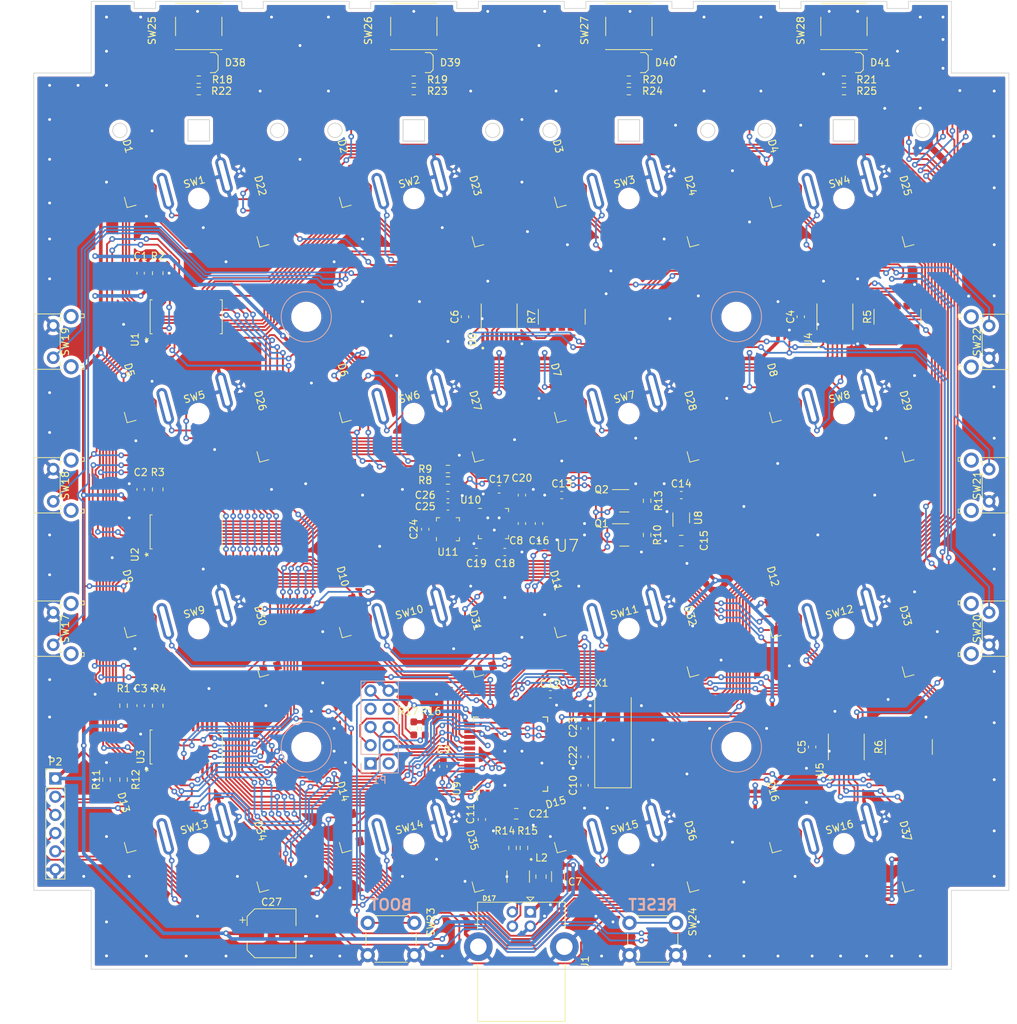
<source format=kicad_pcb>
(kicad_pcb (version 20211014) (generator pcbnew)
  (layers (0 "F.Cu" signal) (31 "B.Cu" signal) (34 "B.Paste" user) (35 "F.Paste" user) (36 "B.SilkS" user "B.Silkscreen") (37 "F.SilkS" user "F.Silkscreen") (38 "B.Mask" user) (39 "F.Mask" user) (44 "Edge.Cuts" user))
  (net 0 "")
  (net 1 "GND")
  (net 2 "+5V")
  (net 3 "+3V3")
  (net 4 "Net-(C16-Pad1)")
  (net 5 "Net-(C17-Pad2)")
  (net 6 "Net-(C18-Pad1)")
  (net 7 "Net-(C21-Pad1)")
  (net 8 "Net-(C22-Pad2)")
  (net 9 "Net-(C23-Pad2)")
  (net 10 "unconnected-(C25-Pad1)")
  (net 11 "unconnected-(C25-Pad2)")
  (net 12 "unconnected-(C26-Pad1)")
  (net 13 "/led/U1O1")
  (net 14 "/led/U1O2")
  (net 15 "/led/U1O0")
  (net 16 "/led/U1O4")
  (net 17 "/led/U1O5")
  (net 18 "/led/U1O3")
  (net 19 "/led/U1O7")
  (net 20 "/led/U1O8")
  (net 21 "/led/U1O6")
  (net 22 "/led/U1O10")
  (net 23 "/led/U1O11")
  (net 24 "/led/U1O9")
  (net 25 "/led/U1O13")
  (net 26 "/led/U1O14")
  (net 27 "/led/U1O12")
  (net 28 "/led/U2O0")
  (net 29 "/led/U2O1")
  (net 30 "/led/U1O15")
  (net 31 "/led/U2O3")
  (net 32 "/led/U2O4")
  (net 33 "/led/U2O2")
  (net 34 "/led/U2O6")
  (net 35 "/led/U2O7")
  (net 36 "/led/U2O5")
  (net 37 "/led/U2O9")
  (net 38 "/led/U2O10")
  (net 39 "/led/U2O8")
  (net 40 "/led/U2O12")
  (net 41 "/led/U2O13")
  (net 42 "/led/U2O11")
  (net 43 "/led/U2O15")
  (net 44 "/led/U3O0")
  (net 45 "/led/U2O14")
  (net 46 "/led/U3O2")
  (net 47 "/led/U3O3")
  (net 48 "/led/U3O1")
  (net 49 "/led/U3O5")
  (net 50 "/led/U3O6")
  (net 51 "/led/U3O4")
  (net 52 "/led/U3O8")
  (net 53 "/led/U3O9")
  (net 54 "/led/U3O7")
  (net 55 "/led/U3O11")
  (net 56 "/led/U3O12")
  (net 57 "/led/U3O10")
  (net 58 "/led/U3O14")
  (net 59 "/led/U3O15")
  (net 60 "/led/U3O13")
  (net 61 "Net-(D17-Pad1)")
  (net 62 "Net-(D17-Pad3)")
  (net 63 "Net-(D17-Pad4)")
  (net 64 "Net-(D17-Pad6)")
  (net 65 "BANKLED1")
  (net 66 "Net-(D38-Pad2)")
  (net 67 "BANKLED2")
  (net 68 "Net-(D39-Pad2)")
  (net 69 "BANKLED3")
  (net 70 "Net-(D40-Pad2)")
  (net 71 "BANKLED4")
  (net 72 "Net-(D41-Pad2)")
  (net 73 "Net-(J1-Pad1)")
  (net 74 "BANKBTN1")
  (net 76 "BANKBTN3")
  (net 77 "BANKBTN2")
  (net 78 "Boot")
  (net 81 "BANKBTN4")
  (net 82 "PF0")
  (net 83 "PF1")
  (net 84 "PD2")
  (net 85 "PD3")
  (net 86 "I2CSCL3V3")
  (net 87 "I2CSCL5V")
  (net 88 "I2CSDA3V3")
  (net 89 "I2CSDA5V")
  (net 90 "XERR")
  (net 91 "Net-(R2-Pad1)")
  (net 92 "Net-(R3-Pad1)")
  (net 93 "Net-(R4-Pad1)")
  (net 94 "/buttons/U4D")
  (net 95 "/buttons/U4C")
  (net 96 "/buttons/U4B")
  (net 97 "/buttons/U4A")
  (net 98 "/buttons/U4E")
  (net 99 "/buttons/U4F")
  (net 100 "/buttons/U4G")
  (net 101 "/buttons/U4H")
  (net 102 "/buttons/U5D")
  (net 103 "/buttons/U5C")
  (net 104 "/buttons/U5B")
  (net 105 "/buttons/U5A")
  (net 106 "/buttons/U5E")
  (net 107 "/buttons/U5F")
  (net 108 "/buttons/U5G")
  (net 109 "/buttons/U5H")
  (net 110 "/buttons/U6D")
  (net 111 "/buttons/U6C")
  (net 112 "/buttons/U6B")
  (net 113 "/buttons/U6A")
  (net 114 "/buttons/U6E")
  (net 115 "/buttons/U6F")
  (net 118 "SCLK")
  (net 119 "XLAT")
  (net 120 "D-")
  (net 121 "D+")
  (net 122 "Reset")
  (net 123 "BLANK")
  (net 124 "LEDMOSI")
  (net 125 "MODE")
  (net 126 "Net-(U1-Pad24)")
  (net 127 "GSCLK")
  (net 128 "Net-(U2-Pad24)")
  (net 129 "LEDMISO")
  (net 130 "SHFTSERIAL")
  (net 131 "SHFTCLK")
  (net 133 "Net-(U4-Pad9)")
  (net 134 "Net-(U4-Pad10)")
  (net 136 "SHFTSDA")
  (footprint "Button_Switch_SMD:SW_SPST_PTS645" (layer "F.Cu") (at 157 27.5)
    (fp_text reference "SW27")
    (fp_text value "SW_Push")
  )
  (footprint "assets:Raw_RGB_LED_Tilted" (layer "F.Cu") (at 106.5 115)
    (fp_text reference "D30")
    (fp_text value "Raw_RGB_LED")
  )
  (footprint "Resistor_SMD:R_0805_2012Metric_Pad1.20x1.40mm_HandSolder" (layer "F.Cu") (at 91.28125 92.075 90)
    (fp_text reference "R3")
    (fp_text value "4.7k")
  )
  (footprint "assets:R_Array_Convex_5x1206_mirrored" (layer "F.Cu") (at 147.6375 68 90)
    (fp_text reference "R7")
    (fp_text value "10k")
  )
  (footprint "Package_TO_SOT_SMD:SOT-23" (layer "F.Cu") (at 156.36875 98.425)
    (fp_text reference "Q1")
    (fp_text value "Q_NMOS_GSD")
  )
  (footprint "assets:M3_Mount_Hole" (layer "F.Cu") (at 112 68)
    (fp_text reference "REF**" hide)
    (fp_text value "M3_Mount_Hole" hide)
  )
  (footprint "assets:SW-68-Tilted" (layer "F.Cu") (at 157 111.5)
    (fp_text reference "SW11")
    (fp_text value "SW_Push")
  )
  (footprint "assets:QFN-16_3x3mm_P0.5mm" (layer "F.Cu") (at 131.7625 97.63125 90)
    (fp_text reference "U11")
    (fp_text value "QFN-16_3x3mm_P0.5mm")
  )
  (footprint "assets:Raw_RGB_LED_Tilted" (layer "F.Cu") (at 106.5 145)
    (fp_text reference "D34")
    (fp_text value "Raw_RGB_LED")
  )
  (footprint "assets:TLC59461PWP" (layer "F.Cu") (at 95.25 98 90)
    (fp_text reference "U2")
    (fp_text value "TLC59461PWP")
  )
  (footprint "Resistor_SMD:R_0603_1608Metric_Pad0.98x0.95mm_HandSolder" (layer "F.Cu") (at 86.51875 132.55625 90)
    (fp_text reference "R12")
    (fp_text value "R_Small")
  )
  (footprint "Button_Switch_THT:SW_PUSH_6mm" (layer "F.Cu") (at 127.075 157.03125 180)
    (fp_text reference "SW23")
    (fp_text value "SW_Push")
  )
  (footprint "assets:SW-68-Tilted" (layer "F.Cu") (at 127 81.5)
    (fp_text reference "SW6")
    (fp_text value "SW_Push")
  )
  (footprint "assets:SW-68-Tilted" (layer "F.Cu") (at 97 81.5)
    (fp_text reference "SW5")
    (fp_text value "SW_Push")
  )
  (footprint "Capacitor_SMD:C_0603_1608Metric_Pad1.08x0.95mm_HandSolder" (layer "F.Cu") (at 164.30625 92.86875 180)
    (fp_text reference "C14")
    (fp_text value "1uF")
  )
  (footprint "assets:SW-68-Tilted" (layer "F.Cu") (at 97 111.5)
    (fp_text reference "SW9")
    (fp_text value "SW_Push")
  )
  (footprint "assets:Raw_RGB_LED_Tilted" (layer "F.Cu") (at 88 49.5)
    (fp_text reference "D1")
    (fp_text value "Raw_RGB_LED")
  )
  (footprint "assets:White_LED" (layer "F.Cu") (at 187 32.54375)
    (fp_text reference "D41")
    (fp_text value "LED")
  )
  (footprint "Capacitor_SMD:C_0603_1608Metric_Pad1.08x0.95mm_HandSolder" (layer "F.Cu") (at 128.5875 97.63125 -90)
    (fp_text reference "C24")
    (fp_text value "C_Small")
  )
  (footprint "Capacitor_SMD:C_0603_1608Metric_Pad1.08x0.95mm_HandSolder" (layer "F.Cu") (at 131.7625 94.45625)
    (fp_text reference "C25")
    (fp_text value "C_Small")
  )
  (footprint "assets:Raw_RGB_LED_Tilted" (layer "F.Cu") (at 196.5 55)
    (fp_text reference "D25")
    (fp_text value "Raw_RGB_LED")
  )
  (footprint "assets:SW-68-Tilted" (layer "F.Cu") (at 127 111.5)
    (fp_text reference "SW10")
    (fp_text value "SW_Push")
  )
  (footprint "Capacitor_SMD:C_0603_1608Metric_Pad1.08x0.95mm_HandSolder" (layer "F.Cu") (at 182.5625 128 90)
    (fp_text reference "C5")
    (fp_text value "0.1uF")
  )
  (footprint "Capacitor_SMD:C_0603_1608Metric_Pad1.08x0.95mm_HandSolder" (layer "F.Cu") (at 180.975 68 90)
    (fp_text reference "C4")
    (fp_text value "0.1uF")
  )
  (footprint "Button_Switch_THT:SW_Tactile_SPST_Angled_PTS645Vx39-2LFS" (layer "F.Cu") (at 76.70625 93.75 90)
    (fp_text reference "SW18")
    (fp_text value "SW_Push")
  )
  (footprint "assets:Raw_RGB_LED_Tilted" (layer "F.Cu") (at 106.5 85)
    (fp_text reference "D26")
    (fp_text value "Raw_RGB_LED")
  )
  (footprint "Resistor_SMD:R_0603_1608Metric_Pad0.98x0.95mm_HandSolder" (layer "F.Cu") (at 97 34.925 180)
    (fp_text reference "R18")
    (fp_text value "220")
  )
  (footprint "Resistor_SMD:R_0603_1608Metric_Pad0.98x0.95mm_HandSolder" (layer "F.Cu") (at 157 34.925 180)
    (fp_text reference "R20")
    (fp_text value "220")
  )
  (footprint "Capacitor_SMD:C_0603_1608Metric_Pad1.08x0.95mm_HandSolder" (layer "F.Cu") (at 142.08125 96.8375 90)
    (fp_text reference "C8")
    (fp_text value "0.1uF")
  )
  (footprint "Resistor_SMD:R_0603_1608Metric_Pad0.98x0.95mm_HandSolder" (layer "F.Cu") (at 127 125.4125 -90)
    (fp_text reference "R17")
    (fp_text value "4.7k")
  )
  (footprint "assets:SW-68-Tilted" (layer "F.Cu") (at 157 51.5)
    (fp_text reference "SW3")
    (fp_text value "SW_Push")
  )
  (footprint "assets:SW_Bank_Button_Cutout" (layer "F.Cu") (at 187 33)
    (fp_text reference "REF**" hide)
    (fp_text value "SW_Bank_Button_Cutout" hide)
    (fp_rect (start -1.5 7.5) (end 1.5 10.5) (layer "Edge.Cuts") (width 0.12) (fill none))
    (fp_circle (center 11 9) (end 12 9) (layer "Edge.Cuts") (width 0.12) (fill none))
    (fp_circle (center -11 9) (end -10 9) (layer "Edge.Cuts") (width 0.12) (fill none))
  )
  (footprint "Package_TO_SOT_SMD:SOT-23" (layer "F.Cu") (at 156.36875 93.6625)
    (fp_text reference "Q2")
    (fp_text value "Q_NMOS_GSD")
  )
  (footprint "Button_Switch_THT:SW_Tactile_SPST_Angled_PTS645Vx39-2LFS" (layer "F.Cu") (at 207.25 69.25 -90)
    (fp_text reference "SW22")
    (fp_text value "SW_Push")
  )
  (footprint "assets:TLC59461PWP" (layer "F.Cu") (at 95.25 128 90)
    (fp_text reference "U3")
    (fp_text value "TLC59461PWP")
  )
  (footprint "Capacitor_SMD:C_0603_1608Metric_Pad1.08x0.95mm_HandSolder" (layer "F.Cu") (at 88.9 122.2375 -90)
    (fp_text reference "C3")
    (fp_text value "C_Small")
  )
  (footprint "assets:Raw_RGB_LED_Tilted" (layer "F.Cu") (at 148 109.5)
    (fp_text reference "D11")
    (fp_text value "Raw_RGB_LED")
  )
  (footprint "Resistor_SMD:R_0603_1608Metric_Pad0.98x0.95mm_HandSolder" (layer "F.Cu") (at 128.5875 125.4125 -90)
    (fp_text reference "R16")
    (fp_text value "4.7k")
  )
  (footprint "Button_Switch_THT:SW_Tactile_SPST_Angled_PTS645Vx39-2LFS" (layer "F.Cu") (at 76.70625 73.7125 90)
    (fp_text reference "SW19")
    (fp_text value "SW_Push")
  )
  (footprint "assets:White_LED" (layer "F.Cu") (at 97 32.54375)
    (fp_text reference "D38")
    (fp_text value "LED")
  )
  (footprint "Resistor_SMD:R_0603_1608Metric_Pad0.98x0.95mm_HandSolder" (layer "F.Cu") (at 86.51875 122.2375 90)
    (fp_text reference "R1")
    (fp_text value "4.7k")
  )
  (footprint "Resistor_SMD:R_0603_1608Metric_Pad0.98x0.95mm_HandSolder" (layer "F.Cu") (at 157 36.5125)
    (fp_text reference "R24")
    (fp_text value "4.7k")
  )
  (footprint "Crystal:Crystal_SMD_HC49-SD" (layer "F.Cu") (at 154.78125 127 90)
    (fp_text reference "X1")
    (fp_text value "16MHz")
  )
  (footprint "Button_Switch_THT:SW_Tactile_SPST_Angled_PTS645Vx39-2LFS" (layer "F.Cu") (at 207.25 109.25 -90)
    (fp_text reference "SW20")
    (fp_text value "SW_Push")
  )
  (footprint "assets:SW_Bank_Button_Cutout" (layer "F.Cu") (at 97 33)
    (fp_text reference "REF**" hide)
    (fp_text value "SW_Bank_Button_Cutout" hide)
    (fp_rect (start -1.5 7.5) (end 1.5 10.5) (layer "Edge.Cuts") (width 0.12) (fill none))
    (fp_circle (center 11 9) (end 12 9) (layer "Edge.Cuts") (width 0.12) (fill none))
    (fp_circle (center -11 9) (end -10 9) (layer "Edge.Cuts") (width 0.12) (fill none))
  )
  (footprint "assets:SOT95P280X145-6N" (layer "F.Cu") (at 141.567854 146.08296 -90)
    (fp_text reference "D17")
    (fp_text value "USBLC6-2SC6")
  )
  (footprint "assets:M3_Mount_Hole" (layer "F.Cu") (at 172 68)
    (fp_text reference "REF**" hide)
    (fp_text value "M3_Mount_Hole" hide)
  )
  (footprint "Resistor_SMD:R_0603_1608Metric_Pad0.98x0.95mm_HandSolder" (layer "F.Cu") (at 127 36.5125)
    (fp_text reference "R23")
    (fp_text value "4.7k")
  )
  (footprint "assets:Raw_RGB_LED_Tilted" (layer "F.Cu") (at 136.5 145)
    (fp_text reference "D35")
    (fp_text value "Raw_RGB_LED")
  )
  (footprint "assets:Raw_RGB_LED_Tilted" (layer "F.Cu") (at 178 109.5)
    (fp_text reference "D12")
    (fp_text value "Raw_RGB_LED")
  )
  (footprint "assets:Raw_RGB_LED_Tilted" (layer "F.Cu") (at 196.5 145)
    (fp_text reference "D37")
    (fp_text value "Raw_RGB_LED")
  )
  (footprint "Capacitor_SMD:C_0805_2012Metric_Pad1.18x1.45mm_HandSolder" (layer "F.Cu") (at 164.30625 99.21875 180)
    (fp_text reference "C15")
    (fp_text value "2.2uF")
  )
  (footprint "Capacitor_SMD:C_0603_1608Metric_Pad1.08x0.95mm_HandSolder" (layer "F.Cu") (at 136.49375 138.1125 -90)
    (fp_text reference "C11")
    (fp_text value "0.1uF")
  )
  (footprint "Package_TO_SOT_SMD:SOT-353_SC-70-5" (layer "F.Cu") (at 164.30625 96.04375 90)
    (fp_text reference "U8")
    (fp_text value "ZXCL330H5TA")
  )
  (footprint "Capacitor_SMD:C_0805_2012Metric_Pad1.18x1.45mm_HandSolder" (layer "F.Cu") (at 141.2875 137.31875)
    (fp_text reference "C21")
    (fp_text value "1uF")
  )
  (footprint "assets:Raw_RGB_LED_Tilted" (layer "F.Cu") (at 166.5 85)
    (fp_text reference "D28")
    (fp_text value "Raw_RGB_LED")
  )
  (footprint "Resistor_SMD:R_0603_1608Metric_Pad0.98x0.95mm_HandSolder" (layer "F.Cu") (at 97 36.5125)
    (fp_text reference "R22")
    (fp_text value "4.7k")
  )
  (footprint "Capacitor_SMD:C_0603_1608Metric_Pad1.08x0.95mm_HandSolder" (layer "F.Cu") (at 150.8125 129.38125 90)
    (fp_text reference "C22")
    (fp_text value "C_Small")
  )
  (footprint "assets:R_Array_Convex_5x1206_mirrored" (layer "F.Cu") (at 196.05625 128 90)
    (fp_text reference "R6")
    (fp_text value "10k")
  )
  (footprint "assets:SW-68-Tilted" (layer "F.Cu") (at 97 51.5)
    (fp_text reference "SW1")
    (fp_text value "SW_Push")
  )
  (footprint "Capacitor_SMD:C_1206_3216Metric_Pad1.33x1.80mm_HandSolder" (layer "F.Cu") (at 147.124104 146.08296 -90)
    (fp_text reference "C7")
    (fp_text value "10uF")
  )
  (footprint "assets:Raw_RGB_LED_Tilted" (layer "F.Cu") (at 166.5 145)
    (fp_text reference "D36")
    (fp_text value "Raw_RGB_LED")
  )
  (footprint "assets:Raw_RGB_LED_Tilted" (layer "F.Cu") (at 118 49.5)
    (fp_text reference "D2")
    (fp_text value "Raw_RGB_LED")
  )
  (footprint "Button_Switch_THT:SW_Tactile_SPST_Angled_PTS645Vx39-2LFS" (layer "F.Cu") (at 207.25 89.25 -90)
    (fp_text reference "SW21")
    (fp_text value "SW_Push")
  )
  (footprint "assets:SW-68-Tilted" (layer "F.Cu") (at 97 141.5)
    (fp_text reference "SW13")
    (fp_text value "SW_Push")
  )
  (footprint "assets:SOP65P640X120-16N" (layer "F.Cu") (at 187.325 128 90)
    (fp_text reference "U5")
    (fp_text value "MC74HC165AD")
  )
  (footprint "assets:Raw_RGB_LED_Tilted" (layer "F.Cu") (at 118 79.5)
    (fp_text reference "D6")
    (fp_text value "Raw_RGB_LED")
  )
  (footprint "assets:SOP65P640X120-16N" (layer "F.Cu") (at 185.7375 68 90)
    (fp_text reference "U4")
    (fp_text value "MC74HC165AD")
  )
  (footprint "assets:M3_Mount_Hole" (layer "F.Cu") (at 112 128)
    (fp_text reference "REF**" hide)
    (fp_text value "M3_Mount_Hole" hide)
  )
  (footprint "assets:Raw_RGB_LED_Tilted" (layer "F.Cu") (at 106.5 55)
    (fp_text reference "D22")
    (fp_text value "Raw_RGB_LED")
  )
  (footprint "Resistor_SMD:R_0603_1608Metric_Pad0.98x0.95mm_HandSolder" (layer "F.Cu") (at 140.774104 142.08125 90)
    (fp_text reference "R14")
    (fp_text value "22")
  )
  (footprint "Resistor_SMD:R_0603_1608Metric_Pad0.98x0.95mm_HandSolder" (layer "F.Cu") (at 131.7625 90.825 180)
    (fp_text reference "R8")
    (fp_text value "4.7k")
  )
  (footprint "assets:Raw_RGB_LED_Tilted" (layer "F.Cu") (at 196.5 85)
    (fp_text reference "D29")
    (fp_text value "Raw_RGB_LED")
  )
  (footprint "assets:R_Array_Convex_5x1206_mirrored" (layer "F.Cu") (at 194.46875 68 90)
    (fp_text reference "R5")
    (fp_text value "10k")
  )
  (footprint "Resistor_SMD:R_0603_1608Metric_Pad0.98x0.95mm_HandSolder" (layer "F.Cu") (at 159.54375 93.6625 90)
    (fp_text reference "R13")
    (fp_text value "10k")
  )
  (footprint "Resistor_SMD:R_0603_1608Metric_Pad0.98x0.95mm_HandSolder" (layer "F.Cu") (at 159.54375 98.425 -90)
    (fp_text reference "R10")
    (fp_text value "10k")
  )
  (footprint "assets:SW-68-Tilted" (layer "F.Cu") (at 157 141.5)
    (fp_text reference "SW15")
    (fp_text value "SW_Push")
  )
  (footprint "Capacitor_SMD:C_0603_1608Metric_Pad1.08x0.95mm_HandSolder" (layer "F.Cu") (at 135.73125 100.80625 180)
    (fp_text reference "C19")
    (fp_text value "10nF")
  )
  (footprint "assets:Raw_RGB_LED_Tilted" (layer "F.Cu") (at 88 109.5)
    (fp_text reference "D9")
    (fp_text value "Raw_RGB_LED")
  )
  (footprint "assets:SW-68-Tilted" (layer "F.Cu") (at 157 81.5)
    (fp_text reference "SW7")
    (fp_text value "SW_Push")
  )
  (footprint "assets:SW_Bank_Button_Cutout" (layer "F.Cu") (at 127 33)
    (fp_text reference "REF**" hide)
    (fp_text value "SW_Bank_Button_Cutout" hide)
    (fp_rect (start -1.5 7.5) (end 1.5 10.5) (layer "Edge.Cuts") (width 0.12) (fill none))
    (fp_circle (center 11 9) (end 12 9) (layer "Edge.Cuts") (width 0.12) (fill none))
    (fp_circle (center -11 9) (end -10 9) (layer "Edge.Cuts") (width 0.12) (fill none))
  )
  (footprint "Capacitor_SMD:C_0603_1608Metric_Pad1.08x0.95mm_HandSolder" (layer "F.Cu") (at 131.123658 130.720951 90)
    (fp_text reference "C9")
    (fp_text value "0.1uF")
  )
  (footprint "Resistor_SMD:R_0603_1608Metric_Pad0.98x0.95mm_HandSolder" (layer "F.Cu") (at 142.361604 142.08125 90)
    (fp_text reference "R15")
    (fp_text value "22")
  )
  (footprint "Capacitor_SMD:CP_Elec_6.3x5.2" (layer "F.Cu") (at 107.15625 153.9875)
    (fp_text reference "C27")
    (fp_text value "100uF")
  )
  (footprint "Resistor_SMD:R_0805_2012Metric_Pad1.20x1.40mm_HandSolder" (layer "F.Cu") (at 91.28125 61.9125 90)
    (fp_text reference "R2")
    (fp_text value "4.7k")
  )
  (footprint "assets:Raw_RGB_LED_Tilted" (layer "F.Cu") (at 118 139.5)
    (fp_text reference "D14")
    (fp_text value "Raw_RGB_LED")
  )
  (footprint "assets:Raw_RGB_LED_Tilted" (layer "F.Cu") (at 178 49.5)
    (fp_text reference "D4")
    (fp_text value "Raw_RGB_LED")
  )
  (footprint "Resistor_SMD:R_0603_1608Metric_Pad0.98x0.95mm_HandSolder" (layer "F.Cu") (at 127 34.925 180)
    (fp_text reference "R19")
    (fp_text value "220")
  )
  (footprint "Capacitor_SMD:C_0603_1608Metric_Pad1.08x0.95mm_HandSolder" (layer "F.Cu") (at 150.8125 133.35 90)
    (fp_text reference "C10")
    (fp_text value "0.1uF")
  )
  (footprint "Resistor_SMD:R_0603_1608Metric_Pad0.98x0.95mm_HandSolder" (layer "F.Cu") (at 187 36.5125)
    (fp_text reference "R25")
    (fp_text value "4.7k")
  )
  (footprint "assets:SW-68-Tilted" (layer "F.Cu") (at 127 141.5)
    (fp_text reference "SW14")
    (fp_text value "SW_Push")
  )
  (footprint "Connector_USB:USB_B_Lumberg_2411_02_Horizontal" (layer "F.Cu") (at 143.25 151 -90)
    (fp_text reference "J1")
    (fp_text value "USB_B")
  )
  (footprint "assets:Raw_RGB_LED_Tilted" (layer "F.Cu") (at 196.5 115)
    (fp_text reference "D33")
    (fp_text value "Raw_RGB_LED")
  )
  (footprint "assets:Raw_RGB_LED_Tilted" (layer "F.Cu") (at 118 109.5)
    (fp_text reference "D10")
    (fp_text value "Raw_RGB_LED")
  )
  (footprint "Resistor_SMD:R_0603_1608Metric_Pad0.98x0.95mm_HandSolder" (layer "F.Cu") (at 84.1375 132.55625 90)
    (fp_text reference "R11")
    (fp_text value "R_Small")
  )
  (footprint "Button_Switch_SMD:SW_SPST_PTS645" (layer "F.Cu") (at 97 27.5)
    (fp_text reference "SW25")
    (fp_text value "SW_Push")
  )
  (footprint "assets:White_LED" (layer "F.Cu") (at 157 32.54375)
    (fp_text reference "D40")
    (fp_text value "LED")
  )
  (footprint "assets:Raw_RGB_LED_Tilted" (layer "F.Cu") (at 148 139.5)
    (fp_text reference "D15")
    (fp_text value "Raw_RGB_LED")
  )
  (footprint "assets:SW-68-Tilted" (layer "F.Cu") (at 187 51.5)
    (fp_text reference "SW4")
    (fp_text value "SW_Push")
  )
  (footprint "assets:Raw_RGB_LED_Tilted" (layer "F.Cu") (at 166.5 55)
    (fp_text reference "D24")
    (fp_text value "Raw_RGB_LED")
  )
  (footprint "assets:Raw_RGB_LED_Tilted" (layer "F.Cu") (at 148 79.5)
    (fp_text reference "D7")
    (fp_text value "Raw_RGB_LED")
  )
  (footprint "Package_QFP:TQFP-44_10x10mm_P0.8mm" (layer "F.Cu") (at 140.49375 129 90)
    (fp_text reference "U9")
    (fp_text value "ATmega32U4-A")
  )
  (footprint "assets:Raw_RGB_LED_Tilted" (layer "F.Cu") (at 178 79.5)
    (fp_text reference "D8")
    (fp_text value "Raw_RGB_LED")
  )
  (footprint "Capacitor_SMD:C_0603_1608Metric_Pad1.08x0.95mm_HandSolder" (layer "F.Cu") (at 146.05 120.65)
    (fp_text reference "C12")
    (fp_text value "0.1uF")
  )
  (footprint "assets:QFN50P300X300X100-16N" (layer "F.Cu") (at 148.43125 96.8375)
    (fp_text reference "U7")
    (fp_text value "MMA8453QR1")
  )
  (footprint "Capacitor_SMD:C_0603_1608Metric_Pad1.08x0.95mm_HandSolder" (layer "F.Cu") (at 150.8125 125.4125 -90)
    (fp_text reference "C23")
    (fp_text value "C_Small")
  )
  (footprint "Resistor_SMD:R_0805_2012Metric_Pad1.20x1.40mm_HandSolder" (layer "F.Cu") (at 91.28125 122.2375 90)
    (fp_text reference "R4")
    (fp_text value "4.7k")
  )
  (footprint "Capacitor_SMD:C_0603_1608Metric_Pad1.08x0.95mm_HandSolder" (layer "F.Cu") (at 88.9 61.9125 -90)
    (fp_text reference "C1")
    (fp_text value "C_Small")
  )
  (footprint "assets:QFN-24_4x4mm_P0.5mm" (layer "F.Cu") (at 138.1125 96.8375)
    (fp_text reference "U10")
    (fp_text value "ITG-3200")
  )
  (footprint "Button_Switch_THT:SW_Tactile_SPST_Angled_PTS645Vx39-2LFS" (layer "F.Cu") (at 76.70625 113.75 90)
    (fp_text reference "SW17")
    (fp_text value "SW_Push")
  )
  (footprint "assets:Raw_RGB_LED_Tilted" (layer "F.Cu") (at 136.5 115)
    (fp_text reference "D31")
    (fp_text value "Raw_RGB_LED")
  )
  (footprint "Button_Switch_SMD:SW_SPST_PTS645" (layer "F.Cu") (at 187 27.5)
    (fp_text reference "SW28")
    (fp_text value "SW_Push")
  )
  (footprint "assets:TLC59461PWP" (layer "F.Cu") (at 95.25 68 90)
    (fp_text reference "U1")
    (fp_text value "TLC59461PWP")
  )
  (footprint "Capacitor_SMD:C_0603_1608Metric_Pad1.08x0.95mm_HandSolder" (layer "F.Cu") (at 144.4625 96.8375 -90)
    (fp_text reference "C16")
    (fp_text value "0.1uF")
  )
  (footprint "assets:M3_Mount_Hole" (layer "F.Cu") (at 172 128)
    (fp_text reference "REF**" hide)
    (fp_text value "M3_Mount_Hole" hide)
  )
  (footprint "Capacitor_SMD:C_0603_1608Metric_Pad1.08x0.95mm_HandSolder" (layer "F.Cu") (at 134.14375 68 90)
    (fp_text reference "C6")
    (fp_text value "0.1uF")
  )
  (footprint "assets:SW-68-Tilted" (layer "F.Cu") (at 187 111.5)
    (fp_text reference "SW12")
    (fp_text value "SW_Push")
  )
  (footprint "Button_Switch_THT:SW_PUSH_6mm" (layer "F.Cu") (at 163.5875 157.03125 180)
    (fp_text reference "SW24")
    (fp_text value "SW_Push")
  )
  (footprint "assets:Raw_RGB_LED_Tilted" (layer "F.Cu") (at 88 79.5)
    (fp_text reference "D5")
    (fp_text value "Raw_RGB_LED")
  )
  (footprint "assets:SW-68-Tilted" (layer "F.Cu") (at 127 51.5)
    (fp_text reference "SW2")
    (fp_text value "SW_Push")
  )
  (footprint "assets:SW-68-Tilted" (layer "F.Cu") (at 187 81.5)
    (fp_text reference "SW8")
    (fp_text value "SW_Push")
  )
  (footprint "Capacitor_SMD:C_0603_1608Metric_Pad1.08x0.95mm_HandSolder" (layer "F.Cu") (at 147.6375 92.86875 180)
    (fp_text reference "C13")
    (fp_text value "4.7uF")
  )
  (footprint "Capacitor_SMD:C_0603_1608Metric_Pad1.08x0.95mm_HandSolder" (layer "F.Cu") (at 142.08125 92.86875 90)
    (fp_text reference "C20")
    (fp_text value "0.1uF")
  )
  (footprint "Resistor_SMD:R_0603_1608Metric_Pad0.98x0.95mm_HandSolder" (layer "F.Cu") (at 187 34.925 180)
    (fp_text reference "R21")
    (fp_text value "220")
  )
  (footprint "assets:Raw_RGB_LED_Tilted" (layer "F.Cu") (at 88 139.5)
    (fp_text reference "D13")
    (fp_text value "Raw_RGB_LED")
  )
  (footprint "Button_Switch_SMD:SW_SPST_PTS645" (layer "F.Cu") (at 127 27.5)
    (fp_text reference "SW26")
    (fp_text value "SW_Push")
  )
  (footprint "Capacitor_SMD:C_0603_1608Metric_Pad1.08x0.95mm_HandSolder" (layer "F.Cu") (at 138.90625 92.075)
    (fp_text reference "C17")
    (fp_text value "2.2nF")
  )
  (footprint "assets:White_LED" (layer "F.Cu") (at 127 32.54375)
    (fp_text reference "D39")
    (fp_text value "LED")
  )
  (footprint "assets:Raw_RGB_LED_Tilted" (layer "F.Cu") (at 178 139.5)
    (fp_text reference "D16")
    (fp_text value "Raw_RGB_LED")
  )
  (footprint "assets:SW-68-Tilted" (layer "F.Cu") (at 187 141.5)
    (fp_text reference "SW16")
    (fp_text value "SW_Push")
  )
  (footprint "assets:Raw_RGB_LED_Tilted" (layer "F.Cu") (at 136.5 85)
    (fp_text reference "D27")
    (fp_text value "Raw_RGB_LED")
  )
  (footprint "Capacitor_SMD:C_0603_1608Metric_Pad1.08x0.95mm_HandSolder" (layer "F.Cu") (at 88.9 92.075 -90)
    (fp_text reference "C2")
    (fp_text value "C_Small")
  )
  (footprint "Capacitor_SMD:C_0603_1608Metric_Pad1.08x0.95mm_HandSolder" (layer "F.Cu") (at 131.7625 92.86875)
    (fp_text reference "C26")
    (fp_text value "C_Small")
  )
  (footprint "Resistor_SMD:R_0603_1608Metric_Pad0.98x0.95mm_HandSolder" (layer "F.Cu") (at 131.7625 89.2375 180)
    (fp_text reference "R9")
    (fp_text value "4.7k")
  )
  (footprint "assets:Raw_RGB_LED_Tilted" (layer "F.Cu") (at 148 49.5)
    (fp_text reference "D3")
    (fp_text value "Raw_RGB_LED")
  )
  (footprint "Inductor_SMD:L_0805_2012Metric_Pad1.15x1.40mm_HandSolder" (layer "F.Cu") (at 144.742854 146.08296 90)
    (fp_text reference "L2")
    (fp_text value "L_Small")
  )
  (footprint "assets:SW_Bank_Button_Cutout" (layer "F.Cu") (at 157 33)
    (fp_text reference "REF**" hide)
    (fp_text value "SW_Bank_Button_Cutout" hide)
    (fp_rect (start -1.5 7.5) (end 1.5 10.5) (layer "Edge.Cuts") (width 0.12) (fill none))
    (fp_circle (center -11 9) (end -10 9) (layer "Edge.Cuts") (width 0.12) (fill none))
    (fp_circle (center 11 9) (end 12 9) (layer "Edge.Cuts") (width 0.12) (fill none))
  )
  (footprint "Connector_PinHeader_2.54mm:PinHeader_1x06_P2.54mm_Vertical" (layer "F.Cu") (at 77 132.3975)
    (fp_text reference "P2")
    (fp_text value "Conn_01x06_Female")
  )
  (footprint "assets:SOP65P640X120-16N" (layer "F.Cu") (at 138.90625 68 90)
    (fp_text reference "U6")
    (fp_text value "MC74HC165AD")
  )
  (footprint "Capacitor_SMD:C_0603_1608Metric_Pad1.08x0.95mm_HandSolder" (layer "F.Cu") (at 139.7 100.80625)
    (fp_text reference "C18")
    (fp_text value "0.1uF")
  )
  (footprint "assets:Raw_RGB_LED_Tilted" (layer "F.Cu") (at 136.5 55)
    (fp_text reference "D23")
    (fp_text value "Raw_RGB_LED")
  )
  (footprint "assets:Raw_RGB_LED_Tilted" (layer "F.Cu") (at 166.5 115)
    (fp_text reference "D32")
    (fp_text value "Raw_RGB_LED")
  )
  (footprint "Connector_PinHeader_2.54mm:PinHeader_2x05_P2.54mm_Vertical" (layer "B.Cu") (at 120.9625 130.3)
    (fp_text reference "P1")
    (fp_text value "Conn_02x05_Odd_Even")
  )
  (gr_line (start 166 24) (end 178 24) (layer "Edge.Cuts") (width 0.1))
  (gr_line (start 88 25) (end 91 25) (layer "Edge.Cuts") (width 0.1))
  (gr_line (start 193 25) (end 196 25) (layer "Edge.Cuts") (width 0.1))
  (gr_line (start 193 24) (end 193 25) (layer "Edge.Cuts") (width 0.1))
  (gr_line (start 202 34) (end 202 24) (layer "Edge.Cuts") (width 0.1))
  (gr_line (start 136 25) (end 136 24) (layer "Edge.Cuts") (width 0.1))
  (gr_line (start 88 24) (end 88 25) (layer "Edge.Cuts") (width 0.1))
  (gr_line (start 181 25) (end 181 24) (layer "Edge.Cuts") (width 0.1))
  (gr_line (start 181 24) (end 193 24) (layer "Edge.Cuts") (width 0.1))
  (gr_line (start 74 148) (end 82 148) (layer "Edge.Cuts") (width 0.1))
  (gr_line (start 133 25) (end 136 25) (layer "Edge.Cuts") (width 0.1))
  (gr_line (start 151 25) (end 151 24) (layer "Edge.Cuts") (width 0.1))
  (gr_line (start 148 25) (end 151 25) (layer "Edge.Cuts") (width 0.1))
  (gr_line (start 196 25) (end 196 24) (layer "Edge.Cuts") (width 0.1))
  (gr_line (start 91 24) (end 103 24) (layer "Edge.Cuts") (width 0.1))
  (gr_line (start 163 25) (end 166 25) (layer "Edge.Cuts") (width 0.1))
  (gr_line (start 74 34) (end 74 148) (layer "Edge.Cuts") (width 0.1))
  (gr_line (start 202 159) (end 202 148) (layer "Edge.Cuts") (width 0.1))
  (gr_line (start 82 34) (end 74 34) (layer "Edge.Cuts") (width 0.1))
  (gr_line (start 166 25) (end 166 24) (layer "Edge.Cuts") (width 0.1))
  (gr_line (start 121 25) (end 121 24) (layer "Edge.Cuts") (width 0.1))
  (gr_line (start 148 24) (end 148 25) (layer "Edge.Cuts") (width 0.1))
  (gr_line (start 178 25) (end 181 25) (layer "Edge.Cuts") (width 0.1))
  (gr_line (start 82 159) (end 202 159) (layer "Edge.Cuts") (width 0.1))
  (gr_line (start 151 24) (end 163 24) (layer "Edge.Cuts") (width 0.1))
  (gr_line (start 133 24) (end 133 25) (layer "Edge.Cuts") (width 0.1))
  (gr_line (start 202 24) (end 196 24) (layer "Edge.Cuts") (width 0.1))
  (gr_line (start 163 24) (end 163 25) (layer "Edge.Cuts") (width 0.1))
  (gr_line (start 106 24) (end 118 24) (layer "Edge.Cuts") (width 0.1))
  (gr_line (start 118 25) (end 121 25) (layer "Edge.Cuts") (width 0.1))
  (gr_line (start 118 24) (end 118 25) (layer "Edge.Cuts") (width 0.1))
  (gr_line (start 210 34) (end 202 34) (layer "Edge.Cuts") (width 0.1))
  (gr_line (start 82 24) (end 82 34) (layer "Edge.Cuts") (width 0.1))
  (gr_line (start 103 25) (end 106 25) (layer "Edge.Cuts") (width 0.1))
  (gr_line (start 82 148) (end 82 159) (layer "Edge.Cuts") (width 0.1))
  (gr_line (start 210 148) (end 210 34) (layer "Edge.Cuts") (width 0.1))
  (gr_line (start 202 148) (end 210 148) (layer "Edge.Cuts") (width 0.1))
  (gr_line (start 136 24) (end 148 24) (layer "Edge.Cuts") (width 0.1))
  (gr_line (start 133 24) (end 121 24) (layer "Edge.Cuts") (width 0.1))
  (gr_line (start 103 24) (end 103 25) (layer "Edge.Cuts") (width 0.1))
  (gr_line (start 91 25) (end 91 24) (layer "Edge.Cuts") (width 0.1))
  (gr_line (start 88 24) (end 82 24) (layer "Edge.Cuts") (width 0.1))
  (gr_line (start 106 25) (end 106 24) (layer "Edge.Cuts") (width 0.1))
  (gr_line (start 178 24) (end 178 25) (layer "Edge.Cuts") (width 0.1))
  (gr_text "RESET" (at 160.3375 150.01875) (layer "B.SilkS") (effects (font (size 1.5 1.5) (thickness 0.3)) (justify mirror)))
  (gr_text "BOOT" (at 123.825 150.01875) (layer "B.SilkS") (effects (font (size 1.5 1.5) (thickness 0.3)) (justify mirror)))
  (segment (start 142.08125 92.00625) (end 143.6 92.00625) (width 0.25) (layer "F.Cu") (net 1))
  (segment (start 90.9375 61.1125) (end 88.9 61.1125) (width 0.5) (layer "F.Cu") (net 1))
  (segment (start 134.79375 125.8) (end 136.11875 125.8) (width 0.25) (layer "F.Cu") (net 1))
  (segment (start 162.183389 99.21875) (end 162.125404 99.276735) (width 0.25) (layer "F.Cu") (net 1))
  (segment (start 140.774104 146.08296) (end 139.980354 146.08296) (width 0.25) (layer "F.Cu") (net 1))
  (segment (start 134.86875 100.154744) (end 134.86875 100.80625) (width 0.25) (layer "F.Cu") (net 1))
  (segment (start 185.7 123.06875) (end 185.7375 123.03125) (width 0.25) (layer "F.Cu") (net 1))
  (segment (start 139.9875 95.6375) (end 139.3125 95.6375) (width 0.25) (layer "F.Cu") (net 1))
  (segment (start 148.71005 99.1125) (end 150.125 99.1125) (width 0.25) (layer "F.Cu") (net 1))
  (segment (start 149.70125 96.3295) (end 150.3045 96.3295) (width 0.25) (layer "F.Cu") (net 1))
  (segment (start 135.385966 99.637528) (end 134.86875 100.154744) (width 0.25) (layer "F.Cu") (net 1))
  (segment (start 129.815786 130.534214) (end 129.815786 131.237559) (width 0.25) (layer "F.Cu") (net 1))
  (segment (start 163.26875 99.21875) (end 162.183389 99.21875) (width 0.25) (layer "F.Cu") (net 1))
  (segment (start 188.0125 70.865) (end 188.91 71.7625) (width 0.25) (layer "F.Cu") (net 1))
  (segment (start 185.7 125.135) (end 185.7 123.06875) (width 0.25) (layer "F.Cu") (net 1))
  (segment (start 146.775 92.86875) (end 145.25625 92.86875) (width 0.25) (layer "F.Cu") (net 1))
  (segment (start 149.70125 97.3455) (end 150.3045 97.3455) (width 0.25) (layer "F.Cu") (net 1))
  (segment (start 139.69375 133.35625) (end 139.7 133.35) (width 0.25) (layer "F.Cu") (net 1))
  (segment (start 144.4625 97.7) (end 144.4625 99.21875) (width 0.25) (layer "F.Cu") (net 1))
  (segment (start 133.700701 92.86875) (end 133.763 92.931049) (width 0.25) (layer "F.Cu") (net 1))
  (segment (start 91.075 121.2375) (end 89.0375 121.2375) (width 0.5) (layer "F.Cu") (net 1))
  (segment (start 141.567854 146.87671) (end 140.774104 146.08296) (width 0.25) (layer "F.Cu") (net 1))
  (segment (start 136.2375 95.6375) (end 136.9125 95.6375) (width 0.25) (layer "F.Cu") (net 1))
  (segment (start 145.219454 130.6) (end 144.870759 130.251305) (width 0.25) (layer "F.Cu") (net 1))
  (segment (start 184.1125 65.135) (end 184.1125 63.06875) (width 0.25) (layer "F.Cu") (net 1))
  (segment (start 138.294682 97.746674) (end 138.227924 97.746674) (width 0.25) (layer "F.Cu") (net 1))
  (segment (start 145.78125 123.3) (end 146.9125 122.16875) (width 0.25) (layer "F.Cu") (net 1))
  (segment (start 143.6 92.00625) (end 143.66875 92.075) (width 0.25) (layer "F.Cu") (net 1))
  (segment (start 146.9125 122.16875) (end 146.9125 120.65) (width 0.25) (layer "F.Cu") (net 1))
  (segment (start 189.6025 130.865) (end 190.5 131.7625) (width 0.25) (layer "F.Cu") (net 1))
  (segment (start 161.925 91.28125) (end 164.30625 93.6625) (width 0.25) (layer "F.Cu") (net 1))
  (segment (start 140.5625 100.80625) (end 142.08125 100.80625) (width 0.25) (layer "F.Cu") (net 1))
  (segment (start 91.024926 130.921) (end 89.7415 130.921) (width 0.25) (layer "F.Cu") (net 1))
  (segment (start 150.3045 97.3455) (end 150.8125 96.8375) (width 0.25) (layer "F.Cu") (net 1))
  (segment (start 144.49375 123.3) (end 145.78125 123.3) (width 0.25) (layer "F.Cu") (net 1))
  (segment (start 143.816394 153) (end 145.233197 151.583197) (width 0.25) (layer "F.Cu") (net 1))
  (segment (start 147.124104 148.944646) (end 146.05 150.01875) (width 0.5) (layer "F.Cu") (net 1))
  (segment (start 140.83125 95.5875) (end 140.05 95.5875) (width 0.25) (layer "F.Cu") (net 1))
  (segment (start 134.79375 132.2) (end 133.4255 132.2) (width 0.25) (layer "F.Cu") (net 1))
  (segment (start 146.19375 130.6) (end 145.219454 130.6) (width 0.25) (layer "F.Cu") (net 1))
  (segment (start 148.43125 98.8337) (end 148.71005 99.1125) (width 0.25) (layer "F.Cu") (net 1))
  (segment (start 132.625 92.86875) (end 133.700701 92.86875) (width 0.25) (layer "F.Cu") (net 1))
  (segment (start 90.9375 91.2125) (end 88.9 91.2125) (width 0.5) (layer "F.Cu") (net 1))
  (segment (start 138.8625 98.314492) (end 138.294682 97.746674) (width 0.25) (layer "F.Cu") (net 1))
  (segment (start 133.4255 132.2) (end 133.35 132.1245) (width 0.25) (layer "F.Cu") (net 1))
  (segment (start 139.69375 134.7) (end 139.69375 133.35625) (width 0.25) (layer "F.Cu") (net 1))
  (segment (start 148.43125 98.1075) (end 148.43125 98.8337) (width 0.25) (layer "F.Cu") (net 1))
  (segment (start 164.30625 93.6625) (end 164.30625 96.99375) (width 0.25) (layer "F.Cu") (net 1))
  (segment (start 136.11875 125.8) (end 136.525 126.20625) (width 0.25) (layer "F.Cu") (net 1))
  (segment (start 139.3125 95.6375) (end 138.90625 96.04375) (width 0.25) (layer "F.Cu") (net 1))
  (segment (start 150.125 99.1125) (end 150.8125 98.425) (width 0.25) (layer "F.Cu") (net 1))
  (segment (start 89.7415 130.921) (end 89.69375 130.96875) (width 0.25) (layer "F.Cu") (net 1))
  (segment (start 136.9125 95.6375) (end 137.31875 96.04375) (width 0.25) (layer "F.Cu") (net 1))
  (segment (start 137.8625 98.775) (end 137.8625 98.112098) (width 0.25) (layer "F.Cu") (net 1))
  (segment (start 131.123658 129.858451) (end 130.491549 129.858451) (width 0.25) (layer "F.Cu") (net 1))
  (segment (start 137.28125 65.135) (end 137.28125 63.06875) (width 0.25) (layer "F.Cu") (net 1))
  (segment (start 141.18125 70.865) (end 142.07875 71.7625) (width 0.25) (layer "F.Cu") (net 1))
  (segment (start 147.16125 98.90125) (end 146.959174 99.103326) (width 0.25) (layer "F.Cu") (net 1))
  (segment (start 130.491549 129.858451) (end 129.815786 130.534214) (width 0.25) (layer "F.Cu") (net 1))
  (segment (start 138.04375 92.075) (end 137.31875 92.075) (width 0.25) (layer "F.Cu") (net 1))
  (segment (start 150.3045 96.3295) (end 150.8125 96.8375) (width 0.25) (layer "F.Cu") (net 1))
  (segment (start 140.0375 95.5875) (end 139.9875 95.6375) (width 0.25) (layer "F.Cu") (net 1))
  (segment (start 147.16125 97.8281) (end 147.16125 98.90125) (width 0.25) (layer "F.Cu") (net 1))
  (segment (start 137.8625 98.112098) (end 138.227924 97.746674) (width 0.25) (layer "F.Cu") (net 1))
  (segment (start 140.83125 95.5875) (end 141.21875 95.975) (width 0.25) (layer "F.Cu") (net 1))
  (segment (start 147.124104 147.64546) (end 147.124104 148.944646) (width 0.5) (layer "F.Cu") (net 1))
  (segment (start 136.1875 95.5875) (end 136.2375 95.6375) (width 0.25) (layer "F.Cu") (net 1))
  (segment (start 150.8125 130.24375) (end 150.8125 132.4875) (width 0.25) (layer "F.Cu") (net 1))
  (segment (start 138.8625 98.775) (end 138.8625 98.314492) (width 0.25) (layer "F.Cu") (net 1))
  (segment (start 141.21875 95.975) (end 142.08125 95.975) (width 0.25) (layer "F.Cu") (net 1))
  (segment (start 137.31875 92.075) (end 136.684174 92.709576) (width 0.25) (layer "F.Cu") (net 1))
  (via (at 146.9125 122.16875) (size 0.8) (drill 0.4) (layers "F.Cu" "B.Cu") (net 1))
  (via (at 119.85625 92.86875) (size 0.8) (drill 0.4) (layers "F.Cu" "B.Cu") (net 1))
  (via (at 188.91 71.7625) (size 0.8) (drill 0.4) (layers "F.Cu" "B.Cu") (net 1))
  (via (at 111.125 30.1625) (size 0.8) (drill 0.4) (layers "F.Cu" "B.Cu") (net 1))
  (via (at 152.4 151.60625) (size 0.8) (drill 0.4) (layers "F.Cu" "B.Cu") (net 1))
  (via (at 137.31875 96.04375) (size 0.8) (drill 0.4) (layers "F.Cu" "B.Cu") (net 1))
  (via (at 173.83125 54.76875) (size 0.8) (drill 0.4) (layers "F.Cu" "B.Cu") (net 1))
  (via (at 88.10625 114.3) (size 0.8) (drill 0.4) (layers "F.Cu" "B.Cu") (net 1))
  (via (at 76.2 35.71875) (size 0.8) (drill 0.4) (layers "F.Cu" "B.Cu") (net 1))
  (via (at 160.3375 127) (size 0.8) (drill 0.4) (layers "F.Cu" "B.Cu") (net 1))
  (via (at 76.2 52.125828) (size 0.8) (drill 0.4) (layers "F.Cu" "B.Cu") (net 1))
  (via (at 134.9375 36.5125) (size 0.8) (drill 0.4) (layers "F.Cu" "B.Cu") (net 1))
  (via (at 192.88125 84.93125) (size 0.8) (drill 0.4) (layers "F.Cu" "B.Cu") (net 1))
  (via (at 88.9 126.20625) (size 0.8) (drill 0.4) (layers "F.Cu" "B.Cu") (net 1))
  (via (at 133.763 92.931049) (size 0.8) (drill 0.4) (layers "F.Cu" "B.Cu") (net 1))
  (via (at 76.2 84.1375) (size 0.8) (drill 0.4) (layers "F.Cu" "B.Cu") (net 1))
  (via (at 84.1375 35.71875) (size 0.8) (drill 0.4) (layers "F.Cu" "B.Cu") (net 1))
  (via (at 122.2375 100.0125) (size 0.8) (drill 0.4) (layers "F.Cu" "B.Cu") (net 1))
  (via (at 200.81875 29.324814) (size 0.8) (drill 0.4) (layers "F.Cu" "B.Cu") (net 1))
  (via (at 171.45 141.2875) (size 0.8) (drill 0.4) (layers "F.Cu" "B.Cu") (net 1))
  (via (at 95.25 157.1625) (size 0.8) (drill 0.4) (layers "F.Cu" "B.Cu") (net 1))
  (via (at 207.9625 124.61875) (size 0.8) (drill 0.4) (layers "F.Cu" "B.Cu") (net 1))
  (via (at 84.1375 30.95625) (size 0.8) (drill 0.4) (layers "F.Cu" "B.Cu") (net 1))
  (via (at 127 25.4) (size 0.8) (drill 0.4) (layers "F.Cu" "B.Cu") (net 1))
  (via (at 186.53125 157.1625) (size 0.8) (drill 0.4) (layers "F.Cu" "B.Cu") (net 1))
  (via (at 147.6375 88.10625) (size 0.8) (drill 0.4) (layers "F.Cu" "B.Cu") (net 1))
  (via (at 84.1375 26.19375) (size 0.8) (drill 0.4) (layers "F.Cu" "B.Cu") (net 1))
  (via (at 107.931715 128.605785) (size 0.8) (drill 0.4) (layers "F.Cu" "B.Cu") (net 1))
  (via (at 89.69375 71.4375) (size 0.8) (drill 0.4) (layers "F.Cu" "B.Cu") (net 1))
  (via (at 123.825 70.64375) (size 0.8) (drill 0.4) (layers "F.Cu" "B.Cu") (net 1))
  (via (at 112.7125 123.03125) (size 0.8) (drill 0.4) (layers "F.Cu" "B.Cu") (net 1))
  (via (at 207.9625 57.94375) (size 0.8) (drill 0.4) (layers "F.Cu" "B.Cu") (net 1))
  (via (at 176.2125 125.4125) (size 0.8) (drill 0.4) (layers "F.Cu" "B.Cu") (net 1))
  (via (at 169.8625 115.8875) (size 0.8) (drill 0.4) (layers "F.Cu" "B.Cu") (net 1))
  (via (at 207.905571 42.814534) (size 0.8) (drill 0.4) (layers "F.Cu" "B.Cu") (net 1))
  (via (at 129.815786 131.237559) (size 0.8) (drill 0.4) (layers "F.Cu" "B.Cu") (net 1))
  (via (at 203.166274 36.446103) (size 0.8) (drill 0.4) (layers "F.Cu" "B.Cu") (net 1))
  (via (at 134.14375 146.740525) (size 0.8) (drill 0.4) (layers "F.Cu" "B.Cu") (net 1))
  (via (at 136.525 68.2625) (size 0.8) (drill 0.4) (layers "F.Cu" "B.Cu") (net 1))
  (via (at 167.48125 36.5125) (size 0.8) (drill 0.4) (layers "F.Cu" "B.Cu") (net 1))
  (via (at 102.39375 146.05) (size 0.8) (drill 0.4) (layers "F.Cu" "B.Cu") (net 1))
  (via (at 192.690941 38.926994) (size 0.8) (drill 0.4) (layers "F.Cu" "B.Cu") (net 1))
  (via (at 100.80625 157.1625) (size 0.8) (drill 0.4) (layers "F.Cu" "B.Cu") (net 1))
  (via (at 173.0375 94.45625) (size 0.8) (drill 0.4) (layers "F.Cu" "B.Cu") (net 1))
  (via (at 142.854263 56.116205) (size 0.8) (drill 0.4) (layers "F.Cu" "B.Cu") (net 1))
  (via (at 163.5125 41.275) (size 0.8) (drill 0.4) (layers "F.Cu" "B.Cu") (net 1))
  (via (at 96.8375 151.60625) (size 0.8) (drill 0.4) (layers "F.Cu" "B.Cu") (net 1))
  (via (at 157.95625 84.93125) (size 0.8) (drill 0.4) (layers "F.Cu" "B.Cu") (net 1))
  (via (at 150.8125 96.8375) (size 0.8) (drill 0.4) (layers "F.Cu" "B.Cu") (net 1))
  (via (at 142.08125 49.2125) (size 0.8) (drill 0.4) (layers "F.Cu" "B.Cu") (net 1))
  (via (at 139.7 133.35) (size 0.8) (drill 0.4) (layers "F.Cu" "B.Cu") (net 1))
  (via (at 157.95625 91.28125) (size 0.8) (drill 0.4) (layers "F.Cu" "B.Cu") (net 1))
  (via (at 88.10625 119.85625) (size 0.8) (drill 0.4) (layers "F.Cu" "B.Cu") (net 1))
  (via (at 165.1 102.39375) (size 0.8) (drill 0.4) (layers "F.Cu" "B.Cu") (net 1))
  (via (at 177.8 65.88125) (size 0.8) (drill 0.4) (layers "F.Cu" "B.Cu") (net 1))
  (via (at 145.25625 25.4) (size 0.8) (drill 0.4) (layers "F.Cu" "B.Cu") (net 1))
  (via (at 92.86875 61.9125) (size 0.8) (drill 0.4) (layers "F.Cu" "B.Cu") (net 1))
  (via (at 90.4875 119.85625) (size 0.8) (drill 0.4) (layers "F.Cu" "B.Cu") (net 1))
  (via (at 144.870759 130.251305) (size 0.8) (drill 0.4) (layers "F.Cu" "B.Cu") (net 1))
  (via (at 105.56875 36.5125) (size 0.8) (drill 0.4) (layers "F.Cu" "B.Cu") (net 1))
  (via (at 190.16698 157.1625) (size 0.8) (drill 0.4) (layers "F.Cu" "B.Cu") (net 1))
  (via (at 150.8125 98.425) (size 0.8) (drill 0.4) (layers "F.Cu" "B.Cu") (net 1))
  (via (at 196.85 63.5) (size 0.8) (drill 0.4) (layers "F.Cu" "B.Cu") (net 1))
  (via (at 87.3125 96.04375) (size 0.8) (drill 0.4) (layers "F.Cu" "B.Cu") (net 1))
  (via (at 167.48125 26.19375) (size 0.8) (drill 0.4) (layers "F.Cu" "B.Cu") (net 1))
  (via (at 183.35625 98.425) (size 0.8) (drill 0.4) (layers "F.Cu" "B.Cu") (net 1))
  (via (at 200.81875 26.19375) (size 0.8) (drill 0.4) (layers "F.Cu" "B.Cu") (net 1))
  (via (at 84.1375 152.4) (size 0.8) (drill 0.4) (layers "F.Cu" "B.Cu") (net 1))
  (via (at 184.15 63.03125) (size 0.8) (drill 0.4) (layers "F.Cu" "B.Cu") (net 1))
  (via (at 115.09375 26.19375) (size 0.8) (drill 0.4) (layers "F.Cu" "B.Cu") (net 1))
  (via (at 136.525 126.20625) (size 0.8) (drill 0.4) (layers "F.Cu" "B.Cu") (net 1))
  (via (at 165.1 131.7625) (size 0.8) (drill 0.4) (layers "F.Cu" "B.Cu") (net 1))
  (via (at 89.69375 157.1625) (size 0.8) (drill 0.4) (layers "F.Cu" "B.Cu") (net 1))
  (via (at 168.275 157.1625) (size 0.8) (drill 0.4) (layers "F.Cu" "B.Cu") (net 1))
  (via (at 111.91875 146.05) (size 0.8) (drill 0.4) (layers "F.Cu" "B.Cu") (net 1))
  (via (at 107.15625 26.19375) (size 0.8) (drill 0.4) (layers "F.Cu" "B.Cu") (net 1))
  (via (at 196.85 106.3625) (size 0.8) (drill 0.4) (layers "F.Cu" "B.Cu") (net 1))
  (via (at 193.675 157.1625) (size 0.8) (drill 0.4) (layers "F.Cu" "B.Cu") (net 1))
  (via (at 200.81875 33.3375) (size 0.8) (drill 0.4) (layers "F.Cu" "B.Cu") (net 1))
  (via (at 107.15625 92.075) (size 0.8) (drill 0.4) (layers "F.Cu" "B.Cu") (net 1))
  (via (at 144.4625 99.21875) (size 0.8) (drill 0.4) (layers "F.Cu" "B.Cu") (net 1))
  (via (at 143.66875 138.90625) (size 0.8) (drill 0.4) (layers "F.Cu" "B.Cu") (net 1))
  (via (at 90.4875 76.99375) (size 0.8) (drill 0.4) (layers "F.Cu" "B.Cu") (net 1))
  (via (at 99.21875 86.51875) (size 0.8) (drill 0.4) (layers "F.Cu" "B.Cu") (net 1))
  (via (at 139.980354 146.08296) (size 0.8) (drill 0.4) (layers "F.Cu" "B.Cu") (net 1))
  (via (at 166.6875 152.4) (size 0.8) (drill 0.4) (layers "F.Cu" "B.Cu") (net 1))
  (via (at 197.64375 157.1625) (size 0.8) (drill 0.4) (layers "F.Cu" "B.Cu") (net 1))
  (via (at 142.08125 112.7125) (size 0.8) (drill 0.4) (layers "F.Cu" "B.Cu") (net 1))
  (via (at 76.208015 129.38125) (size 0.8) (drill 0.4) (layers "F.Cu" "B.Cu") (net 1))
  (via (at 99.21875 126.794247) (size 0.8) (drill 0.4) (layers "F.Cu" "B.Cu") (net 1))
  (via (at 162.125404 99.276735) (size 0.8) (drill 0.4) (layers "F.Cu" "B.Cu") (net 1))
  (via (at 116.68125 147.6375) (size 0.8) (drill 0.4) (layers "F.Cu" "B.Cu") (net 1))
  (via (at 197.64375 44.45) (size 0.8) (drill 0.4) (layers "F.Cu" "B.Cu") (net 1))
  (via (at 76.2 40.48125) (size 0.8) (drill 0.4) (layers "F.Cu" "B.Cu") (net 1))
  (via (at 173.0375 157.1625) (size 0.8) (drill 0.4) (layers "F.Cu" "B.Cu") (net 1))
  (via (at 117.475 130.175) (size 0.8) (drill 0.4) (layers "F.Cu" "B.Cu") (net 1))
  (via (at 138.90625 96.04375) (size 0.8) (drill 0.4) (layers "F.Cu" "B.Cu") (net 1))
  (via (at 207.9625 139.7) (size 0.8) (drill 0.4) (layers "F.Cu" "B.Cu") (net 1))
  (via (at 114.3 111.91875) (size 0.8) (drill 0.4) (layers "F.Cu" "B.Cu") (net 1))
  (via (at 151.60625 122.2375) (size 0.8) (drill 0.4) (layers "F.Cu" "B.Cu") (net 1))
  (via (at 197.64375 38.89375) (size 0.8) (drill 0.4) (layers "F.Cu" "B.Cu") (net 1))
  (via (at 112.71731 77.239784) (size 0.8) (drill 0.4) (layers "F.Cu" "B.Cu") (net 1))
  (via (at 89.69375 130.96875) (size 0.8) (drill 0.4) (layers "F.Cu" "B.Cu") (net 1))
  (via (at 130.175 143.66875) (size 0.8) (drill 0.4) (layers "F.Cu" "B.Cu") (net 1))
  (via (at 196.85 76.2) (size 0.8) (drill 0.4) (layers "F.Cu" "B.Cu") (net 1))
  (via (at 190.5 131.7625) (size 0.8) (drill 0.4) (layers "F.Cu" "B.Cu") (net 1))
  (via (at 157.1625 25.4) (size 0.8) (drill 0.4) (layers "F.Cu" "B.Cu") (net 1))
  (via (at 100.80625 60.325) (size 0.8) (drill 0.4) (layers "F.Cu" "B.Cu") (net 1))
  (via (at 125.4125 146.05) (size 0.8) (drill 0.4) (layers "F.Cu" "B.Cu") (net 1))
  (via (at 195.2625 140.49375) (size 0.8) (drill 0.4) (layers "F.Cu" "B.Cu") (net 1))
  (via (at 207.9625 103.1875) (size 0.8) (drill 0.4) (layers "F.Cu" "B.Cu") (net 1))
  (via (at 137.31875 25.4) (size 0.8) (drill 0.4) (layers "F.Cu" "B.Cu") (net 1))
  (via (at 144.4625 79.375) (size 0.8) (drill 0.4) (layers "F.Cu" "B.Cu") (net 1))
  (via (at 146.959174 99.103326) (size 0.8) (drill 0.4) (layers "F.Cu" "B.Cu") (net 1))
  (via (at 142.08125 40.48125) (size 0.8) (drill 0.4) (layers "F.Cu" "B.Cu") (net 1))
  (via (at 80.16875 35.71875) (size 0.8) (drill 0.4) (layers "F.Cu" "B.Cu") (net 1))
  (via (at 76.2 103.98125) (size 0.8) (drill 0.4) (layers "F.Cu" "B.Cu") (net 1))
  (via (at 183.35625 69.05625) (size 0.8) (drill 0.4) (layers "F.Cu" "B.Cu") (net 1))
  (via (at 158.75 122.2375) (size 0.8) (drill 0.4) (layers "F.Cu" "B.Cu") (net 1))
  (via (at 111.125 46.0375) (size 0.8) (drill 0.4) (layers "F.Cu" "B.Cu") (net 1))
  (via (at 127.79375 65.88125) (size 0.8) (drill 0.4) (layers "F.Cu" "B.Cu") (net 1))
  (via (at 170.65625 79.375) (size 0.8) (drill 0.4) (layers "F.Cu" "B.Cu") (net 1))
  (via (at 133.35 87.3125) (size 0.8) (drill 0.4) (layers "F.Cu" "B.Cu") (net 1))
  (via (at 181.76875 130.96875) (size 0.8) (drill 0.4) (layers "F.Cu" "B.Cu") (net 1))
  (via (at 116.68125 157.1625) (size 0.8) (drill 0.4) (layers "F.Cu" "B.Cu") (net 1))
  (via (at 168.275 125.4125) (size 0.8) (drill 0.4) (layers "F.Cu" "B.Cu") (net 1))
  (via (at 130.96875 55.5625) (size 0.8) (drill 0.4) (layers "F.Cu" "B.Cu") (net 1))
  (via (at 179.3875 69.85) (size 0.8) (drill 0.4) (layers "F.Cu" "B.Cu") (net 1))
  (via (at 197.64375 26.19375) (size 0.8) (drill 0.4) (layers "F.Cu" "B.Cu") (net 1))
  (via (at 207.9625 50.00625) (size 0.8) (drill 0.4) (layers "F.Cu" "B.Cu") (net 1))
  (via (at 154.78125 127) (size 0.8) (drill 0.4) (layers "F.Cu" "B.Cu") (net 1))
  (via (at 171.45 47.625) (size 0.8) (drill 0.4) (layers "F.Cu" "B.Cu") (net 1))
  (via (at 145.25625 109.5375) (size 0.8) (drill 0.4) (layers "F.Cu" "B.Cu") (net 1))
  (via (at 177.8 157.1625) (size 0.8) (drill 0.4) (layers "F.Cu" "B.Cu") (net 1))
  (via (at 204.388124 65.122557) (size 0.8) (drill 0.4) (layers "F.Cu" "B.Cu") (net 1))
  (via (at 111.91875 91.28125) (size 0.8) (drill 0.4) (layers "F.Cu" "B.Cu") (net 1))
  (via (at 188.9125 62.70625) (size 0.8) (drill 0.4) (layers "F.Cu" "B.Cu") (net 1))
  (via (at 184.94375 25.4) (size 0.8) (drill 0.4) (layers "F.Cu" "B.Cu") (net 1))
  (via (at 87.3125 91.28125) (size 0.8) (drill 0.4) (layers "F.Cu" "B.Cu") (net 1))
  (via (at 142.08125 100.80625) (size 0.8) (drill 0.4) (layers "F.Cu" "B.Cu") (net 1))
  (via (at 200.025 111.91875) (size 0.8) (drill 0.4) (layers "F.Cu" "B.Cu") (net 1))
  (via (at 193.161953 121.374495) (size 0.8) (drill 0.4) (layers "F.Cu" "B.Cu") (net 1))
  (via (at 115.8875 125.4125) (size 0.8) (drill 0.4) (layers "F.Cu" "B.Cu") (net 1))
  (via (at 114.3 119.0625) (size 0.8) (drill 0.4) (layers "F.Cu" "B.Cu") (net 1))
  (via (at 153.9875 136.525) (size 0.8) (drill 0.4) (layers "F.Cu" "B.Cu") (net 1))
  (via (at 89.69375 53.975) (size 0.8) (drill 0.4) (layers "F.Cu" "B.Cu") (net 1))
  (via (at 131.7625 71.4375) (size 0.8) (drill 0.4) (layers "F.Cu" "B.Cu") (net 1))
  (via (at 142.07875 71.7625) (size 0.8) (drill 0.4) (layers "F.Cu" "B.Cu") (net 1))
  (via (at 80.9625 146.05) (size 0.8) (drill 0.4) (layers "F.Cu" "B.Cu") (net 1))
  (via (at 163.5125 31.75) (size 0.8) (drill 0.4) (layers "F.Cu" "B.Cu") (net 1))
  (via (at 119.85625 65.88125) (size 0.8) (drill 0.4) (layers "F.Cu" "B.Cu") (net 1))
  (via (at 76.2 46.0375) (size 0.8) (drill 0.4) (layers "F.Cu" "B.Cu") (net 1))
  (via (at 76.2 98.425) (size 0.8) (drill 0.4) (layers "F.Cu" "B.Cu") (net 1))
  (via (at 139.7 128.5875) (size 0.8) (drill 0.4) (layers "F.Cu" "B.Cu") (net 1))
  (via (at 141.054361 85.138614) (size 0.8) (drill 0.4) (layers "F.Cu" "B.Cu") (net 1))
  (via (at 188.9125 25.4) (size 0.8) (drill 0.4) (layers "F.Cu" "B.Cu") (net 1))
  (via (at 191.29375 92.86875) (size 0.8) (drill 0.4) (layers "F.Cu" "B.Cu") (net 1))
  (via (at 106.3625 122.2375) (size 0.8) (drill 0.4) (layers "F.Cu" "B.Cu") (net 1))
  (via (at 76.2 57.15) (size 0.8) (drill 0.4) (layers "F.Cu" "B.Cu") (net 1))
  (via (at 180.18125 146.05) (size 0.8) (drill 0.4) (layers "F.Cu" "B.Cu") (net 1))
  (via (at 207.924084 77.766855) (size 0.8) (drill 0.4) (layers "F.Cu" "B.Cu") (net 1))
  (via (at 165.89375 111.125) (size 0.8) (drill 0.4) (layers "F.Cu" "B.Cu") (net 1))
  (via (at 142.08125 128.5875) (size 0.8) (drill 0.4) (layers "F.Cu" "B.Cu") (net 1))
  (via (at 166.6875 65.0875) (size 0.8) (drill 0.4) (layers "F.Cu" "B.Cu") (net 1))
  (via (at 207.9625 65.0875) (size 0.8) (drill 0.4) (layers "F.Cu" "B.Cu") (net 1))
  (via (at 115.09375 36.5125) (size 0.8) (drill 0.4) (layers "F.Cu" "B.Cu") (net 1))
  (via (at 154.492695 61.599103) (size 0.8) (drill 0.4) (layers "F.Cu" "B.Cu") (net 1))
  (via (at 119.85625 57.15) (size 0.8) (drill 0.4) (layers "F.Cu" "B.Cu") (net 1))
  (via (at 130.96875 157.1625) (size 0.8) (drill 0.4) (layers "F.Cu" "B.Cu") (net 1))
  (via (at 148.43125 57.94375) (size 0.8) (drill 0.4) (layers "F.Cu" "B.Cu") (net 1))
  (via (at 76.208015 118.612444) (size 0.8) (drill 0.4) (layers "F.Cu" "B.Cu") (net 1))
  (via (at 145.25625 92.86875) (size 0.8) (drill 0.4) (layers "F.Cu" "B.Cu") (net 1))
  (via (at 154.78125 152.4) (size 0.8) (drill 0.4) (layers "F.Cu" "B.Cu") (net 1))
  (via (at 133.35 132.1245) (size 0.8) (drill 0.4) (layers "F.Cu" "B.Cu") (net 1))
  (via (at 153.826231 64.783319) (size 0.8) (drill 0.4) (layers "F.Cu" "B.Cu") (net 1))
  (via (at 146.805176 105.523151) (size 0.8) (drill 0.4) (layers "F.Cu" "B.Cu") (net 1))
  (via (at 194.46875 30.95625) (size 0.8) (drill 0.4) (layers "F.Cu" "B.Cu") (net 1))
  (via (at 82.55 132.55625) (size 0.8) (drill 0.4) (layers "F.Cu" "B.Cu") (net 1))
  (via (at 76.2 78.58125) (size 0.8) (drill 0.4) (layers "F.Cu" "B.Cu") (net 1))
  (via (at 149.225 130.96875) (size 0.8) (drill 0.4) (layers "F.Cu" "B.Cu") (net 1))
  (via (at 86.51875 69.05625) (size 0.8) (drill 0.4) (layers "F.Cu" "B.Cu") (net 1))
  (via (at 130.175 120.65) (size 0.8) (drill 0.4) (layers "F.Cu" "B.Cu") (net 1))
  (via (at 175.41875 26.19375) (size 0.8) (drill 0.4) (layers "F.Cu" "B.Cu") (net 1))
  (via (at 84.93125 101.6) (size 0.8) (drill 0.4) (layers "F.Cu" "B.Cu") (net 1))
  (via (at 82.55 120.65) (size 0.8) (drill 0.4) (layers "F.Cu" "B.Cu") (net 1))
  (via (at 198.4375 123.825) (size 0.8) (drill 0.4) (layers "F.Cu" "B.Cu") (net 1))
  (via (at 87.3125 146.05) (size 0.8) (drill 0.4) (layers "F.Cu" "B.Cu") (net 1))
  (via (at 84.1375 140.49375) (size 0.8) (drill 0.4) (layers "F.Cu" "B.Cu") (net 1))
  (via (at 162.313351 95.173082) (size 0.8) (drill 0.4) (layers "F.Cu" "B.Cu") (net 1))
  (via (at 161.925 91.28125) (size 0.8) (drill 0.4) (layers "F.Cu" "B.Cu") (net 1))
  (via (at 179.3875 116.68125) (size 0.8) (drill 0.4) (layers "F.Cu" "B.Cu") (net 1))
  (via (at 150.014075 105.572518) (size 0.8) (drill 0.4) (layers "F.Cu" "B.Cu") (net 1))
  (via (at 97.63125 55.5625) (size 0.8) (drill 0.4) (layers "F.Cu" "B.Cu") (net 1))
  (via (at 84.1375 49.2125) (size 0.8) (drill 0.4) (layers "F.Cu" "B.Cu") (net 1))
  (via (at 134.9375 105.56875) (size 0.8) (drill 0.4) (layers "F.Cu" "B.Cu") (net 1))
  (via (at 177.759235 88.458591) (size 0.8) (drill 0.4) (layers "F.Cu" "B.Cu") (net 1))
  (via (at 175.41875 36.5125) (size 0.8) (drill 0.4) (layers "F.Cu" "B.Cu") (net 1))
  (via (at 135.73125 111.125) (size 0.8) (drill 0.4) (layers "F.Cu" "B.Cu") (net 1))
  (via (at 181.76875 135.73125) (size 0.8) (drill 0.4) (layers "F.Cu" "B.Cu") (net 1))
  (via (at 184.94375 128.5875) (size 0.8) (drill 0.4) (layers "F.Cu" "B.Cu") (net 1))
  (via (at 76.2 62.70625) (size 0.8) (drill 0.4) (layers "F.Cu" "B.Cu") (net 1))
  (via (at 136.684174 92.709576) (size 0.8) (drill 0.4) (layers "F.Cu" "B.Cu") (net 1))
  (via (at 207.9625 117.475) (size 0.8) (drill 0.4) (layers "F.Cu" "B.Cu") (net 1))
  (via (at 137.31875 63.03125) (size 0.8) (drill 0.4) (layers "F.Cu" "B.Cu") (net 1))
  (via (at 138.1125 139.7) (size 0.8) (drill 0.4) (layers "F.Cu" "B.Cu") (net 1))
  (via (at 161.925 57.15) (size 0.8) (drill 0.4) (layers "F.Cu" "B.Cu") (net 1))
  (via (at 115.8875 128.5875) (size 0.8) (drill 0.4) (layers "F.Cu" "B.Cu") (net 1))
  (via (at 90.4875 42.06875) (size 0.8) (drill 0.4) (layers "F.Cu" "B.Cu") (net 1))
  (via (at 160.3375 144.4625) (size 0.8) (drill 0.4) (layers "F.Cu" "B.Cu") (net 1))
  (via (at 145.233197 151.583197) (size 0.8) (drill 0.4) (layers "F.Cu" "B.Cu") (net 1))
  (via (at 84.1375 130.175) (size 0.8) (drill 0.4) (layers "F.Cu" "B.Cu") (net 1))
  (via (at 150.8125 136.525) (size 0.8) (drill 0.4) (layers "F.Cu" "B.Cu") (net 1))
  (via (at 207.9625 84.93125) (size 0.8) (drill 0.4) (layers "F.Cu" "B.Cu") (net 1))
  (via (at 115.8875 60.325) (size 0.8) (drill 0.4) (layers "F.Cu" "B.Cu") (net 1))
  (via (at 158.75 100.80625) (size 0.8) (drill 0.4) (layers "F.Cu" "B.Cu") (net 1))
  (via (at 84.1375 157.137751) (size 0.8) (drill 0.4) (layers "F.Cu" "B.Cu") (net 1))
  (via (at 207.9625 98.425) (size 0.8) (drill 0.4) (layers "F.Cu" "B.Cu") (net 1))
  (via (at 207.9625 36.5125) (size 0.8) (drill 0.4) (layers "F.Cu" "B.Cu") (net 1))
  (via (at 146.05 150.01875) (size 0.8) (drill 0.4) (layers "F.Cu" "B.Cu") (net 1))
  (via (at 88.9 26.19375) (size 0.8) (drill 0.4) (layers "F.Cu" "B.Cu") (net 1))
  (via (at 162.71875 68.2625) (size 0.8) (drill 0.4) (layers "F.Cu" "B.Cu") (net 1))
  (via (at 180.975 41.275) (size 0.8) (drill 0.4) (layers "F.Cu" "B.Cu") (net 1))
  (via (at 88.230938 85.292888) (size 0.8) (drill 0.4) (layers "F.Cu" "B.Cu") (net 1))
  (via (at 124.61875 76.2) (size 0.8) (drill 0.4) (layers "F.Cu" "B.Cu") (net 1))
  (via (at 146.84375 36.5125) (size 0.8) (drill 0.4) (layers "F.Cu" "B.Cu") (net 1))
  (via (at 112.7125 157.1625) (size 0.8) (drill 0.4) (layers "F.Cu" "B.Cu") (net 1))
  (via (at 184.15 34.13125) (size 0.8) (drill 0.4) (layers "F.Cu" "B.Cu") (net 1))
  (via (at 144.4625 30.1625) (size 0.8) (drill 0.4) (layers "F.Cu" "B.Cu") (net 1))
  (via (at 173.0375 146.84375) (size 0.8) (drill 0.4) (layers "F.Cu" "B.Cu") (net 1))
  (via (at 185.7375 123.03125) (size 0.8) (drill 0.4) (layers "F.Cu" "B.Cu") (net 1))
  (via (at 97.63125 103.1875) (size 0.8) (drill 0.4) (layers "F.Cu" "B.Cu") (net 1))
  (via (at 114.3 138.90625) (size 0.8) (drill 0.4) (layers "F.Cu" "B.Cu") (net 1))
  (via (at 96.8375 25.4) (size 0.8) (drill 0.4) (layers "F.Cu" "B.Cu") (net 1))
  (via (at 139.7 107.15625) (size 0.8) (drill 0.4) (layers "F.Cu" "B.Cu") (net 1))
  (via (at 207.9625 132.55625) (size 0.8) (drill 0.4) (layers "F.Cu" "B.Cu") (net 1))
  (via (at 153.19375 157.1625) (size 0.8) (drill 0.4) (layers "F.Cu" "B.Cu") (net 1))
  (via (at 182.5625 157.1625) (size 0.8) (drill 0.4) (layers "F.Cu" "B.Cu") (net 1))
  (via (at 125.4125 92.075) (size 0.8) (drill 0.4) (layers "F.Cu" "B.Cu") (net 1))
  (via (at 143.66875 92.075) (size 0.8) (drill 0.4) (layers "F.Cu" "B.Cu") (net 1))
  (via (at 138.227924 97.746674) (size 0.8) (drill 0.4) (layers "F.Cu" "B.Cu") (net 1))
  (via (at 98.425 119.85625) (size 0.8) (drill 0.4) (layers "F.Cu" "B.Cu") (net 1))
  (via (at 135.385966 99.637528) (size 0.8) (drill 0.4) (layers "F.Cu" "B.Cu") (net 1))
  (via (at 132.55625 114.3) (size 0.8) (drill 0.4) (layers "F.Cu" "B.Cu") (net 1))
  (via (at 113.50625 151.60625) (size 0.8) (drill 0.4) (layers "F.Cu" "B.Cu") (net 1))
  (via (at 146.05 140.49375) (size 0.8) (drill 0.4) (layers "F.Cu" "B.Cu") (net 1))
  (via (at 76.2 123.825) (size 0.8) (drill 0.4) (layers "F.Cu" "B.Cu") (net 1))
  (via (at 120.65 107.95) (size 0.8) (drill 0.4) (layers "F.Cu" "B.Cu") (net 1))
  (via (at 207.9625 146.05) (size 0.8) (drill 0.4) (layers "F.Cu" "B.Cu") (net 1))
  (segment (start 106.362 127.79325) (end 105.362997 126.794247) (width 0.25) (layer "B.Cu") (net 1))
  (segment (start 107.931715 128.605785) (end 107.749941 128.787559) (width 0.25) (layer "B.Cu") (net 1))
  (segment (start 106.786695 128.787559) (end 106.362 128.362864) (width 0.25) (layer "B.Cu") (net 1))
  (segment (start 123.5025 120.14) (end 122.2375 118.875) (width 0.5) (layer "B.Cu") (net 1))
  (segment (start 105.362997 126.794247) (end 99.21875 126.794247) (width 0.25) (layer "B.Cu") (net 1))
  (segment (start 106.362 128.362864) (end 106.362 127.79325) (width 0.25) (layer "B.Cu") (net 1))
  (segment (start 107.749941 128.787559) (end 106.786695 128.787559) (width 0.25) (layer "B.Cu") (net 1))
  (segment (start 143.66875 124.61875) (end 143.69375 124.64375) (width 0.25) (layer "F.Cu") (net 2))
  (segment (start 81.75625 105.56875) (end 80.9625 105.56875) (width 0.25) (layer "F.Cu") (net 2))
  (segment (start 177.00625 123.30625) (end 177.00625 121.44375) (width 0.5) (layer "F.Cu") (net 2))
  (segment (start 91.024926 95.079) (end 91.024926 96.137574) (width 0.25) (layer "F.Cu") (net 2))
  (segment (start 89.953964 137.31875) (end 95.25 137.31875) (width 0.25) (layer "F.Cu") (net 2))
  (segment (start 192.675 128) (end 186.925 128) (width 0.25) (layer "F.Cu") (net 2))
  (segment (start 145.45454 145.05796) (end 146.05 144.4625) (width 0.5) (layer "F.Cu") (net 2))
  (segment (start 165.1 108.74375) (end 165.016435 108.827315) (width 0.25) (layer "F.Cu") (net 2))
  (segment (start 90.4875 65.0875) (end 91.016426 65.0875) (width 0.5) (layer "F.Cu") (net 2))
  (segment (start 91.856168 96.456168) (end 92.324949 95.987387) (width 0.25) (layer "F.Cu") (net 2))
  (segment (start 136.525 124.61875) (end 143.66875 124.61875) (width 0.25) (layer "F.Cu") (net 2))
  (segment (start 160.575 99.3375) (end 161.309375 98.603125) (width 0.5) (layer "F.Cu") (net 2))
  (segment (start 134.14375 124.35) (end 134.79375 125) (width 0.5) (layer "F.Cu") (net 2))
  (segment (start 95.25 77.7875) (end 95.25 82.55) (width 0.25) (layer "F.Cu") (net 2))
  (segment (start 169.354282 137.826968) (end 165.016435 142.164815) (width 0.25) (layer "F.Cu") (net 2))
  (segment (start 176.516435 107.826968) (end 175.541782 107.826968) (width 0.25) (layer "F.Cu") (net 2))
  (segment (start 174.625 143.66875) (end 174.625 135.73125) (width 0.5) (layer "F.Cu") (net 2))
  (segment (start 124.365652 45.784402) (end 131.908218 53.326968) (width 0.25) (layer "F.Cu") (net 2))
  (segment (start 146.516435 45.858619) (end 146.590652 45.784402) (width 0.25) (layer "F.Cu") (net 2))
  (segment (start 92.324949 95.987387) (end 92.324949 95.079) (width 0.25) (layer "F.Cu") (net 2))
  (segment (start 134.14375 123.825) (end 134.14375 124.35) (width 0.5) (layer "F.Cu") (net 2))
  (segment (start 173.83125 73.81875) (end 173.83125 73.025) (width 0.5) (layer "F.Cu") (net 2))
  (segment (start 127.9125 34.925) (end 127.9125 36.8375) (width 0.25) (layer "F.Cu") (net 2))
  (segment (start 105.56875 108.74375) (end 106.223787 108.74375) (width 0.25) (layer "F.Cu") (net 2))
  (segment (start 135.016435 144.756357) (end 132.241542 147.53125) (width 0.25) (layer "F.Cu") (net 2))
  (segment (start 184.256254 75.9625) (end 191.620722 83.326968) (width 0.25) (layer "F.Cu") (net 2))
  (segment (start 116.516435 76.828935) (end 116.516435 77.826968) (width 0.25) (layer "F.Cu") (net 2))
  (segment (start 133.73075 135.31825) (end 135.6625 137.25) (width 0.25) (layer "F.Cu") (net 2))
  (segment (start 145.25625 73.81875) (end 145.25625 73.025) (width 0.5) (layer "F.Cu") (net 2))
  (segment (start 86.516435 137.316435) (end 85.725 136.525) (width 0.25) (layer "F.Cu") (net 2))
  (segment (start 141.29375 135.725) (end 141.2875 135.73125) (width 0.25) (layer "F.Cu") (net 2))
  (segment (start 157.9125 38.85) (end 157.95625 38.89375) (width 0.25) (layer "F.Cu") (net 2))
  (segment (start 136.525 136.46875) (end 136.525 137.21875) (width 0.25) (layer "F.Cu") (net 2))
  (segment (start 165.16875 94.1) (end 164.95625 94.3125) (width 0.25) (layer "F.Cu") (net 2))
  (segment (start 81.164468 47.826968) (end 80.9625 47.625) (width 0.25) (layer "F.Cu") (net 2))
  (segment (start 135.61875 67.1375) (end 134.14375 67.1375) (width 0.25) (layer "F.Cu") (net 2))
  (segment (start 89.69375 64.29375) (end 88.9 63.5) (width 0.5) (layer "F.Cu") (net 2))
  (segment (start 128.159562 147.53125) (end 124.0625 143.434188) (width 0.25) (layer "F.Cu") (net 2))
  (segment (start 88.910579 136.275365) (end 89.953964 137.31875) (width 0.25) (layer "F.Cu") (net 2))
  (segment (start 143.69375 123.3) (end 143.69375 124.64375) (width 0.25) (layer "F.Cu") (net 2))
  (segment (start 144.748032 137.826968) (end 144.742854 137.832146) (width 0.5) (layer "F.Cu") (net 2))
  (segment (start 173.83125 38.89375) (end 186.53125 38.89375) (width 0.5) (layer "F.Cu") (net 2))
  (segment (start 186.925 128) (end 185.05 126.125) (width 0.25) (layer "F.Cu") (net 2))
  (segment (start 115.8875 76.2) (end 116.516435 76.828935) (width 0.25) (layer "F.Cu") (net 2))
  (segment (start 176.516435 106.852315) (end 176.516435 107.826968) (width 0.25) (layer "F.Cu") (net 2))
  (segment (start 80.9625 105.56875) (end 80.9625 75.40625) (width 0.5) (layer "F.Cu") (net 2))
  (segment (start 195.016435 107.703935) (end 192.19375 104.88125) (width 0.25) (layer "F.Cu") (net 2))
  (segment (start 157.9125 36.5125) (end 157.9125 38.85) (width 0.25) (layer "F.Cu") (net 2))
  (segment (start 185.353124 68) (end 183.4625 66.109375) (width 0.25) (layer "F.Cu") (net 2))
  (segment (start 164.95625 96.99375) (end 164.95625 94.3125) (width 0.25) (layer "F.Cu") (net 2))
  (segment (start 142.437428 146.08296) (end 143.717854 146.08296) (width 0.25) (layer "F.Cu") (net 2))
  (segment (start 92.324949 65.987387) (end 92.324949 65.079) (width 0.25) (layer "F.Cu") (net 2))
  (segment (start 138.50625 68) (end 136.63125 66.125) (width 0.25) (layer "F.Cu") (net 2))
  (segment (start 165.016435 108.827315) (end 165.016435 113.326968) (width 0.25) (layer "F.Cu") (net 2))
  (segment (start 85.974635 136.275365) (end 88.910579 136.275365) (width 0.25) (layer "F.Cu") (net 2))
  (segment (start 117.595717 138.90625) (end 116.516435 137.826968) (width 0.25) (layer "F.Cu") (net 2))
  (segment (start 144.9 132.2) (end 146.19375 132.2) (width 0.25) (layer "F.Cu") (net 2))
  (segment (start 118.26875 42.8625) (end 118.26875 38.89375) (width 0.25) (layer "F.Cu") (net 2))
  (segment (start 132.241542 147.53125) (end 128.159562 147.53125) (width 0.25) (layer "F.Cu") (net 2))
  (segment (start 86.516435 77.826968) (end 86.516435 76.202315) (width 0.25) (layer "F.Cu") (net 2))
  (segment (start 138.90625 78.58125) (end 138.1125 78.58125) (width 0.25) (layer "F.Cu") (net 2))
  (segment (start 154.528152 45.784402) (end 146.590652 45.784402) (width 0.25) (layer "F.Cu") (net 2))
  (segment (start 143.69375 130.99375) (end 144.9 132.2) (width 0.25) (layer "F.Cu") (net 2))
  (segment (start 86.51875 105.56875) (end 87.3125 104.775) (width 0.25) (layer "F.Cu") (net 2))
  (segment (start 144.742854 137.832146) (end 144.742854 137.038396) (width 0.5) (layer "F.Cu") (net 2))
  (segment (start 148.43125 134.14375) (end 148.3625 134.2125) (width 0.25) (layer "F.Cu") (net 2))
  (segment (start 86.516435 46.039815) (end 88.10625 44.45) (width 0.25) (layer "F.Cu") (net 2))
  (segment (start 165.016435 142.164815) (end 165.016435 143.326968) (width 0.25) (layer "F.Cu") (net 2))
  (segment (start 173.83125 73.81875) (end 175.41875 73.81875) (width 0.5) (layer "F.Cu") (net 2))
  (segment (start 128.5875 124.5) (end 127 124.5) (width 0.5) (layer "F.Cu") (net 2))
  (segment (start 82.55 65.0875) (end 83.34375 65.0875) (width 0.5) (layer "F.Cu") (net 2))
  (segment (start 85.725 136.525) (end 85.974635 136.275365) (width 0.25) (layer "F.Cu") (net 2))
  (segment (start 89.071 95.079) (end 91.024926 95.079) (width 0.5) (layer "F.Cu") (net 2))
  (segment (start 83.34375 59.53125) (end 83.34375 52.3875) (width 0.5) (layer "F.Cu") (net 2))
  (segment (start 143.69375 130.99375) (end 144.1 131.4) (width 0.25) (layer "F.Cu") (net 2))
  (segment (start 169.06875 104.775) (end 165.1 100.80625) (width 0.5) (layer "F.Cu") (net 2))
  (segment (start 88.9 94.908) (end 89.071 95.079) (width 0.5) (layer "F.Cu") (net 2))
  (segment (start 137.29375 135.7) (end 136.525 136.46875) (width 0.25) (layer "F.Cu") (net 2))
  (segment (start 185.05 125.135) (end 185.05 126.125) (width 0.25) (layer "F.Cu") (net 2))
  (segment (start 97.9125 38.85) (end 97.9125 36.5125) (width 0.25) (layer "F.Cu") (net 2))
  (segment (start 118.886306 138.90625) (end 117.595717 138.90625) (width 0.25) (layer "F.Cu") (net 2))
  (segment (start 145.0375 66.5) (end 145.0375 67.21875) (width 0.25) (layer "F.Cu") (net 2))
  (segment (start 178.0375 75.9625) (end 184.256254 75.9625) (width 0.25) (layer "F.Cu") (net 2))
  (segment (start 105.016435 108.191435) (end 105.016435 113.326968) (width 0.25) (layer "F.Cu") (net 2))
  (segment (start 193.45625 127.21875) (end 192.675 128) (width 0.25) (layer "F.Cu") (net 2))
  (segment (start 144.438524 104.751024) (end 146.516435 106.828935) (width 0.25) (layer "F.Cu") (net 2))
  (segment (start 169.06875 77.7875) (end 165.016435 81.839815) (width 0.25) (layer "F.Cu") (net 2))
  (segment (start 176.516435 137.826968) (end 169.354282 137.826968) (width 0.25) (layer "F.Cu") (net 2))
  (segment (start 163.65625 96.99375) (end 161.33125 96.99375) (width 0.25) (layer "F.Cu") (net 2))
  (segment (start 180.18125 130.175) (end 180.18125 127.79375) (width 0.5) (layer "F.Cu") (net 2))
  (segment (start 187.9125 37.5125) (end 187.9125 36.5125) (width 0.5) (layer "F.Cu") (net 2))
  (segment (start 186.53125 38.89375) (end 187.9125 37.5125) (width 0.5) (layer "F.Cu") (net 2))
  (segment (start 191.86875 66.484375) (end 191.86875 67.203125) (width 0.25) (layer "F.Cu") (net 2))
  (segment (start 195.016435 113.326968) (end 195.016435 107.703935) (width 0.25) (layer "F.Cu") (net 2))
  (segment (start 161.33125 96.99375) (end 161.309375 97.015625) (width 0.25) (layer "F.Cu") (net 2))
  (segment (start 88.9 123.1) (end 88.9 125.065485) (width 0.5) (layer "F.Cu") (net 2))
  (segment (start 117.475 72.23125) (end 119.0625 73.81875) (width 0.5) (layer "F.Cu") (net 2))
  (segment (start 143.717854 146.08296) (end 144.742854 145.05796) (width 0.25) (layer "F.Cu") (net 2))
  (segment (start 143.69375 121.41875) (end 144.4625 120.65) (width 0.25) (layer "F.Cu") (net 2))
  (segment (start 120.736306 137.05625) (end 118.886306 138.90625) (width 0.25) (layer "F.Cu") (net 2))
  (segment (start 193.675 149.225) (end 180.18125 149.225) (width 0.5) (layer "F.Cu") (net 2))
  (segment (start 192.49286 45.334402) (end 195.016435 47.857977) (width 0.25) (layer "F.Cu") (net 2))
  (segment (start 162.04375 100.80625) (end 160.575 99.3375) (width 0.5) (layer "F.Cu") (net 2))
  (segment (start 165.016435 53.326968) (end 162.070718 53.326968) (width 0.25) (layer "F.Cu") (net 2))
  (segment (start 193.675 143.66875) (end 194.674653 143.66875) (width 0.5) (layer "F.Cu") (net 2))
  (segment (start 88.10625 44.45) (end 101.6 44.45) (width 0.25) (layer "F.Cu") (net 2))
  (segment (start 91.34352 126.456168) (end 91.856168 126.456168) (width 0.25) (layer "F.Cu") (net 2))
  (segment (start 101.258218 143.326968) (end 105.016435 143.326968) (width 0.25) (layer "F.Cu") (net 2))
  (segment (start 144.25625 68) (end 138.50625 68) (width 0.25) (layer "F.Cu") (net 2))
  (segment (start 86.516435 47.826968) (end 81.164468 47.826968) (width 0.25) (layer "F.Cu") (net 2))
  (segment (start 134.14375 108.74375) (end 134.14375 112.454283) (width 0.25) (layer "F.Cu") (net 2))
  (segment (start 179.71875 67.1375) (end 180.975 67.1375) (width 0.5) (layer "F.Cu") (net 2))
  (segment (start 131.123658 131.583451) (end 132.540208 133) (width 0.25) (layer "F.Cu") (net 2))
  (segment (start 143.69375 123.3) (end 143.69375 121.41875) (width 0.25) (layer "F.Cu") (net 2))
  (segment (start 135.016435 53.326968) (end 135.016435 50.721065) (width 0.25) (layer "F.Cu") (net 2))
  (segment (start 86.18475 92.86875) (end 88.395 95.079) (width 0.5) (layer "F.Cu") (net 2))
  (segment (start 88.9 65.0875) (end 89.69375 64.29375) (width 0.5) (layer "F.Cu") (net 2))
  (segment (start 83.34375 59.53125) (end 82.55 59.53125) (width 0.5) (layer "F.Cu") (net 2))
  (segment (start 132.8875 67.1375) (end 130.175 69.85) (width 0.25) (layer "F.Cu") (net 2))
  (segment (start 84.1375 131.64375) (end 86.51875 131.64375) (width 0.25) (layer "F.Cu") (net 2))
  (segment (start 138.1125 78.58125) (end 135.016435 81.677315) (width 0.25) (layer "F.Cu") (net 2))
  (segment (start 173.83125 77.7875) (end 169.06875 77.7875) (width 0.25) (layer "F.Cu") (net 2))
  (segment (start 119.0625 73.81875) (end 130.175 73.81875) (width 0.5) (layer "F.Cu") (net 2))
  (segment (start 194.674653 143.66875) (end 195.016435 143.326968) (width 0.5) (layer "F.Cu") (net 2))
  (segment (start 176.2125 46.0375) (end 176.2125 47.523033) (width 0.25) (layer "F.Cu") (net 2))
  (segment (start 77.1525 132.3975) (end 80.9625 128.5875) (width 0.5) (layer "F.Cu") (net 2))
  (segment (start 191.620722 83.326968) (end 195.016435 83.326968) (width 0.25) (layer "F.Cu") (net 2))
  (segment (start 145.25625 73.81875) (end 173.83125 73.81875) (width 0.5) (layer "F.Cu") (net 2))
  (segment (start 128.5875 123.03125) (end 128.5875 124.5) (width 0.5) (layer "F.Cu") (net 2))
  (segment (start 144.742854 137.038396) (end 147.56875 134.2125) (width 0.5) (layer "F.Cu") (net 2))
  (segment (start 176.516435 77.826968) (end 173.870718 77.826968) (width 0.25) (layer "F.Cu") (net 2))
  (segment (start 86.516435 107.826968) (end 86.516435 105.571065) (width 0.25) (layer "F.Cu") (net 2))
  (segment (start 86.51875 123.15) (end 88.85 123.15) (width 0.25) (layer "F.Cu") (net 2))
  (segment (start 80.9625 47.625) (end 80.9625 42.06875) (width 0.5) (layer "F.Cu") (net 2))
  (segment (start 159.54375 92.75) (end 160.575 92.75) (width 0.5) (layer "F.Cu") (net 2))
  (segment (start 110.30766 148.43125) (end 113.50625 148.43125) (width 0.5) (layer "F.Cu") (net 2))
  (segment (start 80.9625 127.79375) (end 80.9625 105.56875) (width 0.5) (layer "F.Cu") (net 2))
  (segment (start 92.86875 75.40625) (end 95.25 77.7875) (width 0.25) (layer "F.Cu") (net 2))
  (segment (start 134.14375 112.454283) (end 135.016435 113.326968) (width 0.25) (layer "F.Cu") (net 2))
  (segment (start 115.09375 138.1125) (end 115.379282 137.826968) (width 0.25) (layer "F.Cu") (net 2))
  (segment (start 138.136476 104.751024) (end 144.438524 104.751024) (width 0.25) (layer "F.Cu") (net 2))
  (segment (start 176.2125 46.0375) (end 176.915598 45.334402) (width 0.25) (layer "F.Cu") (net 2))
  (segment (start 145.25625 73.81875) (end 138.90625 73.81875) (width 0.5) (layer "F.Cu") (net 2))
  (segment (start 145.0375 67.21875) (end 144.25625 68) (width 0.25) (layer "F.Cu") (net 2))
  (segment (start 135.016435 143.326968) (end 135.016435 144.756357) (width 0.25) (layer "F.Cu") (net 2))
  (segment (start 80.9625 42.06875) (end 84.1375 38.89375) (width 0.5) (layer "F.Cu") (net 2))
  (segment (start 143.4125 136.26875) (end 144.182146 137.038396) (width 0.25) (layer "F.Cu") (net 2))
  (segment (start 148.3625 134.2125) (end 150.8125 134.2125) (width 0.5) (layer "F.Cu") (net 2))
  (segment (start 136.63125 66.125) (end 136.63125 65.135) (width 0.25) (layer "F.Cu") (net 2))
  (segment (start 124.0625 138.671688) (end 122.447062 137.05625) (width 0.25) (layer "F.Cu") (net 2))
  (segment (start 182.5625 127.1375) (end 184.0375 127.1375) (width 0.25) (layer "F.Cu") (net 2))
  (segment (start 182.434375 67.1375) (end 183.4625 66.109375) (width 0.25) (layer "F.Cu") (net 2))
  (segment (start 164.6 97.925) (end 164.95625 97.56875) (width 0.25) (layer "F.Cu") (net 2))
  (segment (start 174.69375 134.2125) (end 176.14375 134.2125) (width 0.5) (layer "F.Cu") (net 2))
  (segment (start 92.324949 125.987387) (end 92.324949 125.079) (width 0.25) (layer "F.Cu") (net 2))
  (segment (start 87.3125 75.40625) (end 92.86875 75.40625) (width 0.25) (layer "F.Cu") (net 2))
  (segment (start 159.54375 99.3375) (end 160.575 99.3375) (width 0.5) (layer "F.Cu") (net 2))
  (segment (start 146.19375 131.4) (end 147.275 131.4) (width 0.25) (layer "F.Cu") (net 2))
  (segment (start 87.3125 104.775) (end 101.6 104.775) (width 0.25) (layer "F.Cu") (net 2))
  (segment (start 86.516435 105.571065) (end 86.51875 105.56875) (width 0.25) (layer "F.Cu") (net 2))
  (segment (start 134.14375 112.454283) (end 130.710533 112.454283) (width 0.25) (layer "F.Cu") (net 2))
  (segment (start 84.1375 131.7625) (end 80.9625 128.5875) (width 0.25) (layer "F.Cu") (net 2))
  (segment (start 180.975 67.1375) (end 182.434375 67.1375) (width 0.25) (layer "F.Cu") (net 2))
  (segment (start 174.625 134.14375) (end 174.69375 134.2125) (width 0.5) (layer "F.Cu") (net 2))
  (segment (start 176.516435 77.483565) (end 178.0375 75.9625) (width 0.25) (layer "F.Cu") (net 2))
  (segment (start 124.0625 143.434188) (end 124.0625 138.671688) (width 0.25) (layer "F.Cu") (net 2))
  (segment (start 117.958946 45.784402) (end 124.365652 45.784402) (width 0.25) (layer "F.Cu") (net 2))
  (segment (start 89.69375 64.29375) (end 90.4875 65.0875) (width 0.5) (layer "F.Cu") (net 2))
  (segment (start 146.516435 106.828935) (end 146.516435 107.826968) (width 0.25) (layer "F.Cu") (net 2))
  (segment (start 173.83125 42.8625) (end 173.83125 38.89375) (width 0.25) (layer "F.Cu") (net 2))
  (segment (start 80.9625 50.00625) (end 80.9625 47.625) (width 0.5) (layer "F.Cu") (net 2))
  (segment (start 144.1 131.4) (end 146.19375 131.4) (width 0.25) (layer "F.Cu") (net 2))
  (segment (start 147.56875 134.2125) (end 148.3625 134.2125) (width 0.5) (layer "F.Cu") (net 2))
  (segment (start 184.0375 127.1375) (end 185.05 126.125) (width 0.25) (layer "F.Cu") (net 2))
  (segment (start 187.925 34.925) (end 187.925 36.5125) (width 0.25) (layer "F.Cu") (net 2))
  (segment (start 177.8 69.05625) (end 179.71875 67.1375) (width 0.5) (layer "F.Cu") (net 2))
  (segment (start 144.742854 145.05796) (end 144.742854 137.832146) (width 0.5) (layer "F.Cu") (net 2))
  (segment (start 84.1375 38.89375) (end 97.63125 38.89375) (width 0.5) (layer "F.Cu") (net 2))
  (segment (start 138.90625 73.81875) (end 138.90625 73.025) (width 0.5) (layer "F.Cu") (net 2))
  (segment (start 91.024926 65.079) (end 91.024926 66.137574) (width 0.25) (layer "F.Cu") (net 2))
  (segment (start 133.73075 135.31825) (end 132.55625 135.31825) (width 0.25) (layer "F.Cu") (net 2))
  (segment (start 139.953098 45.784402) (end 146.590652 45.784402) (width 0.25) (layer "F.Cu") (net 2))
  (segment (start 104.75141 153.9875) (end 110.30766 148.43125) (width 0.5) (layer "F.Cu") (net 2))
  (segment (start 165.1 100.80625) (end 162.04375 100.80625) (width 0.5) (layer "F.Cu") (net 2))
  (segment (start 101.6 104.775) (end 105.016435 108.191435) (width 0.25) (layer "F.Cu") (net 2))
  (segment (start 147.275 131.4) (end 148.43125 132.55625) (width 0.25) (layer "F.Cu") (net 2))
  (segment (start 183.4625 66.109375) (end 183.4625 65.135) (width 0.25) (layer "F.Cu") (net 2))
  (segment (start 180.8375 127.1375) (end 182.5625 127.1375) (width 0.5) (layer "F.Cu") (net 2))
  (segment (start 165.016435 81.839815) (end 165.016435 83.326968) (width 0.25) (layer "F.Cu") (net 2))
  (segment (start 146.05 144.4625) (end 147.066144 144.4625) (width 0.5) (layer "F.Cu") (net 2))
  (segment (start 113.50625 107.95) (end 113.629282 107.826968) (width 0.25) (layer "F.Cu") (net 2))
  (segment (start 91.34352 96.456168) (end 91.856168 96.456168) (width 0.25) (layer "F.Cu") (net 2))
  (segment (start 150.8125 134.2125) (end 174.69375 134.2125) (width 0.5) (layer "F.Cu") (net 2))
  (segment (start 174.625 133.35) (end 174.625 134.14375) (width 0.5) (layer "F.Cu") (net 2))
  (segment (start 95.25 137.31875) (end 101.258218 143.326968) (width 0.25) (layer "F.Cu") (net 2))
  (segment (start 180.18125 149.225) (end 174.625 143.66875) (width 0.5) (layer "F.Cu") (net 2))
  (segment (start 195.016435 47.857977) (end 195.016435 53.326968) (width 0.25) (layer "F.Cu") (net 2))
  (segment (start 135.016435 81.677315) (end 135.016435 83.326968) (width 0.25) (layer "F.Cu") (net 2))
  (segment (start 176.915598 45.334402) (end 192.49286 45.334402) (width 0.25) (layer "F.Cu") (net 2))
  (segment (start 131.307109 131.4) (end 134.79375 131.4) (width 0.25) (layer "F.Cu") (net 2))
  (segment (start 138.90625 73.81875) (end 130.175 73.81875) (width 0.5) (layer "F.Cu") (net 2))
  (segment (start 86.516435 137.826968) (end 86.516435 137.316435) (width 0.25) (layer "F.Cu") (net 2))
  (segment (start 157.95625 38.89375) (end 158.75 38.89375) (width 0.5) (layer "F.Cu") (net 2))
  (segment (start 146.516435 47.826968) (end 146.516435 45.858619) (width 0.25) (layer "F.Cu") (net 2))
  (segment (start 95.25 84.93125) (end 103.412153 84.93125) (width 0.25) (layer "F.Cu") (net 2))
  (segment (start 105.016435 108.191435) (end 105.56875 108.74375) (width 0.25) (layer "F.Cu") (net 2))
  (segment (start 158.75 38.89375) (end 173.83125 38.89375) (width 0.5) (layer "F.Cu") (net 2))
  (segment (start 164.0125 97.925) (end 164.6 97.925) (width 0.25) (layer "F.Cu") (net 2))
  (segment (start 193.45625 126.5) (end 193.45625 127.21875) (width 0.25) (layer "F.Cu") (net 2))
  (segment (start 175.41875 73.81875) (end 177.8 71.4375) (width 0.5) (layer "F.Cu") (net 2))
  (segment (start 162.070718 53.326968) (end 154.528152 45.784402) (width 0.25) (layer "F.Cu") (net 2))
  (segment (start 127.9125 38.775) (end 127.79375 38.89375) (width 0.25) (layer "F.Cu") (net 2))
  (segment (start 88.9 92.9375) (end 88.9 94.908) (width 0.5) (layer "F.Cu") (net 2))
  (segment (start 143.69375 124.64375) (end 143.69375 130.99375) (width 0.25) (layer "F.Cu") (net 2))
  (segment (start 80.9625 50.00625) (end 83.34375 52.3875) (width 0.5) (layer "F.Cu") (net 2))
  (segment (start 91.024926 126.137574) (end 91.34352 126.456168) (width 0.25) (layer "F.Cu") (net 2))
  (segment (start 108.74375 70.64375) (end 110.33125 72.23125) (width 0.5) (layer "F.Cu") (net 2))
  (segment (start 136.14375 125) (end 136.525 124.61875) (width 0.25) (layer "F.Cu") (net 2))
  (segment (start 103.412153 84.93125) (end 105.016435 83.326968) (width 0.25) (layer "F.Cu") (net 2))
  (segment (start 157.925 34.925) (end 157.925 36.5125) (width 0.25) (layer "F.Cu") (net 2))
  (segment (start 191.071876 68) (end 185.353124 68) (width 0.25) (layer "F.Cu") (net 2))
  (segment (start 103.98125 50.00625) (end 103.1875 50.8) (width 0.25) (layer "F.Cu") (net 2))
  (segment (start 135.016435 50.721065) (end 139.953098 45.784402) (width 0.25) (layer "F.Cu") (net 2))
  (segment (start 176.14375 134.2125) (end 180.18125 130.175) (width 0.5) (layer "F.Cu") (net 2))
  (segment (start 113.629282 107.826968) (end 116.516435 107.826968) (width 0.25) (layer "F.Cu") (net 2))
  (segment (start 141.29375 134.7) (end 141.29375 135.725) (width 0.25) (layer "F.Cu") (net 2))
  (segment (start 130.710533 112.454283) (end 124.61875 106.3625) (width 0.25) (layer "F.Cu") (net 2))
  (segment (start 163.65625 96.99375) (end 163.65625 97.56875) (width 0.25) (layer "F.Cu") (net 2))
  (segment (start 148.43125 132.55625) (end 148.43125 134.14375) (width 0.25) (layer "F.Cu") (net 2))
  (segment (start 122.447062 137.05625) (end 120.736306 137.05625) (width 0.25) (layer "F.Cu") (net 2))
  (segment (start 163.65625 97.56875) (end 164.0125 97.925) (width 0.25) (layer "F.Cu") (net 2))
  (segment (start 101.6 44.45) (end 103.98125 46.83125) (width 0.25) (layer "F.Cu") (net 2))
  (segment (start 173.870718 77.826968) (end 173.83125 77.7875) (width 0.25) (layer "F.Cu") (net 2))
  (segment (start 100.80625 153.9875) (end 104.35625 153.9875) (width 0.5) (layer "F.Cu") (net 2))
  (segment (start 132.540208 133) (end 134.79375 133) (width 0.25) (layer "F.Cu") (net 2))
  (segment (start 119.85625 73.025) (end 119.0625 73.81875) (width 0.25) (layer "F.Cu") (net 2))
  (segment (start 91.024926 125.079) (end 86.18525 125.079) (width 0.5) (layer "F.Cu") (net 2))
  (segment (start 141.2875 135.73125) (end 141.825 136.26875) (width 0.25) (layer "F.Cu") (net 2))
  (segment (start 141.825 136.26875) (end 143.4125 136.26875) (width 0.25) (layer "F.Cu") (net 2))
  (segment (start 86.51875 76.2) (end 87.3125 75.40625) (width 0.25) (layer "F.Cu") (net 2))
  (segment (start 88.9 63.5) (end 88.9 62.775) (width 0.5) (layer "F.Cu") (net 2))
  (segment (start 180.8375 127.1375) (end 177.00625 123.30625) (width 0.5) (layer "F.Cu") (net 2))
  (segment (start 91.856168 126.456168) (end 92.324949 125.987387) (width 0.25) (layer "F.Cu") (net 2))
  (segment (start 131.908218 53.326968) (end 135.016435 53.326968) (width 0.25) (layer "F.Cu") (net 2))
  (segment (start 91.856168 66.456168) (end 92.324949 65.987387) (width 0.25) (layer "F.Cu") (net 2))
  (segment (start 137.29375 134.7) (end 137.29375 135.7) (width 0.25) (layer "F.Cu") (net 2))
  (segment (start 88.395 95.079) (end 89.071 95.079) (width 0.5) (layer "F.Cu") (net 2))
  (segment (start 80.9625 127.79375) (end 80.9625 128.5875) (width 0.5) (layer "F.Cu") (net 2))
  (segment (start 127.79375 38.89375) (end 157.95625 38.89375) (width 0.5) (layer "F.Cu") (net 2))
  (segment (start 161.309375 98.603125) (end 161.309375 97.015625) (width 0.5) (layer "F.Cu") (net 2))
  (segment (start 115.379282 137.826968) (end 116.516435 137.826968) (width 0.25) (layer "F.Cu") (net 2))
  (segment (start 134.79375 125) (end 136.14375 125) (width 0.25) (layer "F.Cu") (net 2))
  (segment (start 83.34375 65.0875) (end 83.34375 59.53125) (width 0.5) (layer "F.Cu") (net 2))
  (segment (start 117.590424 46.152924) (end 117.958946 45.784402) (width 0.25) (layer "F.Cu") (net 2))
  (segment (start 83.34375 73.025) (end 83.34375 65.0875) (width 0.5) (layer "F.Cu") (net 2))
  (segment (start 116.516435 47.826968) (end 116.516435 47.226913) (width 0.25) (layer "F.Cu") (net 2))
  (segment (start 135.846674 107.040826) (end 138.136476 104.751024) (width 0.25) (layer "F.Cu") (net 2))
  (segment (start 91.024926 96.137574) (end 91.34352 96.456168) (width 0.25) (layer "F.Cu") (net 2))
  (segment (start 165.16875 92.86875) (end 165.16875 94.1) (width 0.25) (layer "F.Cu") (net 2))
  (segment (start 177.8 71.4375) (end 177.8 69.05625) (width 0.5) (layer "F.Cu") (net 2))
  (segment (start 144.742854 145.05796) (end 145.45454 145.05796) (width 0.5) (layer "F.Cu") (net 2))
  (segment (start 116.516435 47.226913) (end 117.590424 46.152924) (width 0.25) (layer "F.Cu") (net 2))
  (segment (start 136.63125 66.125) (end 135.61875 67.1375) (width 0.25) (layer "F.Cu") (net 2))
  (segment (start 110.33125 72.23125) (end 117.475 72.23125) (width 0.5) (layer "F.Cu") (net 2))
  (segment (start 146.516435 137.826968) (end 144.748032 137.826968) (width 0.5) (layer "F.Cu") (net 2))
  (segment (start 91.024926 66.137574) (end 91.34352 66.456168) (width 0.25) (layer "F.Cu") (net 2))
  (segment (start 130.96875 132.96925) (end 130.96875 131.738359) (width 0.25) (layer "F.Cu") (net 2))
  (segment (start 103.1875 53.18125) (end 104.870717 53.18125) (width 0.25) (layer "F.Cu") (net 2))
  (segment (start 144.182146 137.038396) (end 144.742854 137.038396) (width 0.25) (layer "F.Cu") (net 2))
  (segment (start 136.49375 137.25) (end 135.6625 137.25) (width 0.25) (layer "F.Cu") (net 2))
  (segment (start 124.61875 106.3625) (end 120.65 106.3625) (width 0.25) (layer "F.Cu") (net 2))
  (segment (start 144.4625 120.65) (end 145.1875 120.65) (width 0.25) (layer "F.Cu") (net 2))
  (segment (start 127.9125 36.5125) (end 127.9125 38.775) (width 0.25) (layer "F.Cu") (net 2))
  (segment (start 97.63125 38.89375) (end 118.26875 38.89375) (width 0.5) (layer "F.Cu") (net 2))
  (segment (start 180.18125 127.79375) (end 180.8375 127.1375) (width 0.5) (layer "F.Cu") (net 2))
  (segment (start 91.024926 125.079) (end 91.024926 126.137574) (width 0.25) (layer "F.Cu") (net 2))
  (segment (start 86.516435 76.202315) (end 86.51875 76.2) (width 0.25) (layer "F.Cu") (net 2))
  (segment (start 80.9625 75.40625) (end 83.34375 73.025) (width 0.5) (layer "F.Cu") (net 2))
  (segment (start 178.4875 104.88125) (end 176.516435 106.852315) (width 0.25) (layer "F.Cu") (net 2))
  (segment (start 145.25625 77.7875) (end 146.476967 77.7875) (width 0.25) (layer "F.Cu") (net 2))
  (segment (start 146.05 144.4625) (end 149.225 144.4625) (width 0.5) (layer "F.Cu") (net 2))
  (segment (start 141.567854 145.213386) (end 142.437428 146.08296) (width 0.25) (layer "F.Cu") (net 2))
  (segment (start 192.19375 104.88125) (end 178.4875 104.88125) (width 0.25) (layer "F.Cu") (net 2))
  (segment (start 86.516435 47.826968) (end 86.516435 46.039815) (width 0.25) (layer "F.Cu") (net 2))
  (segment (start 130.175 69.85) (end 130.175 73.81875) (width 0.25) (layer "F.Cu") (net 2))
  (segment (start 161.309375 93.484375) (end 161.309375 97.015625) (width 0.5) (layer "F.Cu") (net 2))
  (segment (start 191.86875 67.203125) (end 191.071876 68) (width 0.25) (layer "F.Cu") (net 2))
  (segment (start 164.95625 97.56875) (end 164.95625 96.99375) (width 0.25) (layer "F.Cu") (net 2))
  (segment (start 160.575 92.75) (end 161.309375 93.484375) (width 0.5) (layer "F.Cu") (net 2))
  (segment (start 118.26875 38.89375) (end 127.79375 38.89375) (width 0.5) (layer "F.Cu") (net 2))
  (segment (start 175.541782 107.826968) (end 175.41875 107.95) (width 0.25) (layer "F.Cu") (net 2))
  (segment (start 91.34352 66.456168) (end 91.856168 66.456168) (width 0.25) (layer "F.Cu") (net 2))
  (segment (start 134.14375 67.1375) (end 132.8875 67.1375) (width 0.25) (layer "F.Cu") (net 2))
  (segment (start 103.98125 46.83125) (end 103.98125 50.00625) (width 0.25) (layer "F.Cu") (net 2))
  (via (at 85.725 136.525) (size 0.8) (drill 0.4) (layers "F.Cu" "B.Cu") (net 2))
  (via (at 130.96875 132.96925) (size 0.8) (drill 0.4) (layers "F.Cu" "B.Cu") (net 2))
  (via (at 115.09375 138.1125) (size 0.8) (drill 0.4) (layers "F.Cu" "B.Cu") (net 2))
  (via (at 138.90625 73.025) (size 0.8) (drill 0.4) (layers "F.Cu" "B.Cu") (net 2))
  (via (at 103.1875 53.18125) (size 0.8) (drill 0.4) (layers "F.Cu" "B.Cu") (net 2))
  (via (at 115.8875 76.2) (size 0.8) (drill 0.4) (layers "F.Cu" "B.Cu") (net 2))
  (via (at 134.14375 123.825) (size 0.8) (drill 0.4) (layers "F.Cu" "B.Cu") (net 2))
  (via (at 88.9 65.0875) (size 0.8) (drill 0.4) (layers "F.Cu" "B.Cu") (net 2))
  (via (at 145.25625 77.7875) (size 0.8) (drill 0.4) (layers "F.Cu" "B.Cu") (net 2))
  (via (at 175.41875 107.95) (size 0.8) (drill 0.4) (layers "F.Cu" "B.Cu") (net 2))
  (via (at 174.625 135.73125) (size 0.8) (drill 0.4) (layers "F.Cu" "B.Cu") (net 2))
  (via (at 176.2125 46.0375) (size 0.8) (drill 0.4) (layers "F.Cu" "B.Cu") (net 2))
  (via (at 135.846674 107.040826) (size 0.8) (drill 0.4) (layers "F.Cu" "B.Cu") (net 2))
  (via (at 82.55 59.53125) (size 0.8) (drill 0.4) (layers "F.Cu" "B.Cu") (net 2))
  (via (at 103.1875 50.8) (size 0.8) (drill 0.4) (layers "F.Cu" "B.Cu") (net 2))
  (via (at 106.223787 108.74375) (size 0.8) (drill 0.4) (layers "F.Cu" "B.Cu") (net 2))
  (via (at 132.55625 135.31825) (size 0.8) (drill 0.4) (layers "F.Cu" "B.Cu") (net 2))
  (via (at 193.675 143.66875) (size 0.8) (drill 0.4) (layers "F.Cu" "B.Cu") (net 2))
  (via (at 145.25625 73.025) (size 0.8) (drill 0.4) (layers "F.Cu" "B.Cu") (net 2))
  (via (at 193.675 149.225) (size 0.8) (drill 0.4) (layers "F.Cu" "B.Cu") (net 2))
  (via (at 86.18525 125.079) (size 0.8) (drill 0.4) (layers "F.Cu" "B.Cu") (net 2))
  (via (at 95.25 84.93125) (size 0.8) (drill 0.4) (layers "F.Cu" "B.Cu") (net 2))
  (via (at 174.625 133.35) (size 0.8) (drill 0.4) (layers "F.Cu" "B.Cu") (net 2))
  (via (at 80.9625 92.86875) (size 0.8) (drill 0.4) (layers "F.Cu" "B.Cu") (net 2))
  (via (at 113.50625 148.43125) (size 0.8) (drill 0.4) (layers "F.Cu" "B.Cu") (net 2))
  (via (at 108.74375 70.64375) (size 0.8) (drill 0.4) (layers "F.Cu" "B.Cu") (net 2))
  (via (at 100.80625 153.9875) (size 0.8) (drill 0.4) (layers "F.Cu" "B.Cu") (net 2))
  (via (at 173.83125 77.7875) (size 0.8) (drill 0.4) (layers "F.Cu" "B.Cu") (net 2))
  (via (at 173.83125 73.025) (size 0.8) (drill 0.4) (layers "F.Cu" "B.Cu") (net 2))
  (via (at 86.51875 105.56875) (size 0.8) (drill 0.4) (layers "F.Cu" "B.Cu") (net 2))
  (via (at 86.51875 76.2) (size 0.8) (drill 0.4) (layers "F.Cu" "B.Cu") (net 2))
  (via (at 81.75625 105.56875) (size 0.8) (drill 0.4) (layers "F.Cu" "B.Cu") (net 2))
  (via (at 83.34375 73.025) (size 0.8) (drill 0.4) (layers "F.Cu" "B.Cu") (net 2))
  (via (at 169.06875 104.775) (size 0.8) (drill 0.4) (layers "F.Cu" "B.Cu") (net 2))
  (via (at 113.50625 107.95) (size 0.8) (drill 0.4) (layers "F.Cu" "B.Cu") (net 2))
  (via (at 149.225 144.4625) (size 0.8) (drill 0.4) (layers "F.Cu" "B.Cu") (net 2))
  (via (at 177.00625 121.44375) (size 0.8) (drill 0.4) (layers "F.Cu" "B.Cu") (net 2))
  (via (at 138.90625 78.58125) (size 0.8) (drill 0.4) (layers "F.Cu" "B.Cu") (net 2))
  (via (at 117.590424 46.152924) (size 0.8) (drill 0.4) (layers "F.Cu" "B.Cu") (net 2))
  (via (at 165.1 108.74375) (size 0.8) (drill 0.4) (layers "F.Cu" "B.Cu") (net 2))
  (via (at 80.9625 127.79375) (size 0.8) (drill 0.4) (layers "F.Cu" "B.Cu") (net 2))
  (via (at 134.14375 108.74375) (size 0.8) (drill 0.4) (layers "F.Cu" "B.Cu") (net 2))
  (via (at 120.65 106.3625) (size 0.8) (drill 0.4) (layers "F.Cu" "B.Cu") (net 2))
  (via (at 118.26875 42.8625) (size 0.8) (drill 0.4) (layers "F.Cu" "B.Cu") (net 2))
  (via (at 82.55 65.0875) (size 0.8) (drill 0.4) (layers "F.Cu" "B.Cu") (net 2))
  (via (at 95.25 82.55) (size 0.8) (drill 0.4) (layers "F.Cu" "B.Cu") (net 2))
  (via (at 173.83125 42.8625) (size 0.8) (drill 0.4) (layers "F.Cu" "B.Cu") (net 2))
  (via (at 128.5875 123.03125) (size 0.8) (drill 0.4) (layers "F.Cu" "B.Cu") (net 2))
  (via (at 119.85625 73.025) (size 0.8) (drill 0.4) (layers "F.Cu" "B.Cu") (net 2))
  (via (at 86.18475 92.86875) (size 0.8) (drill 0.4) (layers "F.Cu" "B.Cu") (net 2))
  (segment (start 77 132.3975) (end 80.80375 132.3975) (width 0.5) (layer "B.Cu") (net 2))
  (segment (start 96.8375 63.5) (end 92.925 59.5875) (width 0.5) (layer "B.Cu") (net 2))
  (segment (start 82.60625 59.5875) (end 82.55 59.53125) (width 0.5) (layer "B.Cu") (net 2))
  (segment (start 145.25625 73.025) (end 145.25625 77.7875) (width 0.25) (layer "B.Cu") (net 2))
  (segment (start 92.925 59.5875) (end 82.60625 59.5875) (width 0.5) (layer "B.Cu") (net 2))
  (segment (start 86.51875 76.2) (end 83.34375 73.025) (width 0.25) (layer "B.Cu") (net 2))
  (segment (start 80.9625 132.55625) (end 80.9625 136.525) (width 0.5) (layer "B.Cu") (net 2))
  (segment (start 113.50625 107.963024) (end 112.725524 108.74375) (width 0.25) (layer "B.Cu") (net 2))
  (segment (start 130.96875 132.96925) (end 130.96875 133.73075) (width 0.25) (layer "B.Cu") (net 2))
  (segment (start 177.00625 111.125) (end 174.625 108.74375) (width 0.5) (layer "B.Cu") (net 2))
  (segment (start 92.075 153.9875) (end 100.80625 153.9875) (width 0.5) (layer "B.Cu") (net 2))
  (segment (start 174.625 133.35) (end 174.625 135.73125) (width 0.5) (layer "B.Cu") (net 2))
  (segment (start 115.09375 106.3625) (end 120.65 106.3625) (width 0.25) (layer "B.Cu") (net 2))
  (segment (start 173.83125 77.7875) (end 173.83125 73.025) (width 0.25) (layer "B.Cu") (net 2))
  (segment (start 176.2125 46.0375) (end 173.83125 43.65625) (width 0.25) (layer "B.Cu") (net 2))
  (segment (start 118.26875 45.474598) (end 117.590424 46.152924) (width 0.25) (layer "B.Cu") (net 2))
  (segment (start 129.38125 123.825) (end 130.175 123.03125) (width 0.5) (layer "B.Cu") (net 2))
  (segment (start 128.240331 127.9475) (end 128.75259 127.43524) (width 0.5) (layer "B.Cu") (net 2))
  (segment (start 113.50625 107.95) (end 113.50625 107.963024) (width 0.25) (layer "B.Cu") (net 2))
  (segment (start 149.225 148.43125) (end 149.225 144.4625) (width 0.5) (layer "B.Cu") (net 2))
  (segment (start 101.6 154.78125) (end 129.38125 154.78125) (width 0.5) (layer "B.Cu") (net 2))
  (segment (start 123.5025 127.9475) (end 128.240331 127.9475) (width 0.5) (layer "B.Cu") (net 2))
  (segment (start 85.725 136.525) (end 80.9625 136.525) (width 0.25) (layer "B.Cu") (net 2))
  (segment (start 130.96875 133.73075) (end 132.55625 135.31825) (width 0.25) (layer "B.Cu") (net 2))
  (segment (start 129.38125 123.825) (end 128.75259 124.45366) (width 0.5) (layer "B.Cu") (net 2))
  (segment (start 147.6375 151.269422) (end 147.6375 150.01875) (width 0.5) (layer "B.Cu") (net 2))
  (segment (start 140.474328 155.575) (end 143.331923 155.575) (width 0.5) (layer "B.Cu") (net 2))
  (segment (start 103.1875 50.8) (end 103.1875 53.18125) (width 0.25) (layer "B.Cu") (net 2))
  (segment (start 128.5875 123.03125) (end 129.38125 123.825) (width 0.5) (layer "B.Cu") (net 2))
  (segment (start 113.50625 107.95) (end 115.09375 106.3625) (width 0.25) (layer "B.Cu") (net 2))
  (segment (start 112.725524 108.74375) (end 106.223787 108.74375) (width 0.25) (layer "B.Cu") (net 2))
  (segment (start 82.55 65.0875) (end 88.9 65.0875) (width 0.5) (layer "B.Cu") (net 2))
  (segment (start 100.80625 153.9875) (end 101.6 154.78125) (width 0.5) (layer "B.Cu") (net 2))
  (segment (start 80.9625 142.875) (end 92.075 153.9875) (width 0.5) (layer "B.Cu") (net 2))
  (segment (start 115.09375 146.84375) (end 113.50625 148.43125) (width 0.25) (layer "B.Cu") (net 2))
  (segment (start 80.9625 92.86875) (end 86.18475 92.86875) (width 0.5) (layer "B.Cu") (net 2))
  (segment (start 115.8875 76.2) (end 119.0625 73.025) (width 0.25) (layer "B.Cu") (net 2))
  (segment (start 129.38125 154.78125) (end 131.7625 152.4) (width 0.5) (layer "B.Cu") (net 2))
  (segment (start 95.25 82.55) (end 95.25 84.93125) (width 0.25) (layer "B.Cu") (net 2))
  (segment (start 147.6375 150.01875) (end 149.225 148.43125) (width 0.5) (layer "B.Cu") (net 2))
  (segment (start 193.675 149.225) (end 193.675 143.66875) (width 0.5) (layer "B.Cu") (net 2))
  (segment (start 119.0625 73.025) (end 119.85625 73.025) (width 0.25) (layer "B.Cu") (net 2))
  (segment (start 108.74375 70.64375) (end 101.6 63.5) (width 0.5) (layer "B.Cu") (net 2))
  (segment (start 138.90625 73.025) (end 138.90625 78.58125) (width 0.25) (layer "B.Cu") (net 2))
  (segment (start 80.9625 126.20625) (end 82.08975 125.079) (width 0.5) (layer "B.Cu") (net 2))
  (segment (start 128.75259 124.45366) (end 128.75259 127.43524) (width 0.5) (layer "B.Cu") (net 2))
  (segment (start 80.80375 132.3975) (end 80.9625 132.55625) (width 0.5) (layer "B.Cu") (net 2))
  (segment (start 80.9625 136.525) (end 80.9625 142.875) (width 0.5) (layer "B.Cu") (net 2))
  (segment (start 118.26875 42.8625) (end 118.26875 45.474598) (width 0.25) (layer "B.Cu") (net 2))
  (segment (start 135.846674 107.040826) (end 134.14375 108.74375) (width 0.25) (layer "B.Cu") (net 2))
  (segment (start 174.625 108.74375) (end 175.41875 107.95) (width 0.5) (layer "B.Cu") (net 2))
  (segment (start 137.299328 152.4) (end 140.474328 155.575) (width 0.5) (layer "B.Cu") (net 2))
  (segment (start 170.65625 104.775) (end 174.625 108.74375) (width 0.5) (layer "B.Cu") (net 2))
  (segment (start 82.08975 125.079) (end 86.18525 125.079) (width 0.5) (layer "B.Cu") (net 2))
  (segment (start 86.51875 105.56875) (end 81.75625 105.56875) (width 0.25) (layer "B.Cu") (net 2))
  (segment (start 133.35 123.03125) (end 134.14375 123.825) (width 0.5) (layer "B.Cu") (net 2))
  (segment (start 170.65625 104.775) (end 169.06875 104.775) (width 0.5) (layer "B.Cu") (net 2))
  (segment (start 131.7625 152.4) (end 137.299328 152.4) (width 0.5) (layer "B.Cu") (net 2))
  (segment (start 177.00625 121.44375) (end 177.00625 111.125) (width 0.5) (layer "B.Cu") (net 2))
  (segment (start 130.175 123.03125) (end 133.35 123.03125) (width 0.5) (layer "B.Cu") (net 2))
  (segment (start 173.83125 43.65625) (end 173.83125 42.8625) (width 0.25) (layer "B.Cu") (net 2))
  (segment (start 101.6 63.5) (end 96.8375 63.5) (width 0.5) (layer "B.Cu") (net 2))
  (segment (start 115.09375 138.1125) (end 115.09375 146.84375) (width 0.25) (layer "B.Cu") (net 2))
  (segment (start 80.9625 127.79375) (end 80.9625 132.55625) (width 0.5) (layer "B.Cu") (net 2))
  (segment (start 169.06875 104.775) (end 165.1 108.74375) (width 0.5) (layer "B.Cu") (net 2))
  (segment (start 143.331923 155.575) (end 147.6375 151.269422) (width 0.5) (layer "B.Cu") (net 2))
  (segment (start 80.9625 127.79375) (end 80.9625 126.20625) (width 0.5) (layer "B.Cu") (net 2))
  (segment (start 134.9375 88.10625) (end 131.98125 88.10625) (width 0.25) (layer "F.Cu") (net 3))
  (segment (start 146.558 94.742) (end 146.05 95.25) (width 0.25) (layer "F.Cu") (net 3))
  (segment (start 140.83125 98.0875) (end 141.21875 97.7) (width 0.25) (layer "F.Cu") (net 3))
  (segment (start 136.525 89.69375) (end 134.9375 88.10625) (width 0.25) (layer "F.Cu") (net 3))
  (segment (start 128.5875 96.76875) (end 128.5875 92.075) (width 0.25) (layer "F.Cu") (net 3))
  (segment (start 165.34375 99.21875) (end 166.6875 97.875) (width 0.25) (layer "F.Cu") (net 3))
  (segment (start 158.85 93.7625) (end 160.4375 93.7625) (width 0.25) (layer "F.Cu") (net 3))
  (segment (start 150.01875 92.86875) (end 150.01875 89.69375) (width 0.25) (layer "F.Cu") (net 3))
  (segment (start 140 98.0375) (end 139.539492 98.0375) (width 0.25) (layer "F.Cu") (net 3))
  (segment (start 166.6875 92.075) (end 165.1 90.4875) (width 0.25) (layer "F.Cu") (net 3))
  (segment (start 154.78125 89.69375) (end 153.9875 89.69375) (width 0.25) (layer "F.Cu") (net 3))
  (segment (start 155.575 90.4875) (end 154.78125 89.69375) (width 0.25) (layer "F.Cu") (net 3))
  (segment (start 139.539492 98.0375) (end 138.90625 97.404258) (width 0.25) (layer "F.Cu") (net 3))
  (segment (start 140.05 98.0875) (end 140 98.0375) (width 0.25) (layer "F.Cu") (net 3))
  (segment (start 155.43125 92.7125) (end 157.8 92.7125) (width 0.25) (layer "F.Cu") (net 3))
  (segment (start 137.3625 100.0375) (end 136.59375 100.80625) (width 0.25) (layer "F.Cu") (net 3))
  (segment (start 161.13125 90.4875) (end 155.575 90.4875) (width 0.25) (layer "F.Cu") (net 3))
  (segment (start 165.1 90.4875) (end 161.13125 90.4875) (width 0.25) (layer "F.Cu") (net 3))
  (segment (start 138.1125 96.8375) (end 137.3625 97.5875) (width 0.25) (layer "F.Cu") (net 3))
  (segment (start 143.340625 94.921875) (end 143.340625 97.165625) (width 0.25) (layer "F.Cu") (net 3))
  (segment (start 146.05 95.25) (end 144.53125 93.73125) (width 0.25) (layer "F.Cu") (net 3))
  (segment (start 137.3625 97.5875) (end 137.3625 98.775) (width 0.25) (layer "F.Cu") (net 3))
  (segment (start 155.43125 92.7125) (end 154.625 92.7125) (width 0.25) (layer "F.Cu") (net 3))
  (segment (start 129.8375 90.825) (end 130.85 90.825) (width 0.25) (layer "F.Cu") (net 3))
  (segment (start 160.734375 94.853125) (end 160.734375 94.059375) (width 0.25) (layer "F.Cu") (net 3))
  (segment (start 143.340625 97.165625) (end 142.80625 97.7) (width 0.25) (layer "F.Cu") (net 3))
  (segment (start 160.734375 94.853125) (end 159.54375 96.04375) (width 0.25) (layer "F.Cu") (net 3))
  (segment (start 137.3625 98.775) (end 137.3625 100.0375) (width 0.25) (layer "F.Cu") (net 3))
  (segment (start 150.01875 89.69375) (end 136.525 89.69375) (width 0.25) (layer "F.Cu") (net 3))
  (segment (start 166.6875 97.875) (end 166.6875 92.075) (width 0.25) (layer "F.Cu") (net 3))
  (segment (start 130.3 96.88125) (end 128.7 96.88125) (width 0.25) (layer "F.Cu") (net 3))
  (segment (start 148.93925 94.742) (end 150.01875 93.6625) (width 0.25) (layer "F.Cu") (net 3))
  (segment (start 154.625 92.7125) (end 153.9875 92.075) (width 0.25) (layer "F.Cu") (net 3))
  (segment (start 138.90625 97.404258) (end 138.90625 96.8375) (width 0.25) (layer "F.Cu") (net 3))
  (segment (start 156.8625 96.04375) (end 155.43125 97.475) (width 0.25) (layer "F.Cu") (net 3))
  (segment (start 163.65625 95.09375) (end 163.65625 94.51875) (width 0.25) (layer "F.Cu") (net 3))
  (segment (start 128.5875 92.075) (end 129.8375 90.825) (width 0.25) (layer "F.Cu") (net 3))
  (segment (start 153.9875 92.075) (end 153.9875 89.69375) (width 0.25) (layer "F.Cu") (net 3))
  (segment (start 130.85 89.2375) (end 130.85 90.825) (width 0.25) (layer "F.Cu") (net 3))
  (segment (start 144.53125 93.73125) (end 142.08125 93.73125) (width 0.25) (layer "F.Cu") (net 3))
  (segment (start 148.93925 95.5675) (end 148.93925 94.742) (width 0.25) (layer "F.Cu") (net 3))
  (segment (start 157.8 92.7125) (end 158.85 93.7625) (width 0.25) (layer "F.Cu") (net 3))
  (segment (start 150.01875 93.6625) (end 150.01875 92.86875) (width 0.25) (layer "F.Cu") (net 3))
  (segment (start 146.6469 95.8469) (end 146.05 95.25) (width 0.25) (layer "F.Cu") (net 3))
  (segment (start 142.08125 97.7) (end 142.80625 97.7) (width 0.25) (layer "F.Cu") (net 3))
  (segment (start 148.93925 94.742) (end 146.558 94.742) (width 0.25) (layer "F.Cu") (net 3))
  (segment (start 131.98125 88.10625) (end 130.85 89.2375) (width 0.25) (layer "F.Cu") (net 3))
  (segment (start 159.54375 96.04375) (end 156.8625 96.04375) (width 0.25) (layer "F.Cu") (net 3))
  (segment (start 148.5 92.86875) (end 150.01875 92.86875) (width 0.25) (layer "F.Cu") (net 3))
  (segment (start 160.734375 94.059375) (end 160.4375 93.7625) (width 0.25) (layer "F.Cu") (net 3))
  (segment (start 153.9875 89.69375) (end 150.01875 89.69375) (width 0.25) (layer "F.Cu") (net 3))
  (segment (start 143.340625 94.921875) (end 144.53125 93.73125) (width 0.25) (layer "F.Cu") (net 3))
  (segment (start 140.83125 98.0875) (end 140.05 98.0875) (width 0.25) (layer "F.Cu") (net 3))
  (segment (start 138.90625 96.8375) (end 138.1125 96.8375) (width 0.25) (layer "F.Cu") (net 3))
  (segment (start 142.08125 97.7) (end 141.21875 97.7) (width 0.25) (layer "F.Cu") (net 3))
  (segment (start 147.16125 95.8469) (end 146.6469 95.8469) (width 0.25) (layer "F.Cu") (net 3))
  (segment (start 161.13125 91.99375) (end 161.13125 90.4875) (width 0.25) (layer "F.Cu") (net 3))
  (segment (start 163.65625 94.51875) (end 161.13125 91.99375) (width 0.25) (layer "F.Cu") (net 3))
  (segment (start 145.1875 95.975) (end 145.542 96.3295) (width 0.25) (layer "F.Cu") (net 4))
  (segment (start 144.4625 95.975) (end 145.1875 95.975) (width 0.25) (layer "F.Cu") (net 4))
  (segment (start 145.542 96.3295) (end 147.16125 96.3295) (width 0.25) (layer "F.Cu") (net 4))
  (segment (start 139.76875 92.8) (end 138.8625 93.70625) (width 0.25) (layer "F.Cu") (net 5))
  (segment (start 138.8625 93.70625) (end 138.8625 94.9) (width 0.25) (layer "F.Cu") (net 5))
  (segment (start 139.76875 92.075) (end 139.76875 92.8) (width 0.25) (layer "F.Cu") (net 5))
  (segment (start 138.3625 100.33125) (end 138.8375 100.80625) (width 0.25) (layer "F.Cu") (net 6))
  (segment (start 138.3625 98.775) (end 138.3625 100.33125) (width 0.25) (layer "F.Cu") (net 6))
  (segment (start 140.49375 137.075) (end 140.49375 134.7) (width 0.25) (layer "F.Cu") (net 7))
  (segment (start 152.33125 128.51875) (end 154.26875 130.45625) (width 0.25) (layer "F.Cu") (net 8))
  (segment (start 148.0125 129.8) (end 149.29375 128.51875) (width 0.25) (layer "F.Cu") (net 8))
  (segment (start 149.29375 128.51875) (end 150.8125 128.51875) (width 0.25) (layer "F.Cu") (net 8))
  (segment (start 146.19375 129.8) (end 148.0125 129.8) (width 0.25) (layer "F.Cu") (net 8))
  (segment (start 150.8125 128.51875) (end 152.33125 128.51875) (width 0.25) (layer "F.Cu") (net 8))
  (segment (start 151.5375 126.275) (end 154.78125 123.03125) (width 0.25) (layer "F.Cu") (net 9))
  (segment (start 148.176104 129) (end 150.8125 126.363604) (width 0.25) (layer "F.Cu") (net 9))
  (segment (start 150.8125 126.275) (end 151.5375 126.275) (width 0.25) (layer "F.Cu") (net 9))
  (segment (start 146.19375 129) (end 148.176104 129) (width 0.25) (layer "F.Cu") (net 9))
  (segment (start 131.0125 96.16875) (end 131.0125 94.56875) (width 0.25) (layer "F.Cu") (net 10))
  (segment (start 133.225 95.91875) (end 132.625 95.31875) (width 0.25) (layer "F.Cu") (net 11))
  (segment (start 133.225 96.88125) (end 133.225 95.91875) (width 0.25) (layer "F.Cu") (net 11))
  (segment (start 132.625 94.45625) (end 132.625 95.31875) (width 0.25) (layer "F.Cu") (net 11))
  (segment (start 130.96875 92.86875) (end 131.7625 93.6625) (width 0.25) (layer "F.Cu") (net 12))
  (segment (start 131.7625 93.6625) (end 131.7625 95.25) (width 0.25) (layer "F.Cu") (net 12))
  (segment (start 132.0125 96.16875) (end 132.0125 95.5) (width 0.25) (layer "F.Cu") (net 12))
  (segment (start 132.0125 95.5) (end 131.7625 95.25) (width 0.25) (layer "F.Cu") (net 12))
  (segment (start 88.59375 49.7) (end 90.18125 49.7) (width 0.25) (layer "F.Cu") (net 13))
  (segment (start 90.56577 50.08452) (end 90.56577 53.102166) (width 0.25) (layer "F.Cu") (net 13))
  (segment (start 90.004103 68.415499) (end 86.8625 65.273896) (width 0.25) (layer "F.Cu") (net 13))
  (segment (start 95.575006 69.381256) (end 94.609249 68.415499) (width 0.25) (layer "F.Cu") (net 13))
  (segment (start 87.551714 51.690671) (end 87.551714 50.742036) (width 0.25) (layer "F.Cu") (net 13))
  (segment (start 95.444854 57.98125) (end 105.261135 57.98125) (width 0.25) (layer "F.Cu") (net 13))
  (segment (start 87.551714 50.742036) (end 88.59375 49.7) (width 0.25) (layer "F.Cu") (net 13))
  (segment (start 86.8625 65.273896) (end 86.8625 52.379885) (width 0.25) (layer "F.Cu") (net 13))
  (segment (start 90.56577 53.102166) (end 95.444854 57.98125) (width 0.25) (layer "F.Cu") (net 13))
  (segment (start 94.609249 68.415499) (end 90.004103 68.415499) (width 0.25) (layer "F.Cu") (net 13))
  (segment (start 105.261135 57.98125) (end 106.051714 57.190671) (width 0.25) (layer "F.Cu") (net 13))
  (segment (start 86.8625 52.379885) (end 87.551714 51.690671) (width 0.25) (layer "F.Cu") (net 13))
  (segment (start 90.18125 49.7) (end 90.56577 50.08452) (width 0.25) (layer "F.Cu") (net 13))
  (segment (start 95.575006 70.921) (end 95.575006 69.381256) (width 0.25) (layer "F.Cu") (net 13))
  (segment (start 107.983564 57.297686) (end 107.983564 56.673033) (width 0.25) (layer "F.Cu") (net 14))
  (segment (start 96.225017 69.394871) (end 94.795645 67.965499) (width 0.25) (layer "F.Cu") (net 14))
  (segment (start 94.795645 67.965499) (end 90.190499 67.965499) (width 0.25) (layer "F.Cu") (net 14))
  (segment (start 87.3125 54.82742) (end 89.483564 52.656356) (width 0.25) (layer "F.Cu") (net 14))
  (segment (start 90.190499 67.965499) (end 87.3125 65.0875) (width 0.25) (layer "F.Cu") (net 14))
  (segment (start 89.483564 51.173033) (end 89.483564 52.656356) (width 0.25) (layer "F.Cu") (net 14))
  (segment (start 87.3125 65.0875) (end 87.3125 54.82742) (width 0.25) (layer "F.Cu") (net 14))
  (segment (start 89.483564 52.656356) (end 95.258458 58.43125) (width 0.25) (layer "F.Cu") (net 14))
  (segment (start 95.258458 58.43125) (end 106.85 58.43125) (width 0.25) (layer "F.Cu") (net 14))
  (segment (start 96.225017 70.921) (end 96.225017 69.394871) (width 0.25) (layer "F.Cu") (net 14))
  (segment (start 106.85 58.43125) (end 107.983564 57.297686) (width 0.25) (layer "F.Cu") (net 14))
  (segment (start 85.725 50.8) (end 88.448287 48.076713) (width 0.25) (layer "F.Cu") (net 15))
  (segment (start 89.3875 48.90625) (end 90.18125 48.90625) (width 0.25) (layer "F.Cu") (net 15))
  (segment (start 89.817707 68.865499) (end 86.4125 65.460292) (width 0.25) (layer "F.Cu") (net 15))
  (segment (start 95.63125 57.53125) (end 103.78125 57.53125) (width 0.25) (layer "F.Cu") (net 15))
  (segment (start 91.01577 49.74077) (end 91.01577 52.91577) (width 0.25) (layer "F.Cu") (net 15))
  (segment (start 94.924994 70.921) (end 94.924994 69.381256) (width 0.25) (layer "F.Cu") (net 15))
  (segment (start 85.725 51.59375) (end 85.725 50.8) (width 0.25) (layer "F.Cu") (net 15))
  (segment (start 91.01577 52.91577) (end 95.63125 57.53125) (width 0.25) (layer "F.Cu") (net 15))
  (segment (start 86.4125 52.28125) (end 85.725 51.59375) (width 0.25) (layer "F.Cu") (net 15))
  (segment (start 86.4125 65.460292) (end 86.4125 52.28125) (width 0.25) (layer "F.Cu") (net 15))
  (segment (start 103.78125 57.53125) (end 106.948287 54.364213) (width 0.25) (layer "F.Cu") (net 15))
  (segment (start 94.924994 69.381256) (end 94.931802 69.374448) (width 0.25) (layer "F.Cu") (net 15))
  (segment (start 89.817707 68.865499) (end 94.422853 68.865499) (width 0.25) (layer "F.Cu") (net 15))
  (segment (start 88.448287 47.30933) (end 88.448287 47.967037) (width 0.25) (layer "F.Cu") (net 15))
  (segment (start 88.448287 47.967037) (end 89.3875 48.90625) (width 0.25) (layer "F.Cu") (net 15))
  (segment (start 88.448287 48.076713) (end 88.448287 47.30933) (width 0.25) (layer "F.Cu") (net 15))
  (segment (start 90.18125 48.90625) (end 91.01577 49.74077) (width 0.25) (layer "F.Cu") (net 15))
  (segment (start 106.948287 54.364213) (end 106.948287 52.80933) (width 0.25) (layer "F.Cu") (net 15))
  (segment (start 94.931802 69.374448) (end 94.422853 68.865499) (width 0.25) (layer "F.Cu") (net 15))
  (segment (start 135.261135 57.98125) (end 136.051714 57.190671) (width 0.25) (layer "F.Cu") (net 16))
  (segment (start 120.56577 50.08452) (end 120.56577 53.102166) (width 0.25) (layer "F.Cu") (net 16))
  (segment (start 97.52504 70.039843) (end 97.52504 70.921) (width 0.25) (layer "F.Cu") (net 16))
  (segment (start 118.59375 49.7) (end 120.18125 49.7) (width 0.25) (layer "F.Cu") (net 16))
  (segment (start 106.6 68.339708) (end 105.989708 68.95) (width 0.25) (layer "F.Cu") (net 16))
  (segment (start 106.6 65.904666) (end 106.6 68.339708) (width 0.25) (layer "F.Cu") (net 16))
  (segment (start 117.551714 50.742036) (end 118.59375 49.7) (width 0.25) (layer "F.Cu") (net 16))
  (segment (start 105.989708 68.95) (end 98.614883 68.95) (width 0.25) (layer "F.Cu") (net 16))
  (segment (start 125.444854 57.98125) (end 135.261135 57.98125) (width 0.25) (layer "F.Cu") (net 16))
  (segment (start 117.551714 54.952952) (end 106.6 65.904666) (width 0.25) (layer "F.Cu") (net 16))
  (segment (start 117.551714 51.690671) (end 117.551714 54.952952) (width 0.25) (layer "F.Cu") (net 16))
  (segment (start 98.614883 68.95) (end 97.52504 70.039843) (width 0.25) (layer "F.Cu") (net 16))
  (segment (start 117.551714 51.690671) (end 117.551714 50.742036) (width 0.25) (layer "F.Cu") (net 16))
  (segment (start 120.18125 49.7) (end 120.56577 50.08452) (width 0.25) (layer "F.Cu") (net 16))
  (segment (start 120.56577 53.102166) (end 125.444854 57.98125) (width 0.25) (layer "F.Cu") (net 16))
  (segment (start 136.85 58.43125) (end 137.983564 57.297686) (width 0.25) (layer "F.Cu") (net 17))
  (segment (start 107.05 66.091062) (end 107.05 68.526104) (width 0.25) (layer "F.Cu") (net 17))
  (segment (start 119.483564 51.173033) (end 119.483564 52.656356) (width 0.25) (layer "F.Cu") (net 17))
  (segment (start 119.932354 53.208708) (end 107.05 66.091062) (width 0.25) (layer "F.Cu") (net 17))
  (segment (start 119.932354 53.105146) (end 125.258458 58.43125) (width 0.25) (layer "F.Cu") (net 17))
  (segment (start 98.175051 70.026228) (end 98.175051 70.921) (width 0.25) (layer "F.Cu") (net 17))
  (segment (start 106.176104 69.4) (end 98.801279 69.4) (width 0.25) (layer "F.Cu") (net 17))
  (segment (start 98.801279 69.4) (end 98.175051 70.026228) (width 0.25) (layer "F.Cu") (net 17))
  (segment (start 119.932354 53.105146) (end 119.932354 53.208708) (width 0.25) (layer "F.Cu") (net 17))
  (segment (start 125.258458 58.43125) (end 136.85 58.43125) (width 0.25) (layer "F.Cu") (net 17))
  (segment (start 107.05 68.526104) (end 106.176104 69.4) (width 0.25) (layer "F.Cu") (net 17))
  (segment (start 119.483564 52.656356) (end 119.932354 53.105146) (width 0.25) (layer "F.Cu") (net 17))
  (segment (start 137.983564 57.297686) (end 137.983564 56.673033) (width 0.25) (layer "F.Cu") (net 17))
  (segment (start 106.15 68.153312) (end 105.803312 68.5) (width 0.25) (layer "F.Cu") (net 18))
  (segment (start 121.01577 52.91577) (end 125.63125 57.53125) (width 0.25) (layer "F.Cu") (net 18))
  (segment (start 98.428487 68.5) (end 96.875028 70.053459) (width 0.25) (layer "F.Cu") (net 18))
  (segment (start 118.98125 48.5) (end 116.58846 50.89279) (width 0.25) (layer "F.Cu") (net 18))
  (segment (start 116.58846 55.27981) (end 106.15 65.71827) (width 0.25) (layer "F.Cu") (net 18))
  (segment (start 106.15 65.71827) (end 106.15 68.153312) (width 0.25) (layer "F.Cu") (net 18))
  (segment (start 116.58846 50.89279) (end 116.58846 55.27981) (width 0.25) (layer "F.Cu") (net 18))
  (segment (start 118.448287 47.30933) (end 118.448287 47.967037) (width 0.25) (layer "F.Cu") (net 18))
  (segment (start 120.18125 48.90625) (end 121.01577 49.74077) (width 0.25) (layer "F.Cu") (net 18))
  (segment (start 133.78125 57.53125) (end 136.948287 54.364213) (width 0.25) (layer "F.Cu") (net 18))
  (segment (start 118.98125 48.5) (end 119.3875 48.90625) (width 0.25) (layer "F.Cu") (net 18))
  (segment (start 96.875028 70.053459) (end 96.875028 70.921) (width 0.25) (layer "F.Cu") (net 18))
  (segment (start 105.803312 68.5) (end 98.428487 68.5) (width 0.25) (layer "F.Cu") (net 18))
  (segment (start 118.448287 47.967037) (end 118.98125 48.5) (width 0.25) (layer "F.Cu") (net 18))
  (segment (start 119.3875 48.90625) (end 120.18125 48.90625) (width 0.25) (layer "F.Cu") (net 18))
  (segment (start 121.01577 49.74077) (end 121.01577 52.91577) (width 0.25) (layer "F.Cu") (net 18))
  (segment (start 125.63125 57.53125) (end 133.78125 57.53125) (width 0.25) (layer "F.Cu") (net 18))
  (segment (start 136.948287 54.364213) (end 136.948287 52.80933) (width 0.25) (layer "F.Cu") (net 18))
  (segment (start 147.551714 51.690671) (end 147.551714 50.742036) (width 0.25) (layer "F.Cu") (net 19))
  (segment (start 107.95 68.898896) (end 107.95 66.463854) (width 0.25) (layer "F.Cu") (net 19))
  (segment (start 148.59375 49.7) (end 150.18125 49.7) (width 0.25) (layer "F.Cu") (net 19))
  (segment (start 147.551714 54.060786) (end 147.551714 51.690671) (width 0.25) (layer "F.Cu") (net 19))
  (segment (start 150.56577 50.08452) (end 150.56577 53.102166) (width 0.25) (layer "F.Cu") (net 19))
  (segment (start 147.551714 50.742036) (end 148.59375 49.7) (width 0.25) (layer "F.Cu") (net 19))
  (segment (start 115.082604 59.33125) (end 142.28125 59.33125) (width 0.25) (layer "F.Cu") (net 19))
  (segment (start 164.811135 58.43125) (end 166.051714 57.190671) (width 0.25) (layer "F.Cu") (net 19))
  (segment (start 105.927896 70.921) (end 107.95 68.898896) (width 0.25) (layer "F.Cu") (net 19))
  (segment (start 99.475074 70.921) (end 105.927896 70.921) (width 0.25) (layer "F.Cu") (net 19))
  (segment (start 107.95 66.463854) (end 115.082604 59.33125) (width 0.25) (layer "F.Cu") (net 19))
  (segment (start 155.894854 58.43125) (end 164.811135 58.43125) (width 0.25) (layer "F.Cu") (net 19))
  (segment (start 150.56577 53.102166) (end 155.894854 58.43125) (width 0.25) (layer "F.Cu") (net 19))
  (segment (start 142.28125 59.33125) (end 147.551714 54.060786) (width 0.25) (layer "F.Cu") (net 19))
  (segment (start 150.18125 49.7) (end 150.56577 50.08452) (width 0.25) (layer "F.Cu") (net 19))
  (segment (start 163.603152 45.334402) (end 169.06875 50.8) (width 0.25) (layer "F.Cu") (net 20))
  (segment (start 149.483564 51.173033) (end 149.483564 52.656356) (width 0.25) (layer "F.Cu") (net 20))
  (segment (start 99.475074 65.079) (end 106.152874 65.079) (width 0.25) (layer "F.Cu") (net 20))
  (segment (start 106.152874 65.079) (end 115.553181 55.678693) (width 0.25) (layer "F.Cu") (net 20))
  (segment (start 169.06875 50.8) (end 169.06875 55.587847) (width 0.25) (layer "F.Cu") (net 20))
  (segment (start 149.483564 52.656356) (end 155.708458 58.88125) (width 0.25) (layer "F.Cu") (net 20))
  (segment (start 166.4 58.88125) (end 167.983564 57.297686) (width 0.25) (layer "F.Cu") (net 20))
  (segment (start 169.06875 55.587847) (end 167.983564 56.673033) (width 0.25) (layer "F.Cu") (net 20))
  (segment (start 155.708458 58.88125) (end 166.4 58.88125) (width 0.25) (layer "F.Cu") (net 20))
  (segment (start 117.384348 45.334402) (end 163.603152 45.334402) (width 0.25) (layer "F.Cu") (net 20))
  (segment (start 115.553181 47.165569) (end 117.384348 45.334402) (width 0.25) (layer "F.Cu") (net 20))
  (segment (start 115.553181 55.678693) (end 115.553181 47.165569) (width 0.25) (layer "F.Cu") (net 20))
  (segment (start 167.983564 57.297686) (end 167.983564 56.673033) (width 0.25) (layer "F.Cu") (net 20))
  (segment (start 149.3875 48.90625) (end 150.18125 48.90625) (width 0.25) (layer "F.Cu") (net 21))
  (segment (start 98.987675 69.85) (end 98.825063 70.012612) (width 0.25) (layer "F.Cu") (net 21))
  (segment (start 148.665625 48.184375) (end 149.3875 48.90625) (width 0.25) (layer "F.Cu") (net 21))
  (segment (start 151.01577 52.91577) (end 156.08125 57.98125) (width 0.25) (layer "F.Cu") (net 21))
  (segment (start 114.896208 58.88125) (end 107.5 66.277458) (width 0.25) (layer "F.Cu") (net 21))
  (segment (start 151.01577 49.74077) (end 151.01577 52.91577) (width 0.25) (layer "F.Cu") (net 21))
  (segment (start 150.18125 48.90625) (end 151.01577 49.74077) (width 0.25) (layer "F.Cu") (net 21))
  (segment (start 148.448287 47.967037) (end 148.665625 48.184375) (width 0.25) (layer "F.Cu") (net 21))
  (segment (start 137.96875 58.88125) (end 114.896208 58.88125) (width 0.25) (layer "F.Cu") (net 21))
  (segment (start 107.5 66.277458) (end 107.5 68.7125) (width 0.25) (layer "F.Cu") (net 21))
  (segment (start 166.948287 54.364213) (end 166.948287 52.80933) (width 0.25) (layer "F.Cu") (net 21))
  (segment (start 148.665625 48.184375) (end 137.96875 58.88125) (width 0.25) (layer "F.Cu") (net 21))
  (segment (start 98.825063 70.012612) (end 98.825063 70.921) (width 0.25) (layer "F.Cu") (net 21))
  (segment (start 156.08125 57.98125) (end 163.33125 57.98125) (width 0.25) (layer "F.Cu") (net 21))
  (segment (start 148.448287 47.30933) (end 148.448287 47.967037) (width 0.25) (layer "F.Cu") (net 21))
  (segment (start 107.5 68.7125) (end 106.3625 69.85) (width 0.25) (layer "F.Cu") (net 21))
  (segment (start 163.33125 57.98125) (end 166.948287 54.364213) (width 0.25) (layer "F.Cu") (net 21))
  (segment (start 106.3625 69.85) (end 98.987675 69.85) (width 0.25) (layer "F.Cu") (net 21))
  (segment (start 192.865652 44.434402) (end 198.4375 50.00625) (width 0.25) (layer "F.Cu") (net 22))
  (segment (start 198.4375 50.00625) (end 198.4375 53.975) (width 0.25) (layer "F.Cu") (net 22))
  (segment (start 114.653181 55.305901) (end 114.653181 46.792777) (width 0.25) (layer "F.Cu") (net 22))
  (segment (start 196.051714 56.360786) (end 198.4375 53.975) (width 0.25) (layer "F.Cu") (net 22))
  (segment (start 177.551714 51.690671) (end 177.551714 50.742036) (width 0.25) (layer "F.Cu") (net 22))
  (segment (start 180.56577 50.08452) (end 180.56577 53.102166) (width 0.25) (layer "F.Cu") (net 22))
  (segment (start 195.261135 57.98125) (end 196.051714 57.190671) (width 0.25) (layer "F.Cu") (net 22))
  (segment (start 185.444854 57.98125) (end 195.261135 57.98125) (width 0.25) (layer "F.Cu") (net 22))
  (segment (start 114.653181 46.792777) (end 117.011556 44.434402) (width 0.25) (layer "F.Cu") (net 22))
  (segment (start 117.011556 44.434402) (end 192.865652 44.434402) (width 0.25) (layer "F.Cu") (net 22))
  (segment (start 177.551714 50.742036) (end 178.59375 49.7) (width 0.25) (layer "F.Cu") (net 22))
  (segment (start 99.223052 63.05) (end 106.909082 63.05) (width 0.25) (layer "F.Cu") (net 22))
  (segment (start 98.175051 65.079) (end 98.175051 64.098001) (width 0.25) (layer "F.Cu") (net 22))
  (segment (start 180.56577 53.102166) (end 185.444854 57.98125) (width 0.25) (layer "F.Cu") (net 22))
  (segment (start 196.051714 57.190671) (end 196.051714 56.360786) (width 0.25) (layer "F.Cu") (net 22))
  (segment (start 180.18125 49.7) (end 180.56577 50.08452) (width 0.25) (layer "F.Cu") (net 22))
  (segment (start 178.59375 49.7) (end 180.18125 49.7) (width 0.25) (layer "F.Cu") (net 22))
  (segment (start 98.175051 64.098001) (end 99.223052 63.05) (width 0.25) (layer "F.Cu") (net 22))
  (segment (start 106.909082 63.05) (end 114.653181 55.305901) (width 0.25) (layer "F.Cu") (net 22))
  (segment (start 114.203181 55.119505) (end 114.203181 46.606381) (width 0.25) (layer "F.Cu") (net 23))
  (segment (start 114.203181 46.606381) (end 116.82516 43.984402) (width 0.25) (layer "F.Cu") (net 23))
  (segment (start 97.52504 64.098001) (end 99.023041 62.6) (width 0.25) (layer "F.Cu") (net 23))
  (segment (start 97.52504 65.079) (end 97.52504 64.098001) (width 0.25) (layer "F.Cu") (net 23))
  (segment (start 198.8875 55.769097) (end 197.983564 56.673033) (width 0.25) (layer "F.Cu") (net 23))
  (segment (start 196.85 58.43125) (end 197.983564 57.297686) (width 0.25) (layer "F.Cu") (net 23))
  (segment (start 116.82516 43.984402) (end 193.052048 43.984402) (width 0.25) (layer "F.Cu") (net 23))
  (segment (start 185.258458 58.43125) (end 196.85 58.43125) (width 0.25) (layer "F.Cu") (net 23))
  (segment (start 193.052048 43.984402) (end 198.8875 49.819854) (width 0.25) (layer "F.Cu") (net 23))
  (segment (start 99.023041 62.6) (end 106.722686 62.6) (width 0.25) (layer "F.Cu") (net 23))
  (segment (start 198.8875 49.819854) (end 198.8875 55.769097) (width 0.25) (layer "F.Cu") (net 23))
  (segment (start 179.483564 52.656356) (end 185.258458 58.43125) (width 0.25) (layer "F.Cu") (net 23))
  (segment (start 197.983564 57.297686) (end 197.983564 56.673033) (width 0.25) (layer "F.Cu") (net 23))
  (segment (start 106.722686 62.6) (end 114.203181 55.119505) (width 0.25) (layer "F.Cu") (net 23))
  (segment (start 179.483564 51.173033) (end 179.483564 52.656356) (width 0.25) (layer "F.Cu") (net 23))
  (segment (start 107.095478 63.5) (end 99.495675 63.5) (width 0.25) (layer "F.Cu") (net 24))
  (segment (start 178.448287 47.30933) (end 178.448287 47.967037) (width 0.25) (layer "F.Cu") (net 24))
  (segment (start 115.103181 55.492297) (end 107.095478 63.5) (width 0.25) (layer "F.Cu") (net 24))
  (segment (start 179.3875 48.90625) (end 180.18125 48.90625) (width 0.25) (layer "F.Cu") (net 24))
  (segment (start 115.103181 46.979173) (end 115.103181 55.492297) (width 0.25) (layer "F.Cu") (net 24))
  (segment (start 181.01577 52.91577) (end 185.63125 57.53125) (width 0.25) (layer "F.Cu") (net 24))
  (segment (start 196.948287 52.80933) (end 196.948287 49.153433) (width 0.25) (layer "F.Cu") (net 24))
  (segment (start 193.78125 57.53125) (end 196.948287 54.364213) (width 0.25) (layer "F.Cu") (net 24))
  (segment (start 99.495675 63.5) (end 98.825063 64.170612) (width 0.25) (layer "F.Cu") (net 24))
  (segment (start 196.948287 49.153433) (end 192.679256 44.884402) (width 0.25) (layer "F.Cu") (net 24))
  (segment (start 180.18125 48.90625) (end 181.01577 49.74077) (width 0.25) (layer "F.Cu") (net 24))
  (segment (start 117.197952 44.884402) (end 115.103181 46.979173) (width 0.25) (layer "F.Cu") (net 24))
  (segment (start 192.679256 44.884402) (end 117.197952 44.884402) (width 0.25) (layer "F.Cu") (net 24))
  (segment (start 178.448287 47.967037) (end 179.3875 48.90625) (width 0.25) (layer "F.Cu") (net 24))
  (segment (start 196.948287 54.364213) (end 196.948287 52.80933) (width 0.25) (layer "F.Cu") (net 24))
  (segment (start 185.63125 57.53125) (end 193.78125 57.53125) (width 0.25) (layer "F.Cu") (net 24))
  (segment (start 181.01577 49.74077) (end 181.01577 52.91577) (width 0.25) (layer "F.Cu") (net 24))
  (segment (start 98.825063 64.170612) (end 98.825063 65.079) (width 0.25) (layer "F.Cu") (net 24))
  (segment (start 107.95 84.1375) (end 106.051714 86.035786) (width 0.25) (layer "F.Cu") (net 25))
  (segment (start 90.56577 83.102166) (end 95.444854 87.98125) (width 0.25) (layer "F.Cu") (net 25))
  (segment (start 88.59375 79.7) (end 90.18125 79.7) (width 0.25) (layer "F.Cu") (net 25))
  (segment (start 87.551714 80.742036) (end 88.59375 79.7) (width 0.25) (layer "F.Cu") (net 25))
  (segment (start 90.56577 80.08452) (end 90.56577 83.102166) (width 0.25) (layer "F.Cu") (net 25))
  (segment (start 107.95 72.23125) (end 107.95 84.1375) (width 0.25) (layer "F.Cu") (net 25))
  (segment (start 96.747499 66.584999) (end 102.386499 66.584999) (width 0.25) (layer "F.Cu") (net 25))
  (segment (start 106.051714 86.035786) (end 106.051714 87.190671) (width 0.25) (layer "F.Cu") (net 25))
  (segment (start 95.444854 87.98125) (end 105.261135 87.98125) (width 0.25) (layer "F.Cu") (net 25))
  (segment (start 96.225017 65.079) (end 96.225017 66.062517) (width 0.25) (layer "F.Cu") (net 25))
  (segment (start 102.386499 66.584999) (end 103.577 67.7755) (width 0.25) (layer "F.Cu") (net 25))
  (segment (start 90.18125 79.7) (end 90.56577 80.08452) (width 0.25) (layer "F.Cu") (net 25))
  (segment (start 96.225017 66.062517) (end 96.747499 66.584999) (width 0.25) (layer "F.Cu") (net 25))
  (segment (start 87.551714 81.690671) (end 87.551714 80.742036) (width 0.25) (layer "F.Cu") (net 25))
  (segment (start 105.261135 87.98125) (end 106.051714 87.190671) (width 0.25) (layer "F.Cu") (net 25))
  (via (at 107.95 72.23125) (size 0.8) (drill 0.4) (layers "F.Cu" "B.Cu") (net 25))
  (via (at 103.577 67.7755) (size 0.8) (drill 0.4) (layers "F.Cu" "B.Cu") (net 25))
  (segment (start 107.173114 72.23125) (end 103.577 68.635136) (width 0.25) (layer "B.Cu") (net 25))
  (segment (start 107.95 72.23125) (end 107.173114 72.23125) (width 0.25) (layer "B.Cu") (net 25))
  (segment (start 103.577 68.635136) (end 103.577 67.7755) (width 0.25) (layer "B.Cu") (net 25))
  (segment (start 95.258458 88.43125) (end 106.85 88.43125) (width 0.25) (layer "F.Cu") (net 26))
  (segment (start 101.653249 67.034999) (end 96.403749 67.034999) (width 0.25) (layer "F.Cu") (net 26))
  (segment (start 89.483564 82.656356) (end 95.258458 88.43125) (width 0.25) (layer "F.Cu") (net 26))
  (segment (start 108.74375 73.025) (end 108.74375 85.912847) (width 0.25) (layer "F.Cu") (net 26))
  (segment (start 107.983564 87.297686) (end 107.983564 86.673033) (width 0.25) (layer "F.Cu") (net 26))
  (segment (start 108.74375 85.912847) (end 107.983564 86.673033) (width 0.25) (layer "F.Cu") (net 26))
  (segment (start 95.575006 66.206256) (end 95.575006 65.079) (width 0.25) (layer "F.Cu") (net 26))
  (segment (start 106.85 88.43125) (end 107.983564 87.297686) (width 0.25) (layer "F.Cu") (net 26))
  (segment (start 96.403749 67.034999) (end 95.575006 66.206256) (width 0.25) (layer "F.Cu") (net 26))
  (segment (start 89.483564 81.173033) (end 89.483564 82.656356) (width 0.25) (layer "F.Cu") (net 26))
  (segment (start 102.39375 67.7755) (end 101.653249 67.034999) (width 0.25) (layer "F.Cu") (net 26))
  (via (at 108.74375 73.025) (size 0.8) (drill 0.4) (layers "F.Cu" "B.Cu") (net 26))
  (via (at 102.39375 67.7755) (size 0.8) (drill 0.4) (layers "F.Cu" "B.Cu") (net 26))
  (segment (start 102.39375 68.2625) (end 102.39375 67.7755) (width 0.25) (layer "B.Cu") (net 26))
  (segment (start 107.15625 73.025) (end 102.39375 68.2625) (width 0.25) (layer "B.Cu") (net 26))
  (segment (start 108.74375 73.025) (end 107.15625 73.025) (width 0.25) (layer "B.Cu") (net 26))
  (segment (start 91.01577 79.74077) (end 91.01577 82.91577) (width 0.25) (layer "F.Cu") (net 27))
  (segment (start 104.571187 67.672563) (end 103.033623 66.134999) (width 0.25) (layer "F.Cu") (net 27))
  (segment (start 106.948287 84.364213) (end 106.948287 82.80933) (width 0.25) (layer "F.Cu") (net 27))
  (segment (start 96.950028 66.134999) (end 96.875028 66.059999) (width 0.25) (layer "F.Cu") (net 27))
  (segment (start 106.948287 71.569608) (end 106.948287 82.80933) (width 0.25) (layer "F.Cu") (net 27))
  (segment (start 88.448287 77.30933) (end 88.448287 77.967037) (width 0.25) (layer "F.Cu") (net 27))
  (segment (start 95.63125 87.53125) (end 103.78125 87.53125) (width 0.25) (layer "F.Cu") (net 27))
  (segment (start 91.01577 82.91577) (end 95.63125 87.53125) (width 0.25) (layer "F.Cu") (net 27))
  (segment (start 88.448287 77.967037) (end 89.3875 78.90625) (width 0.25) (layer "F.Cu") (net 27))
  (segment (start 96.875028 66.059999) (end 96.875028 65.079) (width 0.25) (layer "F.Cu") (net 27))
  (segment (start 107.242532 71.275363) (end 106.948287 71.569608) (width 0.25) (layer "F.Cu") (net 27))
  (segment (start 103.78125 87.53125) (end 106.948287 84.364213) (width 0.25) (layer "F.Cu") (net 27))
  (segment (start 103.033623 66.134999) (end 96.950028 66.134999) (width 0.25) (layer "F.Cu") (net 27))
  (segment (start 89.3875 78.90625) (end 90.18125 78.90625) (width 0.25) (layer "F.Cu") (net 27))
  (segment (start 90.18125 78.90625) (end 91.01577 79.74077) (width 0.25) (layer "F.Cu") (net 27))
  (via (at 107.242532 71.275363) (size 0.8) (drill 0.4) (layers "F.Cu" "B.Cu") (net 27))
  (via (at 104.571187 67.672563) (size 0.8) (drill 0.4) (layers "F.Cu" "B.Cu") (net 27))
  (segment (start 104.571187 68.852437) (end 106.994113 71.275363) (width 0.25) (layer "B.Cu") (net 27))
  (segment (start 106.994113 71.275363) (end 107.242532 71.275363) (width 0.25) (layer "B.Cu") (net 27))
  (segment (start 104.571187 67.672563) (end 104.571187 68.852437) (width 0.25) (layer "B.Cu") (net 27))
  (segment (start 94.924994 100.021694) (end 98.425 96.521688) (width 0.25) (layer "F.Cu") (net 28))
  (segment (start 117.551714 80.092036) (end 117.551714 81.690671) (width 0.25) (layer "F.Cu") (net 28))
  (segment (start 128.616542 89.35) (end 132.135292 85.83125) (width 0.25) (layer "F.Cu") (net 28))
  (segment (start 117.551714 81.690671) (end 117.551714 82.781014) (width 0.25) (layer "F.Cu") (net 28))
  (segment (start 132.135292 85.83125) (end 134.692293 85.83125) (width 0.25) (layer "F.Cu") (net 28))
  (segment (start 122.2375 88.9) (end 125.30625 88.9) (width 0.25) (layer "F.Cu") (net 28))
  (segment (start 118.26875 79.375) (end 117.551714 80.092036) (width 0.25) (layer "F.Cu") (net 28))
  (segment (start 110.95479 96.521688) (end 98.425 96.521688) (width 0.25) (layer "F.Cu") (net 28))
  (segment (start 113.50625 86.826478) (end 113.50625 88.10625) (width 0.25) (layer "F.Cu") (net 28))
  (segment (start 113.50625 88.10625) (end 113.53125 88.13125) (width 0.25) (layer "F.Cu") (net 28))
  (segment (start 113.53125 88.13125) (end 113.53125 93.945228) (width 0.25) (layer "F.Cu") (net 28))
  (segment (start 120.65 84.1375) (end 120.65 80.16875) (width 0.25) (layer "F.Cu") (net 28))
  (segment (start 125.75625 89.35) (end 128.616542 89.35) (width 0.25) (layer "F.Cu") (net 28))
  (segment (start 117.551714 82.781014) (end 113.50625 86.826478) (width 0.25) (layer "F.Cu") (net 28))
  (segment (start 120.65 80.16875) (end 119.85625 79.375) (width 0.25) (layer "F.Cu") (net 28))
  (segment (start 94.924994 100.921) (end 94.924994 100.021694) (width 0.25) (layer "F.Cu") (net 28))
  (segment (start 119.85625 79.375) (end 118.26875 79.375) (width 0.25) (layer "F.Cu") (net 28))
  (segment (start 134.692293 85.83125) (end 136.051714 87.190671) (width 0.25) (layer "F.Cu") (net 28))
  (segment (start 113.53125 93.945228) (end 110.95479 96.521688) (width 0.25) (layer "F.Cu") (net 28))
  (segment (start 125.30625 88.9) (end 125.75625 89.35) (width 0.25) (layer "F.Cu") (net 28))
  (via (at 120.65 84.1375) (size 0.8) (drill 0.4) (layers "F.Cu" "B.Cu") (net 28))
  (via (at 122.2375 88.9) (size 0.8) (drill 0.4) (layers "F.Cu" "B.Cu") (net 28))
  (segment (start 120.65 87.3125) (end 122.2375 88.9) (width 0.25) (layer "B.Cu") (net 28))
  (segment (start 120.65 84.1375) (end 120.65 87.3125) (width 0.25) (layer "B.Cu") (net 28))
  (segment (start 119.0625 84.1375) (end 119.483564 83.716436) (width 0.25) (layer "F.Cu") (net 29))
  (segment (start 119.85625 88.10625) (end 125.180945 88.10625) (width 0.25) (layer "F.Cu") (net 29))
  (segment (start 125.180945 88.10625) (end 125.905945 88.83125) (width 0.25) (layer "F.Cu") (net 29))
  (segment (start 131.948896 85.38125) (end 136.691781 85.38125) (width 0.25) (layer "F.Cu") (net 29))
  (segment (start 98.611396 96.971688) (end 111.141186 96.971688) (width 0.25) (layer "F.Cu") (net 29))
  (segment (start 95.575006 100.921) (end 95.575006 100.008078) (width 0.25) (layer "F.Cu") (net 29))
  (segment (start 128.498896 88.83125) (end 131.948896 85.38125) (width 0.25) (layer "F.Cu") (net 29))
  (segment (start 116.831624 84.1375) (end 119.0625 84.1375) (width 0.25) (layer "F.Cu") (net 29))
  (segment (start 95.575006 100.008078) (end 98.611396 96.971688) (width 0.25) (layer "F.Cu") (net 29))
  (segment (start 113.98125 86.987874) (end 116.831624 84.1375) (width 0.25) (layer "F.Cu") (net 29))
  (segment (start 119.483564 83.716436) (end 119.483564 81.173033) (width 0.25) (layer "F.Cu") (net 29))
  (segment (start 111.141186 96.971688) (end 113.98125 94.131624) (width 0.25) (layer "F.Cu") (net 29))
  (segment (start 113.98125 94.131624) (end 113.98125 86.987874) (width 0.25) (layer "F.Cu") (net 29))
  (segment (start 125.905945 88.83125) (end 128.498896 88.83125) (width 0.25) (layer "F.Cu") (net 29))
  (segment (start 136.691781 85.38125) (end 137.983564 86.673033) (width 0.25) (layer "F.Cu") (net 29))
  (via (at 119.0625 84.1375) (size 0.8) (drill 0.4) (layers "F.Cu" "B.Cu") (net 29))
  (via (at 119.85625 88.10625) (size 0.8) (drill 0.4) (layers "F.Cu" "B.Cu") (net 29))
  (segment (start 119.85625 88.10625) (end 119.0625 87.3125) (width 0.25) (layer "B.Cu") (net 29))
  (segment (start 119.0625 87.3125) (end 119.0625 84.1375) (width 0.25) (layer "B.Cu") (net 29))
  (segment (start 110.1 73.25625) (end 117.050431 73.25625) (width 0.25) (layer "F.Cu") (net 30))
  (segment (start 131.7625 84.93125) (end 128.5875 88.10625) (width 0.25) (layer "F.Cu") (net 30))
  (segment (start 128.5875 88.10625) (end 126.20625 88.10625) (width 0.25) (layer "F.Cu") (net 30))
  (segment (start 96.334499 67.759499) (end 94.924994 66.349994) (width 0.25) (layer "F.Cu") (net 30))
  (segment (start 135.73125 84.93125) (end 131.7625 84.93125) (width 0.25) (layer "F.Cu") (net 30))
  (segment (start 94.924994 66.349994) (end 94.924994 65.079) (width 0.25) (layer "F.Cu") (net 30))
  (segment (start 120.65 76.2) (end 119.54067 77.30933) (width 0.25) (layer "F.Cu") (net 30))
  (segment (start 136.948287 82.80933) (end 136.948287 83.714213) (width 0.25) (layer "F.Cu") (net 30))
  (segment (start 136.948287 83.714213) (end 135.73125 84.93125) (width 0.25) (layer "F.Cu") (net 30))
  (segment (start 117.050431 73.25625) (end 118.448287 74.654106) (width 0.25) (layer "F.Cu") (net 30))
  (segment (start 119.54067 77.30933) (end 118.448287 77.30933) (width 0.25) (layer "F.Cu") (net 30))
  (segment (start 100.80625 67.759499) (end 96.334499 67.759499) (width 0.25) (layer "F.Cu") (net 30))
  (segment (start 109.5375 73.81875) (end 110.1 73.25625) (width 0.25) (layer "F.Cu") (net 30))
  (segment (start 118.448287 74.654106) (end 118.448287 77.30933) (width 0.25) (layer "F.Cu") (net 30))
  (via (at 100.80625 67.759499) (size 0.8) (drill 0.4) (layers "F.Cu" "B.Cu") (net 30))
  (via (at 120.65 76.2) (size 0.8) (drill 0.4) (layers "F.Cu" "B.Cu") (net 30))
  (via (at 126.20625 88.10625) (size 0.8) (drill 0.4) (layers "F.Cu" "B.Cu") (net 30))
  (via (at 109.5375 73.81875) (size 0.8) (drill 0.4) (layers "F.Cu" "B.Cu") (net 30))
  (segment (start 126.20625 88.10625) (end 124.61875 86.51875) (width 0.25) (layer "B.Cu") (net 30))
  (segment (start 124.61875 78.58125) (end 122.2375 76.2) (width 0.25) (layer "B.Cu") (net 30))
  (segment (start 109.5375 73.81875) (end 107.15625 73.81875) (width 0.25) (layer "B.Cu") (net 30))
  (segment (start 124.61875 86.51875) (end 124.61875 78.58125) (width 0.25) (layer "B.Cu") (net 30))
  (segment (start 101.096999 67.759499) (end 100.80625 67.759499) (width 0.25) (layer "B.Cu") (net 30))
  (segment (start 122.2375 76.2) (end 120.65 76.2) (width 0.25) (layer "B.Cu") (net 30))
  (segment (start 107.15625 73.81875) (end 101.096999 67.759499) (width 0.25) (layer "B.Cu") (net 30))
  (segment (start 96.875028 99.980848) (end 96.875028 100.921) (width 0.25) (layer "F.Cu") (net 31))
  (segment (start 98.984188 97.871688) (end 96.875028 99.980848) (width 0.25) (layer "F.Cu") (net 31))
  (segment (start 116.860666 85.38125) (end 114.88125 87.360666) (width 0.25) (layer "F.Cu") (net 31))
  (segment (start 147.88125 80.4125) (end 148.59375 79.7) (width 0.25) (layer "F.Cu") (net 31))
  (segment (start 142.405945 75.9625) (end 137.54927 75.9625) (width 0.25) (layer "F.Cu") (net 31))
  (segment (start 150.18125 79.7) (end 150.56577 80.08452) (width 0.25) (layer "F.Cu") (net 31))
  (segment (start 128.13052 85.38125) (end 116.860666 85.38125) (width 0.25) (layer "F.Cu") (net 31))
  (segment (start 146.959528 79.490778) (end 145.934222 79.490778) (width 0.25) (layer "F.Cu") (net 31))
  (segment (start 145.934222 79.490778) (end 142.405945 75.9625) (width 0.25) (layer "F.Cu") (net 31))
  (segment (start 150.56577 83.102166) (end 153.638604 86.175) (width 0.25) (layer "F.Cu") (net 31))
  (segment (start 111.513978 97.871688) (end 98.984188 97.871688) (width 0.25) (layer "F.Cu") (net 31))
  (segment (start 114.88125 94.504416) (end 111.513978 97.871688) (width 0.25) (layer "F.Cu") (net 31))
  (segment (start 147.551714 80.742036) (end 147.88125 80.4125) (width 0.25) (layer "F.Cu") (net 31))
  (segment (start 147.551714 81.690671) (end 147.551714 80.742036) (width 0.25) (layer "F.Cu") (net 31))
  (segment (start 147.88125 80.4125) (end 146.959528 79.490778) (width 0.25) (layer "F.Cu") (net 31))
  (segment (start 150.56577 80.08452) (end 150.56577 83.102166) (width 0.25) (layer "F.Cu") (net 31))
  (segment (start 148.59375 79.7) (end 150.18125 79.7) (width 0.25) (layer "F.Cu") (net 31))
  (segment (start 153.638604 86.175) (end 165.036043 86.175) (width 0.25) (layer "F.Cu") (net 31))
  (segment (start 137.54927 75.9625) (end 128.13052 85.38125) (width 0.25) (layer "F.Cu") (net 31))
  (segment (start 165.036043 86.175) (end 166.051714 87.190671) (width 0.25) (layer "F.Cu") (net 31))
  (segment (start 114.88125 87.360666) (end 114.88125 94.504416) (width 0.25) (layer "F.Cu") (net 31))
  (segment (start 115.33125 94.690812) (end 115.33125 87.547062) (width 0.25) (layer "F.Cu") (net 32))
  (segment (start 164.424636 88.224636) (end 162.825 86.625) (width 0.25) (layer "F.Cu") (net 32))
  (segment (start 111.700374 98.321688) (end 115.33125 94.690812) (width 0.25) (layer "F.Cu") (net 32))
  (segment (start 167.983564 86.673033) (end 167.983564 87.297686) (width 0.25) (layer "F.Cu") (net 32))
  (segment (start 146.84375 83.34375) (end 150.170958 83.34375) (width 0.25) (layer "F.Cu") (net 32))
  (segment (start 97.52504 100.921) (end 97.52504 99.967232) (width 0.25) (layer "F.Cu") (net 32))
  (segment (start 167.056614 88.224636) (end 164.424636 88.224636) (width 0.25) (layer "F.Cu") (net 32))
  (segment (start 117.047062 85.83125) (end 128.316916 85.83125) (width 0.25) (layer "F.Cu") (net 32))
  (segment (start 150.094854 83.267646) (end 153.452208 86.625) (width 0.25) (layer "F.Cu") (net 32))
  (segment (start 149.483564 82.656356) (end 149.483564 81.173033) (width 0.25) (layer "F.Cu") (net 32))
  (segment (start 115.33125 87.547062) (end 117.047062 85.83125) (width 0.25) (layer "F.Cu") (net 32))
  (segment (start 167.983564 87.297686) (end 167.056614 88.224636) (width 0.25) (layer "F.Cu") (net 32))
  (segment (start 162.825 86.625) (end 153.452208 86.625) (width 0.25) (layer "F.Cu") (net 32))
  (segment (start 150.094854 83.267646) (end 149.483564 82.656356) (width 0.25) (layer "F.Cu") (net 32))
  (segment (start 99.170584 98.321688) (end 111.700374 98.321688) (width 0.25) (layer "F.Cu") (net 32))
  (segment (start 97.52504 99.967232) (end 99.170584 98.321688) (width 0.25) (layer "F.Cu") (net 32))
  (segment (start 139.9125 76.4125) (end 146.84375 83.34375) (width 0.25) (layer "F.Cu") (net 32))
  (segment (start 137.735666 76.4125) (end 139.9125 76.4125) (width 0.25) (layer "F.Cu") (net 32))
  (segment (start 128.316916 85.83125) (end 137.735666 76.4125) (width 0.25) (layer "F.Cu") (net 32))
  (segment (start 116.67427 84.93125) (end 127.944124 84.93125) (width 0.25) (layer "F.Cu") (net 33))
  (segment (start 148.448287 77.30933) (end 146.651457 75.5125) (width 0.25) (layer "F.Cu") (net 33))
  (segment (start 165.5875 85.725) (end 166.948287 84.364213) (width 0.25) (layer "F.Cu") (net 33))
  (segment (start 148.448287 77.967037) (end 149.3875 78.90625) (width 0.25) (layer "F.Cu") (net 33))
  (segment (start 127.944124 84.93125) (end 137.362874 75.5125) (width 0.25) (layer "F.Cu") (net 33))
  (segment (start 96.225017 100.921) (end 96.225017 99.994463) (width 0.25) (layer "F.Cu") (net 33))
  (segment (start 151.01577 82.91577) (end 153.825 85.725) (width 0.25) (layer "F.Cu") (net 33))
  (segment (start 98.797792 97.421688) (end 111.327582 97.421688) (width 0.25) (layer "F.Cu") (net 33))
  (segment (start 96.225017 99.994463) (end 98.797792 97.421688) (width 0.25) (layer "F.Cu") (net 33))
  (segment (start 149.3875 78.90625) (end 150.18125 78.90625) (width 0.25) (layer "F.Cu") (net 33))
  (segment (start 166.948287 84.364213) (end 166.948287 82.80933) (width 0.25) (layer "F.Cu") (net 33))
  (segment (start 151.01577 79.74077) (end 151.01577 82.91577) (width 0.25) (layer "F.Cu") (net 33))
  (segment (start 114.43125 94.31802) (end 114.43125 87.17427) (width 0.25) (layer "F.Cu") (net 33))
  (segment (start 137.362874 75.5125) (end 146.651457 75.5125) (width 0.25) (layer "F.Cu") (net 33))
  (segment (start 148.448287 77.30933) (end 148.448287 77.967037) (width 0.25) (layer "F.Cu") (net 33))
  (segment (start 111.327582 97.421688) (end 114.43125 94.31802) (width 0.25) (layer "F.Cu") (net 33))
  (segment (start 114.43125 87.17427) (end 116.67427 84.93125) (width 0.25) (layer "F.Cu") (net 33))
  (segment (start 150.18125 78.90625) (end 151.01577 79.74077) (width 0.25) (layer "F.Cu") (net 33))
  (segment (start 153.825 85.725) (end 165.5875 85.725) (width 0.25) (layer "F.Cu") (net 33))
  (segment (start 138.108458 77.3125) (end 128.689708 86.73125) (width 0.25) (layer "F.Cu") (net 34))
  (segment (start 164.051844 89.124636) (end 162.452208 87.525) (width 0.25) (layer "F.Cu") (net 34))
  (segment (start 180.56577 80.08452) (end 180.56577 83.102166) (width 0.25) (layer "F.Cu") (net 34))
  (segment (start 177.551714 80.742036) (end 178.59375 79.7) (width 0.25) (layer "F.Cu") (net 34))
  (segment (start 117.419854 86.73125) (end 128.689708 86.73125) (width 0.25) (layer "F.Cu") (net 34))
  (segment (start 172.945725 81.690671) (end 169.51875 85.117646) (width 0.25) (layer "F.Cu") (net 34))
  (segment (start 169.51875 87.498896) (end 167.89301 89.124636) (width 0.25) (layer "F.Cu") (net 34))
  (segment (start 195.261135 87.98125) (end 196.051714 87.190671) (width 0.25) (layer "F.Cu") (net 34))
  (segment (start 153.079416 87.525) (end 149.798166 84.24375) (width 0.25) (layer "F.Cu") (net 34))
  (segment (start 167.89301 89.124636) (end 164.051844 89.124636) (width 0.25) (layer "F.Cu") (net 34))
  (segment (start 116.23125 87.919854) (end 117.419854 86.73125) (width 0.25) (layer "F.Cu") (net 34))
  (segment (start 112.073166 99.221688) (end 116.23125 95.063604) (width 0.25) (layer "F.Cu") (net 34))
  (segment (start 116.23125 95.063604) (end 116.23125 87.919854) (width 0.25) (layer "F.Cu") (net 34))
  (segment (start 169.51875 85.117646) (end 169.51875 87.498896) (width 0.25) (layer "F.Cu") (net 34))
  (segment (start 99.543376 99.221688) (end 112.073166 99.221688) (width 0.25) (layer "F.Cu") (net 34))
  (segment (start 139.539708 77.3125) (end 138.108458 77.3125) (width 0.25) (layer "F.Cu") (net 34))
  (segment (start 180.18125 79.7) (end 180.56577 80.08452) (width 0.25) (layer "F.Cu") (net 34))
  (segment (start 178.59375 79.7) (end 180.18125 79.7) (width 0.25) (layer "F.Cu") (net 34))
  (segment (start 162.452208 87.525) (end 153.079416 87.525) (width 0.25) (layer "F.Cu") (net 34))
  (segment (start 177.551714 81.690671) (end 177.551714 80.742036) (width 0.25) (layer "F.Cu") (net 34))
  (segment (start 180.56577 83.102166) (end 185.444854 87.98125) (width 0.25) (layer "F.Cu") (net 34))
  (segment (start 185.444854 87.98125) (end 195.261135 87.98125) (width 0.25) (layer "F.Cu") (net 34))
  (segment (start 98.825063 100.921) (end 98.825063 99.940001) (width 0.25) (layer "F.Cu") (net 34))
  (segment (start 146.470958 84.24375) (end 139.539708 77.3125) (width 0.25) (layer "F.Cu") (net 34))
  (segment (start 177.551714 81.690671) (end 172.945725 81.690671) (width 0.25) (layer "F.Cu") (net 34))
  (segment (start 98.825063 99.940001) (end 99.543376 99.221688) (width 0.25) (layer "F.Cu") (net 34))
  (segment (start 149.798166 84.24375) (end 146.470958 84.24375) (width 0.25) (layer "F.Cu") (net 34))
  (segment (start 180.176104 83.348896) (end 180.170958 83.34375) (width 0.25) (layer "F.Cu") (net 35))
  (segment (start 138.294854 77.7625) (end 128.876104 87.18125) (width 0.25) (layer "F.Cu") (net 35))
  (segment (start 169.96875 85.304042) (end 169.96875 87.685292) (width 0.25) (layer "F.Cu") (net 35))
  (segment (start 152.89302 87.975) (end 149.61177 84.69375) (width 0.25) (layer "F.Cu") (net 35))
  (segment (start 149.61177 84.69375) (end 146.284562 84.69375) (width 0.25) (layer "F.Cu") (net 35))
  (segment (start 163.865448 89.574636) (end 162.265812 87.975) (width 0.25) (layer "F.Cu") (net 35))
  (segment (start 197.983564 87.297686) (end 197.983564 86.673033) (width 0.25) (layer "F.Cu") (net 35))
  (segment (start 146.284562 84.69375) (end 139.353312 77.7625) (width 0.25) (layer "F.Cu") (net 35))
  (segment (start 99.729772 99.671688) (end 99.475074 99.926386) (width 0.25) (layer "F.Cu") (net 35))
  (segment (start 179.483564 82.656356) (end 180.176104 83.348896) (width 0.25) (layer "F.Cu") (net 35))
  (segment (start 180.170958 83.34375) (end 171.929042 83.34375) (width 0.25) (layer "F.Cu") (net 35))
  (segment (start 179.483564 81.173033) (end 179.483564 82.656356) (width 0.25) (layer "F.Cu") (net 35))
  (segment (start 116.68125 95.25) (end 112.259562 99.671688) (width 0.25) (layer "F.Cu") (net 35))
  (segment (start 99.475074 99.926386) (end 99.475074 100.921) (width 0.25) (layer "F.Cu") (net 35))
  (segment (start 162.265812 87.975) (end 152.89302 87.975) (width 0.25) (layer "F.Cu") (net 35))
  (segment (start 196.85 88.43125) (end 197.983564 87.297686) (width 0.25) (layer "F.Cu") (net 35))
  (segment (start 117.60625 87.18125) (end 116.68125 88.10625) (width 0.25) (layer "F.Cu") (net 35))
  (segment (start 180.176104 83.348896) (end 185.258458 88.43125) (width 0.25) (layer "F.Cu") (net 35))
  (segment (start 171.929042 83.34375) (end 169.96875 85.304042) (width 0.25) (layer "F.Cu") (net 35))
  (segment (start 168.079406 89.574636) (end 163.865448 89.574636) (width 0.25) (layer "F.Cu") (net 35))
  (segment (start 139.353312 77.7625) (end 138.294854 77.7625) (width 0.25) (layer "F.Cu") (net 35))
  (segment (start 112.259562 99.671688) (end 99.729772 99.671688) (width 0.25) (layer "F.Cu") (net 35))
  (segment (start 128.876104 87.18125) (end 117.60625 87.18125) (width 0.25) (layer "F.Cu") (net 35))
  (segment (start 116.68125 88.10625) (end 116.68125 95.25) (width 0.25) (layer "F.Cu") (net 35))
  (segment (start 169.96875 87.685292) (end 168.079406 89.574636) (width 0.25) (layer "F.Cu") (net 35))
  (segment (start 185.258458 88.43125) (end 196.85 88.43125) (width 0.25) (layer "F.Cu") (net 35))
  (segment (start 196.948287 84.364213) (end 196.948287 82.80933) (width 0.25) (layer "F.Cu") (net 36))
  (segment (start 193.78125 87.53125) (end 196.948287 84.364213) (width 0.25) (layer "F.Cu") (net 36))
  (segment (start 181.01577 79.74077) (end 181.01577 82.91577) (width 0.25) (layer "F.Cu") (net 36))
  (segment (start 162.638604 87.075) (end 153.265812 87.075) (width 0.25) (layer "F.Cu") (net 36))
  (segment (start 180.18125 78.90625) (end 181.01577 79.74077) (width 0.25) (layer "F.Cu") (net 36))
  (segment (start 117.233458 86.28125) (end 115.78125 87.733458) (width 0.25) (layer "F.Cu") (net 36))
  (segment (start 178.448287 77.30933) (end 178.448287 77.967037) (width 0.25) (layer "F.Cu") (net 36))
  (segment (start 137.922062 76.8625) (end 128.503312 86.28125) (width 0.25) (layer "F.Cu") (net 36))
  (segment (start 181.01577 82.91577) (end 185.63125 87.53125) (width 0.25) (layer "F.Cu") (net 36))
  (segment (start 177.00625 80.16875) (end 173.83125 80.16875) (width 0.25) (layer "F.Cu") (net 36))
  (segment (start 179.3875 78.90625) (end 180.18125 78.90625) (width 0.25) (layer "F.Cu") (net 36))
  (segment (start 167.706614 88.674636) (end 164.23824 88.674636) (width 0.25) (layer "F.Cu") (net 36))
  (segment (start 178.448287 77.967037) (end 178.828125 78.346875) (width 0.25) (layer "F.Cu") (net 36))
  (segment (start 178.828125 78.346875) (end 179.3875 78.90625) (width 0.25) (layer "F.Cu") (net 36))
  (segment (start 115.78125 94.877208) (end 111.88677 98.771688) (width 0.25) (layer "F.Cu") (net 36))
  (segment (start 153.265812 87.075) (end 149.984562 83.79375) (width 0.25) (layer "F.Cu") (net 36))
  (segment (start 139.726104 76.8625) (end 137.922062 76.8625) (width 0.25) (layer "F.Cu") (net 36))
  (segment (start 111.88677 98.771688) (end 99.35698 98.771688) (width 0.25) (layer "F.Cu") (net 36))
  (segment (start 149.984562 83.79375) (end 146.657354 83.79375) (width 0.25) (layer "F.Cu") (net 36))
  (segment (start 185.63125 87.53125) (end 193.78125 87.53125) (width 0.25) (layer "F.Cu") (net 36))
  (segment (start 173.83125 80.16875) (end 169.06875 84.93125) (width 0.25) (layer "F.Cu") (net 36))
  (segment (start 169.06875 84.93125) (end 169.06875 87.3125) (width 0.25) (layer "F.Cu") (net 36))
  (segment (start 98.175051 99.953617) (end 98.175051 100.921) (width 0.25) (layer "F.Cu") (net 36))
  (segment (start 146.657354 83.79375) (end 139.726104 76.8625) (width 0.25) (layer "F.Cu") (net 36))
  (segment (start 164.23824 88.674636) (end 162.638604 87.075) (width 0.25) (layer "F.Cu") (net 36))
  (segment (start 169.06875 87.3125) (end 167.706614 88.674636) (width 0.25) (layer "F.Cu") (net 36))
  (segment (start 178.828125 78.346875) (end 177.00625 80.16875) (width 0.25) (layer "F.Cu") (net 36))
  (segment (start 128.503312 86.28125) (end 117.233458 86.28125) (width 0.25) (layer "F.Cu") (net 36))
  (segment (start 115.78125 87.733458) (end 115.78125 94.877208) (width 0.25) (layer "F.Cu") (net 36))
  (segment (start 99.35698 98.771688) (end 98.175051 99.953617) (width 0.25) (layer "F.Cu") (net 36))
  (segment (start 90.18125 109.7) (end 90.56577 110.08452) (width 0.25) (layer "F.Cu") (net 37))
  (segment (start 99.260564 93.6625) (end 101.435666 93.6625) (width 0.25) (layer "F.Cu") (net 37))
  (segment (start 108.046818 108.204172) (end 101.805753 101.963107) (width 0.25) (layer "F.Cu") (net 37))
  (segment (start 98.825063 95.079) (end 98.825063 94.098001) (width 0.25) (layer "F.Cu") (net 37))
  (segment (start 106.051714 116.198286) (end 108.046818 114.203182) (width 0.25) (layer "F.Cu") (net 37))
  (segment (start 106.051714 117.190671) (end 106.051714 116.198286) (width 0.25) (layer "F.Cu") (net 37))
  (segment (start 98.825063 94.098001) (end 99.260564 93.6625) (width 0.25) (layer "F.Cu") (net 37))
  (segment (start 101.805753 101.963107) (end 101.805753 100.396188) (width 0.25) (layer "F.Cu") (net 37))
  (segment (start 95.444854 117.98125) (end 105.261135 117.98125) (width 0.25) (layer "F.Cu") (net 37))
  (segment (start 88.59375 109.7) (end 90.18125 109.7) (width 0.25) (layer "F.Cu") (net 37))
  (segment (start 101.435666 93.6625) (end 101.805753 94.032587) (width 0.25) (layer "F.Cu") (net 37))
  (segment (start 101.805753 94.032587) (end 101.805753 95.797188) (width 0.25) (layer "F.Cu") (net 37))
  (segment (start 90.56577 110.08452) (end 90.56577 113.102166) (width 0.25) (layer "F.Cu") (net 37))
  (segment (start 90.56577 113.102166) (end 95.444854 117.98125) (width 0.25) (layer "F.Cu") (net 37))
  (segment (start 108.046818 114.203182) (end 108.046818 108.204172) (width 0.25) (layer "F.Cu") (net 37))
  (segment (start 87.551714 110.742036) (end 88.59375 109.7) (width 0.25) (layer "F.Cu") (net 37))
  (segment (start 105.261135 117.98125) (end 106.051714 117.190671) (width 0.25) (layer "F.Cu") (net 37))
  (segment (start 87.551714 111.690671) (end 87.551714 110.742036) (width 0.25) (layer "F.Cu") (net 37))
  (via (at 101.805753 95.797188) (size 0.8) (drill 0.4) (layers "F.Cu" "B.Cu") (net 37))
  (via (at 101.805753 100.396188) (size 0.8) (drill 0.4) (layers "F.Cu" "B.Cu") (net 37))
  (segment (start 101.805753 95.797188) (end 101.805753 100.396188) (width 0.25) (layer "B.Cu") (net 37))
  (segment (start 108.496818 108.017776) (end 102.805256 102.326214) (width 0.25) (layer "F.Cu") (net 38))
  (segment (start 95.258458 118.43125) (end 106.85 118.43125) (width 0.25) (layer "F.Cu") (net 38))
  (segment (start 98.175051 94.111617) (end 99.074168 93.2125) (width 0.25) (layer "F.Cu") (net 38))
  (segment (start 89.483564 112.656356) (end 95.258458 118.43125) (width 0.25) (layer "F.Cu") (net 38))
  (segment (start 102.805256 94.395694) (end 102.805256 95.797188) (width 0.25) (layer "F.Cu") (net 38))
  (segment (start 106.85 118.43125) (end 107.983564 117.297686) (width 0.25) (layer "F.Cu") (net 38))
  (segment (start 98.175051 95.079) (end 98.175051 94.111617) (width 0.25) (layer "F.Cu") (net 38))
  (segment (start 108.496818 114.996932) (end 108.496818 108.017776) (width 0.25) (layer "F.Cu") (net 38))
  (segment (start 107.983564 116.673033) (end 107.983564 115.510186) (width 0.25) (layer "F.Cu") (net 38))
  (segment (start 107.983564 117.297686) (end 107.983564 116.673033) (width 0.25) (layer "F.Cu") (net 38))
  (segment (start 89.483564 111.173033) (end 89.483564 112.656356) (width 0.25) (layer "F.Cu") (net 38))
  (segment (start 101.622062 93.2125) (end 102.805256 94.395694) (width 0.25) (layer "F.Cu") (net 38))
  (segment (start 99.074168 93.2125) (end 101.622062 93.2125) (width 0.25) (layer "F.Cu") (net 38))
  (segment (start 102.805256 102.326214) (end 102.805256 100.396188) (width 0.25) (layer "F.Cu") (net 38))
  (segment (start 107.983564 115.510186) (end 108.496818 114.996932) (width 0.25) (layer "F.Cu") (net 38))
  (via (at 102.805256 95.797188) (size 0.8) (drill 0.4) (layers "F.Cu" "B.Cu") (net 38))
  (via (at 102.805256 100.396188) (size 0.8) (drill 0.4) (layers "F.Cu" "B.Cu") (net 38))
  (segment (start 102.805256 95.797188) (end 102.805256 100.396188) (width 0.25) (layer "B.Cu") (net 38))
  (segment (start 88.448287 107.967037) (end 89.3875 108.90625) (width 0.25) (layer "F.Cu") (net 39))
  (segment (start 91.01577 109.74077) (end 91.01577 112.91577) (width 0.25) (layer "F.Cu") (net 39))
  (segment (start 100.80625 95.523594) (end 100.80625 95.797188) (width 0.25) (layer "F.Cu") (net 39))
  (segment (start 90.18125 108.90625) (end 91.01577 109.74077) (width 0.25) (layer "F.Cu") (net 39))
  (segment (start 95.63125 117.53125) (end 103.78125 117.53125) (width 0.25) (layer "F.Cu") (net 39))
  (segment (start 88.448287 107.30933) (end 88.448287 107.967037) (width 0.25) (layer "F.Cu") (net 39))
  (segment (start 106.948287 114.364213) (end 106.948287 112.80933) (width 0.25) (layer "F.Cu") (net 39))
  (segment (start 100.361656 95.079) (end 100.80625 95.523594) (width 0.25) (layer "F.Cu") (net 39))
  (segment (start 106.948287 107.742037) (end 100.80625 101.6) (width 0.25) (layer "F.Cu") (net 39))
  (segment (start 100.80625 101.6) (end 100.80625 100.396188) (width 0.25) (layer "F.Cu") (net 39))
  (segment (start 106.948287 112.80933) (end 106.948287 107.742037) (width 0.25) (layer "F.Cu") (net 39))
  (segment (start 91.01577 112.91577) (end 95.63125 117.53125) (width 0.25) (layer "F.Cu") (net 39))
  (segment (start 99.475074 95.079) (end 100.361656 95.079) (width 0.25) (layer "F.Cu") (net 39))
  (segment (start 103.78125 117.53125) (end 106.948287 114.364213) (width 0.25) (layer "F.Cu") (net 39))
  (segment (start 89.3875 108.90625) (end 90.18125 108.90625) (width 0.25) (layer "F.Cu") (net 39))
  (via (at 100.80625 95.797188) (size 0.8) (drill 0.4) (layers "F.Cu" "B.Cu") (net 39))
  (via (at 100.80625 100.396188) (size 0.8) (drill 0.4) (layers "F.Cu" "B.Cu") (net 39))
  (segment (start 100.80625 95.797188) (end 100.80625 100.396188) (width 0.25) (layer "B.Cu") (net 39))
  (segment (start 132.345878 105.201024) (end 138.1125 110.967646) (width 0.25) (layer "F.Cu") (net 40))
  (segment (start 117.551714 110.742036) (end 118.59375 109.7) (width 0.25) (layer "F.Cu") (net 40))
  (segment (start 120.56577 113.102166) (end 125.444854 117.98125) (width 0.25) (layer "F.Cu") (net 40))
  (segment (start 106.952858 105.201024) (end 132.345878 105.201024) (width 0.25) (layer "F.Cu") (net 40))
  (segment (start 104.804262 103.052428) (end 106.952858 105.201024) (width 0.25) (layer "F.Cu") (net 40))
  (segment (start 104.775 95.767926) (end 104.804262 95.797188) (width 0.25) (layer "F.Cu") (net 40))
  (segment (start 125.444854 117.98125) (end 135.261135 117.98125) (width 0.25) (layer "F.Cu") (net 40))
  (segment (start 135.261135 117.98125) (end 136.051714 117.190671) (width 0.25) (layer "F.Cu") (net 40))
  (segment (start 138.1125 114.3) (end 136.051714 116.360786) (width 0.25) (layer "F.Cu") (net 40))
  (segment (start 104.804262 100.396188) (end 104.804262 103.052428) (width 0.25) (layer "F.Cu") (net 40))
  (segment (start 101.994854 92.3125) (end 104.775 95.092646) (width 0.25) (layer "F.Cu") (net 40))
  (segment (start 120.18125 109.7) (end 120.56577 110.08452) (width 0.25) (layer "F.Cu") (net 40))
  (segment (start 96.875028 95.079) (end 96.875028 94.138848) (width 0.25) (layer "F.Cu") (net 40))
  (segment (start 98.701376 92.3125) (end 101.994854 92.3125) (width 0.25) (layer "F.Cu") (net 40))
  (segment (start 104.775 95.092646) (end 104.775 95.767926) (width 0.25) (layer "F.Cu") (net 40))
  (segment (start 118.59375 109.7) (end 120.18125 109.7) (width 0.25) (layer "F.Cu") (net 40))
  (segment (start 138.1125 110.967646) (end 138.1125 114.3) (width 0.25) (layer "F.Cu") (net 40))
  (segment (start 96.875028 94.138848) (end 98.701376 92.3125) (width 0.25) (layer "F.Cu") (net 40))
  (segment (start 120.56577 110.08452) (end 120.56577 113.102166) (width 0.25) (layer "F.Cu") (net 40))
  (segment (start 117.551714 111.690671) (end 117.551714 110.742036) (width 0.25) (layer "F.Cu") (net 40))
  (segment (start 136.051714 116.360786) (end 136.051714 117.190671) (width 0.25) (layer "F.Cu") (net 40))
  (via (at 104.804262 100.396188) (size 0.8) (drill 0.4) (layers "F.Cu" "B.Cu") (net 40))
  (via (at 104.804262 95.797188) (size 0.8) (drill 0.4) (layers "F.Cu" "B.Cu") (net 40))
  (segment (start 104.804262 95.797188) (end 104.804262 100.396188) (width 0.25) (layer "B.Cu") (net 40))
  (segment (start 96.225017 95.079) (end 96.225017 94.152463) (width 0.25) (layer "F.Cu") (net 41))
  (segment (start 102.18125 91.8625) (end 105.803765 95.485015) (width 0.25) (layer "F.Cu") (net 41))
  (segment (start 136.85 118.43125) (end 137.983564 117.297686) (width 0.25) (layer "F.Cu") (net 41))
  (segment (start 98.51498 91.8625) (end 102.18125 91.8625) (width 0.25) (layer "F.Cu") (net 41))
  (segment (start 132.532274 104.751024) (end 107.139254 104.751024) (width 0.25) (layer "F.Cu") (net 41))
  (segment (start 105.803765 103.415535) (end 105.803765 100.396188) (width 0.25) (layer "F.Cu") (net 41))
  (segment (start 137.983564 117.297686) (end 137.983564 116.673033) (width 0.25) (layer "F.Cu") (net 41))
  (segment (start 138.5625 110.78125) (end 132.532274 104.751024) (width 0.25) (layer "F.Cu") (net 41))
  (segment (start 119.483564 111.173033) (end 119.483564 112.656356) (width 0.25) (layer "F.Cu") (net 41))
  (segment (start 138.5625 114.486396) (end 138.5625 110.78125) (width 0.25) (layer "F.Cu") (net 41))
  (segment (start 96.225017 94.152463) (end 98.51498 91.8625) (width 0.25) (layer "F.Cu") (net 41))
  (segment (start 107.139254 104.751024) (end 105.803765 103.415535) (width 0.25) (layer "F.Cu") (net 41))
  (segment (start 119.483564 112.656356) (end 125.258458 118.43125) (width 0.25) (layer "F.Cu") (net 41))
  (segment (start 138.1125 116.544097) (end 138.1125 114.936396) (width 0.25) (layer "F.Cu") (net 41))
  (segment (start 138.1125 114.936396) (end 138.5625 114.486396) (width 0.25) (layer "F.Cu") (net 41))
  (segment (start 105.803765 95.485015) (end 105.803765 95.797188) (width 0.25) (layer "F.Cu") (net 41))
  (segment (start 125.258458 118.43125) (end 136.85 118.43125) (width 0.25) (layer "F.Cu") (net 41))
  (via (at 105.803765 95.797188) (size 0.8) (drill 0.4) (layers "F.Cu" "B.Cu") (net 41))
  (via (at 105.803765 100.396188) (size 0.8) (drill 0.4) (layers "F.Cu" "B.Cu") (net 41))
  (segment (start 105.803765 95.797188) (end 105.803765 100.396188) (width 0.25) (layer "B.Cu") (net 41))
  (segment (start 103.804759 102.689321) (end 106.766462 105.651024) (width 0.25) (layer "F.Cu") (net 42))
  (segment (start 118.448287 107.30933) (end 118.448287 107.967037) (width 0.25) (layer "F.Cu") (net 42))
  (segment (start 121.01577 109.74077) (end 121.01577 112.91577) (width 0.25) (layer "F.Cu") (net 42))
  (segment (start 97.52504 95.079) (end 97.52504 94.125232) (width 0.25) (layer "F.Cu") (net 42))
  (segment (start 97.52504 94.125232) (end 98.887772 92.7625) (width 0.25) (layer "F.Cu") (net 42))
  (segment (start 103.804759 100.396188) (end 103.804759 102.689321) (width 0.25) (layer "F.Cu") (net 42))
  (segment (start 101.808458 92.7625) (end 103.804759 94.758801) (width 0.25) (layer "F.Cu") (net 42))
  (segment (start 119.3875 108.90625) (end 120.18125 108.90625) (width 0.25) (layer "F.Cu") (net 42))
  (segment (start 121.01577 112.91577) (end 125.63125 117.53125) (width 0.25) (layer "F.Cu") (net 42))
  (segment (start 98.887772 92.7625) (end 101.808458 92.7625) (width 0.25) (layer "F.Cu") (net 42))
  (segment (start 120.18125 108.90625) (end 121.01577 109.74077) (width 0.25) (layer "F.Cu") (net 42))
  (segment (start 136.948287 114.364213) (end 136.948287 112.80933) (width 0.25) (layer "F.Cu") (net 42))
  (segment (start 117.557274 105.651024) (end 118.448287 106.542037) (width 0.25) (layer "F.Cu") (net 42))
  (segment (start 118.448287 106.542037) (end 118.448287 107.30933) (width 0.25) (layer "F.Cu") (net 42))
  (segment (start 133.78125 117.53125) (end 136.948287 114.364213) (width 0.25) (layer "F.Cu") (net 42))
  (segment (start 106.766462 105.651024) (end 117.557274 105.651024) (width 0.25) (layer "F.Cu") (net 42))
  (segment (start 118.448287 107.967037) (end 119.3875 108.90625) (width 0.25) (layer "F.Cu") (net 42))
  (segment (start 125.63125 117.53125) (end 133.78125 117.53125) (width 0.25) (layer "F.Cu") (net 42))
  (segment (start 103.804759 94.758801) (end 103.804759 95.797188) (width 0.25) (layer "F.Cu") (net 42))
  (via (at 103.804759 100.396188) (size 0.8) (drill 0.4) (layers "F.Cu" "B.Cu") (net 42))
  (via (at 103.804759 95.797188) (size 0.8) (drill 0.4) (layers "F.Cu" "B.Cu") (net 42))
  (segment (start 103.804759 95.797188) (end 103.804759 100.396188) (width 0.25) (layer "B.Cu") (net 42))
  (segment (start 107.802771 102.975158) (end 107.802771 100.396188) (width 0.25) (layer "F.Cu") (net 43))
  (segment (start 166.051714 115.729536) (end 168.275 113.50625) (width 0.25) (layer "F.Cu") (net 43))
  (segment (start 107.802771 95.797188) (end 107.802771 95.771386) (width 0.25) (layer "F.Cu") (net 43))
  (segment (start 166.051714 117.190671) (end 166.051714 115.729536) (width 0.25) (layer "F.Cu") (net 43))
  (segment (start 166.051714 117.190671) (end 165.191853 117.190671) (width 0.25) (layer "F.Cu") (net 43))
  (segment (start 108.678637 103.851024) (end 107.802771 102.975158) (width 0.25) (layer "F.Cu") (net 43))
  (segment (start 168.275 109.852208) (end 162.273816 103.851024) (width 0.25) (layer "F.Cu") (net 43))
  (segment (start 164.053181 106.903181) (end 161.901024 104.751024) (width 0.25) (layer "F.Cu") (net 43))
  (segment (start 165.191853 117.190671) (end 164.053181 116.051999) (width 0.25) (layer "F.Cu") (net 43))
  (segment (start 153.046154 104.751024) (end 147.551714 110.245464) (width 0.25) (layer "F.Cu") (net 43))
  (segment (start 162.273816 103.851024) (end 108.678637 103.851024) (width 0.25) (layer "F.Cu") (net 43))
  (segment (start 168.275 113.50625) (end 168.275 109.852208) (width 0.25) (layer "F.Cu") (net 43))
  (segment (start 161.901024 104.751024) (end 153.046154 104.751024) (width 0.25) (layer "F.Cu") (net 43))
  (segment (start 94.924994 94.179694) (end 94.924994 95.079) (width 0.25) (layer "F.Cu") (net 43))
  (segment (start 102.993886 90.9625) (end 98.142188 90.9625) (width 0.25) (layer "F.Cu") (net 43))
  (segment (start 98.142188 90.9625) (end 94.924994 94.179694) (width 0.25) (layer "F.Cu") (net 43))
  (segment (start 147.551714 110.245464) (end 147.551714 111.690671) (width 0.25) (layer "F.Cu") (net 43))
  (segment (start 107.802771 95.771386) (end 102.993886 90.9625) (width 0.25) (layer "F.Cu") (net 43))
  (segment (start 164.053181 116.051999) (end 164.053181 106.903181) (width 0.25) (layer "F.Cu") (net 43))
  (via (at 107.802771 95.797188) (size 0.8) (drill 0.4) (layers "F.Cu" "B.Cu") (net 43))
  (via (at 107.802771 100.396188) (size 0.8) (drill 0.4) (layers "F.Cu" "B.Cu") (net 43))
  (segment (start 107.802771 100.396188) (end 107.802771 95.797188) (width 0.25) (layer "B.Cu") (net 43))
  (segment (start 111.91875 106.375524) (end 111.91875 107.15625) (width 0.25) (layer "F.Cu") (net 44))
  (segment (start 153.23255 105.201024) (end 149.483564 108.95001) (width 0.25) (layer "F.Cu") (net 44))
  (segment (start 111.91875 103.126524) (end 112.19325 103.401024) (width 0.25) (layer "F.Cu") (net 44))
  (segment (start 110.296818 108.778182) (end 110.296818 122.75675) (width 0.25) (layer "F.Cu") (net 44))
  (segment (start 165.633536 118.26875) (end 163.603181 116.238395) (width 0.25) (layer "F.Cu") (net 44))
  (segment (start 110.296818 122.75675) (end 110.571318 123.03125) (width 0.25) (layer "F.Cu") (net 44))
  (segment (start 167.983564 116.673033) (end 167.983564 117.766436) (width 0.25) (layer "F.Cu") (net 44))
  (segment (start 167.48125 118.26875) (end 165.633536 118.26875) (width 0.25) (layer "F.Cu") (net 44))
  (segment (start 111.91875 107.15625) (end 110.296818 108.778182) (width 0.25) (layer "F.Cu") (net 44))
  (segment (start 149.483564 108.95001) (end 149.483564 111.173033) (width 0.25) (layer "F.Cu") (net 44))
  (segment (start 161.714628 105.201024) (end 153.23255 105.201024) (width 0.25) (layer "F.Cu") (net 44))
  (segment (start 167.983564 115.385186) (end 168.725 114.64375) (width 0.25) (layer "F.Cu") (net 44))
  (segment (start 94.924994 130.921) (end 94.924994 128.912506) (width 0.25) (layer "F.Cu") (net 44))
  (segment (start 167.983564 117.766436) (end 167.48125 118.26875) (width 0.25) (layer "F.Cu") (net 44))
  (segment (start 162.460212 103.401024) (end 168.725 109.665812) (width 0.25) (layer "F.Cu") (net 44))
  (segment (start 163.603181 107.089577) (end 161.714628 105.201024) (width 0.25) (layer "F.Cu") (net 44))
  (segment (start 163.603181 116.238395) (end 163.603181 107.089577) (width 0.25) (layer "F.Cu") (net 44))
  (segment (start 168.725 109.665812) (end 168.725 114.64375) (width 0.25) (layer "F.Cu") (net 44))
  (segment (start 112.19325 103.401024) (end 162.460212 103.401024) (width 0.25) (layer "F.Cu") (net 44))
  (segment (start 167.983564 116.673033) (end 167.983564 115.385186) (width 0.25) (layer "F.Cu") (net 44))
  (via (at 111.91875 103.126524) (size 0.8) (drill 0.4) (layers "F.Cu" "B.Cu") (net 44))
  (via (at 110.571318 123.03125) (size 0.8) (drill 0.4) (layers "F.Cu" "B.Cu") (net 44))
  (via (at 111.91875 106.375524) (size 0.8) (drill 0.4) (layers "F.Cu" "B.Cu") (net 44))
  (via (at 94.924994 128.912506) (size 0.8) (drill 0.4) (layers "F.Cu" "B.Cu") (net 44))
  (segment (start 94.924994 127.48236) (end 94.924994 128.912506) (width 0.25) (layer "B.Cu") (net 44))
  (segment (start 97.238107 125.169247) (end 94.924994 127.48236) (width 0.25) (layer "B.Cu") (net 44))
  (segment (start 110.571318 123.03125) (end 108.433321 125.169247) (width 0.25) (layer "B.Cu") (net 44))
  (segment (start 108.433321 125.169247) (end 97.238107 125.169247) (width 0.25) (layer "B.Cu") (net 44))
  (segment (start 111.91875 103.126524) (end 111.91875 106.375524) (width 0.25) (layer "B.Cu") (net 44))
  (segment (start 95.575006 94.166078) (end 98.328584 91.4125) (width 0.25) (layer "F.Cu") (net 45))
  (segment (start 148.448287 104.318061) (end 148.448287 107.30933) (width 0.25) (layer "F.Cu") (net 45))
  (segment (start 102.525 91.4125) (end 106.803268 95.690768) (width 0.25) (layer "F.Cu") (net 45))
  (segment (start 107.32565 104.301024) (end 162.08742 104.301024) (width 0.25) (layer "F.Cu") (net 45))
  (segment (start 106.803268 103.778642) (end 106.803268 100.396188) (width 0.25) (layer "F.Cu") (net 45))
  (segment (start 98.328584 91.4125) (end 102.525 91.4125) (width 0.25) (layer "F.Cu") (net 45))
  (segment (start 107.32565 104.301024) (end 106.803268 103.778642) (width 0.25) (layer "F.Cu") (net 45))
  (segment (start 166.948287 109.161891) (end 162.08742 104.301024) (width 0.25) (layer "F.Cu") (net 45))
  (segment (start 166.948287 112.80933) (end 166.948287 109.161891) (width 0.25) (layer "F.Cu") (net 45))
  (segment (start 106.803268 95.690768) (end 106.803268 95.797188) (width 0.25) (layer "F.Cu") (net 45))
  (segment (start 95.575006 95.079) (end 95.575006 94.166078) (width 0.25) (layer "F.Cu") (net 45))
  (via (at 106.803268 100.396188) (size 0.8) (drill 0.4) (layers "F.Cu" "B.Cu") (net 45))
  (via (at 106.803268 95.797188) (size 0.8) (drill 0.4) (layers "F.Cu" "B.Cu") (net 45))
  (segment (start 106.803268 95.797188) (end 106.803268 100.396188) (width 0.25) (layer "B.Cu") (net 45))
  (segment (start 109.887439 102.985294) (end 110.921209 101.951524) (width 0.25) (layer "F.Cu") (net 46))
  (segment (start 109.887439 103.126524) (end 109.887439 102.985294) (width 0.25) (layer "F.Cu") (net 46))
  (segment (start 112.65606 101.951524) (end 113.20556 102.501024) (width 0.25) (layer "F.Cu") (net 46))
  (segment (start 180.56577 110.08452) (end 180.56577 113.102166) (width 0.25) (layer "F.Cu") (net 46))
  (segment (start 105.5 127.8625) (end 105.5 127.887973) (width 0.25) (layer "F.Cu") (net 46))
  (segment (start 195.261135 117.98125) (end 196.051714 117.190671) (width 0.25) (layer "F.Cu") (net 46))
  (segment (start 177.551714 110.742036) (end 178.59375 109.7) (width 0.25) (layer "F.Cu") (net 46))
  (segment (start 97.63125 128.5875) (end 100.0125 128.5875) (width 0.25) (layer "F.Cu") (net 46))
  (segment (start 109.396818 123.965682) (end 105.5 127.8625) (width 0.25) (layer "F.Cu") (net 46))
  (segment (start 113.20556 102.501024) (end 162.833004 102.501024) (width 0.25) (layer "F.Cu") (net 46))
  (segment (start 109.743253 106.375524) (end 109.743253 108.058955) (width 0.25) (layer "F.Cu") (net 46))
  (segment (start 162.833004 102.501024) (end 169.281483 108.949503) (width 0.25) (layer "F.Cu") (net 46))
  (segment (start 105.5 127.887973) (end 104.800802 128.587171) (width 0.25) (layer "F.Cu") (net 46))
  (segment (start 110.921209 101.951524) (end 112.65606 101.951524) (width 0.25) (layer "F.Cu") (net 46))
  (segment (start 169.281483 108.949503) (end 169.8625 108.949503) (width 0.25) (layer "F.Cu") (net 46))
  (segment (start 109.396818 108.40539) (end 109.396818 123.965682) (width 0.25) (layer "F.Cu") (net 46))
  (segment (start 178.59375 109.7) (end 180.18125 109.7) (width 0.25) (layer "F.Cu") (net 46))
  (segment (start 180.56577 113.102166) (end 185.444854 117.98125) (width 0.25) (layer "F.Cu") (net 46))
  (segment (start 96.225017 130.921) (end 96.225017 129.993733) (width 0.25) (layer "F.Cu") (net 46))
  (segment (start 96.225017 129.993733) (end 97.63125 128.5875) (width 0.25) (layer "F.Cu") (net 46))
  (segment (start 185.444854 117.98125) (end 195.261135 117.98125) (width 0.25) (layer "F.Cu") (net 46))
  (segment (start 109.743253 108.058955) (end 109.396818 108.40539) (width 0.25) (layer "F.Cu") (net 46))
  (segment (start 180.18125 109.7) (end 180.56577 110.08452) (width 0.25) (layer "F.Cu") (net 46))
  (segment (start 177.551714 111.690671) (end 177.551714 110.742036) (width 0.25) (layer "F.Cu") (net 46))
  (segment (start 175.431258 111.690671) (end 177.551714 111.690671) (width 0.25) (layer "F.Cu") (net 46))
  (segment (start 104.800802 128.587171) (end 104.775 128.587171) (width 0.25) (layer "F.Cu") (net 46))
  (segment (start 175.426389 111.69554) (end 175.431258 111.690671) (width 0.25) (layer "F.Cu") (net 46))
  (via (at 100.0125 128.5875) (size 0.8) (drill 0.4) (layers "F.Cu" "B.Cu") (net 46))
  (via (at 104.775 128.587171) (size 0.8) (drill 0.4) (layers "F.Cu" "B.Cu") (net 46))
  (via (at 175.426389 111.69554) (size 0.8) (drill 0.4) (layers "F.Cu" "B.Cu") (net 46))
  (via (at 109.887439 103.126524) (size 0.8) (drill 0.4) (layers "F.Cu" "B.Cu") (net 46))
  (via (at 169.8625 108.949503) (size 0.8) (drill 0.4) (layers "F.Cu" "B.Cu") (net 46))
  (via (at 109.743253 106.375524) (size 0.8) (drill 0.4) (layers "F.Cu" "B.Cu") (net 46))
  (segment (start 172.449503 108.949503) (end 169.8625 108.949503) (width 0.25) (layer "B.Cu") (net 46))
  (segment (start 100.012829 128.587171) (end 104.775 128.587171) (width 0.25) (layer "B.Cu") (net 46))
  (segment (start 175.19554 111.69554) (end 172.449503 108.949503) (width 0.25) (layer "B.Cu") (net 46))
  (segment (start 175.426389 111.69554) (end 175.19554 111.69554) (width 0.25) (layer "B.Cu") (net 46))
  (segment (start 100.0125 128.5875) (end 100.012829 128.587171) (width 0.25) (layer "B.Cu") (net 46))
  (segment (start 109.743253 103.27071) (end 109.743253 106.375524) (width 0.25) (layer "B.Cu") (net 46))
  (segment (start 109.887439 103.126524) (end 109.743253 103.27071) (width 0.25) (layer "B.Cu") (net 46))
  (segment (start 169.8625 109.949006) (end 169.64459 109.949006) (width 0.25) (layer "F.Cu") (net 47))
  (segment (start 175.462913 112.7125) (end 176.180559 113.430146) (width 0.25) (layer "F.Cu") (net 47))
  (segment (start 113.019164 102.951024) (end 162.646608 102.951024) (width 0.25) (layer "F.Cu") (net 47))
  (segment (start 185.258458 118.43125) (end 196.85 118.43125) (width 0.25) (layer "F.Cu") (net 47))
  (segment (start 105.95 128.940766) (end 105.579095 129.311671) (width 0.25) (layer "F.Cu") (net 47))
  (segment (start 197.983564 117.297686) (end 197.983564 116.673033) (width 0.25) (layer "F.Cu") (net 47))
  (segment (start 97.63125 129.38125) (end 96.875028 130.137472) (width 0.25) (layer "F.Cu") (net 47))
  (segment (start 110.742756 107.695848) (end 109.846818 108.591786) (width 0.25) (layer "F.Cu") (net 47))
  (segment (start 109.846818 108.591786) (end 109.846818 124.152078) (width 0.25) (layer "F.Cu") (net 47))
  (segment (start 112.469664 102.401524) (end 113.019164 102.951024) (width 0.25) (layer "F.Cu") (net 47))
  (segment (start 96.875028 130.137472) (end 96.875028 130.921) (width 0.25) (layer "F.Cu") (net 47))
  (segment (start 179.483564 111.173033) (end 179.483564 112.656356) (width 0.25) (layer "F.Cu") (net 47))
  (segment (start 179.483564 112.656356) (end 180.257354 113.430146) (width 0.25) (layer "F.Cu") (net 47))
  (segment (start 176.180559 113.430146) (end 180.257354 113.430146) (width 0.25) (layer "F.Cu") (net 47))
  (segment (start 109.846818 124.152078) (end 105.95 128.048896) (width 0.25) (layer "F.Cu") (net 47))
  (segment (start 99.21875 129.38125) (end 97.63125 129.38125) (width 0.25) (layer "F.Cu") (net 47))
  (segment (start 110.886942 103.126524) (end 111.611942 102.401524) (width 0.25) (layer "F.Cu") (net 47))
  (segment (start 110.742756 106.375524) (end 110.742756 107.695848) (width 0.25) (layer "F.Cu") (net 47))
  (segment (start 111.611942 102.401524) (end 112.469664 102.401524) (width 0.25) (layer "F.Cu") (net 47))
  (segment (start 196.85 118.43125) (end 197.983564 117.297686) (width 0.25) (layer "F.Cu") (net 47))
  (segment (start 180.257354 113.430146) (end 185.258458 118.43125) (width 0.25) (layer "F.Cu") (net 47))
  (segment (start 105.95 128.048896) (end 105.95 128.940766) (width 0.25) (layer "F.Cu") (net 47))
  (segment (start 169.64459 109.949006) (end 162.646608 102.951024) (width 0.25) (layer "F.Cu") (net 47))
  (via (at 110.886942 103.126524) (size 0.8) (drill 0.4) (layers "F.Cu" "B.Cu") (net 47))
  (via (at 105.579095 129.311671) (size 0.8) (drill 0.4) (layers "F.Cu" "B.Cu") (net 47))
  (via (at 169.8625 109.949006) (size 0.8) (drill 0.4) (layers "F.Cu" "B.Cu") (net 47))
  (via (at 99.21875 129.38125) (size 0.8) (drill 0.4) (layers "F.Cu" "B.Cu") (net 47))
  (via (at 175.462913 112.7125) (size 0.8) (drill 0.4) (layers "F.Cu" "B.Cu") (net 47))
  (via (at 110.742756 106.375524) (size 0.8) (drill 0.4) (layers "F.Cu" "B.Cu") (net 47))
  (segment (start 172.655256 109.949006) (end 169.8625 109.949006) (width 0.25) (layer "B.Cu") (net 47))
  (segment (start 105.579095 129.311671) (end 102.463329 129.311671) (width 0.25) (layer "B.Cu") (net 47))
  (segment (start 110.886942 106.231338) (end 110.742756 106.375524) (width 0.25) (layer "B.Cu") (net 47))
  (segment (start 110.886942 103.126524) (end 110.886942 106.231338) (width 0.25) (layer "B.Cu") (net 47))
  (segment (start 175.41875 112.7125) (end 172.655256 109.949006) (width 0.25) (layer "B.Cu") (net 47))
  (segment (start 175.462913 112.7125) (end 175.41875 112.7125) (width 0.25) (layer "B.Cu") (net 47))
  (segment (start 102.463329 129.311671) (end 102.39375 129.38125) (width 0.25) (layer "B.Cu") (net 47))
  (segment (start 102.39375 129.38125) (end 99.21875 129.38125) (width 0.25) (layer "B.Cu") (net 47))
  (segment (start 181.01577 109.74077) (end 181.01577 112.91577) (width 0.25) (layer "F.Cu") (net 48))
  (segment (start 185.63125 117.53125) (end 193.78125 117.53125) (width 0.25) (layer "F.Cu") (net 48))
  (segment (start 95.575006 129.940001) (end 97.721258 127.79375) (width 0.25) (layer "F.Cu") (net 48))
  (segment (start 108.946818 107.83138) (end 108.946818 123.779286) (width 0.25) (layer "F.Cu") (net 48))
  (segment (start 97.721258 127.79375) (end 99.21875 127.79375) (width 0.25) (layer "F.Cu") (net 48))
  (segment (start 179.3875 108.90625) (end 180.18125 108.90625) (width 0.25) (layer "F.Cu") (net 48))
  (segment (start 112.842456 101.501524) (end 110.429727 101.501524) (width 0.25) (layer "F.Cu") (net 48))
  (segment (start 193.78125 117.53125) (end 196.948287 114.364213) (width 0.25) (layer "F.Cu") (net 48))
  (segment (start 175.214937 110.535063) (end 175.980812 109.769188) (width 0.25) (layer "F.Cu") (net 48))
  (segment (start 175.980812 109.769188) (end 177.568312 109.769188) (width 0.25) (layer "F.Cu") (net 48))
  (segment (start 105.138436 127.587668) (end 104.775 127.587668) (width 0.25) (layer "F.Cu") (net 48))
  (segment (start 110.429727 101.501524) (end 108.891731 103.03952) (width 0.25) (layer "F.Cu") (net 48))
  (segment (start 178.448287 107.967037) (end 178.909375 108.428125) (width 0.25) (layer "F.Cu") (net 48))
  (segment (start 113.391956 102.051024) (end 112.842456 101.501524) (width 0.25) (layer "F.Cu") (net 48))
  (segment (start 181.01577 112.91577) (end 185.63125 117.53125) (width 0.25) (layer "F.Cu") (net 48))
  (segment (start 178.909375 108.428125) (end 179.3875 108.90625) (width 0.25) (layer "F.Cu") (net 48))
  (segment (start 108.74375 106.375524) (end 108.74375 107.628312) (width 0.25) (layer "F.Cu") (net 48))
  (segment (start 177.568312 109.769188) (end 178.909375 108.428125) (width 0.25) (layer "F.Cu") (net 48))
  (segment (start 163.0194 102.051024) (end 113.391956 102.051024) (width 0.25) (layer "F.Cu") (net 48))
  (segment (start 108.74375 107.628312) (end 108.946818 107.83138) (width 0.25) (layer "F.Cu") (net 48))
  (segment (start 108.946818 123.779286) (end 105.138436 127.587668) (width 0.25) (layer "F.Cu") (net 48))
  (segment (start 196.948287 114.364213) (end 196.948287 112.80933) (width 0.25) (layer "F.Cu") (net 48))
  (segment (start 169.8625 107.95) (end 168.918376 107.95) (width 0.25) (layer "F.Cu") (net 48))
  (segment (start 95.575006 130.921) (end 95.575006 129.940001) (width 0.25) (layer "F.Cu") (net 48))
  (segment (start 168.918376 107.95) (end 163.0194 102.051024) (width 0.25) (layer "F.Cu") (net 48))
  (segment (start 180.18125 108.90625) (end 181.01577 109.74077) (width 0.25) (layer "F.Cu") (net 48))
  (segment (start 178.448287 107.30933) (end 178.448287 107.967037) (width 0.25) (layer "F.Cu") (net 48))
  (via (at 169.8625 107.95) (size 0.8) (drill 0.4) (layers "F.Cu" "B.Cu") (net 48))
  (via (at 108.74375 106.375524) (size 0.8) (drill 0.4) (layers "F.Cu" "B.Cu") (net 48))
  (via (at 104.775 127.587668) (size 0.8) (drill 0.4) (layers "F.Cu" "B.Cu") (net 48))
  (via (at 108.891731 103.03952) (size 0.8) (drill 0.4) (layers "F.Cu" "B.Cu") (net 48))
  (via (at 175.214937 110.535063) (size 0.8) (drill 0.4) (layers "F.Cu" "B.Cu") (net 48))
  (via (at 99.21875 127.79375) (size 0.8) (drill 0.4) (layers "F.Cu" "B.Cu") (net 48))
  (segment (start 174.828813 110.535063) (end 172.24375 107.95) (width 0.25) (layer "B.Cu") (net 48))
  (segment (start 99.21875 127.79375) (end 104.568918 127.79375) (width 0.25) (layer "B.Cu") (net 48))
  (segment (start 108.74375 103.187501) (end 108.891731 103.03952) (width 0.25) (layer "B.Cu") (net 48))
  (segment (start 104.568918 127.79375) (end 104.775 127.587668) (width 0.25) (layer "B.Cu") (net 48))
  (segment (start 172.24375 107.95) (end 169.8625 107.95) (width 0.25) (layer "B.Cu") (net 48))
  (segment (start 175.214937 110.535063) (end 174.828813 110.535063) (width 0.25) (layer "B.Cu") (net 48))
  (segment (start 108.74375 106.375524) (end 108.74375 103.187501) (width 0.25) (layer "B.Cu") (net 48))
  (segment (start 104.017651 138.18155) (end 107.95 142.113899) (width 0.25) (layer "F.Cu") (net 49))
  (segment (start 90.56577 143.102166) (end 95.444854 147.98125) (width 0.25) (layer "F.Cu") (net 49))
  (segment (start 88.59375 139.7) (end 90.18125 139.7) (width 0.25) (layer "F.Cu") (net 49))
  (segment (start 90.56577 140.08452) (end 90.56577 143.102166) (width 0.25) (layer "F.Cu") (net 49))
  (segment (start 98.175051 131.849378) (end 104.017651 137.691978) (width 0.25) (layer "F.Cu") (net 49))
  (segment (start 104.017651 137.691978) (end 104.017651 138.18155) (width 0.25) (layer "F.Cu") (net 49))
  (segment (start 105.261135 147.98125) (end 106.051714 147.190671) (width 0.25) (layer "F.Cu") (net 49))
  (segment (start 87.551714 140.742036) (end 88.59375 139.7) (width 0.25) (layer "F.Cu") (net 49))
  (segment (start 106.051714 145.897182) (end 106.051714 147.190671) (width 0.25) (layer "F.Cu") (net 49))
  (segment (start 87.551714 141.690671) (end 87.551714 140.742036) (width 0.25) (layer "F.Cu") (net 49))
  (segment (start 90.18125 139.7) (end 90.56577 140.08452) (width 0.25) (layer "F.Cu") (net 49))
  (segment (start 107.95 142.113899) (end 107.95 143.998896) (width 0.25) (layer "F.Cu") (net 49))
  (segment (start 98.175051 130.921) (end 98.175051 131.849378) (width 0.25) (layer "F.Cu") (net 49))
  (segment (start 95.444854 147.98125) (end 105.261135 147.98125) (width 0.25) (layer "F.Cu") (net 49))
  (segment (start 107.95 143.998896) (end 106.051714 145.897182) (width 0.25) (layer "F.Cu") (net 49))
  (segment (start 108.4 144.80625) (end 107.983564 145.222686) (width 0.25) (layer "F.Cu") (net 50))
  (segment (start 89.483564 141.173033) (end 89.483564 142.656356) (width 0.25) (layer "F.Cu") (net 50))
  (segment (start 104.467651 137.505582) (end 104.467651 137.995154) (width 0.25) (layer "F.Cu") (net 50))
  (segment (start 98.825063 131.862994) (end 104.467651 137.505582) (width 0.25) (layer "F.Cu") (net 50))
  (segment (start 104.467651 137.995154) (end 108.4 141.927503) (width 0.25) (layer "F.Cu") (net 50))
  (segment (start 107.983564 147.297686) (end 107.983564 146.673033) (width 0.25) (layer "F.Cu") (net 50))
  (segment (start 98.825063 130.921) (end 98.825063 131.862994) (width 0.25) (layer "F.Cu") (net 50))
  (segment (start 107.983564 145.222686) (end 107.983564 146.673033) (width 0.25) (layer "F.Cu") (net 50))
  (segment (start 106.85 148.43125) (end 107.983564 147.297686) (width 0.25) (layer "F.Cu") (net 50))
  (segment (start 89.483564 142.656356) (end 95.258458 148.43125) (width 0.25) (layer "F.Cu") (net 50))
  (segment (start 95.258458 148.43125) (end 106.85 148.43125) (width 0.25) (layer "F.Cu") (net 50))
  (segment (start 108.4 141.927503) (end 108.4 144.80625) (width 0.25) (layer "F.Cu") (net 50))
  (segment (start 106.948287 144.364213) (end 106.948287 142.80933) (width 0.25) (layer "F.Cu") (net 51))
  (segment (start 91.01577 139.74077) (end 91.01577 142.91577) (width 0.25) (layer "F.Cu") (net 51))
  (segment (start 103.78125 147.53125) (end 106.948287 144.364213) (width 0.25) (layer "F.Cu") (net 51))
  (segment (start 97.52504 132.32463) (end 98.487705 133.287295) (width 0.25) (layer "F.Cu") (net 51))
  (segment (start 88.448287 137.967037) (end 89.3875 138.90625) (width 0.25) (layer "F.Cu") (net 51))
  (segment (start 91.01577 142.91577) (end 95.63125 147.53125) (width 0.25) (layer "F.Cu") (net 51))
  (segment (start 88.448287 137.30933) (end 88.448287 137.967037) (width 0.25) (layer "F.Cu") (net 51))
  (segment (start 100.648896 142.08125) (end 106.220207 142.08125) (width 0.25) (layer "F.Cu") (net 51))
  (segment (start 106.220207 142.08125) (end 106.948287 142.80933) (width 0.25) (layer "F.Cu") (net 51))
  (segment (start 98.487705 133.287295) (end 98.487705 139.920059) (width 0.25) (layer "F.Cu") (net 51))
  (segment (start 90.18125 138.90625) (end 91.01577 139.74077) (width 0.25) (layer "F.Cu") (net 51))
  (segment (start 89.3875 138.90625) (end 90.18125 138.90625) (width 0.25) (layer "F.Cu") (net 51))
  (segment (start 97.52504 130.921) (end 97.52504 132.32463) (width 0.25) (layer "F.Cu") (net 51))
  (segment (start 98.487705 139.920059) (end 100.648896 142.08125) (width 0.25) (layer "F.Cu") (net 51))
  (segment (start 95.63125 147.53125) (end 103.78125 147.53125) (width 0.25) (layer "F.Cu") (net 51))
  (segment (start 131.86875 146.63125) (end 133.296875 145.203125) (width 0.25) (layer "F.Cu") (net 52))
  (segment (start 124.9625 138.298896) (end 124.9625 143.061396) (width 0.25) (layer "F.Cu") (net 52))
  (segment (start 135.261135 147.98125) (end 136.051714 147.190671) (width 0.25) (layer "F.Cu") (net 52))
  (segment (start 100.80625 132.571389) (end 104.391111 136.15625) (width 0.25) (layer "F.Cu") (net 52))
  (segment (start 133.957354 141.63125) (end 137.266464 141.63125) (width 0.25) (layer "F.Cu") (net 52))
  (segment (start 122.819854 136.15625) (end 123.506802 136.843198) (width 0.25) (layer "F.Cu") (net 52))
  (segment (start 118.59375 139.7) (end 120.18125 139.7) (width 0.25) (layer "F.Cu") (net 52))
  (segment (start 128.532354 146.63125) (end 131.86875 146.63125) (width 0.25) (layer "F.Cu") (net 52))
  (segment (start 136.051714 145.897182) (end 136.051714 147.190671) (width 0.25) (layer "F.Cu") (net 52))
  (segment (start 99.475074 125.949926) (end 100.80625 127.281102) (width 0.25) (layer "F.Cu") (net 52))
  (segment (start 123.506802 136.843198) (end 123.109927 136.446323) (width 0.25) (layer "F.Cu") (net 52))
  (segment (start 137.266464 141.63125) (end 138.1125 142.477286) (width 0.25) (layer "F.Cu") (net 52))
  (segment (start 120.18125 139.7) (end 120.56577 140.08452) (width 0.25) (layer "F.Cu") (net 52))
  (segment (start 104.391111 136.15625) (end 122.819854 136.15625) (width 0.25) (layer "F.Cu") (net 52))
  (segment (start 123.109927 136.446323) (end 122.958205 136.294601) (width 0.25) (layer "F.Cu") (net 52))
  (segment (start 120.56577 143.102166) (end 125.444854 147.98125) (width 0.25) (layer "F.Cu") (net 52))
  (segment (start 100.80625 127.281102) (end 100.80625 132.571389) (width 0.25) (layer "F.Cu") (net 52))
  (segment (start 117.551714 141.690671) (end 117.551714 140.742036) (width 0.25) (layer "F.Cu") (net 52))
  (segment (start 138.1125 142.477286) (end 138.1125 143.836396) (width 0.25) (layer "F.Cu") (net 52))
  (segment (start 133.296875 142.291729) (end 133.957354 141.63125) (width 0.25) (layer "F.Cu") (net 52))
  (segment (start 120.56577 140.08452) (end 120.56577 143.102166) (width 0.25) (layer "F.Cu") (net 52))
  (segment (start 123.506802 136.843198) (end 124.9625 138.298896) (width 0.25) (layer "F.Cu") (net 52))
  (segment (start 138.1125 143.836396) (end 136.051714 145.897182) (width 0.25) (layer "F.Cu") (net 52))
  (segment (start 99.475074 125.079) (end 99.475074 125.949926) (width 0.25) (layer "F.Cu") (net 52))
  (segment (start 124.9625 143.061396) (end 128.532354 146.63125) (width 0.25) (layer "F.Cu") (net 52))
  (segment (start 133.296875 145.203125) (end 133.296875 142.291729) (width 0.25) (layer "F.Cu") (net 52))
  (segment (start 125.444854 147.98125) (end 135.261135 147.98125) (width 0.25) (layer "F.Cu") (net 52))
  (segment (start 117.551714 140.742036) (end 118.59375 139.7) (width 0.25) (layer "F.Cu") (net 52))
  (segment (start 137.983564 147.297686) (end 137.983564 146.673033) (width 0.25) (layer "F.Cu") (net 53))
  (segment (start 101.25625 125.06875) (end 101.25625 132.384993) (width 0.25) (layer "F.Cu") (net 53))
  (segment (start 119.483564 142.656356) (end 125.258458 148.43125) (width 0.25) (layer "F.Cu") (net 53))
  (segment (start 132.846875 144.965625) (end 132.846875 142.105333) (width 0.25) (layer "F.Cu") (net 53))
  (segment (start 137.45286 141.18125) (end 138.5625 142.29089) (width 0.25) (layer "F.Cu") (net 53))
  (segment (start 123.00625 135.70625) (end 125.4125 138.1125) (width 0.25) (layer "F.Cu") (net 53))
  (segment (start 99.21875 123.825) (end 100.0125 123.825) (width 0.25) (layer "F.Cu") (net 53))
  (segment (start 132.846875 142.105333) (end 133.770958 141.18125) (width 0.25) (layer "F.Cu") (net 53))
  (segment (start 98.825063 124.218687) (end 99.21875 123.825) (width 0.25) (layer "F.Cu") (net 53))
  (segment (start 138.5625 146.094097) (end 137.983564 146.673033) (width 0.25) (layer "F.Cu") (net 53))
  (segment (start 131.63125 146.18125) (end 132.846875 144.965625) (width 0.25) (layer "F.Cu") (net 53))
  (segment (start 104.577507 135.70625) (end 123.00625 135.70625) (width 0.25) (layer "F.Cu") (net 53))
  (segment (start 136.85 148.43125) (end 137.983564 147.297686) (width 0.25) (layer "F.Cu") (net 53))
  (segment (start 125.4125 142.875) (end 128.71875 146.18125) (width 0.25) (layer "F.Cu") (net 53))
  (segment (start 125.4125 138.1125) (end 125.4125 142.875) (width 0.25) (layer "F.Cu") (net 53))
  (segment (start 119.483564 141.173033) (end 119.483564 142.656356) (width 0.25) (layer "F.Cu") (net 53))
  (segment (start 138.5625 142.29089) (end 138.5625 146.094097) (width 0.25) (layer "F.Cu") (net 53))
  (segment (start 133.770958 141.18125) (end 137.45286 141.18125) (width 0.25) (layer "F.Cu") (net 53))
  (segment (start 125.258458 148.43125) (end 136.85 148.43125) (width 0.25) (layer "F.Cu") (net 53))
  (segment (start 98.825063 125.079) (end 98.825063 124.218687) (width 0.25) (layer "F.Cu") (net 53))
  (segment (start 100.0125 123.825) (end 101.25625 125.06875) (width 0.25) (layer "F.Cu") (net 53))
  (segment (start 101.25625 132.384993) (end 104.577507 135.70625) (width 0.25) (layer "F.Cu") (net 53))
  (segment (start 128.71875 146.18125) (end 131.63125 146.18125) (width 0.25) (layer "F.Cu") (net 53))
  (segment (start 128.345958 147.08125) (end 132.055146 147.08125) (width 0.25) (layer "F.Cu") (net 54))
  (segment (start 133.746875 142.478125) (end 134.14375 142.08125) (width 0.25) (layer "F.Cu") (net 54))
  (segment (start 119.84683 137.30933) (end 120.54991 136.60625) (width 0.25) (layer "F.Cu") (net 54))
  (segment (start 132.055146 147.08125) (end 133.746875 145.389521) (width 0.25) (layer "F.Cu") (net 54))
  (segment (start 133.746875 145.389521) (end 133.746875 142.478125) (width 0.25) (layer "F.Cu") (net 54))
  (segment (start 117.745207 136.60625) (end 118.448287 137.30933) (width 0.25) (layer "F.Cu") (net 54))
  (segment (start 118.448287 137.30933) (end 119.84683 137.30933) (width 0.25) (layer "F.Cu") (net 54))
  (segment (start 134.14375 142.08125) (end 136.525 142.08125) (width 0.25) (layer "F.Cu") (net 54))
  (segment (start 99.475074 130.921) (end 99.475074 131.876609) (width 0.25) (layer "F.Cu") (net 54))
  (segment (start 120.54991 136.60625) (end 122.633458 136.60625) (width 0.25) (layer "F.Cu") (net 54))
  (segment (start 124.5125 138.485292) (end 124.5125 143.247792) (width 0.25) (layer "F.Cu") (net 54))
  (segment (start 104.204715 136.60625) (end 117.745207 136.60625) (width 0.25) (layer "F.Cu") (net 54))
  (segment (start 99.475074 131.876609) (end 104.204715 136.60625) (width 0.25) (layer "F.Cu") (net 54))
  (segment (start 124.5125 143.247792) (end 128.345958 147.08125) (width 0.25) (layer "F.Cu") (net 54))
  (segment (start 136.525 142.08125) (end 136.948287 142.504537) (width 0.25) (layer "F.Cu") (net 54))
  (segment (start 122.633458 136.60625) (end 124.5125 138.485292) (width 0.25) (layer "F.Cu") (net 54))
  (segment (start 97.52504 124.245918) (end 97.52504 125.079) (width 0.25) (layer "F.Cu") (net 55))
  (segment (start 140.303863 154.78125) (end 143.696137 154.78125) (width 0.25) (layer "F.Cu") (net 55))
  (segment (start 169.06875 147.6375) (end 169.06875 146.05) (width 0.25) (layer "F.Cu") (net 55))
  (segment (start 108.949503 134.9375) (end 108.949503 134.911698) (width 0.25) (layer "F.Cu") (net 55))
  (segment (start 166.051714 147.190671) (end 165.023636 148.21875) (width 0.25) (layer "F.Cu") (net 55))
  (segment (start 119.673166 144.11875) (end 124.885666 149.33125) (width 0.25) (layer "F.Cu") (net 55))
  (segment (start 108.949503 134.911698) (end 108.181555 134.14375) (width 0.25) (layer "F.Cu") (net 55))
  (segment (start 124.885666 149.33125) (end 134.853863 149.33125) (width 0.25) (layer "F.Cu") (net 55))
  (segment (start 166.051714 146.207964) (end 166.051714 147.190671) (width 0.25) (layer "F.Cu") (net 55))
  (segment (start 167.5875 149.11875) (end 169.06875 147.6375) (width 0.25) (layer "F.Cu") (net 55))
  (segment (start 113.74375 142.2125) (end 115.382354 142.2125) (width 0.25) (layer "F.Cu") (net 55))
  (segment (start 150.18125 139.7) (end 148.59375 139.7) (width 0.25) (layer "F.Cu") (net 55))
  (segment (start 168.275 145.25625) (end 167.003428 145.25625) (width 0.25) (layer "F.Cu") (net 55))
  (segment (start 115.382354 142.2125) (end 117.288604 144.11875) (width 0.25) (layer "F.Cu") (net 55))
  (segment (start 100.385292 122.925) (end 98.845958 122.925) (width 0.25) (layer "F.Cu") (net 55))
  (segment (start 150.56577 140.08452) (end 150.18125 139.7) (width 0.25) (layer "F.Cu") (net 55))
  (segment (start 165.023636 148.21875) (end 155.682354 148.21875) (width 0.25) (layer "F.Cu") (net 55))
  (segment (start 109.331747 137.800497) (end 113.74375 142.2125) (width 0.25) (layer "F.Cu") (net 55))
  (segment (start 169.06875 146.05) (end 168.275 145.25625) (width 0.25) (layer "F.Cu") (net 55))
  (segment (start 109.331747 137.33075) (end 109.331747 137.800497) (width 0.25) (layer "F.Cu") (net 55))
  (segment (start 104.287799 134.14375) (end 102.15625 132.012201) (width 0.25) (layer "F.Cu") (net 55))
  (segment (start 148.59375 139.7) (end 147.551714 140.742036) (width 0.25) (layer "F.Cu") (net 55))
  (segment (start 102.15625 124.695958) (end 100.385292 122.925) (width 0.25) (layer "F.Cu") (net 55))
  (segment (start 155.682354 148.21875) (end 150.56577 143.102166) (width 0.25) (layer "F.Cu") (net 55))
  (segment (start 150.56577 143.102166) (end 150.56577 140.08452) (width 0.25) (layer "F.Cu") (net 55))
  (segment (start 147.551714 140.742036) (end 147.551714 141.690671) (width 0.25) (layer "F.Cu") (net 55))
  (segment (start 102.15625 132.012201) (end 102.15625 124.695958) (width 0.25) (layer "F.Cu") (net 55))
  (segment (start 149.358638 149.11875) (end 167.5875 149.11875) (width 0.25) (layer "F.Cu") (net 55))
  (segment (start 143.696137 154.78125) (end 149.358638 149.11875) (width 0.25) (layer "F.Cu") (net 55))
  (segment (start 117.288604 144.11875) (end 119.673166 144.11875) (width 0.25) (layer "F.Cu") (net 55))
  (segment (start 167.003428 145.25625) (end 166.051714 146.207964) (width 0.25) (layer "F.Cu") (net 55))
  (segment (start 134.853863 149.33125) (end 140.303863 154.78125) (width 0.25) (layer "F.Cu") (net 55))
  (segment (start 108.181555 134.14375) (end 104.287799 134.14375) (width 0.25) (layer "F.Cu") (net 55))
  (segment (start 98.845958 122.925) (end 97.52504 124.245918) (width 0.25) (layer "F.Cu") (net 55))
  (via (at 109.331747 137.33075) (size 0.8) (drill 0.4) (layers "F.Cu" "B.Cu") (net 55))
  (via (at 108.949503 134.9375) (size 0.8) (drill 0.4) (layers "F.Cu" "B.Cu") (net 55))
  (segment (start 108.949503 136.948506) (end 109.331747 137.33075) (width 0.25) (layer "B.Cu") (net 55))
  (segment (start 108.949503 134.9375) (end 108.949503 136.948506) (width 0.25) (layer "B.Cu") (net 55))
  (segment (start 149.483564 141.173033) (end 149.483564 142.656356) (width 0.25) (layer "F.Cu") (net 56))
  (segment (start 119.859562 143.66875) (end 125.072062 148.88125) (width 0.25) (layer "F.Cu") (net 56))
  (segment (start 98.659562 122.475) (end 96.875028 124.259534) (width 0.25) (layer "F.Cu") (net 56))
  (segment (start 115.56875 141.7625) (end 117.475 143.66875) (width 0.25) (layer "F.Cu") (net 56))
  (segment (start 166.6125 148.66875) (end 167.983564 147.297686) (width 0.25) (layer "F.Cu") (net 56))
  (segment (start 143.509741 154.33125) (end 149.172242 148.66875) (width 0.25) (layer "F.Cu") (net 56))
  (segment (start 156.13125 148.66875) (end 149.172242 148.66875) (width 0.25) (layer "F.Cu") (net 56))
  (segment (start 100.571688 122.475) (end 98.659562 122.475) (width 0.25) (layer "F.Cu") (net 56))
  (segment (start 109.949006 134.911698) (end 108.731058 133.69375) (width 0.25) (layer "F.Cu") (net 56))
  (segment (start 108.731058 133.69375) (end 104.474195 133.69375) (width 0.25) (layer "F.Cu") (net 56))
  (segment (start 140.490259 154.33125) (end 143.509741 154.33125) (width 0.25) (layer "F.Cu") (net 56))
  (segment (start 110.33125 137.33075) (end 114.763 141.7625) (width 0.25) (layer "F.Cu") (net 56))
  (segment (start 102.60625 131.825805) (end 102.60625 124.509562) (width 0.25) (layer "F.Cu") (net 56))
  (segment (start 155.495958 148.66875) (end 156.13125 148.66875) (width 0.25) (layer "F.Cu") (net 56))
  (segment (start 125.072062 148.88125) (end 135.040259 148.88125) (width 0.25) (layer "F.Cu") (net 56))
  (segment (start 135.040259 148.88125) (end 140.490259 154.33125) (width 0.25) (layer "F.Cu") (net 56))
  (segment (start 149.483564 142.656356) (end 155.495958 148.66875) (width 0.25) (layer "F.Cu") (net 56))
  (segment (start 109.949006 134.9375) (end 109.949006 134.911698) (width 0.25) (layer "F.Cu") (net 56))
  (segment (start 114.763 141.7625) (end 115.56875 141.7625) (width 0.25) (layer "F.Cu") (net 56))
  (segment (start 96.875028 124.259534) (end 96.875028 125.079) (width 0.25) (layer "F.Cu") (net 56))
  (segment (start 167.983564 147.297686) (end 167.983564 146.673033) (width 0.25) (layer "F.Cu") (net 56))
  (segment (start 102.60625 124.509562) (end 100.571688 122.475) (width 0.25) (layer "F.Cu") (net 56))
  (segment (start 104.474195 133.69375) (end 102.60625 131.825805) (width 0.25) (layer "F.Cu") (net 56))
  (segment (start 166.6125 148.66875) (end 156.13125 148.66875) (width 0.25) (layer "F.Cu") (net 56))
  (segment (start 117.475 143.66875) (end 119.859562 143.66875) (width 0.25) (layer "F.Cu") (net 56))
  (via (at 109.949006 134.9375) (size 0.8) (drill 0.4) (layers "F.Cu" "B.Cu") (net 56))
  (via (at 110.33125 137.33075) (size 0.8) (drill 0.4) (layers "F.Cu" "B.Cu") (net 56))
  (segment (start 110.33125 135.319744) (end 110.33125 137.33075) (width 0.25) (layer "B.Cu") (net 56))
  (segment (start 109.949006 134.9375) (end 110.33125 135.319744) (width 0.25) (layer "B.Cu") (net 56))
  (segment (start 101.70625 132.198597) (end 101.70625 124.882354) (width 0.25) (layer "F.Cu") (net 57))
  (segment (start 108.155753 137.524503) (end 108.155753 137.33075) (width 0.25) (layer "F.Cu") (net 57))
  (segment (start 124.69927 149.78125) (end 119.48677 144.56875) (width 0.25) (layer "F.Cu") (net 57))
  (segment (start 151.01577 139.74077) (end 151.01577 142.91577) (width 0.25) (layer "F.Cu") (net 57))
  (segment (start 168.20933 142.80933) (end 169.51875 144.11875) (width 0.25) (layer "F.Cu") (net 57))
  (segment (start 107.95 134.9375) (end 104.445153 134.9375) (width 0.25) (layer "F.Cu") (net 57))
  (segment (start 169.51875 147.823896) (end 167.773896 149.56875) (width 0.25) (layer "F.Cu") (net 57))
  (segment (start 117.102208 144.56875) (end 115.195958 142.6625) (width 0.25) (layer "F.Cu") (net 57))
  (segment (start 149.3875 138.90625) (end 150.18125 138.90625) (width 0.25) (layer "F.Cu") (net 57))
  (segment (start 99.032354 123.375) (end 100.198896 123.375) (width 0.25) (layer "F.Cu") (net 57))
  (segment (start 98.175051 125.079) (end 98.175051 124.232303) (width 0.25) (layer "F.Cu") (net 57))
  (segment (start 155.86875 147.76875) (end 163.54375 147.76875) (width 0.25) (layer "F.Cu") (net 57))
  (segment (start 167.773896 149.56875) (end 149.545034 149.56875) (width 0.25) (layer "F.Cu") (net 57))
  (segment (start 150.18125 138.90625) (end 151.01577 139.74077) (width 0.25) (layer "F.Cu") (net 57))
  (segment (start 140.117467 155.23125) (end 134.667467 149.78125) (width 0.25) (layer "F.Cu") (net 57))
  (segment (start 98.175051 124.232303) (end 99.032354 123.375) (width 0.25) (layer "F.Cu") (net 57))
  (segment (start 115.195958 142.6625) (end 113.29375 142.6625) (width 0.25) (layer "F.Cu") (net 57))
  (segment (start 119.48677 144.56875) (end 117.102208 144.56875) (width 0.25) (layer "F.Cu") (net 57))
  (segment (start 143.882533 155.23125) (end 140.117467 155.23125) (width 0.25) (layer "F.Cu") (net 57))
  (segment (start 104.445153 134.9375) (end 101.70625 132.198597) (width 0.25) (layer "F.Cu") (net 57))
  (segment (start 169.51875 144.11875) (end 169.51875 147.823896) (width 0.25) (layer "F.Cu") (net 57))
  (segment (start 148.448287 137.967037) (end 149.3875 138.90625) (width 0.25) (layer "F.Cu") (net 57))
  (segment (start 149.545034 149.56875) (end 143.882533 155.23125) (width 0.25) (layer "F.Cu") (net 57))
  (segment (start 163.54375 147.76875) (end 166.948287 144.364213) (width 0.25) (layer "F.Cu") (net 57))
  (segment (start 134.667467 149.78125) (end 124.69927 149.78125) (width 0.25) (layer "F.Cu") (net 57))
  (segment (start 148.448287 137.30933) (end 148.448287 137.967037) (width 0.25) (layer "F.Cu") (net 57))
  (segment (start 166.948287 144.364213) (end 166.948287 142.80933) (width 0.25) (layer "F.Cu") (net 57))
  (segment (start 166.948287 142.80933) (end 168.20933 142.80933) (width 0.25) (layer "F.Cu") (net 57))
  (segment (start 151.01577 142.91577) (end 155.86875 147.76875) (width 0.25) (layer "F.Cu") (net 57))
  (segment (start 100.198896 123.375) (end 101.70625 124.882354) (width 0.25) (layer "F.Cu") (net 57))
  (segment (start 113.29375 142.6625) (end 108.155753 137.524503) (width 0.25) (layer "F.Cu") (net 57))
  (via (at 108.155753 137.33075) (size 0.8) (drill 0.4) (layers "F.Cu" "B.Cu") (net 57))
  (via (at 107.95 134.9375) (size 0.8) (drill 0.4) (layers "F.Cu" "B.Cu") (net 57))
  (segment (start 107.95 134.9375) (end 107.95 137.124997) (width 0.25) (layer "B.Cu") (net 57))
  (segment (start 107.95 137.124997) (end 108.155753 137.33075) (width 0.25) (layer "B.Cu") (net 57))
  (segment (start 100.94448 121.575) (end 98.28677 121.575) (width 0.25) (layer "F.Cu") (net 58))
  (segment (start 198.4375 145.25625) (end 196.85 145.25625) (width 0.25) (layer "F.Cu") (net 58))
  (segment (start 105.774503 132.762003) (end 103.50625 130.49375) (width 0.25) (layer "F.Cu") (net 58))
  (segment (start 106.123475 137.575879) (end 112.110097 143.5625) (width 0.25) (layer "F.Cu") (net 58))
  (segment (start 180.18125 139.7) (end 180.56577 140.08452) (width 0.25) (layer "F.Cu") (net 58))
  (segment (start 105.774503 132.96925) (end 105.774503 132.762003) (width 0.25) (layer "F.Cu") (net 58))
  (segment (start 180.56577 143.102166) (end 185.444854 147.98125) (width 0.25) (layer "F.Cu") (net 58))
  (segment (start 116.729416 145.46875) (end 119.113978 145.46875) (width 0.25) (layer "F.Cu") (net 58))
  (segment (start 134.294676 150.68125) (end 139.744675 156.13125) (width 0.25) (layer "F.Cu") (net 58))
  (segment (start 199.23125 146.05) (end 198.4375 145.25625) (width 0.25) (layer "F.Cu") (net 58))
  (segment (start 185.444854 147.98125) (end 195.261135 147.98125) (width 0.25) (layer "F.Cu") (net 58))
  (segment (start 95.575006 124.286764) (end 95.575006 125.079) (width 0.25) (layer "F.Cu") (net 58))
  (segment (start 197.19375 150.46875) (end 199.23125 148.43125) (width 0.25) (layer "F.Cu") (net 58))
  (segment (start 114.823166 143.5625) (end 116.729416 145.46875) (width 0.25) (layer "F.Cu") (net 58))
  (segment (start 199.23125 148.43125) (end 199.23125 146.05) (width 0.25) (layer "F.Cu") (net 58))
  (segment (start 103.50625 130.49375) (end 103.50625 124.13677) (width 0.25) (layer "F.Cu") (net 58))
  (segment (start 177.551714 140.742036) (end 178.59375 139.7) (width 0.25) (layer "F.Cu") (net 58))
  (segment (start 149.917824 150.46875) (end 197.19375 150.46875) (width 0.25) (layer "F.Cu") (net 58))
  (segment (start 124.326478 150.68125) (end 134.294676 150.68125) (width 0.25) (layer "F.Cu") (net 58))
  (segment (start 119.113978 145.46875) (end 124.326478 150.68125) (width 0.25) (layer "F.Cu") (net 58))
  (segment (start 139.744675 156.13125) (end 144.255325 156.13125) (width 0.25) (layer "F.Cu") (net 58))
  (segment (start 195.261135 147.98125) (end 196.051714 147.190671) (width 0.25) (layer "F.Cu") (net 58))
  (segment (start 112.110097 143.5625) (end 114.823166 143.5625) (width 0.25) (layer "F.Cu") (net 58))
  (segment (start 144.255325 156.13125) (end 149.917824 150.46875) (width 0.25) (layer "F.Cu") (net 58))
  (segment (start 196.051714 146.054536) (end 196.051714 147.190671) (width 0.25) (layer "F.Cu") (net 58))
  (segment (start 178.59375 139.7) (end 180.18125 139.7) (width 0.25) (layer "F.Cu") (net 58))
  (segment (start 103.50625 124.13677) (end 100.94448 121.575) (width 0.25) (layer "F.Cu") (net 58))
  (segment (start 177.551714 141.690671) (end 177.551714 140.742036) (width 0.25) (layer "F.Cu") (net 58))
  (segment (start 180.56577 140.08452) (end 180.56577 143.102166) (width 0.25) (layer "F.Cu") (net 58))
  (segment (start 98.28677 121.575) (end 95.575006 124.286764) (width 0.25) (layer "F.Cu") (net 58))
  (segment (start 196.85 145.25625) (end 196.051714 146.054536) (width 0.25) (layer "F.Cu") (net 58))
  (segment (start 106.123475 137.33075) (end 106.123475 137.575879) (width 0.25) (layer "F.Cu") (net 58))
  (via (at 106.123475 137.33075) (size 0.8) (drill 0.4) (layers "F.Cu" "B.Cu") (net 58))
  (via (at 105.774503 132.96925) (size 0.8) (drill 0.4) (layers "F.Cu" "B.Cu") (net 58))
  (segment (start 106.123475 137.33075) (end 105.774503 136.981778) (width 0.25) (layer "B.Cu") (net 58))
  (segment (start 105.774503 136.981778) (end 105.774503 132.96925) (width 0.25) (layer "B.Cu") (net 58))
  (segment (start 149.731428 150.01875) (end 144.068929 155.68125) (width 0.25) (layer "F.Cu") (net 59))
  (segment (start 139.931071 155.68125) (end 134.481072 150.23125) (width 0.25) (layer "F.Cu") (net 59))
  (segment (start 106.774006 132.96925) (end 106.774006 132.943448) (width 0.25) (layer "F.Cu") (net 59))
  (segment (start 98.100374 121.125) (end 94.924994 124.30038) (width 0.25) (layer "F.Cu") (net 59))
  (segment (start 116.915812 145.01875) (end 119.300374 145.01875) (width 0.25) (layer "F.Cu") (net 59))
  (segment (start 195.2625 150.01875) (end 149.731428 150.01875) (width 0.25) (layer "F.Cu") (net 59))
  (segment (start 185.258458 148.43125) (end 196.85 148.43125) (width 0.25) (layer "F.Cu") (net 59))
  (segment (start 103.98474 123.978864) (end 101.130876 121.125) (width 0.25) (layer "F.Cu") (net 59))
  (segment (start 119.300374 145.01875) (end 124.512874 150.23125) (width 0.25) (layer "F.Cu") (net 59))
  (segment (start 94.924994 124.30038) (end 94.924994 125.079) (width 0.25) (layer "F.Cu") (net 59))
  (segment (start 106.774006 132.943448) (end 103.98474 130.154182) (width 0.25) (layer "F.Cu") (net 59))
  (segment (start 112.684696 143.1125) (end 115.009562 143.1125) (width 0.25) (layer "F.Cu") (net 59))
  (segment (start 197.983564 147.297686) (end 197.983564 146.673033) (width 0.25) (layer "F.Cu") (net 59))
  (segment (start 134.481072 150.23125) (end 124.512874 150.23125) (width 0.25) (layer "F.Cu") (net 59))
  (segment (start 107.15625 137.584054) (end 112.684696 143.1125) (width 0.25) (layer "F.Cu") (net 59))
  (segment (start 107.15625 137.33075) (end 107.15625 137.584054) (width 0.25) (layer "F.Cu") (net 59))
  (segment (start 179.483564 141.173033) (end 179.483564 142.656356) (width 0.25) (layer "F.Cu") (net 59))
  (segment (start 196.85 148.43125) (end 195.2625 150.01875) (width 0.25) (layer "F.Cu") (net 59))
  (segment (start 144.068929 155.68125) (end 139.931071 155.68125) (width 0.25) (layer "F.Cu") (net 59))
  (segment (start 179.483564 142.656356) (end 185.258458 148.43125) (width 0.25) (layer "F.Cu") (net 59))
  (segment (start 115.009562 143.1125) (end 116.915812 145.01875) (width 0.25) (layer "F.Cu") (net 59))
  (segment (start 196.85 148.43125) (end 197.983564 147.297686) (width 0.25) (layer "F.Cu") (net 59))
  (segment (start 101.130876 121.125) (end 98.100374 121.125) (width 0.25) (layer "F.Cu") (net 59))
  (segment (start 103.98474 130.154182) (end 103.98474 123.978864) (width 0.25) (layer "F.Cu") (net 59))
  (via (at 107.15625 137.33075) (size 0.8) (drill 0.4) (layers "F.Cu" "B.Cu") (net 59))
  (via (at 106.774006 132.96925) (size 0.8) (drill 0.4) (layers "F.Cu" "B.Cu") (net 59))
  (segment (start 107.15625 137.33075) (end 107.15625 133.351494) (width 0.25) (layer "B.Cu") (net 59))
  (segment (start 107.15625 133.351494) (end 106.774006 132.96925) (width 0.25) (layer "B.Cu") (net 59))
  (segment (start 148.99625 158.185) (end 134.3725 158.185) (width 0.25) (layer "F.Cu") (net 60))
  (segment (start 96.225017 124.273149) (end 96.225017 125.079) (width 0.25) (layer "F.Cu") (net 60))
  (segment (start 154.675 150.91875) (end 150.325 155.26875) (width 0.25) (layer "F.Cu") (net 60))
  (segment (start 98.473166 122.025) (end 96.225017 124.273149) (width 0.25) (layer "F.Cu") (net 60))
  (segment (start 198.37183 142.80933) (end 199.68125 144.11875) (width 0.25) (layer "F.Cu") (net 60))
  (segment (start 178.448287 137.967037) (end 179.3875 138.90625) (width 0.25) (layer "F.Cu") (net 60))
  (segment (start 196.948287 142.80933) (end 198.37183 142.80933) (width 0.25) (layer "F.Cu") (net 60))
  (segment (start 196.948287 144.364213) (end 196.948287 142.80933) (width 0.25) (layer "F.Cu") (net 60))
  (segment (start 132.08125 151.13125) (end 124.140082 151.13125) (width 0.25) (layer "F.Cu") (net 60))
  (segment (start 179.3875 138.90625) (end 180.18125 138.90625) (width 0.25) (layer "F.Cu") (net 60))
  (segment (start 114.63677 144.0125) (end 111.510302 144.0125) (width 0.25) (layer "F.Cu") (net 60))
  (segment (start 185.63125 147.53125) (end 193.78125 147.53125) (width 0.25) (layer "F.Cu") (net 60))
  (segment (start 133.35 157.1625) (end 133.35 152.4) (width 0.25) (layer "F.Cu") (net 60))
  (segment (start 180.18125 138.90625) (end 181.01577 139.74077) (width 0.25) (layer "F.Cu") (net 60))
  (segment (start 199.68125 148.617646) (end 197.380146 150.91875) (width 0.25) (layer "F.Cu") (net 60))
  (segment (start 104.775 132.96925) (end 103.05625 131.2505) (width 0.25) (layer "F.Cu") (net 60))
  (segment (start 103.05625 131.2505) (end 103.05625 124.323166) (width 0.25) (layer "F.Cu") (net 60))
  (segment (start 133.35 152.4) (end 132.08125 151.13125) (width 0.25) (layer "F.Cu") (net 60))
  (segment (start 197.380146 150.91875) (end 154.675 150.91875) (width 0.25) (layer "F.Cu") (net 60))
  (segment (start 134.3725 158.185) (end 133.35 157.1625) (width 0.25) (layer "F.Cu") (net 60))
  (segment (start 199.68125 144.11875) (end 199.68125 148.617646) (width 0.25) (layer "F.Cu") (net 60))
  (segment (start 111.510302 144.0125) (end 105.192651 137.694849) (width 0.25) (layer "F.Cu") (net 60))
  (segment (start 150.325 156.85625) (end 148.99625 158.185) (width 0.25) (layer "F.Cu") (net 60))
  (segment (start 118.927582 145.91875) (end 116.54302 145.91875) (width 0.25) (layer "F.Cu") (net 60))
  (segment (start 193.78125 147.53125) (end 196.948287 144.364213) (width 0.25) (layer "F.Cu") (net 60))
  (segment (start 124.140082 151.13125) (end 118.927582 145.91875) (width 0.25) (layer "F.Cu") (net 60))
  (segment (start 116.54302 145.91875) (end 114.63677 144.0125) (width 0.25) (layer "F.Cu") (net 60))
  (segment (start 181.01577 139.74077) (end 181.01577 142.91577) (width 0.25) (layer "F.Cu") (net 60))
  (segment (start 150.325 155.26875) (end 150.325 156.85625) (width 0.25) (layer "F.Cu") (net 60))
  (segment (start 178.448287 137.30933) (end 178.448287 137.967037) (width 0.25) (layer "F.Cu") (net 60))
  (segment (start 181.01577 142.91577) (end 185.63125 147.53125) (width 0.25) (layer "F.Cu") (net 60))
  (segment (start 103.05625 124.323166) (end 100.758084 122.025) (width 0.25) (layer "F.Cu") (net 60))
  (segment (start 100.758084 122.025) (end 98.473166 122.025) (width 0.25) (layer "F.Cu") (net 60))
  (via (at 105.192651 137.694849) (size 0.8) (drill 0.4) (layers "F.Cu" "B.Cu") (net 60))
  (via (at 104.775 132.96925) (size 0.8) (drill 0.4) (layers "F.Cu" "B.Cu") (net 60))
  (segment (start 105.192651 137.694849) (end 104.775 137.277198) (width 0.25) (layer "B.Cu") (net 60))
  (segment (start 104.775 137.277198) (end 104.775 132.96925) (width 0.25) (layer "B.Cu") (net 60))
  (segment (start 142.517854 144.82796) (end 142.517854 143.15) (width 0.25) (layer "F.Cu") (net 61))
  (segment (start 140.617854 144.82796) (end 140.617854 143.15) (width 0.25) (layer "F.Cu") (net 62))
  (segment (start 141.425 150.675) (end 141.425 149.3625) (width 0.25) (layer "F.Cu") (net 63))
  (segment (start 141.425 149.3625) (end 140.617854 148.555354) (width 0.25) (layer "F.Cu") (net 63))
  (segment (start 141.1 151) (end 141.425 150.675) (width 0.25) (layer "F.Cu") (net 63))
  (segment (start 140.617854 148.555354) (end 140.617854 147.33796) (width 0.25) (layer "F.Cu") (net 63))
  (segment (start 140.75 152.590991) (end 141.875 151.465991) (width 0.25) (layer "F.Cu") (net 64))
  (segment (start 141.875 149.43125) (end 142.517854 148.788396) (width 0.25) (layer "F.Cu") (net 64))
  (segment (start 142.517854 148.788396) (end 142.517854 147.33796) (width 0.25) (layer "F.Cu") (net 64))
  (segment (start 141.875 151.465991) (end 141.875 149.43125) (width 0.25) (layer "F.Cu") (net 64))
  (segment (start 166.796688 30.74375) (end 177.054416 30.74375) (width 0.25) (layer "F.Cu") (net 65))
  (segment (start 164.282076 123.28125) (end 159.269576 118.26875) (width 0.25) (layer "F.Cu") (net 65))
  (segment (start 177.192646 104.43125) (end 173.83125 107.792646) (width 0.25) (layer "F.Cu") (net 65))
  (segment (start 202.85625 96.230146) (end 194.655146 104.43125) (width 0.25) (layer "F.Cu") (net 65))
  (segment (start 163.277938 27.225) (end 166.796688 30.74375) (width 0.25) (layer "F.Cu") (net 65))
  (segment (start 172.7875 123.28125) (end 164.282076 123.28125) (width 0.25) (layer "F.Cu") (net 65))
  (segment (start 202.85625 39.973166) (end 202.85625 96.230146) (width 0.25) (layer "F.Cu") (net 65))
  (segment (start 159.269576 118.26875) (end 146.05 118.26875) (width 0.25) (layer "F.Cu") (net 65))
  (segment (start 177.054416 30.74375) (end 181.023166 26.775) (width 0.25) (layer "F.Cu") (net 65))
  (segment (start 122 27.225) (end 163.277938 27.225) (width 0.25) (layer "F.Cu") (net 65))
  (segment (start 98.6 32.54375) (end 116.68125 32.54375) (width 0.25) (layer "F.Cu") (net 65))
  (segment (start 173.83125 122.2375) (end 172.7875 123.28125) (width 0.25) (layer "F.Cu") (net 65))
  (segment (start 142.89375 121.425) (end 142.89375 123.3) (width 0.25) (layer "F.Cu") (net 65))
  (segment (start 198.78125 35.898166) (end 202.85625 39.973166) (width 0.25) (layer "F.Cu") (net 65))
  (segment (start 194.655146 104.43125) (end 177.192646 104.43125) (width 0.25) (layer "F.Cu") (net 65))
  (segment (start 195.207354 26.775) (end 198.78125 30.348896) (width 0.25) (layer "F.Cu") (net 65))
  (segment (start 116.68125 32.54375) (end 122 27.225) (width 0.25) (layer "F.Cu") (net 65))
  (segment (start 146.05 118.26875) (end 142.89375 121.425) (width 0.25) (layer "F.Cu") (net 65))
  (segment (start 173.83125 107.792646) (end 173.83125 122.2375) (width 0.25) (layer "F.Cu") (net 65))
  (segment (start 181.023166 26.775) (end 195.207354 26.775) (width 0.25) (layer "F.Cu") (net 65))
  (segment (start 198.78125 30.348896) (end 198.78125 35.898166) (width 0.25) (layer "F.Cu") (net 65))
  (segment (start 95.4 34.2375) (end 95.4 32.54375) (width 0.25) (layer "F.Cu") (net 66))
  (segment (start 96.0875 34.925) (end 95.4 34.2375) (width 0.25) (layer "F.Cu") (net 66))
  (segment (start 197.879781 30.720219) (end 194.834562 27.675) (width 0.25) (layer "F.Cu") (net 67))
  (segment (start 172.362664 122.231816) (end 173.35625 121.23823) (width 0.25) (layer "F.Cu") (net 67))
  (segment (start 197.879781 36.269489) (end 197.879781 30.720219) (width 0.25) (layer "F.Cu") (net 67))
  (segment (start 201.40675 39.796458) (end 197.879781 36.269489) (width 0.25) (layer "F.Cu") (net 67))
  (segment (start 147.6375 124.61875) (end 147.25625 125) (width 0.25) (layer "F.Cu") (net 67))
  (segment (start 173.35625 107.63125) (end 177.00625 103.98125) (width 0.25) (layer "F.Cu") (net 67))
  (segment (start 166.423896 31.64375) (end 162.905146 28.125) (width 0.25) (layer "F.Cu") (net 67))
  (segment (start 173.35625 121.23823) (end 173.35625 107.63125) (width 0.25) (layer "F.Cu") (net 67))
  (segment (start 148.15125 32.54375) (end 128.6 32.54375) (width 0.25) (layer "F.Cu") (net 67))
  (segment (start 194.46875 103.98125) (end 202.40625 96.04375) (width 0.25) (layer "F.Cu") (net 67))
  (segment (start 147.25625 125) (end 146.19375 125) (width 0.25) (layer "F.Cu") (net 67))
  (segment (start 201.40675 42.369055) (end 201.40675 39.796458) (width 0.25) (layer "F.Cu") (net 67))
  (segment (start 181.395958 27.675) (end 177.427208 31.64375) (width 0.25) (layer "F.Cu") (net 67))
  (segment (start 202.40625 43.368554) (end 201.40675 42.369055) (width 0.25) (layer "F.Cu") (net 67))
  (segment (start 177.427208 31.64375) (end 166.423896 31.64375) (width 0.25) (layer "F.Cu") (net 67))
  (segment (start 202.40625 96.04375) (end 202.40625 43.368554) (width 0.25) (layer "F.Cu") (net 67))
  (segment (start 172.362664 122.356414) (end 172.362664 122.231816) (width 0.25) (layer "F.Cu") (net 67))
  (segment (start 152.57 28.125) (end 148.15125 32.54375) (width 0.25) (layer "F.Cu") (net 67))
  (segment (start 194.834562 27.675) (end 181.395958 27.675) (width 0.25) (layer "F.Cu") (net 67))
  (segment (start 177.00625 103.98125) (end 194.46875 103.98125) (width 0.25) (layer "F.Cu") (net 67))
  (segment (start 147.6375 123.825) (end 147.6375 124.61875) (width 0.25) (layer "F.Cu") (net 67))
  (segment (start 162.905146 28.125) (end 152.57 28.125) (width 0.25) (layer "F.Cu") (net 67))
  (via (at 147.6375 123.825) (size 0.8) (drill 0.4) (layers "F.Cu" "B.Cu") (net 67))
  (via (at 172.362664 122.356414) (size 0.8) (drill 0.4) (layers "F.Cu" "B.Cu") (net 67))
  (segment (start 147.6375 123.825) (end 170.894078 123.825) (width 0.25) (layer "B.Cu") (net 67))
  (segment (start 170.894078 123.825) (end 172.362664 122.356414) (width 0.25) (layer "B.Cu") (net 67))
  (segment (start 126.1 35.2625) (end 125.4125 34.575) (width 0.25) (layer "F.Cu") (net 68))
  (segment (start 125.4125 34.575) (end 125.4125 32.88125) (width 0.25) (layer "F.Cu") (net 68))
  (segment (start 176.819854 103.53125) (end 172.90625 107.444854) (width 0.25) (layer "F.Cu") (net 69))
  (segment (start 172.90625 107.444854) (end 172.90625 120.78823) (width 0.25) (layer "F.Cu") (net 69))
  (segment (start 194.282354 103.53125) (end 176.819854 103.53125) (width 0.25) (layer "F.Cu") (net 69))
  (segment (start 170.86323 122.83125) (end 164.468472 122.83125) (width 0.25) (layer "F.Cu") (net 69))
  (segment (start 142.09375 123.3) (end 142.09375 122.25) (width 0.25) (layer "F.Cu") (net 69))
  (segment (start 181.76875 28.575) (end 194.46177 28.575) (width 0.25) (layer "F.Cu") (net 69))
  (segment (start 200.025 39.6875) (end 200.025 43.65625) (width 0.25) (layer "F.Cu") (net 69))
  (segment (start 142.08125 122.2375) (end 142.08125 121.601104) (width 0.25) (layer "F.Cu") (net 69))
  (segment (start 177.8 32.54375) (end 181.76875 28.575) (width 0.25) (layer "F.Cu") (net 69))
  (segment (start 196.979781 36.642281) (end 200.025 39.6875) (width 0.25) (layer "F.Cu") (net 69))
  (segment (start 142.09375 122.25) (end 142.08125 122.2375) (width 0.25) (layer "F.Cu") (net 69))
  (segment (start 201.95625 45.5875) (end 201.95625 95.857354) (width 0.25) (layer "F.Cu") (net 69))
  (segment (start 142.08125 121.601104) (end 145.863604 117.81875) (width 0.25) (layer "F.Cu") (net 69))
  (segment (start 196.979781 31.093011) (end 196.979781 36.642281) (width 0.25) (layer "F.Cu") (net 69))
  (segment (start 201.95625 95.857354) (end 194.282354 103.53125) (width 0.25) (layer "F.Cu") (net 69))
  (segment (start 194.46177 28.575) (end 196.979781 31.093011) (width 0.25) (layer "F.Cu") (net 69))
  (segment (start 200.025 43.65625) (end 201.95625 45.5875) (width 0.25) (layer "F.Cu") (net 69))
  (segment (start 164.468472 122.83125) (end 159.455972 117.81875) (width 0.25) (layer "F.Cu") (net 69))
  (segment (start 172.90625 120.78823) (end 170.86323 122.83125) (width 0.25) (layer "F.Cu") (net 69))
  (segment (start 158.6 32.54375) (end 177.8 32.54375) (width 0.25) (layer "F.Cu") (net 69))
  (segment (start 145.863604 117.81875) (end 159.455972 117.81875) (width 0.25) (layer "F.Cu") (net 69))
  (segment (start 156.1 34.925) (end 155.4125 34.2375) (width 0.25) (layer "F.Cu") (net 70))
  (segment (start 155.4125 34.2375) (end 155.4125 32.54375) (width 0.25) (layer "F.Cu") (net 70))
  (segment (start 145.677208 117.36875) (end 159.642368 117.36875) (width 0.25) (layer "F.Cu") (net 71))
  (segment (start 172.45625 107.258458) (end 176.633458 103.08125) (width 0.25) (layer "F.Cu") (net 71))
  (segment (start 201.50625 95.670958) (end 194.095958 103.08125) (width 0.25) (layer "F.Cu") (net 71))
  (segment (start 195.2625 44.45) (end 196.05625 45.24375) (width 0.25) (layer "F.Cu") (net 71))
  (segment (start 176.633458 103.08125) (end 194.095958 103.08125) (width 0.25) (layer "F.Cu") (net 71))
  (segment (start 141.29375 123.3) (end 141.29375 121.752208) (width 0.25) (layer "F.Cu") (net 71))
  (segment (start 164.654868 122.38125) (end 170.676834 122.38125) (width 0.25) (layer "F.Cu") (net 71))
  (segment (start 141.29375 121.752208) (end 145.677208 117.36875) (width 0.25) (layer "F.Cu") (net 71))
  (segment (start 192.88125 32.54375) (end 195.2625 34.925) (width 0.25) (layer "F.Cu") (net 71))
  (segment (start 159.642368 117.36875) (end 164.654868 122.38125) (width 0.25) (layer "F.Cu") (net 71))
  (segment (start 172.45625 120.601834) (end 172.45625 107.258458) (width 0.25) (layer "F.Cu") (net 71))
  (segment (start 201.50625 48.232354) (end 201.50625 95.670958) (width 0.25) (layer "F.Cu") (net 71))
  (segment (start 195.2625 34.925) (end 195.2625 44.45) (width 0.25) (layer "F.Cu") (net 71))
  (segment (start 170.676834 122.38125) (end 172.45625 120.601834) (width 0.25) (layer "F.Cu") (net 71))
  (segment (start 188.6 32.54375) (end 192.88125 32.54375) (width 0.25) (layer "F.Cu") (net 71))
  (segment (start 196.05625 45.24375) (end 198.517646 45.24375) (width 0.25) (layer "F.Cu") (net 71))
  (segment (start 198.517646 45.24375) (end 201.50625 48.232354) (width 0.25) (layer "F.Cu") (net 71))
  (segment (start 186.1 34.925) (end 185.4125 34.2375) (width 0.25) (layer "F.Cu") (net 72))
  (segment (start 185.4125 34.2375) (end 185.4125 32.54375) (width 0.25) (layer "F.Cu") (net 72))
  (segment (start 144.742854 149.738396) (end 144.742854 147.10796) (width 0.5) (layer "F.Cu") (net 73))
  (segment (start 143.48125 151) (end 144.742854 149.738396) (width 0.5) (layer "F.Cu") (net 73))
  (segment (start 199.23125 35.71177) (end 199.23125 30.1625) (width 0.25) (layer "F.Cu") (net 74))
  (segment (start 175.887874 101.28125) (end 170.65625 106.512874) (width 0.25) (layer "F.Cu") (net 74))
  (segment (start 166.983084 30.29375) (end 163.464334 26.775) (width 0.25) (layer "F.Cu") (net 74))
  (segment (start 193.350374 101.28125) (end 193.353312 101.278312) (width 0.25) (layer "F.Cu") (net 74))
  (segment (start 132.96875 129) (end 134.79375 129) (width 0.25) (layer "F.Cu") (net 74))
  (segment (start 170.65625 106.512874) (end 170.65625 119.85625) (width 0.25) (layer "F.Cu") (net 74))
  (segment (start 93.02 29.2175) (end 93.6625 28.575) (width 0.25) (layer "F.Cu") (net 74))
  (segment (start 133.699562 119.415) (end 138.315215 119.415) (width 0.25) (layer "F.Cu") (net 74))
  (segment (start 199.23125 30.1625) (end 195.39375 26.325) (width 0.25) (layer "F.Cu") (net 74))
  (segment (start 199.70625 49.614005) (end 199.70625 94.925374) (width 0.25) (layer "F.Cu") (net 74))
  (segment (start 195.39375 26.325) (end 180.83677 26.325) (width 0.25) (layer "F.Cu") (net 74))
  (segment (start 176.86802 30.29375) (end 166.983084 30.29375) (width 0.25) (layer "F.Cu") (net 74))
  (segment (start 121.813604 26.775) (end 163.464334 26.775) (width 0.25) (layer "F.Cu") (net 74))
  (segment (start 133.699562 119.415) (end 131.7625 121.352062) (width 0.25) (layer "F.Cu") (net 74))
  (segment (start 121.31875 130.3) (end 122.578178 129.040572) (width 0.25) (layer "F.Cu") (net 74))
  (segment (start 203.99375 40.47427) (end 199.23125 35.71177) (width 0.25) (layer "F.Cu") (net 74))
  (segment (start 203.99375 42.8625) (end 203.99375 40.47427) (width 0.25) (layer "F.Cu") (net 74))
  (segment (start 142.161465 115.56875) (end 160.387952 115.56875) (width 0.25) (layer "F.Cu") (net 74))
  (segment (start 193.353312 101.278312) (end 199.70625 94.925374) (width 0.25) (layer "F.Cu") (net 74))
  (segment (start 170.65625 119.85625) (end 169.93125 120.58125) (width 0.25) (layer "F.Cu") (net 74))
  (segment (start 122.578178 129.040572) (end 125.865572 129.040572) (width 0.25) (layer "F.Cu") (net 74))
  (segment (start 180.83677 26.325) (end 176.86802 30.29375) (width 0.25) (layer "F.Cu") (net 74))
  (segment (start 131.7625 127.79375) (end 131.825281 127.856531) (width 0.25) (layer "F.Cu") (net 74))
  (segment (start 138.315215 119.415) (end 142.161465 115.56875) (width 0.25) (layer "F.Cu") (net 74))
  (segment (start 131.825281 127.856531) (end 132.96875 129) (width 0.25) (layer "F.Cu") (net 74))
  (segment (start 120.013604 28.575) (end 121.813604 26.775) (width 0.25) (layer "F.Cu") (net 74))
  (segment (start 94.45625 36.5125) (end 93.02 35.07625) (width 0.25) (layer "F.Cu") (net 74))
  (segment (start 93.02 29.75) (end 100.98 29.75) (width 0.25) (layer "F.Cu") (net 74))
  (segment (start 131.7625 121.352062) (end 131.7625 127.79375) (width 0.25) (layer "F.Cu") (net 74))
  (segment (start 165.400452 120.58125) (end 160.387952 115.56875) (width 0.25) (layer "F.Cu") (net 74))
  (segment (start 125.983159 129.158159) (end 129.132279 129.158159) (width 0.25) (layer "F.Cu") (net 74))
  (segment (start 96.0875 36.5125) (end 94.45625 36.5125) (width 0.25) (layer "F.Cu") (net 74))
  (segment (start 130.433907 127.856531) (end 131.825281 127.856531) (width 0.25) (layer "F.Cu") (net 74))
  (segment (start 198.455874 48.363629) (end 199.70625 49.614005) (width 0.25) (layer "F.Cu") (net 74))
  (segment (start 93.02 35.07625) (end 93.02 29.75) (width 0.25) (layer "F.Cu") (net 74))
  (segment (start 93.6625 28.575) (end 120.013604 28.575) (width 0.25) (layer "F.Cu") (net 74))
  (segment (start 93.02 29.75) (end 93.02 29.2175) (width 0.25) (layer "F.Cu") (net 74))
  (segment (start 169.93125 120.58125) (end 165.400452 120.58125) (width 0.25) (layer "F.Cu") (net 74))
  (segment (start 129.132279 129.158159) (end 130.433907 127.856531) (width 0.25) (layer "F.Cu") (net 74))
  (segment (start 125.865572 129.040572) (end 125.983159 129.158159) (width 0.25) (layer "F.Cu") (net 74))
  (segment (start 175.887874 101.28125) (end 193.350374 101.28125) (width 0.25) (layer "F.Cu") (net 74))
  (via (at 203.99375 42.8625) (size 0.8) (drill 0.4) (layers "F.Cu" "B.Cu") (net 74))
  (via (at 198.455874 48.363629) (size 0.8) (drill 0.4) (layers "F.Cu" "B.Cu") (net 74))
  (segment (start 203.99375 42.8625) (end 198.492621 48.363629) (width 0.25) (layer "B.Cu") (net 74))
  (segment (start 198.492621 48.363629) (end 198.455874 48.363629) (width 0.25) (layer "B.Cu") (net 74))
  (segment (start 154.46875 36.5125) (end 153.0325 35.07625) (width 0.25) (layer "F.Cu") (net 76))
  (segment (start 197.429781 36.455885) (end 197.429781 30.906615) (width 0.25) (layer "F.Cu") (net 76))
  (segment (start 119.53875 124.93625) (end 119.53875 126.52375) (width 0.25) (layer "F.Cu") (net 76))
  (segment (start 198.548449 46.794503) (end 200.60625 48.852304) (width 0.25) (layer "F.Cu") (net 76))
  (segment (start 165.02766 121.48125) (end 170.304042 121.48125) (width 0.25) (layer "F.Cu") (net 76))
  (segment (start 126.670659 128.258159) (end 124.926972 126.514472) (width 0.25) (layer "F.Cu") (net 76))
  (segment (start 200.81875 42.8625) (end 200.807334 42.851084) (width 0.25) (layer "F.Cu") (net 76))
  (segment (start 200.807334 39.833438) (end 197.429781 36.455885) (width 0.25) (layer "F.Cu") (net 76))
  (segment (start 130.96875 126.048896) (end 128.759487 128.258159) (width 0.25) (layer "F.Cu") (net 76))
  (segment (start 138.688007 120.315) (end 142.534257 116.46875) (width 0.25) (layer "F.Cu") (net 76))
  (segment (start 133.519152 127.4) (end 134.79375 127.4) (width 0.25) (layer "F.Cu") (net 76))
  (segment (start 156.1 36.5125) (end 154.46875 36.5125) (width 0.25) (layer "F.Cu") (net 76))
  (segment (start 194.648166 28.125) (end 181.582354 28.125) (width 0.25) (layer "F.Cu") (net 76))
  (segment (start 132.9 126.780848) (end 132.9 121.487354) (width 0.25) (layer "F.Cu") (net 76))
  (segment (start 130.96875 125.999003) (end 130.96875 126.048896) (width 0.25) (layer "F.Cu") (net 76))
  (segment (start 200.60625 48.852304) (end 200.60625 95.298166) (width 0.25) (layer "F.Cu") (net 76))
  (segment (start 197.429781 30.906615) (end 194.648166 28.125) (width 0.25) (layer "F.Cu") (net 76))
  (segment (start 176.260666 102.18125) (end 171.55625 106.885666) (width 0.25) (layer "F.Cu") (net 76))
  (segment (start 166.2375 32.09375) (end 162.71875 28.575) (width 0.25) (layer "F.Cu") (net 76))
  (segment (start 124.0425 124.0425) (end 120.4325 124.0425) (width 0.25) (layer "F.Cu") (net 76))
  (segment (start 132.989017 126.869865) (end 132.9 126.780848) (width 0.25) (layer "F.Cu") (net 76))
  (segment (start 128.759487 128.258159) (end 126.670659 128.258159) (width 0.25) (layer "F.Cu") (net 76))
  (segment (start 200.807334 42.851084) (end 200.807334 39.833438) (width 0.25) (layer "F.Cu") (net 76))
  (segment (start 124.926972 126.514472) (end 124.926972 124.926972) (width 0.25) (layer "F.Cu") (net 76))
  (segment (start 142.534257 116.46875) (end 160.01516 116.46875) (width 0.25) (layer "F.Cu") (net 76))
  (segment (start 177.613604 32.09375) (end 166.2375 32.09375) (width 0.25) (layer "F.Cu") (net 76))
  (segment (start 171.55625 120.229042) (end 171.55625 106.885666) (width 0.25) (layer "F.Cu") (net 76))
  (segment (start 193.723166 102.18125) (end 176.260666 102.18125) (width 0.25) (layer "F.Cu") (net 76))
  (segment (start 132.989017 126.869865) (end 133.519152 127.4) (width 0.25) (layer "F.Cu") (net 76))
  (segment (start 124.926972 124.926972) (end 124.0425 124.0425) (width 0.25) (layer "F.Cu") (net 76))
  (segment (start 181.582354 28.125) (end 177.613604 32.09375) (width 0.25) (layer "F.Cu") (net 76))
  (segment (start 153.02 29.75) (end 160.98 29.75) (width 0.25) (layer "F.Cu") (net 76))
  (segment (start 120.4325 124.0425) (end 119.53875 124.93625) (width 0.25) (layer "F.Cu") (net 76))
  (segment (start 153.6625 28.575) (end 153.02 29.2175) (width 0.25) (layer "F.Cu") (net 76))
  (segment (start 119.53875 126.52375) (end 120.9625 127.9475) (width 0.25) (layer "F.Cu") (net 76))
  (segment (start 200.60625 95.298166) (end 193.723166 102.18125) (width 0.25) (layer "F.Cu") (net 76))
  (segment (start 132.9 121.487354) (end 134.072354 120.315) (width 0.25) (layer "F.Cu") (net 76))
  (segment (start 153.02 29.2175) (end 153.02 29.75) (width 0.25) (layer "F.Cu") (net 76))
  (segment (start 153.0325 35.07625) (end 153.0325 29.75) (width 0.25) (layer "F.Cu") (net 76))
  (segment (start 162.71875 28.575) (end 153.6625 28.575) (width 0.25) (layer "F.Cu") (net 76))
  (segment (start 196.886747 46.794503) (end 198.548449 46.794503) (width 0.25) (layer "F.Cu") (net 76))
  (segment (start 160.01516 116.46875) (end 165.02766 121.48125) (width 0.25) (layer "F.Cu") (net 76))
  (segment (start 134.072354 120.315) (end 138.688007 120.315) (width 0.25) (layer "F.Cu") (net 76))
  (segment (start 170.304042 121.48125) (end 171.55625 120.229042) (width 0.25) (layer "F.Cu") (net 76))
  (via (at 130.96875 125.999003) (size 0.8) (drill 0.4) (layers "F.Cu" "B.Cu") (net 76))
  (via (at 196.886747 46.794503) (size 0.8) (drill 0.4) (layers "F.Cu" "B.Cu") (net 76))
  (via (at 200.81875 42.8625) (size 0.8) (drill 0.4) (layers "F.Cu" "B.Cu") (net 76))
  (via (at 132.989017 126.869865) (size 0.8) (drill 0.4) (layers "F.Cu" "B.Cu") (net 76))
  (segment (start 132.118155 125.999003) (end 130.96875 125.999003) (width 0.25) (layer "B.Cu") (net 76))
  (segment (start 132.989017 126.869865) (end 132.118155 125.999003) (width 0.25) (layer "B.Cu") (net 76))
  (segment (start 200.81875 42.8625) (end 196.886747 46.794503) (width 0.25) (layer "B.Cu") (net 76))
  (segment (start 163.091542 27.675) (end 166.610292 31.19375) (width 0.25) (layer "F.Cu") (net 77))
  (segment (start 200.15625 95.11177) (end 200.15625 49.0387) (width 0.25) (layer "F.Cu") (net 77))
  (segment (start 128.945883 128.708159) (end 130.617295 127.036747) (width 0.25) (layer "F.Cu") (net 77))
  (segment (start 132.2125 126.44375) (end 132.2125 127.118655) (width 0.25) (layer "F.Cu") (net 77))
  (segment (start 124.62125 36.5125) (end 123.0325 34.92375) (width 0.25) (layer "F.Cu") (net 77))
  (segment (start 177.240812 31.19375) (end 181.209562 27.225) (width 0.25) (layer "F.Cu") (net 77))
  (segment (start 198.33125 30.535292) (end 198.33125 36.084562) (width 0.25) (layer "F.Cu") (net 77))
  (segment (start 160.201556 116.01875) (end 165.214056 121.03125) (width 0.25) (layer "F.Cu") (net 77))
  (segment (start 166.610292 31.19375) (end 177.240812 31.19375) (width 0.25) (layer "F.Cu") (net 77))
  (segment (start 124.358604 126.5825) (end 126.484263 128.708159) (width 0.25) (layer "F.Cu") (net 77))
  (segment (start 123.02 29.2175) (end 124.5625 27.675) (width 0.25) (layer "F.Cu") (net 77))
  (segment (start 133.885958 119.865) (end 138.501611 119.865) (width 0.25) (layer "F.Cu") (net 77))
  (segment (start 138.501611 119.865) (end 142.280181 116.08643) (width 0.25) (layer "F.Cu") (net 77))
  (segment (start 133.885958 119.865) (end 132.45 121.300958) (width 0.25) (layer "F.Cu") (net 77))
  (segment (start 198.705803 47.588253) (end 200.15625 49.0387) (width 0.25) (layer "F.Cu") (net 77))
  (segment (start 132.45 126.20625) (end 132.2125 126.44375) (width 0.25) (layer "F.Cu") (net 77))
  (segment (start 133.393754 128.2755) (end 133.469254 128.2) (width 0.25) (layer "F.Cu") (net 77))
  (segment (start 176.07427 101.73125) (end 193.53677 101.73125) (width 0.25) (layer "F.Cu") (net 77))
  (segment (start 126.0875 36.5125) (end 124.62125 36.5125) (width 0.25) (layer "F.Cu") (net 77))
  (segment (start 124.5625 27.675) (end 163.091542 27.675) (width 0.25) (layer "F.Cu") (net 77))
  (segment (start 193.53677 101.73125) (end 200.15625 95.11177) (width 0.25) (layer "F.Cu") (net 77))
  (segment (start 142.347861 116.01875) (end 160.201556 116.01875) (width 0.25) (layer "F.Cu") (net 77))
  (segment (start 171.10625 106.69927) (end 176.07427 101.73125) (width 0.25) (layer "F.Cu") (net 77))
  (segment (start 122.1375 126.5825) (end 124.358604 126.5825) (width 0.25) (layer "F.Cu") (net 77))
  (segment (start 181.209562 27.225) (end 195.020958 27.225) (width 0.25) (layer "F.Cu") (net 77))
  (segment (start 171.10625 120.042646) (end 171.10625 106.69927) (width 0.25) (layer "F.Cu") (net 77))
  (segment (start 132.45 121.300958) (end 132.45 126.20625) (width 0.25) (layer "F.Cu") (net 77))
  (segment (start 126.484263 128.708159) (end 128.945883 128.708159) (width 0.25) (layer "F.Cu") (net 77))
  (segment (start 130.98 29.75) (end 123.02 29.75) (width 0.25) (layer "F.Cu") (net 77))
  (segment (start 165.214056 121.03125) (end 170.117646 121.03125) (width 0.25) (layer "F.Cu") (net 77))
  (segment (start 198.33125 36.084562) (end 202.13175 39.885062) (width 0.25) (layer "F.Cu") (net 77))
  (segment (start 133.393754 128.2755) (end 133.369378 128.2755) (width 0.25) (layer "F.Cu") (net 77))
  (segment (start 132.2125 127.118655) (end 133.369345 128.2755) (width 0.25) (layer "F.Cu") (net 77))
  (segment (start 195.020958 27.225) (end 198.33125 30.535292) (width 0.25) (layer "F.Cu") (net 77))
  (segment (start 197.680497 47.588253) (end 198.705803 47.588253) (width 0.25) (layer "F.Cu") (net 77))
  (segment (start 123.02 29.75) (end 123.02 29.2175) (width 0.25) (layer "F.Cu") (net 77))
  (segment (start 133.369345 128.2755) (end 133.393754 128.2755) (width 0.25) (layer "F.Cu") (net 77))
  (segment (start 130.617295 127.036747) (end 131.005497 127.036747) (width 0.25) (layer "F.Cu") (net 77))
  (segment (start 123.0325 34.92375) (end 123.0325 30.0875) (width 0.25) (layer "F.Cu") (net 77))
  (segment (start 170.117646 121.03125) (end 171.10625 120.042646) (width 0.25) (layer "F.Cu") (net 77))
  (segment (start 120.9625 125.4075) (end 122.1375 126.5825) (width 0.25) (layer "F.Cu") (net 77))
  (segment (start 133.469254 128.2) (end 134.79375 128.2) (width 0.25) (layer "F.Cu") (net 77))
  (segment (start 202.13175 39.885062) (end 202.13175 42.06875) (width 0.25) (layer "F.Cu") (net 77))
  (segment (start 142.280181 116.08643) (end 142.347861 116.01875) (width 0.25) (layer "F.Cu") (net 77))
  (via (at 197.680497 47.588253) (size 0.8) (drill 0.4) (layers "F.Cu" "B.Cu") (net 77))
  (via (at 133.393754 128.2755) (size 0.8) (drill 0.4) (layers "F.Cu" "B.Cu") (net 77))
  (via (at 131.005497 127.036747) (size 0.8) (drill 0.4) (layers "F.Cu" "B.Cu") (net 77))
  (via (at 202.13175 42.06875) (size 0.8) (drill 0.4) (layers "F.Cu" "B.Cu") (net 77))
  (segment (start 202.13175 43.137) (end 202.13175 42.06875) (width 0.25) (layer "B.Cu") (net 77))
  (segment (start 131.7625 127) (end 133.038 128.2755) (width 0.25) (layer "B.Cu") (net 77))
  (segment (start 131.005497 127.036747) (end 131.042244 127) (width 0.25) (layer "B.Cu") (net 77))
  (segment (start 131.042244 127) (end 131.7625 127) (width 0.25) (layer "B.Cu") (net 77))
  (segment (start 197.680497 47.588253) (end 202.13175 43.137) (width 0.25) (layer "B.Cu") (net 77))
  (segment (start 133.038 128.2755) (end 133.393754 128.2755) (width 0.25) (layer "B.Cu") (net 77))
  (segment (start 120.575 152.53125) (end 127.075 152.53125) (width 0.25) (layer "F.Cu") (net 78))
  (segment (start 128.5875 126.398249) (end 127.90259 127.083159) (width 0.25) (layer "F.Cu") (net 78))
  (segment (start 126.20625 151.60625) (end 127.075 152.475) (width 0.25) (layer "F.Cu") (net 78))
  (segment (start 119.83574 149.014662) (end 121.387098 149.014662) (width 0.25) (layer "F.Cu") (net 78))
  (segment (start 121.387098 149.014662) (end 123.978686 151.60625) (width 0.25) (layer "F.Cu") (net 78))
  (segment (start 123.978686 151.60625) (end 126.20625 151.60625) (width 0.25) (layer "F.Cu") (net 78))
  (via (at 127.90259 127.083159) (size 0.8) (drill 0.4) (layers "F.Cu" "B.Cu") (net 78))
  (via (at 119.83574 149.014662) (size 0.8) (drill 0.4) (layers "F.Cu" "B.Cu") (net 78))
  (segment (start 119.5125 134.1) (end 122.2375 131.375) (width 0.25) (layer "B.Cu") (net 78))
  (segment (start 119.5125 148.691422) (end 119.5125 134.1) (width 0.25) (layer "B.Cu") (net 78))
  (segment (start 122.2375 126.485) (end 123.5025 125.22) (width 0.25) (layer "B.Cu") (net 78))
  (segment (start 122.2375 131.375) (end 122.2375 126.485) (width 0.25) (layer "B.Cu") (net 78))
  (segment (start 125.365659 127.083159) (end 127.90259 127.083159) (width 0.25) (layer "B.Cu") (net 78))
  (segment (start 123.5025 125.22) (end 125.365659 127.083159) (width 0.25) (layer "B.Cu") (net 78))
  (segment (start 119.83574 149.014662) (end 119.5125 148.691422) (width 0.25) (layer "B.Cu") (net 78))
  (segment (start 201.05625 95.484562) (end 201.05625 48.41875) (width 0.25) (layer "F.Cu") (net 81))
  (segment (start 134.25875 120.765) (end 133.35 121.67375) (width 0.25) (layer "F.Cu") (net 81))
  (segment (start 133.79375 126.6) (end 133.35 126.15625) (width 0.25) (layer "F.Cu") (net 81))
  (segment (start 170.490438 121.93125) (end 172.00625 120.415438) (width 0.25) (layer "F.Cu") (net 81))
  (segment (start 137.31875 127.79375) (end 136.9875 127.79375) (width 0.25) (layer "F.Cu") (net 81))
  (segment (start 183.0325 35.07625) (end 183.0325 29.75) (width 0.25) (layer "F.Cu") (net 81))
  (segment (start 201.05625 48.41875) (end 198.638253 46.000753) (width 0.25) (layer "F.Cu") (net 81))
  (segment (start 124.056555 121.44375) (end 125.4125 122.799695) (width 0.25) (layer "F.Cu") (net 81))
  (segment (start 134.79375 126.6) (end 133.79375 126.6) (width 0.25) (layer "F.Cu") (net 81))
  (segment (start 186.1 36.5125) (end 184.46875 36.5125) (width 0.25) (layer "F.Cu") (net 81))
  (segment (start 138.874403 120.765) (end 142.720653 116.91875) (width 0.25) (layer "F.Cu") (net 81))
  (segment (start 184.46875 36.5125) (end 183.0325 35.07625) (width 0.25) (layer "F.Cu") (net 81))
  (segment (start 172.00625 120.415438) (end 172.00625 107.072062) (width 0.25) (layer "F.Cu") (net 81))
  (segment (start 130.175 126.20625) (end 130.175 125.4125) (width 0.25) (layer "F.Cu") (net 81))
  (segment (start 190.98 29.75) (end 183.02 29.75) (width 0.25) (layer "F.Cu") (net 81))
  (segment (start 130.175 125.4125) (end 130.588 124.9995) (width 0.25) (layer "F.Cu") (net 81))
  (segment (start 190.84375 32.09375) (end 188.5 29.75) (width 0.25) (layer "F.Cu") (net 81))
  (segment (start 172.00625 107.072062) (end 176.447062 102.63125) (width 0.25) (layer "F.Cu") (net 81))
  (segment (start 142.720653 116.91875) (end 159.828764 116.91875) (width 0.25) (layer "F.Cu") (net 81))
  (segment (start 159.828764 116.91875) (end 164.841264 121.93125) (width 0.25) (layer "F.Cu") (net 81))
  (segment (start 176.447062 102.63125) (end 193.909562 102.63125) (width 0.25) (layer "F.Cu") (net 81))
  (segment (start 198.638253 46.000753) (end 196.092997 46.000753) (width 0.25) (layer "F.Cu") (net 81))
  (segment (start 196.05625 43.65625) (end 196.05625 35.082354) (width 0.25) (layer "F.Cu") (net 81))
  (segment (start 135.79375 126.6) (end 134.79375 126.6) (width 0.25) (layer "F.Cu") (net 81))
  (segment (start 130.588 124.9995) (end 130.96875 124.9995) (width 0.25) (layer "F.Cu") (net 81))
  (segment (start 128.573091 127.808159) (end 130.175 126.20625) (width 0.25) (layer "F.Cu") (net 81))
  (segment (start 133.35 126.20625) (end 133.74375 126.6) (width 0.25) (layer "F.Cu") (net 81))
  (segment (start 120.9625 120.14) (end 122.26625 121.44375) (width 0.25) (layer "F.Cu") (net 81))
  (segment (start 133.74375 126.6) (end 134.79375 126.6) (width 0.25) (layer "F.Cu") (net 81))
  (segment (start 122.26625 121.44375) (end 124.056555 121.44375) (width 0.25) (layer "F.Cu") (net 81))
  (segment (start 127.014409 127.808159) (end 128.573091 127.808159) (width 0.25) (layer "F.Cu") (net 81))
  (segment (start 125.4125 122.799695) (end 125.4125 126.20625) (width 0.25) (layer "F.Cu") (net 81))
  (segment (start 193.909562 102.63125) (end 201.05625 95.484562) (width 0.25) (layer "F.Cu") (net 81))
  (segment (start 125.4125 126.20625) (end 127.014409 127.808159) (width 0.25) (layer "F.Cu") (net 81))
  (segment (start 136.9875 127.79375) (end 135.79375 126.6) (width 0.25) (layer "F.Cu") (net 81))
  (segment (start 134.25875 120.765) (end 138.874403 120.765) (width 0.25) (layer "F.Cu") (net 81))
  (segment (start 133.35 121.67375) (end 133.35 126.20625) (width 0.25) (layer "F.Cu") (net 81))
  (segment (start 164.841264 121.93125) (end 170.490438 121.93125) (width 0.25) (layer "F.Cu") (net 81))
  (segment (start 193.067646 32.09375) (end 190.84375 32.09375) (width 0.25) (layer "F.Cu") (net 81))
  (segment (start 196.05625 35.082354) (end 193.067646 32.09375) (width 0.25) (layer "F.Cu") (net 81))
  (via (at 137.31875 127.79375) (size 0.8) (drill 0.4) (layers "F.Cu" "B.Cu") (net 81))
  (via (at 130.96875 124.9995) (size 0.8) (drill 0.4) (layers "F.Cu" "B.Cu") (net 81))
  (via (at 196.092997 46.000753) (size 0.8) (drill 0.4) (layers "F.Cu" "B.Cu") (net 81))
  (via (at 196.05625 43.65625) (size 0.8) (drill 0.4) (layers "F.Cu" "B.Cu") (net 81))
  (segment (start 134.812196 125.51875) (end 132.819854 125.51875) (width 0.25) (layer "B.Cu") (net 81))
  (segment (start 131.24325 124.725) (end 130.96875 124.9995) (width 0.25) (layer "B.Cu") (net 81))
  (segment (start 132.819854 125.51875) (end 132.026104 124.725) (width 0.25) (layer "B.Cu") (net 81))
  (segment (start 137.31875 127.79375) (end 137.087196 127.79375) (width 0.25) (layer "B.Cu") (net 81))
  (segment (start 196.092997 46.000753) (end 196.092997 43.692997) (width 0.25) (layer "B.Cu") (net 81))
  (segment (start 196.092997 43.692997) (end 196.05625 43.65625) (width 0.25) (layer "B.Cu") (net 81))
  (segment (start 132.026104 124.725) (end 131.24325 124.725) (width 0.25) (layer "B.Cu") (net 81))
  (segment (start 137.087196 127.79375) (end 134.812196 125.51875) (width 0.25) (layer "B.Cu") (net 81))
  (segment (start 79.375 135.73125) (end 78.58125 134.9375) (width 0.25) (layer "F.Cu") (net 82))
  (segment (start 97.2875 136.86875) (end 90.14036 136.86875) (width 0.25) (layer "F.Cu") (net 82))
  (segment (start 112.586619 133.547794) (end 112.784413 133.35) (width 0.25) (layer "F.Cu") (net 82))
  (segment (start 131.452489 128.756531) (end 130.806699 128.756531) (width 0.25) (layer "F.Cu") (net 82))
  (segment (start 129.0375 130.52573) (end 129.0375 132.180451) (width 0.25) (layer "F.Cu") (net 82))
  (segment (start 78.58125 134.9375) (end 77 134.9375) (width 0.25) (layer "F.Cu") (net 82))
  (segment (start 90.14036 136.86875) (end 89.00286 135.73125) (width 0.25) (layer "F.Cu") (net 82))
  (segment (start 127.311702 133.90625) (end 129.0375 132.180451) (width 0.25) (layer "F.Cu") (net 82))
  (segment (start 130.806699 128.756531) (end 129.0375 130.52573) (width 0.25) (layer "F.Cu") (net 82))
  (segment (start 89.00286 135.73125) (end 79.375 135.73125) (width 0.25) (layer "F.Cu") (net 82))
  (segment (start 112.784413 133.35) (end 113.50625 133.35) (width 0.25) (layer "F.Cu") (net 82))
  (segment (start 133.295958 130.6) (end 131.452489 128.756531) (width 0.25) (layer "F.Cu") (net 82))
  (segment (start 114.0625 133.90625) (end 127.311702 133.90625) (width 0.25) (layer "F.Cu") (net 82))
  (segment (start 113.50625 133.35) (end 114.0625 133.90625) (width 0.25) (layer "F.Cu") (net 82))
  (segment (start 134.79375 130.6) (end 133.295958 130.6) (width 0.25) (layer "F.Cu") (net 82))
  (segment (start 97.63125 136.525) (end 97.2875 136.86875) (width 0.25) (layer "F.Cu") (net 82))
  (via (at 97.63125 136.525) (size 0.8) (drill 0.4) (layers "F.Cu" "B.Cu") (net 82))
  (via (at 112.586619 133.547794) (size 0.8) (drill 0.4) (layers "F.Cu" "B.Cu") (net 82))
  (segment (start 105.532349 138.869849) (end 105.56875 138.90625) (width 0.25) (layer "B.Cu") (net 82))
  (segment (start 101.757354 134.9375) (end 103.53125 136.711396) (width 0.25) (layer "B.Cu") (net 82))
  (segment (start 104.409552 138.869849) (end 105.532349 138.869849) (width 0.25) (layer "B.Cu") (net 82))
  (segment (start 103.53125 137.991547) (end 104.409552 138.869849) (width 0.25) (layer "B.Cu") (net 82))
  (segment (start 111.91875 138.1125) (end 111.91875 134.215663) (width 0.25) (layer "B.Cu") (net 82))
  (segment (start 99.21875 134.9375) (end 101.757354 134.9375) (width 0.25) (layer "B.Cu") (net 82))
  (segment (start 105.56875 138.90625) (end 111.125 138.90625) (width 0.25) (layer "B.Cu") (net 82))
  (segment (start 97.63125 136.525) (end 99.21875 134.9375) (width 0.25) (layer "B.Cu") (net 82))
  (segment (start 111.91875 134.215663) (end 112.586619 133.547794) (width 0.25) (layer "B.Cu") (net 82))
  (segment (start 111.125 138.90625) (end 111.91875 138.1125) (width 0.25) (layer "B.Cu") (net 82))
  (segment (start 103.53125 136.711396) (end 103.53125 137.991547) (width 0.25) (layer "B.Cu") (net 82))
  (segment (start 131.638885 128.306531) (end 133.132354 129.8) (width 0.25) (layer "F.Cu") (net 83))
  (segment (start 111.652206 132.822794) (end 113.772794 132.822794) (width 0.25) (layer "F.Cu") (net 83))
  (segment (start 96.362657 136.41875) (end 90.326756 136.41875) (width 0.25) (layer "F.Cu") (net 83))
  (segment (start 75.40625 134.175) (end 75.40625 135.88375) (width 0.25) (layer "F.Cu") (net 83))
  (segment (start 111.479945 132.995055) (end 111.652206 132.822794) (width 0.25) (layer "F.Cu") (net 83))
  (segment (start 128.51875 132.062805) (end 128.51875 130.408084) (width 0.25) (layer "F.Cu") (net 83))
  (segment (start 90.326756 136.41875) (end 89.189256 135.28125) (width 0.25) (layer "F.Cu") (net 83))
  (segment (start 128.51875 130.408084) (end 130.620303 128.306531) (width 0.25) (layer "F.Cu") (net 83))
  (segment (start 75.40625 135.88375) (end 77 137.4775) (width 0.25) (layer "F.Cu") (net 83))
  (segment (start 130.620303 128.306531) (end 131.638885 128.306531) (width 0.25) (layer "F.Cu") (net 83))
  (segment (start 114.40625 133.45625) (end 127.125305 133.45625) (width 0.25) (layer "F.Cu") (net 83))
  (segment (start 89.189256 135.28125) (end 79.71875 135.28125) (width 0.25) (layer "F.Cu") (net 83))
  (segment (start 78.2 133.7625) (end 75.81875 133.7625) (width 0.25) (layer "F.Cu") (net 83))
  (segment (start 133.132354 129.8) (end 134.79375 129.8) (width 0.25) (layer "F.Cu") (net 83))
  (segment (start 96.637157 136.14425) (end 96.362657 136.41875) (width 0.25) (layer "F.Cu") (net 83))
  (segment (start 127.125305 133.45625) (end 128.51875 132.062805) (width 0.25) (layer "F.Cu") (net 83))
  (segment (start 113.772794 132.822794) (end 114.40625 133.45625) (width 0.25) (layer "F.Cu") (net 83))
  (segment (start 79.71875 135.28125) (end 78.2 133.7625) (width 0.25) (layer "F.Cu") (net 83))
  (segment (start 75.81875 133.7625) (end 75.40625 134.175) (width 0.25) (layer "F.Cu") (net 83))
  (via (at 111.479945 132.995055) (size 0.8) (drill 0.4) (layers "F.Cu" "B.Cu") (net 83))
  (via (at 96.637157 136.14425) (size 0.8) (drill 0.4) (layers "F.Cu" "B.Cu") (net 83))
  (segment (start 101.94375 134.4875) (end 98.293907 134.4875) (width 0.25) (layer "B.Cu") (net 83))
  (segment (start 111.125 133.35) (end 111.125 138.1125) (width 0.25) (layer "B.Cu") (net 83))
  (segment (start 104.595948 138.419849) (end 103.98125 137.805151) (width 0.25) (layer "B.Cu") (net 83))
  (segment (start 103.98125 136.525) (end 101.94375 134.4875) (width 0.25) (layer "B.Cu") (net 83))
  (segment (start 98.293907 134.4875) (end 96.637157 136.14425) (width 0.25) (layer "B.Cu") (net 83))
  (segment (start 111.479945 132.995055) (end 111.125 133.35) (width 0.25) (layer "B.Cu") (net 83))
  (segment (start 111.125 138.1125) (end 110.817651 138.419849) (width 0.25) (layer "B.Cu") (net 83))
  (segment (start 110.817651 138.419849) (end 104.595948 138.419849) (width 0.25) (layer "B.Cu") (net 83))
  (segment (start 103.98125 137.805151) (end 103.98125 136.525) (width 0.25) (layer "B.Cu") (net 83))
  (segment (start 146.19375 126.6) (end 144.607228 126.6) (width 0.25) (layer "F.Cu") (net 84))
  (segment (start 126.119064 131.942723) (end 125.505537 132.55625) (width 0.25) (layer "F.Cu") (net 84))
  (segment (start 109.849 147.440342) (end 109.849 143.744492) (width 0.25) (layer "F.Cu") (net 84))
  (segment (start 107.958092 149.33125) (end 109.849 147.440342) (width 0.25) (layer "F.Cu") (net 84))
  (segment (start 116.68125 132.55625) (end 125.505537 132.55625) (width 0.25) (layer "F.Cu") (net 84))
  (segment (start 77 140.0175) (end 75.40625 141.61125) (width 0.25) (layer "F.Cu") (net 84))
  (segment (start 76.26375 143.7325) (end 89.286916 143.7325) (width 0.25) (layer "F.Cu") (net 84))
  (segment (start 142.669247 126.20625) (end 142.875 126.412003) (width 0.25) (layer "F.Cu") (net 84))
  (segment (start 75.40625 142.875) (end 76.26375 143.7325) (width 0.25) (layer "F.Cu") (net 84))
  (segment (start 139.7 126.20625) (end 142.669247 126.20625) (width 0.25) (layer "F.Cu") (net 84))
  (segment (start 89.286916 143.7325) (end 94.885666 149.33125) (width 0.25) (layer "F.Cu") (net 84))
  (segment (start 144.607228 126.6) (end 144.41825 126.411022) (width 0.25) (layer "F.Cu") (net 84))
  (segment (start 75.40625 141.61125) (end 75.40625 142.875) (width 0.25) (layer "F.Cu") (net 84))
  (segment (start 116.68125 132.55625) (end 115.8875 131.7625) (width 0.25) (layer "F.Cu") (net 84))
  (segment (start 94.885666 149.33125) (end 107.958092 149.33125) (width 0.25) (layer "F.Cu") (net 84))
  (via (at 126.119064 131.942723) (size 0.8) (drill 0.4) (layers "F.Cu" "B.Cu") (net 84))
  (via (at 115.8875 131.7625) (size 0.8) (drill 0.4) (layers "F.Cu" "B.Cu") (net 84))
  (via (at 142.875 126.412003) (size 0.8) (drill 0.4) (layers "F.Cu" "B.Cu") (net 84))
  (via (at 109.849 143.744492) (size 0.8) (drill 0.4) (layers "F.Cu" "B.Cu") (net 84))
  (via (at 139.7 126.20625) (size 0.8) (drill 0.4) (layers "F.Cu" "B.Cu") (net 84))
  (via (at 144.41825 126.411022) (size 0.8) (drill 0.4) (layers "F.Cu" "B.Cu") (net 84))
  (segment (start 115.8875 133.35) (end 112.81875 136.41875) (width 0.25) (layer "B.Cu") (net 84))
  (segment (start 137.550305 124.61875) (end 133.35 124.61875) (width 0.25) (layer "B.Cu") (net 84))
  (segment (start 126.393564 131.668223) (end 126.119064 131.942723) (width 0.25) (layer "B.Cu") (net 84))
  (segment (start 142.875981 126.411022) (end 142.875 126.412003) (width 0.25) (layer "B.Cu") (net 84))
  (segment (start 132.55625 123.825) (end 130.194422 123.825) (width 0.25) (layer "B.Cu") (net 84))
  (segment (start 129.390961 127.803461) (end 127.659922 129.5345) (width 0.25) (layer "B.Cu") (net 84))
  (segment (start 139.7 126.20625) (end 139.137805 126.20625) (width 0.25) (layer "B.Cu") (net 84))
  (segment (start 130.194422 123.825) (end 129.390961 124.628461) (width 0.25) (layer "B.Cu") (net 84))
  (segment (start 109.849 141.455042) (end 109.849 143.744492) (width 0.25) (layer "B.Cu") (net 84))
  (segment (start 115.8875 131.7625) (end 115.8875 133.35) (width 0.25) (layer "B.Cu") (net 84))
  (segment (start 126.393564 130.222799) (end 126.393564 131.668223) (width 0.25) (layer "B.Cu") (net 84))
  (segment (start 144.41825 126.411022) (end 142.875981 126.411022) (width 0.25) (layer "B.Cu") (net 84))
  (segment (start 112.81875 138.485292) (end 109.849 141.455042) (width 0.25) (layer "B.Cu") (net 84))
  (segment (start 127.081863 129.5345) (end 126.393564 130.222799) (width 0.25) (layer "B.Cu") (net 84))
  (segment (start 112.81875 136.41875) (end 112.81875 138.485292) (width 0.25) (layer "B.Cu") (net 84))
  (segment (start 133.35 124.61875) (end 132.55625 123.825) (width 0.25) (layer "B.Cu") (net 84))
  (segment (start 129.390961 124.628461) (end 129.390961 127.803461) (width 0.25) (layer "B.Cu") (net 84))
  (segment (start 127.659922 129.5345) (end 127.081863 129.5345) (width 0.25) (layer "B.Cu") (net 84))
  (segment (start 139.137805 126.20625) (end 137.550305 124.61875) (width 0.25) (layer "B.Cu") (net 84))
  (segment (start 115.54375 133.00625) (end 126.55 133.00625) (width 0.25) (layer "F.Cu") (net 85))
  (segment (start 142.875 125.4125) (end 137.31875 125.4125) (width 0.25) (layer "F.Cu") (net 85))
  (segment (start 78.26375 142.5575) (end 78.98875 143.2825) (width 0.25) (layer "F.Cu") (net 85))
  (segment (start 95.072062 148.88125) (end 107.771696 148.88125) (width 0.25) (layer "F.Cu") (net 85))
  (segment (start 115.09375 132.55625) (end 115.54375 133.00625) (width 0.25) (layer "F.Cu") (net 85))
  (segment (start 126.55 133.00625) (end 127 132.55625) (width 0.25) (layer "F.Cu") (net 85))
  (segment (start 109.1245 147.528446) (end 109.1245 142.875) (width 0.25) (layer "F.Cu") (net 85))
  (segment (start 78.98875 143.2825) (end 89.473312 143.2825) (width 0.25) (layer "F.Cu") (net 85))
  (segment (start 77 142.5575) (end 78.26375 142.5575) (width 0.25) (layer "F.Cu") (net 85))
  (segment (start 144.85 125.8) (end 144.4625 125.4125) (width 0.25) (layer "F.Cu") (net 85))
  (segment (start 146.19375 125.8) (end 144.85 125.8) (width 0.25) (layer "F.Cu") (net 85))
  (segment (start 107.771696 148.88125) (end 109.1245 147.528446) (width 0.25) (layer "F.Cu") (net 85))
  (segment (start 89.473312 143.2825) (end 95.072062 148.88125) (width 0.25) (layer "F.Cu") (net 85))
  (via (at 115.09375 132.55625) (size 0.8) (drill 0.4) (layers "F.Cu" "B.Cu") (net 85))
  (via (at 137.31875 125.4125) (size 0.8) (drill 0.4) (layers "F.Cu" "B.Cu") (net 85))
  (via (at 144.4625 125.4125) (size 0.8) (drill 0.4) (layers "F.Cu" "B.Cu") (net 85))
  (via (at 109.1245 142.875) (size 0.8) (drill 0.4) (layers "F.Cu" "B.Cu") (net 85))
  (via (at 127 132.55625) (size 0.8) (drill 0.4) (layers "F.Cu" "B.Cu") (net 85))
  (via (at 142.875 125.4125) (size 0.8) (drill 0.4) (layers "F.Cu" "B.Cu") (net 85))
  (segment (start 127.846318 129.9845) (end 129.840961 127.989857) (width 0.25) (layer "B.Cu") (net 85))
  (segment (start 112.36875 135.28125) (end 112.36875 138.298896) (width 0.25) (layer "B.Cu") (net 85))
  (segment (start 144.4625 125.4125) (end 142.875 125.4125) (width 0.25) (layer "B.Cu") (net 85))
  (segment (start 130.51875 124.275) (end 132.2125 124.275) (width 0.25) (layer "B.Cu") (net 85))
  (segment (start 129.840961 124.952789) (end 130.51875 124.275) (width 0.25) (layer "B.Cu") (net 85))
  (segment (start 136.975 125.06875) (end 137.31875 125.4125) (width 0.25) (layer "B.Cu") (net 85))
  (segment (start 127.268259 129.9845) (end 127.846318 129.9845) (width 0.25) (layer "B.Cu") (net 85))
  (segment (start 133.00625 125.06875) (end 136.975 125.06875) (width 0.25) (layer "B.Cu") (net 85))
  (segment (start 109.1245 141.543146) (end 109.1245 142.875) (width 0.25) (layer "B.Cu") (net 85))
  (segment (start 126.843564 132.399814) (end 126.843564 130.409195) (width 0.25) (layer "B.Cu") (net 85))
  (segment (start 129.840961 127.989857) (end 129.840961 124.952789) (width 0.25) (layer "B.Cu") (net 85))
  (segment (start 126.843564 130.409195) (end 127.268259 129.9845) (width 0.25) (layer "B.Cu") (net 85))
  (segment (start 115.09375 132.55625) (end 112.36875 135.28125) (width 0.25) (layer "B.Cu") (net 85))
  (segment (start 132.2125 124.275) (end 133.00625 125.06875) (width 0.25) (layer "B.Cu") (net 85))
  (segment (start 112.36875 138.298896) (end 109.1245 141.543146) (width 0.25) (layer "B.Cu") (net 85))
  (segment (start 127 132.55625) (end 126.843564 132.399814) (width 0.25) (layer "B.Cu") (net 85))
  (segment (start 131.7625 91.28125) (end 132.10625 91.625) (width 0.25) (layer "F.Cu") (net 86))
  (segment (start 137.3625 94.4125) (end 135.73125 92.78125) (width 0.25) (layer "F.Cu") (net 86))
  (segment (start 155.43125 99.375) (end 153.83125 99.375) (width 0.25) (layer "F.Cu") (net 86))
  (segment (start 153.19375 92.075) (end 151.60625 90.4875) (width 0.25) (layer "F.Cu") (net 86))
  (segment (start 153.434375 98.978125) (end 152.4 100.0125) (width 0.25) (layer "F.Cu") (net 86))
  (segment (start 134.4875 98.875) (end 133.00625 100.35625) (width 0.25) (layer "F.Cu") (net 86))
  (segment (start 146.84375 100.0125) (end 146.05 99.21875) (width 0.25) (layer "F.Cu") (net 86))
  (segment (start 146.05 99.21875) (end 146.05 97.70515) (width 0.25) (layer "F.Cu") (net 86))
  (segment (start 134.4875 92.41875) (end 134.4875 98.875) (width 0.25) (layer "F.Cu") (net 86))
  (segment (start 146.05 97.70515) (end 146.40965 97.3455) (width 0.25) (layer "F.Cu") (net 86))
  (segment (start 134.48125 89.2375) (end 132.675 89.2375) (width 0.25) (layer "F.Cu") (net 86))
  (segment (start 134.48125 89.2375) (end 135.73125 90.4875) (width 0.25) (layer "F.Cu") (net 86))
  (segment (start 133.00625 100.35625) (end 131.4 100.35625) (width 0.25) (layer "F.Cu") (net 86))
  (segment (start 152.4 100.0125) (end 146.84375 100.0125) (width 0.25) (layer "F.Cu") (net 86))
  (segment (start 149.225 90.4875) (end 135.73125 90.4875) (width 0.25) (layer "F.Cu") (net 86))
  (segment (start 146.40965 97.3455) (end 147.16125 97.3455) (width 0.25) (layer "F.Cu") (net 86))
  (segment (start 131.4 100.35625) (end 131.0125 99.96875) (width 0.25) (layer "F.Cu") (net 86))
  (segment (start 153.19375 98.7375) (end 153.19375 92.075) (width 0.25) (layer "F.Cu") (net 86))
  (segment (start 131.0125 99.96875) (end 131.0125 99.09375) (width 0.25) (layer "F.Cu") (net 86))
  (segment (start 133.69375 91.625) (end 134.4875 92.41875) (width 0.25) (layer "F.Cu") (net 86))
  (segment (start 131.7625 90.15) (end 131.7625 91.28125) (width 0.25) (layer "F.Cu") (net 86))
  (segment (start 135.73125 92.78125) (end 135.73125 90.4875) (width 0.25) (layer "F.Cu") (net 86))
  (segment (start 137.3625 94.9) (end 137.3625 94.4125) (width 0.25) (layer "F.Cu") (net 86))
  (segment (start 153.434375 98.978125) (end 153.19375 98.7375) (width 0.25) (layer "F.Cu") (net 86))
  (segment (start 132.675 89.2375) (end 131.7625 90.15) (width 0.25) (layer "F.Cu") (net 86))
  (segment (start 132.10625 91.625) (end 133.69375 91.625) (width 0.25) (layer "F.Cu") (net 86))
  (segment (start 153.83125 99.375) (end 153.434375 98.978125) (width 0.25) (layer "F.Cu") (net 86))
  (segment (start 151.60625 90.4875) (end 150.8125 90.4875) (width 0.25) (layer "F.Cu") (net 86))
  (via (at 149.225 90.4875) (size 0.8) (drill 0.4) (layers "F.Cu" "B.Cu") (net 86))
  (via (at 150.8125 90.4875) (size 0.8) (drill 0.4) (layers "F.Cu" "B.Cu") (net 86))
  (segment (start 150.8125 90.4875) (end 149.225 90.4875) (width 0.25) (layer "B.Cu") (net 86))
  (segment (start 159.54375 97.5125) (end 158.21875 97.5125) (width 0.25) (layer "F.Cu") (net 87))
  (segment (start 145.25625 101.326524) (end 145.326524 101.25625) (width 0.25) (layer "F.Cu") (net 87))
  (segment (start 158.21875 97.5125) (end 157.30625 98.425) (width 0.25) (layer "F.Cu") (net 87))
  (segment (start 150.8125 112.7125) (end 150.01875 113.50625) (width 0.25) (layer "F.Cu") (net 87))
  (segment (start 149.225 126.6625) (end 147.6875 128.2) (width 0.25) (layer "F.Cu") (net 87))
  (segment (start 157.30625 100.6625) (end 157.30625 98.425) (width 0.25) (layer "F.Cu") (net 87))
  (segment (start 151.60625 120.65) (end 149.225 123.03125) (width 0.25) (layer "F.Cu") (net 87))
  (segment (start 143.887051 110.706905) (end 143.887051 105.581298) (width 0.25) (layer "F.Cu") (net 87))
  (segment (start 149.225 123.03125) (end 149.225 126.6625) (width 0.25) (layer "F.Cu") (net 87))
  (segment (start 150.01875 113.50625) (end 146.686396 113.50625) (width 0.25) (layer "F.Cu") (net 87))
  (segment (start 156.7125 101.25625) (end 157.30625 100.6625) (width 0.25) (layer "F.Cu") (net 87))
  (segment (start 146.686396 113.50625) (end 143.887051 110.706905) (width 0.25) (layer "F.Cu") (net 87))
  (segment (start 147.6875 128.2) (end 146.19375 128.2) (width 0.25) (layer "F.Cu") (net 87))
  (segment (start 145.326524 101.25625) (end 156.7125 101.25625) (width 0.25) (layer "F.Cu") (net 87))
  (via (at 145.25625 101.326524) (size 0.8) (drill 0.4) (layers "F.Cu" "B.Cu") (net 87))
  (via (at 151.60625 120.65) (size 0.8) (drill 0.4) (layers "F.Cu" "B.Cu") (net 87))
  (via (at 143.887051 105.581298) (size 0.8) (drill 0.4) (layers "F.Cu" "B.Cu") (net 87))
  (via (at 150.8125 112.7125) (size 0.8) (drill 0.4) (layers "F.Cu" "B.Cu") (net 87))
  (segment (start 150.8125 112.7125) (end 151.60625 113.50625) (width 0.25) (layer "B.Cu") (net 87))
  (segment (start 145.25625 104.212099) (end 145.25625 101.326524) (width 0.25) (layer "B.Cu") (net 87))
  (segment (start 143.887051 105.581298) (end 145.25625 104.212099) (width 0.25) (layer "B.Cu") (net 87))
  (segment (start 151.60625 113.50625) (end 151.60625 120.65) (width 0.25) (layer "B.Cu") (net 87))
  (segment (start 151.362003 91.487003) (end 150.8125 91.487003) (width 0.25) (layer "F.Cu") (net 88))
  (segment (start 152.4 92.525) (end 151.362003 91.487003) (width 0.25) (layer "F.Cu") (net 88))
  (segment (start 130.175 100.0125) (end 130.175 98.425) (width 0.25) (layer "F.Cu") (net 88))
  (segment (start 136.175 94.9) (end 135.73125 94.45625) (width 0.25) (layer "F.Cu") (net 88))
  (segment (start 134.822076 90.602924) (end 134.14375 91.28125) (width 0.25) (layer "F.Cu") (net 88))
  (segment (start 149.225 91.487003) (end 148.187003 91.487003) (width 0.25) (layer "F.Cu") (net 88))
  (segment (start 154.625 94.6125) (end 153.9875 95.25) (width 0.25) (layer "F.Cu") (net 88))
  (segment (start 134.9375 95.25) (end 134.9375 99.061396) (width 0.25) (layer "F.Cu") (net 88))
  (segment (start 134.9375 93.6625) (end 134.9375 92.075) (width 0.25) (layer "F.Cu") (net 88))
  (segment (start 135.73125 94.45625) (end 134.9375 93.6625) (width 0.25) (layer "F.Cu") (net 88))
  (segment (start 134.9375 99.061396) (end 133.192646 100.80625) (width 0.25) (layer "F.Cu") (net 88))
  (segment (start 133.6875 90.825) (end 132.675 90.825) (width 0.25) (layer "F.Cu") (net 88))
  (segment (start 148.43125 99.5625) (end 147.92325 99.0545) (width 0.25) (layer "F.Cu") (net 88))
  (segment (start 152.4 95.25) (end 152.4 92.525) (width 0.25) (layer "F.Cu") (net 88))
  (segment (start 152.05625 99.5625) (end 148.43125 99.5625) (width 0.25) (layer "F.Cu") (net 88))
  (segment (start 133.192646 100.80625) (end 130.96875 100.80625) (width 0.25) (layer "F.Cu") (net 88))
  (segment (start 135.73125 94.45625) (end 134.9375 95.25) (width 0.25) (layer "F.Cu") (net 88))
  (segment (start 152.4 95.25) (end 152.4 99.21875) (width 0.25) (layer "F.Cu") (net 88))
  (segment (start 147.92325 99.0545) (end 147.92325 98.1075) (width 0.25) (layer "F.Cu") (net 88))
  (segment (start 148.187003 91.487003) (end 147.6375 90.9375) (width 0.25) (layer "F.Cu") (net 88))
  (segment (start 130.96875 100.80625) (end 130.175 100.0125) (width 0.25) (layer "F.Cu") (net 88))
  (segment (start 136.86875 90.9375) (end 136.525 91.28125) (width 0.25) (layer "F.Cu") (net 88))
  (segment (start 134.9375 92.075) (end 134.14375 91.28125) (width 0.25) (layer "F.Cu") (net 88))
  (segment (start 152.4 99.21875) (end 152.05625 99.5625) (width 0.25) (layer "F.Cu") (net 88))
  (segment (start 136.8625 94.9) (end 136.175 94.9) (width 0.25) (layer "F.Cu") (net 88))
  (segment (start 147.6375 90.9375) (end 136.86875 90.9375) (width 0.25) (layer "F.Cu") (net 88))
  (segment (start 134.14375 91.28125) (end 133.6875 90.825) (width 0.25) (layer "F.Cu") (net 88))
  (segment (start 155.43125 94.6125) (end 154.625 94.6125) (width 0.25) (layer "F.Cu") (net 88))
  (via (at 149.225 91.487003) (size 0.8) (drill 0.4) (layers "F.Cu" "B.Cu") (net 88))
  (via (at 136.525 91.28125) (size 0.8) (drill 0.4) (layers "F.Cu" "B.Cu") (net 88))
  (via (at 153.9875 95.25) (size 0.8) (drill 0.4) (layers "F.Cu" "B.Cu") (net 88))
  (via (at 134.822076 90.602924) (size 0.8) (drill 0.4) (layers "F.Cu" "B.Cu") (net 88))
  (via (at 152.4 95.25) (size 0.8) (drill 0.4) (layers "F.Cu" "B.Cu") (net 88))
  (via (at 150.8125 91.487003) (size 0.8) (drill 0.4) (layers "F.Cu" "B.Cu") (net 88))
  (segment (start 136.525 91.28125) (end 135.500402 91.28125) (width 0.25) (layer "B.Cu") (net 88))
  (segment (start 153.9875 95.25) (end 152.4 95.25) (width 0.25) (layer "B.Cu") (net 88))
  (segment (start 150.8125 91.487003) (end 149.225 91.487003) (width 0.25) (layer "B.Cu") (net 88))
  (segment (start 135.500402 91.28125) (end 134.822076 90.602924) (width 0.25) (layer "B.Cu") (net 88))
  (segment (start 157.30625 93.6625) (end 158.21875 94.575) (width 0.25) (layer "F.Cu") (net 89))
  (segment (start 148.775 121.89375) (end 148.775 126.476104) (width 0.25) (layer "F.Cu") (net 89))
  (segment (start 147.851104 127.4) (end 146.19375 127.4) (width 0.25) (layer "F.Cu") (net 89))
  (segment (start 153.501695 100.601524) (end 154.003719 100.0995) (width 0.25) (layer "F.Cu") (net 89))
  (segment (start 142.875 110.33125) (end 146.5 113.95625) (width 0.25) (layer "F.Cu") (net 89))
  (segment (start 158.21875 94.575) (end 158.18125 94.575) (width 0.25) (layer "F.Cu") (net 89))
  (segment (start 158.18125 94.575) (end 157.1625 95.59375) (width 0.25) (layer "F.Cu") (net 89))
  (segment (start 150.01875 120.65) (end 148.775 121.89375) (width 0.25) (layer "F.Cu") (net 89))
  (segment (start 158.21875 94.575) (end 159.54375 94.575) (width 0.25) (layer "F.Cu") (net 89))
  (segment (start 146.5 113.95625) (end 150.8005 113.95625) (width 0.25) (layer "F.Cu") (net 89))
  (segment (start 153.9875 96.8375) (end 153.9875 98.425) (width 0.25) (layer "F.Cu") (net 89))
  (segment (start 148.775 126.476104) (end 147.851104 127.4) (width 0.25) (layer "F.Cu") (net 89))
  (segment (start 155.23125 95.59375) (end 153.9875 96.8375) (width 0.25) (layer "F.Cu") (net 89))
  (segment (start 143.66875 101.326524) (end 144.39375 100.601524) (width 0.25) (layer "F.Cu") (net 89))
  (segment (start 144.39375 100.601524) (end 153.501695 100.601524) (width 0.25) (layer "F.Cu") (net 89))
  (segment (start 150.8005 113.95625) (end 150.8125 113.94425) (width 0.25) (layer "F.Cu") (net 89))
  (segment (start 142.875 105.56875) (end 142.875 110.33125) (width 0.25) (layer "F.Cu") (net 89))
  (segment (start 157.1625 95.59375) (end 155.23125 95.59375) (width 0.25) (layer "F.Cu") (net 89))
  (via (at 142.875 105.56875) (size 0.8) (drill 0.4) (layers "F.Cu" "B.Cu") (net 89))
  (via (at 154.003719 100.0995) (size 0.8) (drill 0.4) (layers "F.Cu" "B.Cu") (net 89))
  (via (at 150.01875 120.65) (size 0.8) (drill 0.4) (layers "F.Cu" "B.Cu") (net 89))
  (via (at 150.8125 113.94425) (size 0.8) (drill 0.4) (layers "F.Cu" "B.Cu") (net 89))
  (via (at 153.9875 98.425) (size 0.8) (drill 0.4) (layers "F.Cu" "B.Cu") (net 89))
  (via (at 143.66875 101.326524) (size 0.8) (drill 0.4) (layers "F.Cu" "B.Cu") (net 89))
  (segment (start 150.8125 119.85625) (end 150.01875 120.65) (width 0.25) (layer "B.Cu") (net 89))
  (segment (start 150.8125 113.94425) (end 150.8125 119.85625) (width 0.25) (layer "B.Cu") (net 89))
  (segment (start 143.66875 101.326524) (end 143.66875 104.775) (width 0.25) (layer "B.Cu") (net 89))
  (segment (start 153.9875 98.425) (end 153.9875 100.083281) (width 0.25) (layer "B.Cu") (net 89))
  (segment (start 143.66875 104.775) (end 142.875 105.56875) (width 0.25) (layer "B.Cu") (net 89))
  (segment (start 153.9875 100.083281) (end 154.003719 100.0995) (width 0.25) (layer "B.Cu") (net 89))
  (segment (start 94.274983 119.674983) (end 94.274983 125.079) (width 0.25) (layer "F.Cu") (net 90))
  (segment (start 86.51875 116.68125) (end 91.28125 116.68125) (width 0.25) (layer "F.Cu") (net 90))
  (segment (start 82.55 116.68125) (end 82.76025 116.471) (width 0.25) (layer "F.Cu") (net 90))
  (segment (start 82.76025 86.729) (end 82.76025 74.874312) (width 0.25) (layer "F.Cu") (net 90))
  (segment (start 82.48575 116.68125) (end 82.55 116.68125) (width 0.25) (layer "F.Cu") (net 90))
  (segment (start 82.76025 99.474969) (end 81.71875 98.433469) (width 0.25) (layer "F.Cu") (net 90))
  (segment (start 81.580532 87.908718) (end 82.76025 86.729) (width 0.25) (layer "F.Cu") (net 90))
  (segment (start 81.71875 98.433469) (end 81.71875 89.994055) (width 0.25) (layer "F.Cu") (net 90))
  (segment (start 82.76025 116.471) (end 82.76025 99.474969) (width 0.25) (layer "F.Cu") (net 90))
  (segment (start 84.20625 73.428312) (end 82.76025 74.874312) (width 0.25) (layer "F.Cu") (net 90))
  (segment (start 81.71875 89.994055) (end 81.580532 89.855837) (width 0.25) (layer "F.Cu") (net 90))
  (segment (start 86.18475 87.3125) (end 90.404715 87.3125) (width 0.25) (layer "F.Cu") (net 90))
  (segment (start 86.51875 121.325) (end 86.51875 116.68125) (width 0.25) (layer "F.Cu") (net 90))
  (segment (start 89.69375 57.15) (end 91.28125 57.15) (width 0.25) (layer "F.Cu") (net 90))
  (segment (start 94.274983 91.182768) (end 94.274983 95.079) (width 0.25) (layer "F.Cu") (net 90))
  (segment (start 90.404715 87.3125) (end 94.274983 91.182768) (width 0.25) (layer "F.Cu") (net 90))
  (segment (start 91.28125 116.68125) (end 94.274983 119.674983) (width 0.25) (layer "F.Cu") (net 90))
  (segment (start 81.580532 89.855837) (end 81.580532 87.908718) (width 0.25) (layer "F.Cu") (net 90))
  (segment (start 91.28125 57.15) (end 94.274983 60.143733) (width 0.25) (layer "F.Cu") (net 90))
  (segment (start 84.93125 57.15) (end 84.20625 57.875) (width 0.25) (layer "F.Cu") (net 90))
  (segment (start 84.20625 57.875) (end 84.20625 73.428312) (width 0.25) (layer "F.Cu") (net 90))
  (segment (start 94.274983 60.143733) (end 94.274983 65.079) (width 0.25) (layer "F.Cu") (net 90))
  (via (at 86.18475 87.3125) (size 0.8) (drill 0.4) (layers "F.Cu" "B.Cu") (net 90))
  (via (at 82.48575 116.68125) (size 0.8) (drill 0.4) (layers "F.Cu" "B.Cu") (net 90))
  (via (at 89.69375 57.15) (size 0.8) (drill 0.4) (layers "F.Cu" "B.Cu") (net 90))
  (via (at 86.51875 116.68125) (size 0.8) (drill 0.4) (layers "F.Cu" "B.Cu") (net 90))
  (via (at 82.363375 87.125875) (size 0.8) (drill 0.4) (layers "F.Cu" "B.Cu") (net 90))
  (via (at 84.93125 57.15) (size 0.8) (drill 0.4) (layers "F.Cu" "B.Cu") (net 90))
  (segment (start 82.55 87.3125) (end 86.18475 87.3125) (width 0.25) (layer "B.Cu") (net 90))
  (segment (start 84.93125 57.15) (end 89.69375 57.15) (width 0.25) (layer "B.Cu") (net 90))
  (segment (start 86.51875 116.68125) (end 82.48575 116.68125) (width 0.25) (layer "B.Cu") (net 90))
  (segment (start 82.363375 87.125875) (end 82.55 87.3125) (width 0.25) (layer "B.Cu") (net 90))
  (segment (start 91.674937 64.9165) (end 91.674937 63.893687) (width 0.25) (layer "F.Cu") (net 91))
  (segment (start 91.674937 63.893687) (end 91.28125 63.5) (width 0.25) (layer "F.Cu") (net 91))
  (segment (start 91.28125 63.5) (end 91.28125 62.9125) (width 0.25) (layer "F.Cu") (net 91))
  (segment (start 91.674937 94.056187) (end 91.28125 93.6625) (width 0.25) (layer "F.Cu") (net 92))
  (segment (start 91.674937 95.079) (end 91.674937 94.056187) (width 0.25) (layer "F.Cu") (net 92))
  (segment (start 91.28125 93.6625) (end 91.28125 93.075) (width 0.25) (layer "F.Cu") (net 92))
  (segment (start 91.674937 124.218687) (end 91.28125 123.825) (width 0.25) (layer "F.Cu") (net 93))
  (segment (start 91.674937 125.2415) (end 91.674937 124.218687) (width 0.25) (layer "F.Cu") (net 93))
  (segment (start 91.28125 123.825) (end 91.28125 123.2375) (width 0.25) (layer "F.Cu") (net 93))
  (segment (start 194.2675 68.36875) (end 193.18875 67.29) (width 0.25) (layer "F.Cu") (net 94))
  (segment (start 184.7625 66.77298) (end 184.7625 65.119375) (width 0.25) (layer "F.Cu") (net 94))
  (segment (start 185.53952 67.55) (end 184.7625 66.77298) (width 0.25) (layer "F.Cu") (net 94))
  (segment (start 181.76875 57.94375) (end 182.70625 58.88125) (width 0.25) (layer "F.Cu") (net 94))
  (segment (start 193.18875 66.484375) (end 193.18875 66.011875) (width 0.25) (layer "F.Cu") (net 94))
  (segment (start 199.23125 60.325) (end 199.23125 67.154042) (width 0.25) (layer "F.Cu") (net 94))
  (segment (start 197.7875 58.88125) (end 199.23125 60.325) (width 0.25) (layer "F.Cu") (net 94))
  (segment (start 182.70625 58.88125) (end 197.7875 58.88125) (width 0.25) (layer "F.Cu") (net 94))
  (segment (start 199.23125 67.154042) (end 198.016542 68.36875) (width 0.25) (layer "F.Cu") (net 94))
  (segment (start 198.016542 68.36875) (end 194.2675 68.36875) (width 0.25) (layer "F.Cu") (net 94))
  (segment (start 191.29375 65.396875) (end 189.140625 67.55) (width 0.25) (layer "F.Cu") (net 94))
  (segment (start 193.18875 66.011875) (end 192.57375 65.396875) (width 0.25) (layer "F.Cu") (net 94))
  (segment (start 193.18875 67.29) (end 193.18875 66.5) (width 0.25) (layer "F.Cu") (net 94))
  (segment (start 192.57375 65.396875) (end 191.29375 65.396875) (width 0.25) (layer "F.Cu") (net 94))
  (segment (start 189.140625 67.55) (end 185.53952 67.55) (width 0.25) (layer "F.Cu") (net 94))
  (via (at 181.76875 57.94375) (size 0.8) (drill 0.4) (layers "F.Cu" "B.Cu") (net 94))
  (segment (start 181.76875 57.94375) (end 181.76875 55.318214) (width 0.25) (layer "B.Cu") (net 94))
  (segment (start 181.76875 55.318214) (end 183.23128 53.855684) (width 0.25) (layer "B.Cu") (net 94))
  (segment (start 183.23128 53.855684) (end 182.22526 50.101165) (width 0.25) (layer "B.Cu") (net 94))
  (segment (start 185.853125 67.1) (end 185.4125 66.659375) (width 0.25) (layer "F.Cu") (net 95))
  (segment (start 191.107354 64.946875) (end 188.954229 67.1) (width 0.25) (layer "F.Cu") (net 95))
  (segment (start 188.954229 67.1) (end 185.853125 67.1) (width 0.25) (layer "F.Cu") (net 95))
  (segment (start 153.7875 59.33125) (end 152.4 57.94375) (width 0.25) (layer "F.Cu") (net 95))
  (segment (start 197.830146 67.91875) (end 198.779781 66.969115) (width 0.25) (layer "F.Cu") (net 95))
  (segment (start 194.46875 67.51625) (end 194.87125 67.91875) (width 0.25) (layer "F.Cu") (net 95))
  (segment (start 198.779781 66.969115) (end 198.779781 60.509927) (width 0.25) (layer "F.Cu") (net 95))
  (segment (start 194.46875 66.190625) (end 193.225 64.946875) (width 0.25) (layer "F.Cu") (net 95))
  (segment (start 194.87125 67.91875) (end 197.830146 67.91875) (width 0.25) (layer "F.Cu") (net 95))
  (segment (start 194.46875 66.5) (end 194.46875 67.51625) (width 0.25) (layer "F.Cu") (net 95))
  (segment (start 185.4125 66.659375) (end 185.4125 65.119375) (width 0.25) (layer "F.Cu") (net 95))
  (segment (start 197.601104 59.33125) (end 153.7875 59.33125) (width 0.25) (layer "F.Cu") (net 95))
  (segment (start 193.225 64.946875) (end 191.107354 64.946875) (width 0.25) (layer "F.Cu") (net 95))
  (segment (start 198.779781 60.509927) (end 197.601104 59.33125) (width 0.25) (layer "F.Cu") (net 95))
  (via (at 152.4 57.94375) (size 0.8) (drill 0.4) (layers "F.Cu" "B.Cu") (net 95))
  (segment (start 152.4 54.686964) (end 153.23128 53.855684) (width 0.25) (layer "B.Cu") (net 95))
  (segment (start 152.4 57.94375) (end 152.4 54.686964) (width 0.25) (layer "B.Cu") (net 95))
  (segment (start 153.23128 53.855684) (end 152.22526 50.101165) (width 0.25) (layer "B.Cu") (net 95))
  (segment (start 196.05625 67.46875) (end 195.74875 67.16125) (width 0.25) (layer "F.Cu") (net 96))
  (segment (start 195.74875 65.883125) (end 195.74875 66.484375) (width 0.25) (layer "F.Cu") (net 96))
  (segment (start 188.767833 66.65) (end 190.920958 64.496875) (width 0.25) (layer "F.Cu") (net 96))
  (segment (start 186.196875 66.65) (end 188.767833 66.65) (width 0.25) (layer "F.Cu") (net 96))
  (segment (start 123.825 60.05575) (end 124.09425 60.325) (width 0.25) (layer "F.Cu") (net 96))
  (segment (start 194.3625 64.496875) (end 195.74875 65.883125) (width 0.25) (layer "F.Cu") (net 96))
  (segment (start 126.083458 60.325) (end 126.627208 59.78125) (width 0.25) (layer "F.Cu") (net 96))
  (segment (start 124.09425 60.325) (end 126.083458 60.325) (width 0.25) (layer "F.Cu") (net 96))
  (segment (start 126.627208 59.78125) (end 197.414708 59.78125) (width 0.25) (layer "F.Cu") (net 96))
  (segment (start 198.329781 66.782719) (end 197.64375 67.46875) (width 0.25) (layer "F.Cu") (net 96))
  (segment (start 197.64375 67.46875) (end 196.05625 67.46875) (width 0.25) (layer "F.Cu") (net 96))
  (segment (start 190.920958 64.496875) (end 194.3625 64.496875) (width 0.25) (layer "F.Cu") (net 96))
  (segment (start 186.0625 65.119375) (end 186.0625 66.515625) (width 0.25) (layer "F.Cu") (net 96))
  (segment (start 198.329781 60.696323) (end 198.329781 66.782719) (width 0.25) (layer "F.Cu") (net 96))
  (segment (start 186.0625 66.515625) (end 186.196875 66.65) (width 0.25) (layer "F.Cu") (net 96))
  (segment (start 197.414708 59.78125) (end 198.329781 60.696323) (width 0.25) (layer "F.Cu") (net 96))
  (segment (start 195.74875 67.16125) (end 195.74875 66.5) (width 0.25) (layer "F.Cu") (net 96))
  (via (at 123.825 60.05575) (size 0.8) (drill 0.4) (layers "F.Cu" "B.Cu") (net 96))
  (segment (start 123.825 60.05575) (end 123.03125 59.262) (width 0.25) (layer "B.Cu") (net 96))
  (segment (start 123.03125 54.055714) (end 123.23128 53.855684) (width 0.25) (layer "B.Cu") (net 96))
  (segment (start 123.03125 59.262) (end 123.03125 54.055714) (width 0.25) (layer "B.Cu") (net 96))
  (segment (start 123.23128 53.855684) (end 122.22526 50.101165) (width 0.25) (layer "B.Cu") (net 96))
  (segment (start 120.65 60.325) (end 121.10575 60.78075) (width 0.25) (layer "F.Cu") (net 97))
  (segment (start 197.879781 60.882719) (end 197.879781 66.088969) (width 0.25) (layer "F.Cu") (net 97))
  (segment (start 186.803125 66.2) (end 186.7125 66.109375) (width 0.25) (layer "F.Cu") (net 97))
  (segment (start 109.5375 53.18125) (end 107.95 51.59375) (width 0.25) (layer "F.Cu") (net 97))
  (segment (start 188.581437 66.2) (end 186.803125 66.2) (width 0.25) (layer "F.Cu") (net 97))
  (segment (start 190.734562 64.046875) (end 188.581437 66.2) (width 0.25) (layer "F.Cu") (net 97))
  (segment (start 197.46875 66.5) (end 197.06875 66.5) (width 0.25) (layer "F.Cu") (net 97))
  (segment (start 186.7125 66.109375) (end 186.7125 65.119375) (width 0.25) (layer "F.Cu") (net 97))
  (segment (start 197.06875 65.615625) (end 195.5 64.046875) (width 0.25) (layer "F.Cu") (net 97))
  (segment (start 197.228312 60.23125) (end 197.879781 60.882719) (width 0.25) (layer "F.Cu") (net 97))
  (segment (start 126.264104 60.78075) (end 126.813604 60.23125) (width 0.25) (layer "F.Cu") (net 97))
  (segment (start 121.10575 60.78075) (end 126.264104 60.78075) (width 0.25) (layer "F.Cu") (net 97))
  (segment (start 107.95 51.59375) (end 102.39375 51.59375) (width 0.25) (layer "F.Cu") (net 97))
  (segment (start 195.5 64.046875) (end 190.734562 64.046875) (width 0.25) (layer "F.Cu") (net 97))
  (segment (start 109.5375 55.5625) (end 109.5375 53.18125) (width 0.25) (layer "F.Cu") (net 97))
  (segment (start 197.06875 66.484375) (end 197.06875 65.615625) (width 0.25) (layer "F.Cu") (net 97))
  (segment (start 102.39375 51.59375) (end 100.131816 53.855684) (width 0.25) (layer "F.Cu") (net 97))
  (segment (start 197.879781 66.088969) (end 197.46875 66.5) (width 0.25) (layer "F.Cu") (net 97))
  (segment (start 100.131816 53.855684) (end 93.23128 53.855684) (width 0.25) (layer "F.Cu") (net 97))
  (segment (start 126.813604 60.23125) (end 197.228312 60.23125) (width 0.25) (layer "F.Cu") (net 97))
  (segment (start 111.125 57.15) (end 109.5375 55.5625) (width 0.25) (layer "F.Cu") (net 97))
  (via (at 111.125 57.15) (size 0.8) (drill 0.4) (layers "F.Cu" "B.Cu") (net 97))
  (via (at 120.65 60.325) (size 0.8) (drill 0.4) (layers "F.Cu" "B.Cu") (net 97))
  (segment (start 120.65 60.325) (end 117.475 57.15) (width 0.25) (layer "B.Cu") (net 97))
  (segment (start 93.23128 53.855684) (end 92.22526 50.101165) (width 0.25) (layer "B.Cu") (net 97))
  (segment (start 117.475 57.15) (end 111.125 57.15) (width 0.25) (layer "B.Cu") (net 97))
  (segment (start 106.3625 71.13009) (end 106.3625 79.375) (width 0.25) (layer "F.Cu") (net 98))
  (segment (start 189.112313 68.45) (end 186.174083 68.45) (width 0.25) (layer "F.Cu") (net 98))
  (segment (start 101.881816 83.855684) (end 93.23128 83.855684) (width 0.25) (layer "F.Cu") (net 98))
  (segment (start 106.3625 79.375) (end 101.881816 83.855684) (width 0.25) (layer "F.Cu") (net 98))
  (segment (start 184.7625 70.865) (end 184.7625 73.520958) (width 0.25) (layer "F.Cu") (net 98))
  (segment (start 184.7625 69.861583) (end 184.7625 70.849375) (width 0.25) (layer "F.Cu") (net 98))
  (segment (start 117.236827 72.80625) (end 109.798724 72.80625) (width 0.25) (layer "F.Cu") (net 98))
  (segment (start 186.174083 68.45) (end 184.7625 69.861583) (width 0.25) (layer "F.Cu") (net 98))
  (segment (start 106.942227 70.550363) (end 106.3625 71.13009) (width 0.25) (layer "F.Cu") (net 98))
  (segment (start 190.146688 69.484375) (end 189.112313 68.45) (width 0.25) (layer "F.Cu") (net 98))
  (segment (start 184.7625 73.520958) (end 183.670958 74.6125) (width 0.25) (layer "F.Cu") (net 98))
  (segment (start 119.043077 74.6125) (end 117.236827 72.80625) (width 0.25) (layer "F.Cu") (net 98))
  (segment (start 191.86875 69.484375) (end 190.146688 69.484375) (width 0.25) (layer "F.Cu") (net 98))
  (segment (start 109.798724 72.80625) (end 107.542837 70.550363) (width 0.25) (layer "F.Cu") (net 98))
  (segment (start 183.670958 74.6125) (end 119.043077 74.6125) (width 0.25) (layer "F.Cu") (net 98))
  (segment (start 107.542837 70.550363) (end 106.942227 70.550363) (width 0.25) (layer "F.Cu") (net 98))
  (segment (start 93.23128 83.855684) (end 92.22526 80.101165) (width 0.25) (layer "B.Cu") (net 98))
  (segment (start 127.999568 75.0625) (end 125.4125 77.649568) (width 0.25) (layer "F.Cu") (net 99))
  (segment (start 183.857354 75.0625) (end 127.999568 75.0625) (width 0.25) (layer "F.Cu") (net 99))
  (segment (start 188.925917 68.9) (end 186.360479 68.9) (width 0.25) (layer "F.Cu") (net 99))
  (segment (start 185.4125 73.507354) (end 183.857354 75.0625) (width 0.25) (layer "F.Cu") (net 99))
  (segment (start 185.4125 70.865) (end 185.4125 73.507354) (width 0.25) (layer "F.Cu") (net 99))
  (segment (start 185.4125 69.847979) (end 185.4125 70.849375) (width 0.25) (layer "F.Cu") (net 99))
  (segment (start 125.4125 77.649568) (end 125.4125 81.674464) (width 0.25) (layer "F.Cu") (net 99))
  (segment (start 192.0875 70.953125) (end 190.979042 70.953125) (width 0.25) (layer "F.Cu") (net 99))
  (segment (start 193.18875 69.484375) (end 193.18875 69.851875) (width 0.25) (layer "F.Cu") (net 99))
  (segment (start 190.979042 70.953125) (end 188.925917 68.9) (width 0.25) (layer "F.Cu") (net 99))
  (segment (start 186.360479 68.9) (end 185.4125 69.847979) (width 0.25) (layer "F.Cu") (net 99))
  (segment (start 193.18875 69.851875) (end 192.0875 70.953125) (width 0.25) (layer "F.Cu") (net 99))
  (segment (start 125.4125 81.674464) (end 123.23128 83.855684) (width 0.25) (layer "F.Cu") (net 99))
  (segment (start 123.23128 83.855684) (end 122.22526 80.101165) (width 0.25) (layer "B.Cu") (net 99))
  (segment (start 184.04375 75.5125) (end 170.707354 75.5125) (width 0.25) (layer "F.Cu") (net 100))
  (segment (start 186.0625 70.865) (end 186.0625 73.49375) (width 0.25) (layer "F.Cu") (net 100))
  (segment (start 162.36417 83.855684) (end 153.23128 83.855684) (width 0.25) (layer "F.Cu") (net 100))
  (segment (start 170.707354 75.5125) (end 162.36417 83.855684) (width 0.25) (layer "F.Cu") (net 100))
  (segment (start 186.0625 70.849375) (end 186.0625 69.834375) (width 0.25) (layer "F.Cu") (net 100))
  (segment (start 194.46875 70.159375) (end 194.46875 69.484375) (width 0.25) (layer "F.Cu") (net 100))
  (segment (start 186.546875 69.35) (end 188.739521 69.35) (width 0.25) (layer "F.Cu") (net 100))
  (segment (start 186.0625 73.49375) (end 184.04375 75.5125) (width 0.25) (layer "F.Cu") (net 100))
  (segment (start 186.0625 69.834375) (end 186.546875 69.35) (width 0.25) (layer "F.Cu") (net 100))
  (segment (start 188.739521 69.35) (end 190.792646 71.403125) (width 0.25) (layer "F.Cu") (net 100))
  (segment (start 193.225 71.403125) (end 194.46875 70.159375) (width 0.25) (layer "F.Cu") (net 100))
  (segment (start 190.792646 71.403125) (end 193.225 71.403125) (width 0.25) (layer "F.Cu") (net 100))
  (segment (start 153.23128 83.855684) (end 152.22526 80.101165) (width 0.25) (layer "B.Cu") (net 100))
  (segment (start 188.553125 69.8) (end 190.60625 71.853125) (width 0.25) (layer "F.Cu") (net 101))
  (segment (start 195.74875 70.466875) (end 195.74875 69.484375) (width 0.25) (layer "F.Cu") (net 101))
  (segment (start 186.771875 69.8) (end 188.553125 69.8) (width 0.25) (layer "F.Cu") (net 101))
  (segment (start 194.3625 71.853125) (end 195.74875 70.466875) (width 0.25) (layer "F.Cu") (net 101))
  (segment (start 186.7125 76.8125) (end 186.7125 70.865) (width 0.25) (layer "F.Cu") (net 101))
  (segment (start 186.7125 70.849375) (end 186.7125 69.859375) (width 0.25) (layer "F.Cu") (net 101))
  (segment (start 186.7125 69.859375) (end 186.771875 69.8) (width 0.25) (layer "F.Cu") (net 101))
  (segment (start 186.53125 76.99375) (end 186.7125 76.8125) (width 0.25) (layer "F.Cu") (net 101))
  (segment (start 190.60625 71.853125) (end 194.3625 71.853125) (width 0.25) (layer "F.Cu") (net 101))
  (via (at 186.53125 76.99375) (size 0.8) (drill 0.4) (layers "F.Cu" "B.Cu") (net 101))
  (segment (start 184.94375 82.143214) (end 183.23128 83.855684) (width 0.25) (layer "B.Cu") (net 101))
  (segment (start 183.23128 83.855684) (end 182.22526 80.101165) (width 0.25) (layer "B.Cu") (net 101))
  (segment (start 184.94375 78.58125) (end 184.94375 82.143214) (width 0.25) (layer "B.Cu") (net 101))
  (segment (start 186.53125 76.99375) (end 184.94375 78.58125) (width 0.25) (layer "B.Cu") (net 101))
  (segment (start 200.122792 128.175) (end 195.64375 128.175) (width 0.25) (layer "F.Cu") (net 102))
  (segment (start 187.111396 127.55) (end 186.35 126.788604) (width 0.25) (layer "F.Cu") (net 102))
  (segment (start 195.64375 128.175) (end 194.77625 127.3075) (width 0.25) (layer "F.Cu") (net 102))
  (segment (start 190.74375 127.55) (end 187.111396 127.55) (width 0.25) (layer "F.Cu") (net 102))
  (segment (start 201.375 121.678312) (end 201.375 126.922792) (width 0.25) (layer "F.Cu") (net 102))
  (segment (start 194.77625 127.3075) (end 194.77625 126.5) (width 0.25) (layer "F.Cu") (net 102))
  (segment (start 194.77625 126.0275) (end 194.16125 125.4125) (width 0.25) (layer "F.Cu") (net 102))
  (segment (start 184.68386 118.88125) (end 198.577938 118.88125) (width 0.25) (layer "F.Cu") (net 102))
  (segment (start 181.72943 115.92682) (end 184.68386 118.88125) (width 0.25) (layer "F.Cu") (net 102))
  (segment (start 192.88125 125.4125) (end 190.74375 127.55) (width 0.25) (layer "F.Cu") (net 102))
  (segment (start 194.16125 125.4125) (end 192.88125 125.4125) (width 0.25) (layer "F.Cu") (net 102))
  (segment (start 194.77625 126.5) (end 194.77625 126.0275) (width 0.25) (layer "F.Cu") (net 102))
  (segment (start 186.35 126.788604) (end 186.35 125.135) (width 0.25) (layer "F.Cu") (net 102))
  (segment (start 201.375 126.922792) (end 200.122792 128.175) (width 0.25) (layer "F.Cu") (net 102))
  (segment (start 198.577938 118.88125) (end 201.375 121.678312) (width 0.25) (layer "F.Cu") (net 102))
  (via (at 181.72943 115.92682) (size 0.8) (drill 0.4) (layers "F.Cu" "B.Cu") (net 102))
  (segment (start 183.23128 113.855684) (end 182.22526 110.101165) (width 0.25) (layer "B.Cu") (net 102))
  (segment (start 183.23128 114.42497) (end 181.72943 115.92682) (width 0.25) (layer "B.Cu") (net 102))
  (segment (start 183.23128 113.855684) (end 183.23128 114.42497) (width 0.25) (layer "B.Cu") (net 102))
  (segment (start 167.667646 118.71875) (end 165.44714 118.71875) (width 0.25) (layer "F.Cu") (net 103))
  (segment (start 198.391542 119.33125) (end 200.925 121.864708) (width 0.25) (layer "F.Cu") (net 103))
  (segment (start 177.21925 119.33125) (end 198.391542 119.33125) (width 0.25) (layer "F.Cu") (net 103))
  (segment (start 165.44714 118.71875) (end 160.584074 113.855684) (width 0.25) (layer "F.Cu") (net 103))
  (segment (start 168.117646 118.26875) (end 167.667646 118.71875) (width 0.25) (layer "F.Cu") (net 103))
  (segment (start 192.694854 124.9625) (end 190.557354 127.1) (width 0.25) (layer "F.Cu") (net 103))
  (segment (start 200.925 126.736396) (end 199.936396 127.725) (width 0.25) (layer "F.Cu") (net 103))
  (segment (start 169.8625 118.26875) (end 168.117646 118.26875) (width 0.25) (layer "F.Cu") (net 103))
  (segment (start 200.925 121.864708) (end 200.925 126.736396) (width 0.25) (layer "F.Cu") (net 103))
  (segment (start 199.936396 127.725) (end 196.78125 127.725) (width 0.25) (layer "F.Cu") (net 103))
  (segment (start 187.425 127.1) (end 187 126.675) (width 0.25) (layer "F.Cu") (net 103))
  (segment (start 194.8125 124.9625) (end 192.694854 124.9625) (width 0.25) (layer "F.Cu") (net 103))
  (segment (start 176.15675 118.26875) (end 177.21925 119.33125) (width 0.25) (layer "F.Cu") (net 103))
  (segment (start 160.584074 113.855684) (end 153.23128 113.855684) (width 0.25) (layer "F.Cu") (net 103))
  (segment (start 187 126.675) (end 187 125.135) (width 0.25) (layer "F.Cu") (net 103))
  (segment (start 196.05625 126.20625) (end 194.8125 124.9625) (width 0.25) (layer "F.Cu") (net 103))
  (segment (start 196.05625 127) (end 196.05625 126.5) (width 0.25) (layer "F.Cu") (net 103))
  (segment (start 196.78125 127.725) (end 196.05625 127) (width 0.25) (layer "F.Cu") (net 103))
  (segment (start 190.557354 127.1) (end 187.425 127.1) (width 0.25) (layer "F.Cu") (net 103))
  (via (at 169.8625 118.26875) (size 0.8) (drill 0.4) (layers "F.Cu" "B.Cu") (net 103))
  (via (at 176.15675 118.26875) (size 0.8) (drill 0.4) (layers "F.Cu" "B.Cu") (net 103))
  (segment (start 169.8625 118.26875) (end 176.15675 118.26875) (width 0.25) (layer "B.Cu") (net 103))
  (segment (start 153.23128 113.855684) (end 152.22526 110.101165) (width 0.25) (layer "B.Cu") (net 103))
  (segment (start 160.760744 114.66875) (end 165.260744 119.16875) (width 0.25) (layer "F.Cu") (net 104))
  (segment (start 199.75 127.275) (end 197.91875 127.275) (width 0.25) (layer "F.Cu") (net 104))
  (segment (start 197.33625 125.89875) (end 197.33625 126.5) (width 0.25) (layer "F.Cu") (net 104))
  (segment (start 176.1375 119.78125) (end 198.205146 119.78125) (width 0.25) (layer "F.Cu") (net 104))
  (segment (start 187.76875 126.65) (end 190.370958 126.65) (width 0.25) (layer "F.Cu") (net 104))
  (segment (start 190.370958 126.65) (end 192.508458 124.5125) (width 0.25) (layer "F.Cu") (net 104))
  (segment (start 200.475 122.051104) (end 200.475 126.55) (width 0.25) (layer "F.Cu") (net 104))
  (segment (start 197.91875 127.275) (end 197.33625 126.6925) (width 0.25) (layer "F.Cu") (net 104))
  (segment (start 141.788673 114.66875) (end 160.760744 114.66875) (width 0.25) (layer "F.Cu") (net 104))
  (segment (start 200.475 126.55) (end 199.75 127.275) (width 0.25) (layer "F.Cu") (net 104))
  (segment (start 192.508458 124.5125) (end 195.95 124.5125) (width 0.25) (layer "F.Cu") (net 104))
  (segment (start 165.260744 119.16875) (end 168.242245 119.16875) (width 0.25) (layer "F.Cu") (net 104))
  (segment (start 195.95 124.5125) (end 197.33625 125.89875) (width 0.25) (layer "F.Cu") (net 104))
  (segment (start 187.65 125.135) (end 187.65 126.53125) (width 0.25) (layer "F.Cu") (net 104))
  (segment (start 198.205146 119.78125) (end 200.475 122.051104) (width 0.25) (layer "F.Cu") (net 104))
  (segment (start 168.242245 119.16875) (end 168.316774 119.094221) (width 0.25) (layer "F.Cu") (net 104))
  (segment (start 140.775676 115.681747) (end 141.788673 114.66875) (width 0.25) (layer "F.Cu") (net 104))
  (segment (start 187.65 126.53125) (end 187.76875 126.65) (width 0.25) (layer "F.Cu") (net 104))
  (segment (start 175.41875 119.0625) (end 176.1375 119.78125) (width 0.25) (layer "F.Cu") (net 104))
  (segment (start 139.7 115.681747) (end 140.775676 115.681747) (width 0.25) (layer "F.Cu") (net 104))
  (via (at 175.41875 119.0625) (size 0.8) (drill 0.4) (layers "F.Cu" "B.Cu") (net 104))
  (via (at 139.7 115.681747) (size 0.8) (drill 0.4) (layers "F.Cu" "B.Cu") (net 104))
  (via (at 168.316774 119.094221) (size 0.8) (drill 0.4) (layers "F.Cu" "B.Cu") (net 104))
  (segment (start 123.23128 113.855684) (end 122.22526 110.101165) (width 0.25) (layer "B.Cu") (net 104))
  (segment (start 125.057343 115.681747) (end 139.7 115.681747) (width 0.25) (layer "B.Cu") (net 104))
  (segment (start 125.057343 115.681747) (end 123.23128 113.855684) (width 0.25) (layer "B.Cu") (net 104))
  (segment (start 175.387029 119.094221) (end 168.316774 119.094221) (width 0.25) (layer "B.Cu") (net 104))
  (segment (start 175.41875 119.0625) (end 175.387029 119.094221) (width 0.25) (layer "B.Cu") (net 104))
  (segment (start 140.412569 116.68125) (end 139.7 116.68125) (width 0.25) (layer "F.Cu") (net 105))
  (segment (start 169.06875 119.85625) (end 165.311848 119.85625) (width 0.25) (layer "F.Cu") (net 105))
  (segment (start 175 120.23125) (end 198.01875 120.23125) (width 0.25) (layer "F.Cu") (net 105))
  (segment (start 174.625 119.85625) (end 175 120.23125) (width 0.25) (layer "F.Cu") (net 105))
  (segment (start 198.65625 125.63125) (end 197.0875 124.0625) (width 0.25) (layer "F.Cu") (net 105))
  (segment (start 160.574348 115.11875) (end 141.975069 115.11875) (width 0.25) (layer "F.Cu") (net 105))
  (segment (start 165.311848 119.85625) (end 160.574348 115.11875) (width 0.25) (layer "F.Cu") (net 105))
  (segment (start 188.375 126.2) (end 188.3 126.125) (width 0.25) (layer "F.Cu") (net 105))
  (segment (start 190.184562 126.2) (end 188.375 126.2) (width 0.25) (layer "F.Cu") (net 105))
  (segment (start 198.01875 120.23125) (end 200.025 122.2375) (width 0.25) (layer "F.Cu") (net 105))
  (segment (start 198.65625 126.5) (end 198.65625 125.63125) (width 0.25) (layer "F.Cu") (net 105))
  (segment (start 197.0875 124.0625) (end 192.322062 124.0625) (width 0.25) (layer "F.Cu") (net 105))
  (segment (start 199.73125 126.5) (end 198.65625 126.5) (width 0.25) (layer "F.Cu") (net 105))
  (segment (start 141.975069 115.11875) (end 140.412569 116.68125) (width 0.25) (layer "F.Cu") (net 105))
  (segment (start 200.025 126.20625) (end 199.73125 126.5) (width 0.25) (layer "F.Cu") (net 105))
  (segment (start 192.322062 124.0625) (end 190.184562 126.2) (width 0.25) (layer "F.Cu") (net 105))
  (segment (start 188.3 126.125) (end 188.3 125.135) (width 0.25) (layer "F.Cu") (net 105))
  (segment (start 200.025 122.2375) (end 200.025 126.20625) (width 0.25) (layer "F.Cu") (net 105))
  (via (at 169.06875 119.85625) (size 0.8) (drill 0.4) (layers "F.Cu" "B.Cu") (net 105))
  (via (at 139.7 116.68125) (size 0.8) (drill 0.4) (layers "F.Cu" "B.Cu") (net 105))
  (via (at 174.625 119.85625) (size 0.8) (drill 0.4) (layers "F.Cu" "B.Cu") (net 105))
  (segment (start 96.056846 116.68125) (end 139.7 116.68125) (width 0.25) (layer "B.Cu") (net 105))
  (segment (start 169.06875 119.85625) (end 174.625 119.85625) (width 0.25) (layer "B.Cu") (net 105))
  (segment (start 93.23128 113.855684) (end 96.056846 116.68125) (width 0.25) (layer "B.Cu") (net 105))
  (segment (start 93.23128 113.855684) (end 92.22526 110.101165) (width 0.25) (layer "B.Cu") (net 105))
  (segment (start 118.26875 155.575) (end 129.3255 155.575) (width 0.25) (layer "F.Cu") (net 106))
  (segment (start 129.3255 155.575) (end 129.38125 155.63075) (width 0.25) (layer "F.Cu") (net 106))
  (segment (start 187.777208 128.45) (end 186.35 129.877208) (width 0.25) (layer "F.Cu") (net 106))
  (segment (start 194.46875 134.9375) (end 200.58125 141.05) (width 0.25) (layer "F.Cu") (net 106))
  (segment (start 116.68125 150.580945) (end 113.737805 147.6375) (width 0.25) (layer "F.Cu") (net 106))
  (segment (start 116.68125 150.580945) (end 116.68125 153.9875) (width 0.25) (layer "F.Cu") (net 106))
  (segment (start 190.684188 128.45) (end 187.777208 128.45) (width 0.25) (layer "F.Cu") (net 106))
  (segment (start 113.737805 147.6375) (end 110.288237 147.6375) (width 0.25) (layer "F.Cu") (net 106))
  (segment (start 200.58125 141.05) (end 200.58125 148.990438) (width 0.25) (layer "F.Cu") (net 106))
  (segment (start 193.45625 129.5) (end 191.734188 129.5) (width 0.25) (layer "F.Cu") (net 106))
  (segment (start 186.35 129.877208) (end 186.35 130.865) (width 0.25) (layer "F.Cu") (net 106))
  (segment (start 186.35 134.75625) (end 186.35 130.865) (width 0.25) (layer "F.Cu") (net 106))
  (segment (start 191.734188 129.5) (end 190.684188 128.45) (width 0.25) (layer "F.Cu") (net 106))
  (segment (start 169.492646 151.81875) (end 166.324393 154.987003) (width 0.25) (layer "F.Cu") (net 106))
  (segment (start 110.288237 147.6375) (end 108.144488 149.78125) (width 0.25) (layer "F.Cu") (net 106))
  (segment (start 94.21875 149.78125) (end 93.6625 149.225) (width 0.25) (layer "F.Cu") (net 106))
  (segment (start 166.324393 154.987003) (end 158.75 154.987003) (width 0.25) (layer "F.Cu") (net 106))
  (segment (start 200.58125 148.990438) (end 197.752938 151.81875) (width 0.25) (layer "F.Cu") (net 106))
  (segment (start 186.53125 134.9375) (end 186.35 134.75625) (width 0.25) (layer "F.Cu") (net 106))
  (segment (start 197.752938 151.81875) (end 169.492646 151.81875) (width 0.25) (layer "F.Cu") (net 106))
  (segment (start 116.68125 153.9875) (end 118.26875 155.575) (width 0.25) (layer "F.Cu") (net 106))
  (segment (start 108.144488 149.78125) (end 94.21875 149.78125) (width 0.25) (layer "F.Cu") (net 106))
  (via (at 186.53125 134.9375) (size 0.8) (drill 0.4) (layers "F.Cu" "B.Cu") (net 106))
  (via (at 93.6625 149.225) (size 0.8) (drill 0.4) (layers "F.Cu" "B.Cu") (net 106))
  (via (at 129.38125 155.63075) (size 0.8) (drill 0.4) (layers "F.Cu" "B.Cu") (net 106))
  (via (at 194.46875 134.9375) (size 0.8) (drill 0.4) (layers "F.Cu" "B.Cu") (net 106))
  (via (at 158.75 154.987003) (size 0.8) (drill 0.4) (layers "F.Cu" "B.Cu") (net 106))
  (segment (start 143.756492 156.6) (end 147.48707 152.869422) (width 0.25) (layer "B.Cu") (net 106))
  (segment (start 152.233026 152.869422) (end 154.350607 154.987003) (width 0.25) (layer "B.Cu") (net 106))
  (segment (start 93.23128 143.855684) (end 93.23128 148.79378) (width 0.25) (layer "B.Cu") (net 106))
  (segment (start 147.48707 152.869422) (end 152.233026 152.869422) (width 0.25) (layer "B.Cu") (net 106))
  (segment (start 136.87476 153.425) (end 140.04976 156.6) (width 0.25) (layer "B.Cu") (net 106))
  (segment (start 131.70675 155.63075) (end 133.9125 153.425) (width 0.25) (layer "B.Cu") (net 106))
  (segment (start 194.46875 134.9375) (end 186.53125 134.9375) (width 0.25) (layer "B.Cu") (net 106))
  (segment (start 129.38125 155.63075) (end 131.70675 155.63075) (width 0.25) (layer "B.Cu") (net 106))
  (segment (start 133.9125 153.425) (end 136.87476 153.425) (width 0.25) (layer "B.Cu") (net 106))
  (segment (start 93.23128 148.79378) (end 93.6625 149.225) (width 0.25) (layer "B.Cu") (net 106))
  (segment (start 93.23128 143.855684) (end 92.22526 140.101165) (width 0.25) (layer "B.Cu") (net 106))
  (segment (start 154.350607 154.987003) (end 158.75 154.987003) (width 0.25) (layer "B.Cu") (net 106))
  (segment (start 140.04976 156.6) (end 143.756492 156.6) (width 0.25) (layer "B.Cu") (net 106))
  (segment (start 192.566542 130.96875) (end 190.497792 128.9) (width 0.25) (layer "F.Cu") (net 107))
  (segment (start 193.675 130.96875) (end 192.566542 130.96875) (width 0.25) (layer "F.Cu") (net 107))
  (segment (start 194.77625 129.5) (end 194.77625 129.8675) (width 0.25) (layer "F.Cu") (net 107))
  (segment (start 130.96875 154.78125) (end 119.0625 154.78125) (width 0.25) (layer "F.Cu") (net 107))
  (segment (start 200.13125 142.1875) (end 200.13125 148.804042) (width 0.25) (layer "F.Cu") (net 107))
  (segment (start 197.566542 151.36875) (end 169.30625 151.36875) (width 0.25) (layer "F.Cu") (net 107))
  (segment (start 200.13125 148.804042) (end 197.566542 151.36875) (width 0.25) (layer "F.Cu") (net 107))
  (segment (start 187.963604 128.9) (end 187 129.863604) (width 0.25) (layer "F.Cu") (net 107))
  (segment (start 166.6875 153.9875) (end 158.75 153.9875) (width 0.25) (layer "F.Cu") (net 107))
  (segment (start 117.475 150.8125) (end 118.26875 150.01875) (width 0.25) (layer "F.Cu") (net 107))
  (segment (start 190.497792 128.9) (end 187.963604 128.9) (width 0.25) (layer "F.Cu") (net 107))
  (segment (start 169.30625 151.36875) (end 166.6875 153.9875) (width 0.25) (layer "F.Cu") (net 107))
  (segment (start 187 129.863604) (end 187 130.865) (width 0.25) (layer "F.Cu") (net 107))
  (segment (start 192.0875 134.14375) (end 200.13125 142.1875) (width 0.25) (layer "F.Cu") (net 107))
  (segment (start 117.475 153.19375) (end 117.475 150.8125) (width 0.25) (layer "F.Cu") (net 107))
  (segment (start 187.325 134.14375) (end 187 133.81875) (width 0.25) (layer "F.Cu") (net 107))
  (segment (start 119.0625 154.78125) (end 117.475 153.19375) (width 0.25) (layer "F.Cu") (net 107))
  (segment (start 187 133.81875) (end 187 130.865) (width 0.25) (layer "F.Cu") (net 107))
  (segment (start 118.26875 150.01875) (end 119.85625 150.01875) (width 0.25) (layer "F.Cu") (net 107))
  (segment (start 194.77625 129.8675) (end 193.675 130.96875) (width 0.25) (layer "F.Cu") (net 107))
  (via (at 130.96875 154.78125) (size 0.8) (drill 0.4) (layers "F.Cu" "B.Cu") (net 107))
  (via (at 158.75 153.9875) (size 0.8) (drill 0.4) (layers "F.Cu" "B.Cu") (net 107))
  (via (at 187.325 134.14375) (size 0.8) (drill 0.4) (layers "F.Cu" "B.Cu") (net 107))
  (via (at 192.0875 134.14375) (size 0.8) (drill 0.4) (layers "F.Cu" "B.Cu") (net 107))
  (via (at 119.85625 150.01875) (size 0.8) (drill 0.4) (layers "F.Cu" "B.Cu") (net 107))
  (segment (start 147.300674 152.419422) (end 152.419422 152.419422) (width 0.25) (layer "B.Cu") (net 107))
  (segment (start 119.85625 150.01875) (end 123.23128 146.64372) (width 0.25) (layer "B.Cu") (net 107))
  (segment (start 137.061156 152.975) (end 140.236156 156.15) (width 0.25) (layer "B.Cu") (net 107))
  (segment (start 130.96875 154.78125) (end 132.775 152.975) (width 0.25) (layer "B.Cu") (net 107))
  (segment (start 140.236156 156.15) (end 143.570096 156.15) (width 0.25) (layer "B.Cu") (net 107))
  (segment (start 123.23128 143.855684) (end 122.22526 140.101165) (width 0.25) (layer "B.Cu") (net 107))
  (segment (start 132.775 152.975) (end 137.061156 152.975) (width 0.25) (layer "B.Cu") (net 107))
  (segment (start 152.419422 152.419422) (end 153.9875 153.9875) (width 0.25) (layer "B.Cu") (net 107))
  (segment (start 187.325 134.14375) (end 192.0875 134.14375) (width 0.25) (layer "B.Cu") (net 107))
  (segment (start 153.9875 153.9875) (end 158.75 153.9875) (width 0.25) (layer "B.Cu") (net 107))
  (segment (start 143.570096 156.15) (end 147.300674 152.419422) (width 0.25) (layer "B.Cu") (net 107))
  (segment (start 123.23128 143.855684) (end 123.23128 146.64372) (width 0.25) (layer "B.Cu") (net 107))
  (segment (start 190.311396 129.35) (end 192.380146 131.41875) (width 0.25) (layer "F.Cu") (net 108))
  (segment (start 187.65 132.88125) (end 188.4625 133.69375) (width 0.25) (layer "F.Cu") (net 108))
  (segment (start 157.95625 134.9375) (end 154.78125 138.1125) (width 0.25) (layer "F.Cu") (net 108))
  (segment (start 187.65 130.865) (end 187.65 132.88125) (width 0.25) (layer "F.Cu") (net 108))
  (segment (start 154.78125 138.1125) (end 154.78125 142.305714) (width 0.25) (layer "F.Cu") (net 108))
  (segment (start 187.65 130.865) (end 187.65 129.85) (width 0.25) (layer "F.Cu") (net 108))
  (segment (start 154.78125 142.305714) (end 153.23128 143.855684) (width 0.25) (layer "F.Cu") (net 108))
  (segment (start 188.15 129.35) (end 190.311396 129.35) (width 0.25) (layer "F.Cu") (net 108))
  (segment (start 187.65 129.85) (end 188.15 129.35) (width 0.25) (layer "F.Cu") (net 108))
  (segment (start 186.213052 136.206802) (end 184.94375 134.9375) (width 0.25) (layer "F.Cu") (net 108))
  (segment (start 188.4625 133.69375) (end 188.4625 135.544854) (width 0.25) (layer "F.Cu") (net 108))
  (segment (start 196.05625 130.175) (end 194.8125 131.41875) (width 0.25) (layer "F.Cu") (net 108))
  (segment (start 188.4625 135.544854) (end 187.800552 136.206802) (width 0.25) (layer "F.Cu") (net 108))
  (segment (start 187.800552 136.206802) (end 186.213052 136.206802) (width 0.25) (layer "F.Cu") (net 108))
  (segment (start 196.05625 130.175) (end 196.05625 129.5) (width 0.25) (layer "F.Cu") (net 108))
  (segment (start 184.94375 134.9375) (end 157.95625 134.9375) (width 0.25) (layer "F.Cu") (net 108))
  (segment (start 192.380146 131.41875) (end 194.8125 131.41875) (width 0.25) (layer "F.Cu") (net 108))
  (segment (start 153.23128 143.855684) (end 152.22526 140.101165) (width 0.25) (layer "B.Cu") (net 108))
  (segment (start 197.33625 130.4825) (end 197.33625 129.5) (width 0.25) (layer "F.Cu") (net 109))
  (segment (start 188.9125 133.16875) (end 188.3 132.55625) (width 0.25) (layer "F.Cu") (net 109))
  (segment (start 188.3 130.865) (end 188.3 129.875) (width 0.25) (layer "F.Cu") (net 109))
  (segment (start 184.94375 139.7) (end 188.9125 135.73125) (width 0.25) (layer "F.Cu") (net 109))
  (segment (start 195.95 131.86875) (end 197.33625 130.4825) (width 0.25) (layer "F.Cu") (net 109))
  (segment (start 184.94375 142.143214) (end 184.94375 139.7) (width 0.25) (layer "F.Cu") (net 109))
  (segment (start 190.125 129.8) (end 192.19375 131.86875) (width 0.25) (layer "F.Cu") (net 109))
  (segment (start 188.3 132.55625) (end 188.3 130.865) (width 0.25) (layer "F.Cu") (net 109))
  (segment (start 188.375 129.8) (end 190.125 129.8) (width 0.25) (layer "F.Cu") (net 109))
  (segment (start 188.3 129.875) (end 188.375 129.8) (width 0.25) (layer "F.Cu") (net 109))
  (segment (start 192.19375 131.86875) (end 195.95 131.86875) (width 0.25) (layer "F.Cu") (net 109))
  (segment (start 188.9125 135.73125) (end 188.9125 133.16875) (width 0.25) (layer "F.Cu") (net 109))
  (segment (start 183.23128 143.855684) (end 184.94375 142.143214) (width 0.25) (layer "F.Cu") (net 109))
  (segment (start 183.23128 143.855684) (end 182.22526 140.101165) (width 0.25) (layer "B.Cu") (net 109))
  (segment (start 162.3625 60.68125) (end 155.575 67.46875) (width 0.25) (layer "F.Cu") (net 110))
  (segment (start 194.865625 62.70625) (end 195.2625 62.309375) (width 0.25) (layer "F.Cu") (net 110))
  (segment (start 193.675 62.70625) (end 194.865625 62.70625) (width 0.25) (layer "F.Cu") (net 110))
  (segment (start 195.2625 61.3375) (end 194.60625 60.68125) (width 0.25) (layer "F.Cu") (net 110))
  (segment (start 155.575 67.46875) (end 146.84375 67.46875) (width 0.25) (layer "F.Cu") (net 110))
  (segment (start 146.3575 66.5) (end 146.3575 66.0275) (width 0.25) (layer "F.Cu") (net 110))
  (segment (start 137.93125 66.788604) (end 137.93125 65.135) (width 0.25) (layer "F.Cu") (net 110))
  (segment (start 142.325 67.55) (end 138.692646 67.55) (width 0.25) (layer "F.Cu") (net 110))
  (segment (start 144.4625 65.4125) (end 142.325 67.55) (width 0.25) (layer "F.Cu") (net 110))
  (segment (start 145.7425 65.4125) (end 144.4625 65.4125) (width 0.25) (layer "F.Cu") (net 110))
  (segment (start 146.84375 67.46875) (end 146.3575 66.9825) (width 0.25) (layer "F.Cu") (net 110))
  (segment (start 146.3575 66.9825) (end 146.3575 66.5) (width 0.25) (layer "F.Cu") (net 110))
  (segment (start 195.2625 62.309375) (end 195.2625 61.3375) (width 0.25) (layer "F.Cu") (net 110))
  (segment (start 194.60625 60.68125) (end 162.3625 60.68125) (width 0.25) (layer "F.Cu") (net 110))
  (segment (start 138.692646 67.55) (end 137.93125 66.788604) (width 0.25) (layer "F.Cu") (net 110))
  (segment (start 146.3575 66.0275) (end 145.7425 65.4125) (width 0.25) (layer "F.Cu") (net 110))
  (via (at 193.675 62.70625) (size 0.8) (drill 0.4) (layers "F.Cu" "B.Cu") (net 110))
  (segment (start 207.25 105.65) (end 201.95625 100.35625) (width 0.25) (layer "B.Cu") (net 110))
  (segment (start 207.25 109.25) (end 207.25 105.65) (width 0.25) (layer "B.Cu") (net 110))
  (segment (start 201.95625 66.861396) (end 197.801104 62.70625) (width 0.25) (layer "B.Cu") (net 110))
  (segment (start 201.95625 100.35625) (end 201.95625 66.861396) (width 0.25) (layer "B.Cu") (net 110))
  (segment (start 197.801104 62.70625) (end 193.675 62.70625) (width 0.25) (layer "B.Cu") (net 110))
  (segment (start 147.6375 66.20625) (end 146.39375 64.9625) (width 0.25) (layer "F.Cu") (net 111))
  (segment (start 118.487 62.13075) (end 118.26875 61.9125) (width 0.25) (layer "F.Cu") (net 111))
  (segment (start 142.138604 67.1) (end 139.00625 67.1) (width 0.25) (layer "F.Cu") (net 111))
  (segment (start 139.00625 67.1) (end 138.58125 66.675) (width 0.25) (layer "F.Cu") (net 111))
  (segment (start 138.58125 65.135) (end 138.58125 63.175) (width 0.25) (layer "F.Cu") (net 111))
  (segment (start 138.58125 66.675) (end 138.58125 65.135) (width 0.25) (layer "F.Cu") (net 111))
  (segment (start 144.276104 64.9625) (end 142.138604 67.1) (width 0.25) (layer "F.Cu") (net 111))
  (segment (start 118.487 62.13075) (end 137.537 62.13075) (width 0.25) (layer "F.Cu") (net 111))
  (segment (start 138.58125 63.175) (end 137.537 62.13075) (width 0.25) (layer "F.Cu") (net 111))
  (segment (start 146.39375 64.9625) (end 144.276104 64.9625) (width 0.25) (layer "F.Cu") (net 111))
  (via (at 118.26875 61.9125) (size 0.8) (drill 0.4) (layers "F.Cu" "B.Cu") (net 111))
  (segment (start 83.764708 55.45625) (end 80.680532 58.540426) (width 0.25) (layer "B.Cu") (net 111))
  (segment (start 118.1625 61.80625) (end 98.004042 61.80625) (width 0.25) (layer "B.Cu") (net 111))
  (segment (start 118.26875 61.9125) (end 118.1625 61.80625) (width 0.25) (layer "B.Cu") (net 111))
  (segment (start 91.654042 55.45625) (end 83.764708 55.45625) (width 0.25) (layer "B.Cu") (net 111))
  (segment (start 80.680532 58.540426) (end 80.680532 69.738218) (width 0.25) (layer "B.Cu") (net 111))
  (segment (start 80.680532 69.738218) (end 76.70625 73.7125) (width 0.25) (layer "B.Cu") (net 111))
  (segment (start 98.004042 61.80625) (end 91.654042 55.45625) (width 0.25) (layer "B.Cu") (net 111))
  (segment (start 117.475 62.70625) (end 117.475 61.680945) (width 0.25) (layer "F.Cu") (net 112))
  (segment (start 119.0625 61.11875) (end 119.6245 61.68075) (width 0.25) (layer "F.Cu") (net 112))
  (segment (start 139.23125 63.188604) (end 137.723396 61.68075) (width 0.25) (layer "F.Cu") (net 112))
  (segment (start 119.6245 61.68075) (end 137.723396 61.68075) (width 0.25) (layer "F.Cu") (net 112))
  (segment (start 147.53125 64.5125) (end 148.9175 65.89875) (width 0.25) (layer "F.Cu") (net 112))
  (segment (start 139.23125 66.53125) (end 139.35 66.65) (width 0.25) (layer "F.Cu") (net 112))
  (segment (start 118.037195 61.11875) (end 119.0625 61.11875) (width 0.25) (layer "F.Cu") (net 112))
  (segment (start 117.475 61.680945) (end 118.037195 61.11875) (width 0.25) (layer "F.Cu") (net 112))
  (segment (start 148.9175 65.89875) (end 148.9175 66.5) (width 0.25) (layer "F.Cu") (net 112))
  (segment (start 139.35 66.65) (end 141.952208 66.65) (width 0.25) (layer "F.Cu") (net 112))
  (segment (start 141.952208 66.65) (end 144.089708 64.5125) (width 0.25) (layer "F.Cu") (net 112))
  (segment (start 139.23125 65.135) (end 139.23125 63.188604) (width 0.25) (layer "F.Cu") (net 112))
  (segment (start 144.089708 64.5125) (end 147.53125 64.5125) (width 0.25) (layer "F.Cu") (net 112))
  (segment (start 139.23125 65.135) (end 139.23125 66.53125) (width 0.25) (layer "F.Cu") (net 112))
  (via (at 117.475 62.70625) (size 0.8) (drill 0.4) (layers "F.Cu" "B.Cu") (net 112))
  (segment (start 81.130532 89.325718) (end 81.130532 58.726822) (width 0.25) (layer "B.Cu") (net 112))
  (segment (start 81.130532 58.726822) (end 83.951104 55.90625) (width 0.25) (layer "B.Cu") (net 112))
  (segment (start 113.85 62.25625) (end 114.3 62.70625) (width 0.25) (layer "B.Cu") (net 112))
  (segment (start 91.467646 55.90625) (end 97.817646 62.25625) (width 0.25) (layer "B.Cu") (net 112))
  (segment (start 83.951104 55.90625) (end 91.467646 55.90625) (width 0.25) (layer "B.Cu") (net 112))
  (segment (start 114.3 62.70625) (end 117.475 62.70625) (width 0.25) (layer "B.Cu") (net 112))
  (segment (start 76.70625 93.75) (end 81.130532 89.325718) (width 0.25) (layer "B.Cu") (net 112))
  (segment (start 97.817646 62.25625) (end 113.85 62.25625) (width 0.25) (layer "B.Cu") (net 112))
  (segment (start 143.903312 64.0625) (end 141.765812 66.2) (width 0.25) (layer "F.Cu") (net 113))
  (segment (start 137.909792 61.23075) (end 119.810896 61.23075) (width 0.25) (layer "F.Cu") (net 113))
  (segment (start 139.88125 63.202208) (end 137.909792 61.23075) (width 0.25) (layer "F.Cu") (net 113))
  (segment (start 119.810896 61.23075) (end 119.248896 60.66875) (width 0.25) (layer "F.Cu") (net 113))
  (segment (start 139.88125 66.125) (end 139.88125 65.135) (width 0.25) (layer "F.Cu") (net 113))
  (segment (start 119.248896 60.66875) (end 117.850799 60.66875) (width 0.25) (layer "F.Cu") (net 113))
  (segment (start 116.68125 61.838299) (end 116.68125 63.5) (width 0.25) (layer "F.Cu") (net 113))
  (segment (start 139.95625 66.2) (end 139.88125 66.125) (width 0.25) (layer "F.Cu") (net 113))
  (segment (start 148.66875 64.0625) (end 143.903312 64.0625) (width 0.25) (layer "F.Cu") (net 113))
  (segment (start 141.765812 66.2) (end 139.95625 66.2) (width 0.25) (layer "F.Cu") (net 113))
  (segment (start 150.2375 66.5) (end 150.2375 65.63125) (width 0.25) (layer "F.Cu") (net 113))
  (segment (start 150.2375 65.63125) (end 148.66875 64.0625) (width 0.25) (layer "F.Cu") (net 113))
  (segment (start 139.88125 65.135) (end 139.88125 63.202208) (width 0.25) (layer "F.Cu") (net 113))
  (segment (start 117.850799 60.66875) (end 116.68125 61.838299) (width 0.25) (layer "F.Cu") (net 113))
  (via (at 116.68125 63.5) (size 0.8) (drill 0.4) (layers "F.Cu" "B.Cu") (net 113))
  (segment (start 81.580532 58.913218) (end 84.1375 56.35625) (width 0.25) (layer "B.Cu") (net 113))
  (segment (start 97.63125 62.70625) (end 113.50625 62.70625) (width 0.25) (layer "B.Cu") (net 113))
  (segment (start 80.9625 93.894055) (end 80.16875 93.100305) (width 0.25) (layer "B.Cu") (net 113))
  (segment (start 113.50625 62.70625) (end 114.3 63.5) (width 0.25) (layer "B.Cu") (net 113))
  (segment (start 91.28125 56.35625) (end 97.63125 62.70625) (width 0.25) (layer "B.Cu") (net 113))
  (segment (start 81.580532 91.225414) (end 81.580532 58.913218) (width 0.25) (layer "B.Cu") (net 113))
  (segment (start 80.16875 92.637195) (end 81.580532 91.225414) (width 0.25) (layer "B.Cu") (net 113))
  (segment (start 84.1375 56.35625) (end 91.28125 56.35625) (width 0.25) (layer "B.Cu") (net 113))
  (segment (start 80.16875 93.100305) (end 80.16875 92.637195) (width 0.25) (layer "B.Cu") (net 113))
  (segment (start 114.3 63.5) (end 116.68125 63.5) (width 0.25) (layer "B.Cu") (net 113))
  (segment (start 76.70625 113.75) (end 80.9625 109.49375) (width 0.25) (layer "B.Cu") (net 113))
  (segment (start 80.9625 109.49375) (end 80.9625 93.894055) (width 0.25) (layer "B.Cu") (net 113))
  (segment (start 139.358458 68.45) (end 137.93125 69.877208) (width 0.25) (layer "F.Cu") (net 114))
  (segment (start 155.761396 67.91875) (end 145.6 67.91875) (width 0.25) (layer "F.Cu") (net 114))
  (segment (start 145.6 67.91875) (end 145.0375 68.48125) (width 0.25) (layer "F.Cu") (net 114))
  (segment (start 143.315438 69.5) (end 142.265438 68.45) (width 0.25) (layer "F.Cu") (net 114))
  (segment (start 142.265438 68.45) (end 139.358458 68.45) (width 0.25) (layer "F.Cu") (net 114))
  (segment (start 193.572076 61.13125) (end 162.548896 61.13125) (width 0.25) (layer "F.Cu") (net 114))
  (segment (start 145.0375 68.48125) (end 145.0375 69.5) (width 0.25) (layer "F.Cu") (net 114))
  (segment (start 194.295614 61.854788) (end 193.572076 61.13125) (width 0.25) (layer "F.Cu") (net 114))
  (segment (start 137.93125 69.877208) (end 137.93125 70.865) (width 0.25) (layer "F.Cu") (net 114))
  (segment (start 162.548896 61.13125) (end 155.761396 67.91875) (width 0.25) (layer "F.Cu") (net 114))
  (segment (start 145.0375 69.5) (end 143.315438 69.5) (width 0.25) (layer "F.Cu") (net 114))
  (via (at 194.295614 61.854788) (size 0.8) (drill 0.4) (layers "F.Cu" "B.Cu") (net 114))
  (segment (start 207.25 86.6) (end 207.25 89.25) (width 0.25) (layer "B.Cu") (net 114))
  (segment (start 194.353326 61.9125) (end 197.64375 61.9125) (width 0.25) (layer "B.Cu") (net 114))
  (segment (start 194.295614 61.854788) (end 194.353326 61.9125) (width 0.25) (layer "B.Cu") (net 114))
  (segment (start 197.64375 61.9125) (end 202.40625 66.675) (width 0.25) (layer "B.Cu") (net 114))
  (segment (start 202.40625 66.675) (end 202.40625 81.75625) (width 0.25) (layer "B.Cu") (net 114))
  (segment (start 202.40625 81.75625) (end 207.25 86.6) (width 0.25) (layer "B.Cu") (net 114))
  (segment (start 146.3575 68.855) (end 146.3575 69.5) (width 0.25) (layer "F.Cu") (net 115))
  (segment (start 146.3575 69.5) (end 146.3575 69.8675) (width 0.25) (layer "F.Cu") (net 115))
  (segment (start 139.544854 68.9) (end 138.58125 69.863604) (width 0.25) (layer "F.Cu") (net 115))
  (segment (start 162.735292 61.58125) (end 155.947792 68.36875) (width 0.25) (layer "F.Cu") (net 115))
  (segment (start 138.58125 69.863604) (end 138.58125 70.865) (width 0.25) (layer "F.Cu") (net 115))
  (segment (start 192.88125 61.9125) (end 192.55 61.58125) (width 0.25) (layer "F.Cu") (net 115))
  (segment (start 155.947792 68.36875) (end 146.84375 68.36875) (width 0.25) (layer "F.Cu") (net 115))
  (segment (start 146.84375 68.36875) (end 146.3575 68.855) (width 0.25) (layer "F.Cu") (net 115))
  (segment (start 142.079042 68.9) (end 139.544854 68.9) (width 0.25) (layer "F.Cu") (net 115))
  (segment (start 146.3575 69.8675) (end 145.25625 70.96875) (width 0.25) (layer "F.Cu") (net 115))
  (segment (start 144.147792 70.96875) (end 142.079042 68.9) (width 0.25) (layer "F.Cu") (net 115))
  (segment (start 145.25625 70.96875) (end 144.147792 70.96875) (width 0.25) (layer "F.Cu") (net 115))
  (segment (start 192.55 61.58125) (end 162.735292 61.58125) (width 0.25) (layer "F.Cu") (net 115))
  (via (at 192.88125 61.9125) (size 0.8) (drill 0.4) (layers "F.Cu" "B.Cu") (net 115))
  (segment (start 193.675 61.11875) (end 192.88125 61.9125) (width 0.25) (layer "B.Cu") (net 115))
  (segment (start 207.25 66.75625) (end 207.25 69.25) (width 0.25) (layer "B.Cu") (net 115))
  (segment (start 193.675 61.11875) (end 201.6125 61.11875) (width 0.25) (layer "B.Cu") (net 115))
  (segment (start 201.6125 61.11875) (end 207.25 66.75625) (width 0.25) (layer "B.Cu") (net 115))
  (segment (start 85.01025 127.079) (end 86.8625 128.93125) (width 0.25) (layer "F.Cu") (net 118))
  (segment (start 91.569594 103.29375) (end 86.888604 103.29375) (width 0.25) (layer "F.Cu") (net 118))
  (segment (start 92.97496 100.921) (end 92.97496 101.888384) (width 0.25) (layer "F.Cu") (net 118))
  (segment (start 84.825 134.83125) (end 89.46875 134.83125) (width 0.25) (layer "F.Cu") (net 118))
  (segment (start 92.97496 99.940001) (end 92.97496 100.921) (width 0.25) (layer "F.Cu") (net 118))
  (segment (start 92.97496 131.86871) (end 94.45625 133.35) (width 0.25) (layer "F.Cu") (net 118))
  (segment (start 92.97496 101.888384) (end 91.569594 103.29375) (width 0.25) (layer "F.Cu") (net 118))
  (segment (start 92.97496 70.921) (end 92.97496 71.967686) (width 0.25) (layer "F.Cu") (net 118))
  (segment (start 86.8625 128.93125) (end 91.966209 128.93125) (width 0.25) (layer "F.Cu") (net 118))
  (segment (start 90.60625 135.96875) (end 94.69375 135.96875) (width 0.25) (layer "F.Cu") (net 118))
  (segment (start 127.684494 134.80625) (end 111.630146 134.80625) (width 0.25) (layer "F.Cu") (net 118))
  (segment (start 86.888604 103.29375) (end 85.01025 105.172104) (width 0.25) (layer "F.Cu") (net 118))
  (segment (start 111.630146 134.80625) (end 107.619146 130.79525) (width 0.25) (layer "F.Cu") (net 118))
  (segment (start 91.966209 98.93125) (end 92.97496 99.940001) (width 0.25) (layer "F.Cu") (net 118))
  (segment (start 142.89375 134.7) (end 142.89375 133.863604) (width 0.25) (layer "F.Cu") (net 118))
  (segment (start 142.89375 133.863604) (end 141.136396 132.10625) (width 0.25) (layer "F.Cu") (net 118))
  (segment (start 107.619146 130.79525) (end 105.696328 130.79525) (width 0.25) (layer "F.Cu") (net 118))
  (segment (start 85.01025 105.172104) (end 85.01025 127.079) (width 0.25) (layer "F.Cu") (net 118))
  (segment (start 91.966209 128.93125) (end 92.97496 129.940001) (width 0.25) (layer "F.Cu") (net 118))
  (segment (start 85.01025 98.504) (end 85.01025 75.806292) (width 0.25) (layer "F.Cu") (net 118))
  (segment (start 85.4375 98.93125) (end 91.966209 98.93125) (width 0.25) (layer "F.Cu") (net 118))
  (segment (start 92.97496 71.967686) (end 91.811396 73.13125) (width 0.25) (layer "F.Cu") (net 118))
  (segment (start 92.97496 129.940001) (end 92.97496 130.921) (width 0.25) (layer "F.Cu") (net 118))
  (segment (start 87.685292 73.13125) (end 85.01025 75.806292) (width 0.25) (layer "F.Cu") (net 118))
  (segment (start 94.69375 135.96875) (end 96.04375 134.61875) (width 0.25) (layer "F.Cu") (net 118))
  (segment (start 135.325 134.14375) (end 128.346994 134.14375) (width 0.25) (layer "F.Cu") (net 118))
  (segment (start 91.811396 73.13125) (end 87.685292 73.13125) (width 0.25) (layer "F.Cu") (net 118))
  (segment (start 92.97496 130.921) (end 92.97496 131.86871) (width 0.25) (layer "F.Cu") (net 118))
  (segment (start 128.346994 134.14375) (end 127.684494 134.80625) (width 0.25) (layer "F.Cu") (net 118))
  (segment (start 94.45625 133.35) (end 96.04375 133.35) (width 0.25) (layer "F.Cu") (net 118))
  (segment (start 141.136396 132.10625) (end 137.3625 132.10625) (width 0.25) (layer "F.Cu") (net 118))
  (segment (start 84.1375 134.14375) (end 84.825 134.83125) (width 0.25) (layer "F.Cu") (net 118))
  (segment (start 96.04375 134.61875) (end 96.04375 133.35) (width 0.25) (layer "F.Cu") (net 118))
  (segment (start 84.1375 133.46875) (end 84.1375 134.14375) (width 0.25) (layer "F.Cu") (net 118))
  (segment (start 85.4375 98.93125) (end 85.01025 98.504) (width 0.25) (layer "F.Cu") (net 118))
  (segment (start 89.46875 134.83125) (end 90.60625 135.96875) (width 0.25) (layer "F.Cu") (net 118))
  (segment (start 137.3625 132.10625) (end 135.325 134.14375) (width 0.25) (layer "F.Cu") (net 118))
  (via (at 96.04375 133.35) (size 0.8) (drill 0.4) (layers "F.Cu" "B.Cu") (net 118))
  (via (at 105.696328 130.79525) (size 0.8) (drill 0.4) (layers "F.Cu" "B.Cu") (net 118))
  (segment (start 99.623806 130.79525) (end 105.696328 130.79525) (width 0.25) (layer "B.Cu") (net 118))
  (segment (start 96.04375 133.35) (end 97.069055 133.35) (width 0.25) (layer "B.Cu") (net 118))
  (segment (start 97.069055 133.35) (end 99.623806 130.79525) (width 0.25) (layer "B.Cu") (net 118))
  (segment (start 94.592742 134.143699) (end 94.553033 134.143699) (width 0.25) (layer "F.Cu") (net 119))
  (segment (start 92.324949 131.915615) (end 92.324949 130.921) (width 0.25) (layer "F.Cu") (net 119))
  (segment (start 84.56025 98.84775) (end 84.56025 75.619896) (width 0.25) (layer "F.Cu") (net 119))
  (segment (start 93.875 135.51875) (end 90.792646 135.51875) (width 0.25) (layer "F.Cu") (net 119))
  (segment (start 92.324949 99.940001) (end 92.324949 100.921) (width 0.25) (layer "F.Cu") (net 119))
  (segment (start 142.09375 133.7) (end 140.95 132.55625) (width 0.25) (layer "F.Cu") (net 119))
  (segment (start 84.56025 127.265396) (end 86.676104 129.38125) (width 0.25) (layer "F.Cu") (net 119))
  (segment (start 92.324949 130.921) (end 92.324949 129.940001) (width 0.25) (layer "F.Cu") (net 119))
  (segment (start 106.490078 131.51975) (end 107.70725 131.51975) (width 0.25) (layer "F.Cu") (net 119))
  (segment (start 86.75625 134.38125) (end 86.51875 134.14375) (width 0.25) (layer "F.Cu") (net 119))
  (segment (start 107.70725 131.51975) (end 111.44375 135.25625) (width 0.25) (layer "F.Cu") (net 119))
  (segment (start 92.324949 70.921) (end 92.324949 71.981301) (width 0.25) (layer "F.Cu") (net 119))
  (segment (start 92.324949 101.901999) (end 92.324949 100.921) (width 0.25) (layer "F.Cu") (net 119))
  (segment (start 111.44375 135.25625) (end 127.87089 135.25625) (width 0.25) (layer "F.Cu") (net 119))
  (segment (start 90.792646 135.51875) (end 89.655146 134.38125) (width 0.25) (layer "F.Cu") (net 119))
  (segment (start 89.655146 134.38125) (end 86.75625 134.38125) (width 0.25) (layer "F.Cu") (net 119))
  (segment (start 87.498896 72.68125) (end 84.56025 75.619896) (width 0.25) (layer "F.Cu") (net 119))
  (segment (start 142.09375 134.7) (end 142.09375 133.7) (width 0.25) (layer "F.Cu") (net 119))
  (segment (start 86.702208 102.84375) (end 91.383198 102.84375) (width 0.25) (layer "F.Cu") (net 119))
  (segment (start 91.625 72.68125) (end 87.498896 72.68125) (width 0.25) (layer "F.Cu") (net 119))
  (segment (start 138.1125 132.55625) (end 140.95 132.55625) (width 0.25) (layer "F.Cu") (net 119))
  (segment (start 128.53339 134.59375) (end 135.28125 134.59375) (width 0.25) (layer "F.Cu") (net 119))
  (segment (start 94.592742 134.143699) (end 94.592742 134.801008) (width 0.25) (layer "F.Cu") (net 119))
  (segment (start 94.553033 134.143699) (end 92.324949 131.915615) (width 0.25) (layer "F.Cu") (net 119))
  (segment (start 85.09375 99.38125) (end 84.56025 98.84775) (width 0.25) (layer "F.Cu") (net 119))
  (segment (start 91.766198 129.38125) (end 86.676104 129.38125) (width 0.25) (layer "F.Cu") (net 119))
  (segment (start 85.09375 99.38125) (end 91.766198 99.38125) (width 0.25) (layer "F.Cu") (net 119))
  (segment (start 138.1125 132.55625) (end 137.31875 133.35) (width 0.25) (layer "F.Cu") (net 119))
  (segment (start 91.383198 102.84375) (end 92.324949 101.901999) (width 0.25) (layer "F.Cu") (net 119))
  (segment (start 127.87089 135.25625) (end 128.53339 134.59375) (width 0.25) (layer "F.Cu") (net 119))
  (segment (start 84.56025 127.265396) (end 84.56025 104.985708) (width 0.25) (layer "F.Cu") (net 119))
  (segment (start 92.324949 129.940001) (end 91.766198 129.38125) (width 0.25) (layer "F.Cu") (net 119))
  (segment (start 84.56025 104.985708) (end 86.702208 102.84375) (width 0.25) (layer "F.Cu") (net 119))
  (segment (start 86.51875 134.14375) (end 86.51875 133.46875) (width 0.25) (layer "F.Cu") (net 119))
  (segment (start 135.28125 134.59375) (end 134.9375 134.9375) (width 0.25) (layer "F.Cu") (net 119))
  (segment (start 92.324949 71.981301) (end 91.625 72.68125) (width 0.25) (layer "F.Cu") (net 119))
  (segment (start 93.875 135.51875) (end 94.592742 134.801008) (width 0.25) (layer "F.Cu") (net 119))
  (segment (start 91.766198 99.38125) (end 92.324949 99.940001) (width 0.25) (layer "F.Cu") (net 119))
  (via (at 137.31875 133.35) (size 0.8) (drill 0.4) (layers "F.Cu" "B.Cu") (net 119))
  (via (at 134.9375 134.9375) (size 0.8) (drill 0.4) (layers "F.Cu" "B.Cu") (net 119))
  (via (at 94.592742 134.143699) (size 0.8) (drill 0.4) (layers "F.Cu" "B.Cu") (net 119))
  (via (at 106.490078 131.51975) (size 0.8) (drill 0.4) (layers "F.Cu" "B.Cu") (net 119))
  (segment (start 94.592742 134.143699) (end 96.911752 134.143699) (width 0.25) (layer "B.Cu") (net 119))
  (segment (start 96.911752 134.143699) (end 99.535701 131.51975) (width 0.25) (layer "B.Cu") (net 119))
  (segment (start 136.525 133.35) (end 134.9375 134.9375) (width 0.25) (layer "B.Cu") (net 119))
  (segment (start 137.31875 133.35) (end 136.525 133.35) (width 0.25) (layer "B.Cu") (net 119))
  (segment (start 99.535701 131.51975) (end 106.490078 131.51975) (width 0.25) (layer "B.Cu") (net 119))
  (segment (start 139.6068 139.925) (end 138.26875 138.58695) (width 0.2) (layer "F.Cu") (net 120))
  (segment (start 140.774104 140.430354) (end 140.26875 139.925) (width 0.2) (layer "F.Cu") (net 120))
  (segment (start 140.26875 139.925) (end 139.6068 139.925) (width 0.2) (layer "F.Cu") (net 120))
  (segment (start 138.26875 136.000001) (end 138.09375 135.825001) (width 0.2) (layer "F.Cu") (net 120))
  (segment (start 140.774104 141.16875) (end 140.774104 140.430354) (width 0.2) (layer "F.Cu") (net 120))
  (segment (start 138.26875 138.58695) (end 138.26875 136.000001) (width 0.2) (layer "F.Cu") (net 120))
  (segment (start 138.09375 135.825001) (end 138.09375 134.7) (width 0.2) (layer "F.Cu") (net 120))
  (segment (start 138.89375 134.7) (end 138.89375 135.825001) (width 0.2) (layer "F.Cu") (net 121))
  (segment (start 139.7932 139.475) (end 141.3807 139.475) (width 0.2) (layer "F.Cu") (net 121))
  (segment (start 141.3807 139.475) (end 142.361604 140.455904) (width 0.2) (layer "F.Cu") (net 121))
  (segment (start 138.71875 136.000001) (end 138.71875 138.40055) (width 0.2) (layer "F.Cu") (net 121))
  (segment (start 142.361604 140.455904) (end 142.361604 141.16875) (width 0.2) (layer "F.Cu") (net 121))
  (segment (start 138.89375 135.825001) (end 138.71875 136.000001) (width 0.2) (layer "F.Cu") (net 121))
  (segment (start 138.71875 138.40055) (end 139.7932 139.475) (width 0.2) (layer "F.Cu") (net 121))
  (segment (start 119.85625 153.9875) (end 119.0625 153.19375) (width 0.25) (layer "F.Cu") (net 122))
  (segment (start 119.0625 153.19375) (end 119.0625 150.8125) (width 0.25) (layer "F.Cu") (net 122))
  (segment (start 136.49375 123.3) (end 134.820125 123.3) (width 0.25) (layer "F.Cu") (net 122))
  (segment (start 125.8625 123.375) (end 125.8625 125.4125) (width 0.25) (layer "F.Cu") (net 122))
  (segment (start 128.5875 153.9875) (end 119.85625 153.9875) (width 0.25) (layer "F.Cu") (net 122))
  (segment (start 130.175 152.4) (end 128.5875 153.9875) (width 0.25) (layer "F.Cu") (net 122))
  (segment (start 125.8625 125.4125) (end 126.775 126.325) (width 0.25) (layer "F.Cu") (net 122))
  (segment (start 134.820125 123.3) (end 134.244686 122.724561) (width 0.25) (layer "F.Cu") (net 122))
  (segment (start 127.05575 122.18175) (end 125.8625 123.375) (width 0.25) (layer "F.Cu") (net 122))
  (via (at 130.175 152.4) (size 0.8) (drill 0.4) (layers "F.Cu" "B.Cu") (net 122))
  (via (at 134.244686 122.724561) (size 0.8) (drill 0.4) (layers "F.Cu" "B.Cu") (net 122))
  (via (at 119.0625 150.8125) (size 0.8) (drill 0.4) (layers "F.Cu" "B.Cu") (net 122))
  (via (at 127.05575 122.18175) (size 0.8) (drill 0.4) (layers "F.Cu" "B.Cu") (net 122))
  (segment (start 140.7125 155) (end 143.09375 155) (width 0.25) (layer "B.Cu") (net 122))
  (segment (start 150.01875 145.4625) (end 157.0875 152.53125) (width 0.25) (layer "B.Cu") (net 122))
  (segment (start 148.43125 148.411828) (end 148.43125 144.230945) (width 0.25) (layer "B.Cu") (net 122))
  (segment (start 119.85625 121.44375) (end 126.31775 121.44375) (width 0.25) (layer "B.Cu") (net 122))
  (segment (start 143.09375 155) (end 147.0625 151.03125) (width 0.25) (layer "B.Cu") (net 122))
  (segment (start 148.993445 143.66875) (end 149.456555 143.66875) (width 0.25) (layer "B.Cu") (net 122))
  (segment (start 126.31775 121.44375) (end 127.05575 122.18175) (width 0.25) (layer "B.Cu") (net 122))
  (segment (start 147.0625 149.780578) (end 148.43125 148.411828) (width 0.25) (layer "B.Cu") (net 122))
  (segment (start 150.01875 144.230945) (end 150.01875 145.4625) (width 0.25) (layer "B.Cu") (net 122))
  (segment (start 149.456555 143.66875) (end 150.01875 144.230945) (width 0.25) (layer "B.Cu") (net 122))
  (segment (start 148.43125 144.230945) (end 148.993445 143.66875) (width 0.25) (layer "B.Cu") (net 122))
  (segment (start 133.701875 122.18175) (end 127.05575 122.18175) (width 0.25) (layer "B.Cu") (net 122))
  (segment (start 119.0625 122.2375) (end 119.85625 121.44375) (width 0.25) (layer "B.Cu") (net 122))
  (segment (start 119.0625 150.8125) (end 119.0625 122.2375) (width 0.25) (layer "B.Cu") (net 122))
  (segment (start 163.5875 152.53125) (end 157.0875 152.53125) (width 0.25) (layer "B.Cu") (net 122))
  (segment (start 130.175 152.4) (end 130.96875 151.60625) (width 0.25) (layer "B.Cu") (net 122))
  (segment (start 134.244686 122.724561) (end 133.701875 122.18175) (width 0.25) (layer "B.Cu") (net 122))
  (segment (start 130.96875 151.60625) (end 137.31875 151.60625) (width 0.25) (layer "B.Cu") (net 122))
  (segment (start 137.31875 151.60625) (end 140.7125 155) (width 0.25) (layer "B.Cu") (net 122))
  (segment (start 147.0625 151.03125) (end 147.0625 149.780578) (width 0.25) (layer "B.Cu") (net 122))
  (segment (start 91.674937 100.921) (end 91.674937 101.901999) (width 0.25) (layer "F.Cu") (net 123))
  (segment (start 86.523459 129.865001) (end 85.485479 128.827021) (width 0.25) (layer "F.Cu") (net 123))
  (segment (start 86.515812 102.39375) (end 91.183186 102.39375) (width 0.25) (layer "F.Cu") (net 123))
  (segment (start 91.674937 70.921) (end 91.674937 71.901999) (width 0.25) (layer "F.Cu") (net 123))
  (segment (start 93.595492 134.210758) (end 91.674937 132.290203) (width 0.25) (layer "F.Cu") (net 123))
  (segment (start 91.674937 130.921) (end 91.674937 130.012612) (width 0.25) (layer "F.Cu") (net 123))
  (segment (start 91.674937 71.901999) (end 91.345686 72.23125) (width 0.25) (layer "F.Cu") (net 123))
  (segment (start 84.783751 99.865001) (end 91.527326 99.865001) (width 0.25) (layer "F.Cu") (net 123))
  (segment (start 85.484772 128.826314) (end 84.11025 127.451792) (width 0.25) (layer "F.Cu") (net 123))
  (segment (start 91.345686 72.23125) (end 87.3125 72.23125) (width 0.25) (layer "F.Cu") (net 123))
  (segment (start 108.528701 129.795617) (end 110.553139 131.820055) (width 0.25) (layer "F.Cu") (net 123))
  (segment (start 114.168243 131.820055) (end 117.475 128.513298) (width 0.25) (layer "F.Cu") (net 123))
  (segment (start 108.528701 129.407415) (end 108.528701 129.795617) (width 0.25) (layer "F.Cu") (net 123))
  (segment (start 84.11025 99.1915) (end 84.11025 75.4335) (width 0.25) (layer "F.Cu") (net 123))
  (segment (start 91.674937 100.012612) (end 91.674937 100.921) (width 0.25) (layer "F.Cu") (net 123))
  (segment (start 91.527326 99.865001) (end 91.674937 100.012612) (width 0.25) (layer "F.Cu") (net 123))
  (segment (start 138.09375 122.200402) (end 138.09375 123.3) (width 0.25) (layer "F.Cu") (net 123))
  (segment (start 91.674937 101.901999) (end 91.183186 102.39375) (width 0.25) (layer "F.Cu") (net 123))
  (segment (start 91.527326 129.865001) (end 86.523459 129.865001) (width 0.25) (layer "F.Cu") (net 123))
  (segment (start 91.674937 130.012612) (end 91.527326 129.865001) (width 0.25) (layer "F.Cu") (net 123))
  (segment (start 87.3125 72.23125) (end 84.11025 75.4335) (width 0.25) (layer "F.Cu") (net 123))
  (segment (start 84.783751 99.865001) (end 84.11025 99.1915) (width 0.25) (layer "F.Cu") (net 123))
  (segment (start 85.485479 128.826314) (end 85.484772 128.826314) (width 0.25) (layer "F.Cu") (net 123))
  (segment (start 84.11025 127.451792) (end 84.11025 104.799312) (width 0.25) (layer "F.Cu") (net 123))
  (segment (start 137.648986 121.755638) (end 138.09375 122.200402) (width 0.25) (layer "F.Cu") (net 123))
  (segment (start 84.11025 104.799312) (end 86.515812 102.39375) (width 0.25) (layer "F.Cu") (net 123))
  (segment (start 117.475 128.513298) (end 117.475 121.965799) (width 0.25) (layer "F.Cu") (net 123))
  (segment (start 137.34085 118.965) (end 137.677925 118.627925) (width 0.25) (layer "F.Cu") (net 123))
  (segment (start 91.674937 132.290203) (end 91.674937 130.921) (width 0.25) (layer "F.Cu") (net 123))
  (segment (start 85.485479 128.827021) (end 85.485479 128.826314) (width 0.25) (layer "F.Cu") (net 123))
  (segment (start 120.475799 118.965) (end 137.34085 118.965) (width 0.25) (layer "F.Cu") (net 123))
  (segment (start 110.553139 131.820055) (end 114.168243 131.820055) (width 0.25) (layer "F.Cu") (net 123))
  (segment (start 117.475 121.965799) (end 120.475799 118.965) (width 0.25) (layer "F.Cu") (net 123))
  (via (at 93.595492 134.210758) (size 0.8) (drill 0.4) (layers "F.Cu" "B.Cu") (net 123))
  (via (at 108.528701 129.407415) (size 0.8) (drill 0.4) (layers "F.Cu" "B.Cu") (net 123))
  (via (at 137.677925 118.627925) (size 0.8) (drill 0.4) (layers "F.Cu" "B.Cu") (net 123))
  (via (at 137.648986 121.755638) (size 0.8) (drill 0.4) (layers "F.Cu" "B.Cu") (net 123))
  (segment (start 97.137804 134.86875) (end 94.253484 134.86875) (width 0.25) (layer "B.Cu") (net 123))
  (segment (start 107.215078 131.820055) (end 106.790883 132.24425) (width 0.25) (layer "B.Cu") (net 123))
  (segment (start 137.648986 121.755638) (end 137.648986 118.656864) (width 0.25) (layer "B.Cu") (net 123))
  (segment (start 137.648986 118.656864) (end 137.677925 118.627925) (width 0.25) (layer "B.Cu") (net 123))
  (segment (start 106.790883 132.24425) (end 99.762304 132.24425) (width 0.25) (layer "B.Cu") (net 123))
  (segment (start 107.215078 130.721038) (end 107.215078 131.820055) (width 0.25) (layer "B.Cu") (net 123))
  (segment (start 99.762304 132.24425) (end 97.137804 134.86875) (width 0.25) (layer "B.Cu") (net 123))
  (segment (start 108.528701 129.407415) (end 107.215078 130.721038) (width 0.25) (layer "B.Cu") (net 123))
  (segment (start 94.253484 134.86875) (end 93.595492 134.210758) (width 0.25) (layer "B.Cu") (net 123))
  (segment (start 140.9625 130.96875) (end 138.90625 130.96875) (width 0.25) (layer "F.Cu") (net 124))
  (segment (start 112.918253 106.950497) (end 112.918253 106.375524) (width 0.25) (layer "F.Cu") (net 124))
  (segment (start 125.67175 130.7095) (end 124.725 131.65625) (width 0.25) (layer "F.Cu") (net 124))
  (segment (start 115.09375 123.03125) (end 114.3 123.03125) (width 0.25) (layer "F.Cu") (net 124))
  (segment (start 127.568564 130.7095) (end 125.67175 130.7095) (width 0.25) (layer "F.Cu") (net 124))
  (segment (start 143.69375 133.7) (end 140.9625 130.96875) (width 0.25) (layer "F.Cu") (net 124))
  (segment (start 119.75 131.65625) (end 118.26875 130.175) (width 0.25) (layer "F.Cu") (net 124))
  (segment (start 110.746818 119.478068) (end 110.746818 109.121932) (width 0.25) (layer "F.Cu") (net 124))
  (segment (start 93.624972 72.342274) (end 93.302373 72.664873) (width 0.25) (layer "F.Cu") (net 124))
  (segment (start 93.624972 70.921) (end 93.624972 72.342274) (width 0.25) (layer "F.Cu") (net 124))
  (segment (start 143.69375 134.7) (end 143.69375 133.7) (width 0.25) (layer "F.Cu") (net 124))
  (segment (start 114.3 123.03125) (end 110.746818 119.478068) (width 0.25) (layer "F.Cu") (net 124))
  (segment (start 110.746818 109.121932) (end 112.918253 106.950497) (width 0.25) (layer "F.Cu") (net 124))
  (segment (start 109.5375 94.2254) (end 110.88199 95.56989) (width 0.25) (layer "F.Cu") (net 124))
  (segment (start 109.5375 74.818253) (end 109.5375 94.2254) (width 0.25) (layer "F.Cu") (net 124))
  (segment (start 118.26875 130.175) (end 118.26875 125.4125) (width 0.25) (layer "F.Cu") (net 124))
  (segment (start 124.725 131.65625) (end 119.75 131.65625) (width 0.25) (layer "F.Cu") (net 124))
  (via (at 110.88199 95.56989) (size 0.8) (drill 0.4) (layers "F.Cu" "B.Cu") (net 124))
  (via (at 118.26875 125.4125) (size 0.8) (drill 0.4) (layers "F.Cu" "B.Cu") (net 124))
  (via (at 127.568564 130.7095) (size 0.8) (drill 0.4) (layers "F.Cu" "B.Cu") (net 124))
  (via (at 115.09375 123.03125) (size 0.8) (drill 0.4) (layers "F.Cu" "B.Cu") (net 124))
  (via (at 112.918253 106.375524) (size 0.8) (drill 0.4) (layers "F.Cu" "B.Cu") (net 124))
  (via (at 109.5375 74.818253) (size 0.8) (drill 0.4) (layers "F.Cu" "B.Cu") (net 124))
  (via (at 138.90625 130.96875) (size 0.8) (drill 0.4) (layers "F.Cu" "B.Cu") (net 124))
  (via (at 93.302373 72.664873) (size 0.8) (drill 0.4) (layers "F.Cu" "B.Cu") (net 124))
  (segment (start 115.09375 123.03125) (end 115.8875 123.03125) (width 0.25) (layer "B.Cu") (net 124))
  (segment (start 129.466714 129.0005) (end 136.963802 129.0005) (width 0.25) (layer "B.Cu") (net 124))
  (segment (start 136.963802 129.0005) (end 138.90625 130.942948) (width 0.25) (layer "B.Cu") (net 124))
  (segment (start 109.5375 74.818253) (end 95.455753 74.818253) (width 0.25) (layer "B.Cu") (net 124))
  (segment (start 112.918253 106.375524) (end 112.918253 97.606153) (width 0.25) (layer "B.Cu") (net 124))
  (segment (start 127.568564 130.7095) (end 127.757714 130.7095) (width 0.25) (layer "B.Cu") (net 124))
  (segment (start 127.757714 130.7095) (end 129.466714 129.0005) (width 0.25) (layer "B.Cu") (net 124))
  (segment (start 95.455753 74.818253) (end 93.302373 72.664873) (width 0.25) (layer "B.Cu") (net 124))
  (segment (start 115.8875 123.03125) (end 118.26875 125.4125) (width 0.25) (layer "B.Cu") (net 124))
  (segment (start 112.918253 97.606153) (end 110.88199 95.56989) (width 0.25) (layer "B.Cu") (net 124))
  (segment (start 138.90625 130.942948) (end 138.90625 130.96875) (width 0.25) (layer "B.Cu") (net 124))
  (segment (start 131.890323 133.41925) (end 131.615823 133.69375) (width 0.25) (layer "F.Cu") (net 125))
  (segment (start 87.080944 127) (end 85.725 127) (width 0.25) (layer "F.Cu") (net 125))
  (segment (start 88.112195 128.03125) (end 87.080944 127) (width 0.25) (layer "F.Cu") (net 125))
  (segment (start 137.76875 129.725) (end 136.525 130.96875) (width 0.25) (layer "F.Cu") (net 125))
  (segment (start 94.274983 72.717568) (end 93.411301 73.58125) (width 0.25) (layer "F.Cu") (net 125))
  (segment (start 93.411301 73.58125) (end 87.871688 73.58125) (width 0.25) (layer "F.Cu") (net 125))
  (segment (start 94.274983 99.940001) (end 94.274983 100.921) (width 0.25) (layer "F.Cu") (net 125))
  (segment (start 87.871688 73.58125) (end 85.46025 75.992688) (width 0.25) (layer "F.Cu") (net 125))
  (segment (start 86.766353 98.03125) (end 92.366232 98.03125) (width 0.25) (layer "F.Cu") (net 125))
  (segment (start 85.46025 96.725147) (end 85.46025 75.992688) (width 0.25) (layer "F.Cu") (net 125))
  (segment (start 128.160598 133.69375) (end 127.498098 134.35625) (width 0.25) (layer "F.Cu") (net 125))
  (segment (start 85.46025 126.73525) (end 85.46025 105.3585) (width 0.25) (layer "F.Cu") (net 125))
  (segment (start 94.274983 130.921) (end 94.274983 129.940001) (width 0.25) (layer "F.Cu") (net 125))
  (segment (start 86.766353 98.03125) (end 85.46025 96.725147) (width 0.25) (layer "F.Cu") (net 125))
  (segment (start 137.76875 129.725) (end 140.991542 129.725) (width 0.25) (layer "F.Cu") (net 125))
  (segment (start 94.274983 131.829388) (end 95.001845 132.55625) (width 0.25) (layer "F.Cu") (net 125))
  (segment (start 93.10625 103.74375) (end 94.274983 102.575017) (width 0.25) (layer "F.Cu") (net 125))
  (segment (start 95.001845 132.55625) (end 96.8375 132.55625) (width 0.25) (layer "F.Cu") (net 125))
  (segment (start 140.991542 129.725) (end 144.266542 133) (width 0.25) (layer "F.Cu") (net 125))
  (segment (start 85.46025 105.3585) (end 87.075 103.74375) (width 0.25) (layer "F.Cu") (net 125))
  (segment (start 94.274983 70.921) (end 94.274983 72.717568) (width 0.25) (layer "F.Cu") (net 125))
  (segment (start 92.366232 98.03125) (end 94.274983 99.940001) (width 0.25) (layer "F.Cu") (net 125))
  (segment (start 92.366232 128.03125) (end 88.112195 128.03125) (width 0.25) (layer "F.Cu") (net 125))
  (segment (start 85.725 127) (end 85.46025 126.73525) (width 0.25) (layer "F.Cu") (net 125))
  (segment (start 104.902578 130.047422) (end 107.507714 130.047422) (width 0.25) (layer "F.Cu") (net 125))
  (segment (start 111.816542 134.35625) (end 127.498098 134.35625) (width 0.25) (layer "F.Cu") (net 125))
  (segment (start 94.274983 130.921) (end 94.274983 131.829388) (width 0.25) (layer "F.Cu") (net 125))
  (segment (start 94.274983 102.575017) (end 94.274983 100.921) (width 0.25) (layer "F.Cu") (net 125))
  (segment (start 94.274983 129.940001) (end 92.366232 128.03125) (width 0.25) (layer "F.Cu") (net 125))
  (segment (start 146.19375 133) (end 144.266542 133) (width 0.25) (layer "F.Cu") (net 125))
  (segment (start 107.507714 130.047422) (end 111.816542 134.35625) (width 0.25) (layer "F.Cu") (net 125))
  (segment (start 131.615823 133.69375) (end 128.160598 133.69375) (width 0.25) (layer "F.Cu") (net 125))
  (segment (start 87.075 103.74375) (end 93.10625 103.74375) (width 0.25) (layer "F.Cu") (net 125))
  (via (at 131.890323 133.41925) (size 0.8) (drill 0.4) (layers "F.Cu" "B.Cu") (net 125))
  (via (at 96.8375 132.55625) (size 0.8) (drill 0.4) (layers "F.Cu" "B.Cu") (net 125))
  (via (at 104.902578 130.047422) (size 0.8) (drill 0.4) (layers "F.Cu" "B.Cu") (net 125))
  (via (at 136.525 130.96875) (size 0.8) (drill 0.4) (layers "F.Cu" "B.Cu") (net 125))
  (segment (start 131.890323 132.428427) (end 133.35 130.96875) (width 0.25) (layer "B.Cu") (net 125))
  (segment (start 104.707247 130.242753) (end 104.902578 130.047422) (width 0.25) (layer "B.Cu") (net 125))
  (segment (start 136.525 130.96875) (end 133.35 130.96875) (width 0.25) (layer "B.Cu") (net 125))
  (segment (start 96.8375 132.55625) (end 99.150997 130.242753) (width 0.25) (layer "B.Cu") (net 125))
  (segment (start 131.890323 132.428427) (end 131.890323 133.41925) (width 0.25) (layer "B.Cu") (net 125))
  (segment (start 99.150997 130.242753) (end 104.707247 130.242753) (width 0.25) (layer "B.Cu") (net 125))
  (segment (start 83.21025 75.060708) (end 83.21025 88.801946) (width 0.25) (layer "F.Cu") (net 126))
  (segment (start 82.61875 89.393445) (end 82.61875 89.994055) (width 0.25) (layer "F.Cu") (net 126))
  (segment (start 88.9 57.94375) (end 91.28125 57.94375) (width 0.25) (layer "F.Cu") (net 126))
  (segment (start 92.166221 98.48125) (end 93.624972 99.940001) (width 0.25) (layer "F.Cu") (net 126))
  (segment (start 84.93125 58.7375) (end 84.93125 73.339708) (width 0.25) (layer "F.Cu") (net 126))
  (segment (start 93.624972 65.079) (end 93.624972 60.287472) (width 0.25) (layer "F.Cu") (net 126))
  (segment (start 86.191048 98.48125) (end 92.166221 98.48125) (width 0.25) (layer "F.Cu") (net 126))
  (segment (start 93.624972 99.940001) (end 93.624972 100.921) (width 0.25) (layer "F.Cu") (net 126))
  (segment (start 84.93125 73.339708) (end 83.21025 75.060708) (width 0.25) (layer "F.Cu") (net 126))
  (segment (start 83.21025 88.801946) (end 82.61875 89.393445) (width 0.25) (layer "F.Cu") (net 126))
  (segment (start 82.61875 89.994055) (end 82.93575 90.311055) (width 0.25) (layer "F.Cu") (net 126))
  (segment (start 82.93575 90.311055) (end 82.93575 97.988768) (width 0.25) (layer "F.Cu") (net 126))
  (segment (start 85.73475 98.024952) (end 86.191048 98.48125) (width 0.25) (layer "F.Cu") (net 126))
  (segment (start 93.624972 60.287472) (end 91.28125 57.94375) (width 0.25) (layer "F.Cu") (net 126))
  (via (at 85.73475 98.024952) (size 0.8) (drill 0.4) (layers "F.Cu" "B.Cu") (net 126))
  (via (at 88.9 57.94375) (size 0.8) (drill 0.4) (layers "F.Cu" "B.Cu") (net 126))
  (via (at 82.93575 97.988768) (size 0.8) (drill 0.4) (layers "F.Cu" "B.Cu") (net 126))
  (via (at 84.93125 58.7375) (size 0.8) (drill 0.4) (layers "F.Cu" "B.Cu") (net 126))
  (segment (start 84.93125 58.7375) (end 85.725 57.94375) (width 0.25) (layer "B.Cu") (net 126))
  (segment (start 85.73475 98.024952) (end 82.971934 98.024952) (width 0.25) (layer "B.Cu") (net 126))
  (segment (start 82.971934 98.024952) (end 82.93575 97.988768) (width 0.25) (layer "B.Cu") (net 126))
  (segment (start 85.725 57.94375) (end 88.9 57.94375) (width 0.25) (layer "B.Cu") (net 126))
  (segment (start 117.025 121.779403) (end 117.025 123.03125) (width 0.25) (layer "F.Cu") (net 127))
  (segment (start 92.97496 66.56879) (end 92.86875 66.675) (width 0.25) (layer "F.Cu") (net 127))
  (segment (start 120.563903 118.2405) (end 117.025 121.779403) (width 0.25) (layer "F.Cu") (net 127))
  (segment (start 83.66025 90.01025) (end 83.66025 117.99425) (width 0.25) (layer "F.Cu") (net 127))
  (segment (start 92.97496 125.079) (end 92.97496 119.16871) (width 0.25) (layer "F.Cu") (net 127))
  (segment (start 83.66025 89.37725) (end 83.66025 75.247104) (width 0.25) (layer "F.Cu") (net 127))
  (segment (start 83.38575 118.26875) (end 83.66025 117.99425) (width 0.25) (layer "F.Cu") (net 127))
  (segment (start 137.29375 122.425707) (end 137.29375 123.3) (width 0.25) (layer "F.Cu") (net 127))
  (segment (start 96.04375 127.79375) (end 94.45625 127.79375) (width 0.25) (layer "F.Cu") (net 127))
  (segment (start 83.66025 75.247104) (end 89.316855 69.590499) (width 0.25) (layer "F.Cu") (net 127))
  (segment (start 86.18475 89.69375) (end 91.513173 89.69375) (width 0.25) (layer "F.Cu") (net 127))
  (segment (start 116.012949 124.043301) (end 110.583866 124.043301) (width 0.25) (layer "F.Cu") (net 127))
  (segment (start 92.97496 91.155537) (end 91.513173 89.69375) (width 0.25) (layer "F.Cu") (net 127))
  (segment (start 135.73125 121.4895) (end 136.357543 121.4895) (width 0.25) (layer "F.Cu") (net 127))
  (segment (start 92.075 118.26875) (end 87.24325 118.26875) (width 0.25) (layer "F.Cu") (net 127))
  (segment (start 92.97496 126.31246) (end 92.97496 125.079) (width 0.25) (layer "F.Cu") (net 127))
  (segment (start 92.97496 119.16871) (end 92.075 118.26875) (width 0.25) (layer "F.Cu") (net 127))
  (segment (start 89.316855 69.590499) (end 92.86875 69.590499) (width 0.25) (layer "F.Cu") (net 127))
  (segment (start 117.025 123.03125) (end 116.012949 124.043301) (width 0.25) (layer "F.Cu") (net 127))
  (segment (start 92.97496 65.079) (end 92.97496 66.56879) (width 0.25) (layer "F.Cu") (net 127))
  (segment (start 92.97496 95.079) (end 92.97496 91.155537) (width 0.25) (layer "F.Cu") (net 127))
  (segment (start 136.357543 121.4895) (end 137.29375 122.425707) (width 0.25) (layer "F.Cu") (net 127))
  (segment (start 94.45625 127.79375) (end 92.97496 126.31246) (width 0.25) (layer "F.Cu") (net 127))
  (segment (start 123.825 118.2405) (end 120.563903 118.2405) (width 0.25) (layer "F.Cu") (net 127))
  (segment (start 83.34375 89.69375) (end 83.66025 89.37725) (width 0.25) (layer "F.Cu") (net 127))
  (segment (start 83.34375 89.69375) (end 83.66025 90.01025) (width 0.25) (layer "F.Cu") (net 127))
  (via (at 92.86875 69.590499) (size 0.8) (drill 0.4) (layers "F.Cu" "B.Cu") (net 127))
  (via (at 92.86875 66.675) (size 0.8) (drill 0.4) (layers "F.Cu" "B.Cu") (net 127))
  (via (at 86.18475 89.69375) (size 0.8) (drill 0.4) (layers "F.Cu" "B.Cu") (net 127))
  (via (at 135.73125 121.4895) (size 0.8) (drill 0.4) (layers "F.Cu" "B.Cu") (net 127))
  (via (at 123.825 118.2405) (size 0.8) (drill 0.4) (layers "F.Cu" "B.Cu") (net 127))
  (via (at 83.34375 89.69375) (size 0.8) (drill 0.4) (layers "F.Cu" "B.Cu") (net 127))
  (via (at 87.24325 118.26875) (size 0.8) (drill 0.4) (layers "F.Cu" "B.Cu") (net 127))
  (via (at 110.583866 124.043301) (size 0.8) (drill 0.4) (layers "F.Cu" "B.Cu") (net 127))
  (via (at 83.38575 118.26875) (size 0.8) (drill 0.4) (layers "F.Cu" "B.Cu") (net 127))
  (via (at 96.04375 127.79375) (size 0.8) (drill 0.4) (layers "F.Cu" "B.Cu") (net 127))
  (segment (start 134.9375 121.4895) (end 131.6885 118.2405) (width 0.25) (layer "B.Cu") (net 127))
  (segment (start 131.6885 118.2405) (end 123.825 118.2405) (width 0.25) (layer "B.Cu") (net 127))
  (segment (start 87.24325 118.26875) (end 83.38575 118.26875) (width 0.25) (layer "B.Cu") (net 127))
  (segment (start 86.18475 89.69375) (end 83.34375 89.69375) (width 0.25) (layer "B.Cu") (net 127))
  (segment (start 108.619717 125.619247) (end 97.424503 125.619247) (width 0.25) (layer "B.Cu") (net 127))
  (segment (start 135.73125 121.4895) (end 134.9375 121.4895) (width 0.25) (layer "B.Cu") (net 127))
  (segment (start 97.424503 125.619247) (end 96.04375 127) (width 0.25) (layer "B.Cu") (net 127))
  (segment (start 92.86875 69.590499) (end 92.86875 66.675) (width 0.25) (layer "B.Cu") (net 127))
  (segment (start 110.195663 124.043301) (end 110.583866 124.043301) (width 0.25) (layer "B.Cu") (net 127))
  (segment (start 96.04375 127) (end 96.04375 127.79375) (width 0.25) (layer "B.Cu") (net 127))
  (segment (start 110.195663 124.043301) (end 108.619717 125.619247) (width 0.25) (layer "B.Cu") (net 127))
  (segment (start 82.21075 98.289073) (end 82.21075 90.222451) (width 0.25) (layer "F.Cu") (net 128))
  (segment (start 93.624972 129.940001) (end 92.166221 128.48125) (width 0.25) (layer "F.Cu") (net 128))
  (segment (start 87.537595 128.48125) (end 87.081297 128.024952) (width 0.25) (layer "F.Cu") (net 128))
  (segment (start 82.66075 118.569055) (end 83.66025 119.568554) (width 0.25) (layer "F.Cu") (net 128))
  (segment (start 86.18475 88.694247) (end 91.150066 88.694247) (width 0.25) (layer "F.Cu") (net 128))
  (segment (start 83.66025 119.568554) (end 83.66025 128.02639) (width 0.25) (layer "F.Cu") (net 128))
  (segment (start 83.21025 99.288573) (end 83.21025 117.418945) (width 0.25) (layer "F.Cu") (net 128))
  (segment (start 83.66025 128.02639) (end 83.782555 128.148695) (width 0.25) (layer "F.Cu") (net 128))
  (segment (start 82.16875 88.818846) (end 82.305532 88.682064) (width 0.25) (layer "F.Cu") (net 128))
  (segment (start 93.624972 91.169153) (end 93.624972 95.079) (width 0.25) (layer "F.Cu") (net 128))
  (segment (start 82.16875 90.180451) (end 82.16875 88.818846) (width 0.25) (layer "F.Cu") (net 128))
  (segment (start 92.166221 128.48125) (end 87.537595 128.48125) (width 0.25) (layer "F.Cu") (net 128))
  (segment (start 93.624972 130.921) (end 93.624972 129.940001) (width 0.25) (layer "F.Cu") (net 128))
  (segment (start 82.21075 98.289073) (end 83.21025 99.288573) (width 0.25) (layer "F.Cu") (net 128))
  (segment (start 82.66075 117.968445) (end 82.66075 118.569055) (width 0.25) (layer "F.Cu") (net 128))
  (segment (start 91.150066 88.694247) (end 93.624972 91.169153) (width 0.25) (layer "F.Cu") (net 128))
  (segment (start 82.21075 90.222451) (end 82.16875 90.180451) (width 0.25) (layer "F.Cu") (net 128))
  (segment (start 83.21025 117.418945) (end 82.66075 117.968445) (width 0.25) (layer "F.Cu") (net 128))
  (via (at 87.081297 128.024952) (size 0.8) (drill 0.4) (layers "F.Cu" "B.Cu") (net 128))
  (via (at 83.782555 128.148695) (size 0.8) (drill 0.4) (layers "F.Cu" "B.Cu") (net 128))
  (via (at 82.305532 88.682064) (size 0.8) (drill 0.4) (layers "F.Cu" "B.Cu") (net 128))
  (via (at 86.18475 88.694247) (size 0.8) (drill 0.4) (layers "F.Cu" "B.Cu") (net 128))
  (segment (start 82.305532 88.682064) (end 82.317715 88.694247) (width 0.25) (layer "B.Cu") (net 128))
  (segment (start 82.317715 88.694247) (end 86.18475 88.694247) (width 0.25) (layer "B.Cu") (net 128))
  (segment (start 86.957554 128.148695) (end 83.782555 128.148695) (width 0.25) (layer "B.Cu") (net 128))
  (segment (start 87.081297 128.024952) (end 86.957554 128.148695) (width 0.25) (layer "B.Cu") (net 128))
  (segment (start 137.906747 130.942948) (end 138.674695 130.175) (width 0.25) (layer "F.Cu") (net 129))
  (segment (start 138.674695 130.175) (end 140.805146 130.175) (width 0.25) (layer "F.Cu") (net 129))
  (segment (start 94.45625 127) (end 93.624972 126.168722) (width 0.25) (layer "F.Cu") (net 129))
  (segment (start 127.79375 131.7625) (end 127 131.7625) (width 0.25) (layer "F.Cu") (net 129))
  (segment (start 144.49375 133.863604) (end 144.49375 134.7) (width 0.25) (layer "F.Cu") (net 129))
  (segment (start 117.475 132.10625) (end 124.930232 132.10625) (width 0.25) (layer "F.Cu") (net 129))
  (segment (start 125.876982 131.1595) (end 124.930232 132.10625) (width 0.25) (layer "F.Cu") (net 129))
  (segment (start 137.906747 130.942948) (end 137.906747 130.96875) (width 0.25) (layer "F.Cu") (net 129))
  (segment (start 107.192997 127.830497) (end 107.192997 129.096309) (width 0.25) (layer "F.Cu") (net 129))
  (segment (start 116.40625 131.0375) (end 117.475 132.10625) (width 0.25) (layer "F.Cu") (net 129))
  (segment (start 114.354639 132.270055) (end 115.587195 131.0375) (width 0.25) (layer "F.Cu") (net 129))
  (segment (start 93.624972 126.168722) (end 93.624972 125.079) (width 0.25) (layer "F.Cu") (net 129))
  (segment (start 107.192997 129.096309) (end 110.366743 132.270055) (width 0.25) (layer "F.Cu") (net 129))
  (segment (start 140.805146 130.175) (end 144.49375 133.863604) (width 0.25) (layer "F.Cu") (net 129))
  (segment (start 110.366743 132.270055) (end 114.354639 132.270055) (width 0.25) (layer "F.Cu") (net 129))
  (segment (start 127 131.7625) (end 126.397 131.1595) (width 0.25) (layer "F.Cu") (net 129))
  (segment (start 115.587195 131.0375) (end 116.40625 131.0375) (width 0.25) (layer "F.Cu") (net 129))
  (segment (start 125.876982 131.1595) (end 126.397 131.1595) (width 0.25) (layer "F.Cu") (net 129))
  (segment (start 97.63125 127) (end 94.45625 127) (width 0.25) (layer "F.Cu") (net 129))
  (via (at 107.192997 127.830497) (size 0.8) (drill 0.4) (layers "F.Cu" "B.Cu") (net 129))
  (via (at 97.63125 127) (size 0.8) (drill 0.4) (layers "F.Cu" "B.Cu") (net 129))
  (via (at 137.906747 130.96875) (size 0.8) (drill 0.4) (layers "F.Cu" "B.Cu") (net 129))
  (via (at 127.79375 131.7625) (size 0.8) (drill 0.4) (layers "F.Cu" "B.Cu") (net 129))
  (segment (start 127.79375 131.7625) (end 130.10575 129.4505) (width 0.25) (layer "B.Cu") (net 129))
  (segment (start 107.192997 127.830497) (end 105.431747 126.069247) (width 0.25) (layer "B.Cu") (net 129))
  (segment (start 136.388496 129.4505) (end 137.906747 130.96875) (width 0.25) (layer "B.Cu") (net 129))
  (segment (start 105.431747 126.069247) (end 98.562003 126.069247) (width 0.25) (layer "B.Cu") (net 129))
  (segment (start 98.562003 126.069247) (end 97.63125 127) (width 0.25) (layer "B.Cu") (net 129))
  (segment (start 130.10575 129.4505) (end 136.388496 129.4505) (width 0.25) (layer "B.Cu") (net 129))
  (segment (start 136.30375 70.865) (end 135.525497 71.643253) (width 0.25) (layer "F.Cu") (net 130))
  (segment (start 166.6875 129.38125) (end 169.06875 131.7625) (width 0.25) (layer "F.Cu") (net 130))
  (segment (start 175.41875 72.23125) (end 149.225 72.23125) (width 0.25) (layer "F.Cu") (net 130))
  (segment (start 142.08125 119.85625) (end 141.055945 119.85625) (width 0.25) (layer "F.Cu") (net 130))
  (segment (start 149.128587 119.740826) (end 149.700663 119.16875) (width 0.25) (layer "F.Cu") (net 130))
  (segment (start 201.825 128.375) (end 201.825 104.351104) (width 0.25) (layer "F.Cu") (net 130))
  (segment (start 134.9375 71.643253) (end 135.525497 71.643253) (width 0.25) (layer "F.Cu") (net 130))
  (segment (start 197.64375 132.55625) (end 201.825 128.375) (width 0.25) (layer "F.Cu") (net 130))
  (segment (start 179.3875 73.025) (end 179.3875 71.4375) (width 0.25) (layer "F.Cu") (net 130))
  (segment (start 179.3875 71.4375) (end 179.96 70.865) (width 0.25) (layer "F.Cu") (net 130))
  (segment (start 158.896784 119.16875) (end 166.6875 126.959466) (width 0.25) (layer "F.Cu") (net 130))
  (segment (start 179.96 70.865) (end 183.4625 70.865) (width 0.25) (layer "F.Cu") (net 130))
  (segment (start 149.128587 119.740826) (end 148.546674 119.740826) (width 0.25) (layer "F.Cu") (net 130))
  (segment (start 166.6875 126.959466) (end 166.6875 129.38125) (width 0.25) (layer "F.Cu") (net 130))
  (segment (start 139.69375 121.218445) (end 139.69375 123.3) (width 0.25) (layer "F.Cu") (net 130))
  (segment (start 189.70625 132.55625) (end 197.64375 132.55625) (width 0.25) (layer "F.Cu") (net 130))
  (segment (start 169.06875 131.7625) (end 177.00625 131.7625) (width 0.25) (layer "F.Cu") (net 130))
  (segment (start 149.700663 119.16875) (end 158.896784 119.16875) (width 0.25) (layer "F.Cu") (net 130))
  (segment (start 185.05 131.65625) (end 185.05 130.865) (width 0.25) (layer "F.Cu") (net 130))
  (segment (start 184.15 132.55625) (end 185.05 131.65625) (width 0.25) (layer "F.Cu") (net 130))
  (segment (start 141.055945 119.85625) (end 139.69375 121.218445) (width 0.25) (layer "F.Cu") (net 130))
  (segment (start 148.546674 119.740826) (end 147.851821 119.045973) (width 0.25) (layer "F.Cu") (net 130))
  (segment (start 200.740073 103.266177) (end 200.7495 103.25675) (width 0.25) (layer "F.Cu") (net 130))
  (segment (start 201.825 104.351104) (end 200.740073 103.266177) (width 0.25) (layer "F.Cu") (net 130))
  (segment (start 136.63125 70.865) (end 136.30375 70.865) (width 0.25) (layer "F.Cu") (net 130))
  (segment (start 200.7495 103.25675) (end 200.7495 100.80625) (width 0.25) (layer "F.Cu") (net 130))
  (via (at 179.3875 73.025) (size 0.8) (drill 0.4) (layers "F.Cu" "B.Cu") (net 130))
  (via (at 175.41875 72.23125) (size 0.8) (drill 0.4) (layers "F.Cu" "B.Cu") (net 130))
  (via (at 134.9375 71.643253) (size 0.8) (drill 0.4) (layers "F.Cu" "B.Cu") (net 130))
  (via (at 147.851821 119.045973) (size 0.8) (drill 0.4) (layers "F.Cu" "B.Cu") (net 130))
  (via (at 184.15 132.55625) (size 0.8) (drill 0.4) (layers "F.Cu" "B.Cu") (net 130))
  (via (at 200.7495 100.80625) (size 0.8) (drill 0.4) (layers "F.Cu" "B.Cu") (net 130))
  (via (at 142.08125 119.85625) (size 0.8) (drill 0.4) (layers "F.Cu" "B.Cu") (net 130))
  (via (at 177.00625 131.7625) (size 0.8) (drill 0.4) (layers "F.Cu" "B.Cu") (net 130))
  (via (at 189.70625 132.55625) (size 0.8) (drill 0.4) (layers "F.Cu" "B.Cu") (net 130))
  (via (at 149.225 72.23125) (size 0.8) (drill 0.4) (layers "F.Cu" "B.Cu") (net 130))
  (segment (start 177.8 132.55625) (end 177.00625 131.7625) (width 0.25) (layer "B.Cu") (net 130))
  (segment (start 176.2125 73.025) (end 175.41875 72.23125) (width 0.25) (layer "B.Cu") (net 130))
  (segment (start 194.46875 72.9375) (end 194.45 72.95625) (width 0.25) (layer "B.Cu") (net 130))
  (segment (start 179.3875 73.025) (end 176.2125 73.025) (width 0.25) (layer "B.Cu") (net 130))
  (segment (start 134.9375 71.643253) (end 135.525497 71.643253) (width 0.25) (layer "B.Cu") (net 130))
  (segment (start 142.08125 119.85625) (end 142.08125 118.830945) (width 0.25) (layer "B.Cu") (net 130))
  (segment (start 147.074598 118.26875) (end 147.851821 119.045973) (width 0.25) (layer "B.Cu") (net 130))
  (segment (start 136.525 70.64375) (end 147.6375 70.64375) (width 0.25) (layer "B.Cu") (net 130))
  (segment (start 142.643445 118.26875) (end 147.074598 118.26875) (width 0.25) (layer "B.Cu") (net 130))
  (segment (start 196.919854 72.9375) (end 194.46875 72.9375) (width 0.25) (layer "B.Cu") (net 130))
  (segment (start 147.6375 70.64375) (end 149.225 72.23125) (width 0.25) (layer "B.Cu") (net 130))
  (segment (start 196.919854 72.9375) (end 201.05625 77.073896) (width 0.25) (layer "B.Cu") (net 130))
  (segment (start 142.08125 118.830945) (end 142.643445 118.26875) (width 0.25) (layer "B.Cu") (net 130))
  (segment (start 179.45625 72.95625) (end 179.3875 73.025) (width 0.25) (layer "B.Cu") (net 130))
  (segment (start 201.05625 100.4995) (end 201.05625 77.073896) (width 0.25) (layer "B.Cu") (net 130))
  (segment (start 135.525497 71.643253) (end 136.525 70.64375) (width 0.25) (layer "B.Cu") (net 130))
  (segment (start 200.7495 100.80625) (end 201.05625 100.4995) (width 0.25) (layer "B.Cu") (net 130))
  (segment (start 189.70625 132.55625) (end 177.8 132.55625) (width 0.25) (layer "B.Cu") (net 130))
  (segment (start 194.45 72.95625) (end 179.45625 72.95625) (width 0.25) (layer "B.Cu") (net 130))
  (segment (start 180.18125 72.23125) (end 183.69125 72.23125) (width 0.25) (layer "F.Cu") (net 131))
  (segment (start 166.2375 129.567646) (end 169.226104 132.55625) (width 0.25) (layer "F.Cu") (net 131))
  (segment (start 169.226104 132.55625) (end 176.2125 132.55625) (width 0.25) (layer "F.Cu") (net 131))
  (segment (start 202.275 128.561396) (end 202.275 104.164708) (width 0.25) (layer "F.Cu") (net 131))
  (segment (start 149.43728 120.06853) (end 149.88706 119.61875) (width 0.25) (layer "F.Cu") (net 131))
  (segment (start 146.84375 119.0625) (end 147.972076 120.190826) (width 0.25) (layer "F.Cu") (net 131))
  (segment (start 134.9375 70.64375) (end 136.128125 69.453125) (width 0.25) (layer "F.Cu") (net 131))
  (segment (start 190.5 133.35) (end 197.486396 133.35) (width 0.25) (layer "F.Cu") (net 131))
  (segment (start 176.2125 71.4375) (end 174.96875 71.4375) (width 0.25) (layer "F.Cu") (net 131))
  (segment (start 174.96875 71.4375) (end 174.625 71.78125) (width 0.25) (layer "F.Cu") (net 131))
  (segment (start 185.7 132.59375) (end 185.7 130.865) (width 0.25) (layer "F.Cu") (net 131))
  (segment (start 141.213299 119.0625) (end 138.89375 121.382049) (width 0.25) (layer "F.Cu") (net 131))
  (segment (start 158.710388 119.61875) (end 166.2375 127.145862) (width 0.25) (layer "F.Cu") (net 131))
  (segment (start 183.69125 72.23125) (end 184.1125 71.81) (width 0.25) (layer "F.Cu") (net 131))
  (segment (start 202.275 104.164708) (end 201.6125 103.502208) (width 0.25) (layer "F.Cu") (net 131))
  (segment (start 166.2375 127.145862) (end 166.2375 129.567646) (width 0.25) (layer "F.Cu") (net 131))
  (segment (start 150.3625 71.78125) (end 174.625 71.78125) (width 0.25) (layer "F.Cu") (net 131))
  (segment (start 201.6125 103.502208) (end 201.6125 101.6) (width 0.25) (layer "F.Cu") (net 131))
  (segment (start 150.3625 71.78125) (end 150.01875 71.4375) (width 0.25) (layer "F.Cu") (net 131))
  (segment (start 184.94375 133.35) (end 185.7 132.59375) (width 0.25) (layer "F.Cu") (net 131))
  (segment (start 137.28125 69.8125) (end 137.28125 70.865) (width 0.25) (layer "F.Cu") (net 131))
  (segment (start 136.128125 69.453125) (end 136.921875 69.453125) (width 0.25) (layer "F.Cu") (net 131))
  (segment (start 147.972076 120.190826) (end 149.314983 120.190826) (width 0.25) (layer "F.Cu") (net 131))
  (segment (start 138.89375 121.382049) (end 138.89375 123.3) (width 0.25) (layer "F.Cu") (net 131))
  (segment (start 142.875 119.0625) (end 141.213299 119.0625) (width 0.25) (layer "F.Cu") (net 131))
  (segment (start 184.1125 71.81) (end 184.1125 70.865) (width 0.25) (layer "F.Cu") (net 131))
  (segment (start 149.88706 119.61875) (end 158.710388 119.61875) (width 0.25) (layer "F.Cu") (net 131))
  (segment (start 197.486396 133.35) (end 202.275 128.561396) (width 0.25) (layer "F.Cu") (net 131))
  (segment (start 136.921875 69.453125) (end 137.28125 69.8125) (width 0.25) (layer "F.Cu") (net 131))
  (via (at 150.01875 71.4375) (size 0.8) (drill 0.4) (layers "F.Cu" "B.Cu") (net 131))
  (via (at 201.6125 101.6) (size 0.8) (drill 0.4) (layers "F.Cu" "B.Cu") (net 131))
  (via (at 184.94375 133.35) (size 0.8) (drill 0.4) (layers "F.Cu" "B.Cu") (net 131))
  (via (at 190.5 133.35) (size 0.8) (drill 0.4) (layers "F.Cu" "B.Cu") (net 131))
  (via (at 134.9375 70.64375) (size 0.8) (drill 0.4) (layers "F.Cu" "B.Cu") (net 131))
  (via (at 146.84375 119.0625) (size 0.8) (drill 0.4) (layers "F.Cu" "B.Cu") (net 131))
  (via (at 176.2125 71.4375) (size 0.8) (drill 0.4) (layers "F.Cu" "B.Cu") (net 131))
  (via (at 176.2125 132.55625) (size 0.8) (drill 0.4) (layers "F.Cu" "B.Cu") (net 131))
  (via (at 180.18125 72.23125) (size 0.8) (drill 0.4) (layers "F.Cu" "B.Cu") (net 131))
  (via (at 142.875 119.0625) (size 0.8) (drill 0.4) (layers "F.Cu" "B.Cu") (net 131))
  (segment (start 142.875 119.0625) (end 146.84375 119.0625) (width 0.25) (layer "B.Cu") (net 131))
  (segment (start 134.9375 70.64375) (end 135.3875 70.19375) (width 0.25) (layer "B.Cu") (net 131))
  (segment (start 179.3875 72.23125) (end 178.59375 71.4375) (width 0.25) (layer "B.Cu") (net 131))
  (segment (start 178.59375 71.4375) (end 176.2125 71.4375) (width 0.25) (layer "B.Cu") (net 131))
  (segment (start 180.18125 72.23125) (end 184.15 72.23125) (width 0.25) (layer "B.Cu") (net 131))
  (segment (start 135.3875 70.19375) (end 148.775 70.19375) (width 0.25) (layer "B.Cu") (net 131))
  (segment (start 184.94375 133.35) (end 177.00625 133.35) (width 0.25) (layer "B.Cu") (net 131))
  (segment (start 201.50625 101.49375) (end 201.6125 101.6) (width 0.25) (layer "B.Cu") (net 131))
  (segment (start 177.00625 133.35) (end 176.2125 132.55625) (width 0.25) (layer "B.Cu") (net 131))
  (segment (start 148.775 70.19375) (end 150.01875 71.4375) (width 0.25) (layer "B.Cu") (net 131))
  (segment (start 201.50625 76.8875) (end 201.50625 101.49375) (width 0.25) (layer "B.Cu") (net 131))
  (segment (start 184.15 72.23125) (end 184.40625 72.4875) (width 0.25) (layer "B.Cu") (net 131))
  (segment (start 180.18125 72.23125) (end 179.3875 72.23125) (width 0.25) (layer "B.Cu") (net 131))
  (segment (start 197.10625 72.4875) (end 201.50625 76.8875) (width 0.25) (layer "B.Cu") (net 131))
  (segment (start 184.94375 133.35) (end 190.5 133.35) (width 0.25) (layer "B.Cu") (net 131))
  (segment (start 184.40625 72.4875) (end 197.10625 72.4875) (width 0.25) (layer "B.Cu") (net 131))
  (segment (start 188.95 125.135) (end 188.95 123.299598) (width 0.25) (layer "F.Cu") (net 133))
  (segment (start 201.375 104.5375) (end 201.375 117.7125) (width 0.25) (layer "F.Cu") (net 133))
  (segment (start 188.95 123.299598) (end 188.797076 123.146674) (width 0.25) (layer "F.Cu") (net 133))
  (segment (start 190.822666 63.322375) (end 189.010041 65.135) (width 0.25) (layer "F.Cu") (net 133))
  (segment (start 199.25625 93.6375) (end 198.4375 94.45625) (width 0.25) (layer "F.Cu") (net 133))
  (segment (start 191.29375 63.322375) (end 190.822666 63.322375) (width 0.25) (layer "F.Cu") (net 133))
  (segment (start 198.4375 69.85) (end 199.25625 70.66875) (width 0.25) (layer "F.Cu") (net 133))
  (segment (start 201.375 117.7125) (end 200.025 119.0625) (width 0.25) (layer "F.Cu") (net 133))
  (segment (start 189.010041 65.135) (end 188.0125 65.135) (width 0.25) (layer "F.Cu") (net 133))
  (segment (start 199.25625 70.66875) (end 199.25625 93.6375) (width 0.25) (layer "F.Cu") (net 133))
  (segment (start 199.23125 102.39375) (end 201.375 104.5375) (width 0.25) (layer "F.Cu") (net 133))
  (via (at 191.29375 63.322375) (size 0.8) (drill 0.4) (layers "F.Cu" "B.Cu") (net 133))
  (via (at 188.797076 123.146674) (size 0.8) (drill 0.4) (layers "F.Cu" "B.Cu") (net 133))
  (via (at 199.23125 102.39375) (size 0.8) (drill 0.4) (layers "F.Cu" "B.Cu") (net 133))
  (via (at 198.4375 94.45625) (size 0.8) (drill 0.4) (layers "F.Cu" "B.Cu") (net 133))
  (via (at 198.4375 69.85) (size 0.8) (drill 0.4) (layers "F.Cu" "B.Cu") (net 133))
  (via (at 200.025 119.0625) (size 0.8) (drill 0.4) (layers "F.Cu" "B.Cu") (net 133))
  (segment (start 200.025 119.0625) (end 195.940826 123.146674) (width 0.25) (layer "B.Cu") (net 133))
  (segment (start 198.4375 69.85) (end 191.909875 63.322375) (width 0.25) (layer "B.Cu") (net 133))
  (segment (start 191.909875 63.322375) (end 191.29375 63.322375) (width 0.25) (layer "B.Cu") (net 133))
  (segment (start 195.940826 123.146674) (end 188.797076 123.146674) (width 0.25) (layer "B.Cu") (net 133))
  (segment (start 198.4375 101.6) (end 198.4375 94.45625) (width 0.25) (layer "B.Cu") (net 133))
  (segment (start 199.23125 102.39375) (end 198.4375 101.6) (width 0.25) (layer "B.Cu") (net 133))
  (segment (start 163.348196 62.03125) (end 163.073696 62.30575) (width 0.25) (layer "F.Cu") (net 134))
  (segment (start 142.194416 65.135) (end 141.18125 65.135) (width 0.25) (layer "F.Cu") (net 134))
  (segment (start 187.3625 63.65625) (end 185.7375 62.03125) (width 0.25) (layer "F.Cu") (net 134))
  (segment (start 143.829416 63.5) (end 142.194416 65.135) (width 0.25) (layer "F.Cu") (net 134))
  (segment (start 187.3625 65.135) (end 187.3625 63.65625) (width 0.25) (layer "F.Cu") (net 134))
  (segment (start 157.95625 63.5) (end 143.829416 63.5) (width 0.25) (layer "F.Cu") (net 134))
  (segment (start 163.348196 62.03125) (end 185.7375 62.03125) (width 0.25) (layer "F.Cu") (net 134))
  (via (at 157.95625 63.5) (size 0.8) (drill 0.4) (layers "F.Cu" "B.Cu") (net 134))
  (via (at 163.073696 62.30575) (size 0.8) (drill 0.4) (layers "F.Cu" "B.Cu") (net 134))
  (segment (start 157.95625 63.5) (end 161.879446 63.5) (width 0.25) (layer "B.Cu") (net 134))
  (segment (start 161.879446 63.5) (end 163.073696 62.30575) (width 0.25) (layer "B.Cu") (net 134))
  (segment (start 159.08318 118.71875) (end 164.09568 123.73125) (width 0.25) (layer "F.Cu") (net 136))
  (segment (start 187.35625 120.68125) (end 189.6 122.925) (width 0.25) (layer "F.Cu") (net 136))
  (segment (start 164.09568 123.73125) (end 172.973896 123.73125) (width 0.25) (layer "F.Cu") (net 136))
  (segment (start 141.2875 120.65) (end 140.49375 121.44375) (width 0.25) (layer "F.Cu") (net 136))
  (segment (start 140.49375 121.44375) (end 140.49375 123.3) (width 0.25) (layer "F.Cu") (net 136))
  (segment (start 172.973896 123.73125) (end 176.023896 120.68125) (width 0.25) (layer "F.Cu") (net 136))
  (segment (start 176.023896 120.68125) (end 187.35625 120.68125) (width 0.25) (layer "F.Cu") (net 136))
  (segment (start 189.6 122.925) (end 189.6 125.135) (width 0.25) (layer "F.Cu") (net 136))
  (segment (start 149.125358 118.71875) (end 159.08318 118.71875) (width 0.25) (layer "F.Cu") (net 136))
  (segment (start 148.849978 118.99413) (end 149.125358 118.71875) (width 0.25) (layer "F.Cu") (net 136))
  (via (at 141.2875 120.65) (size 0.8) (drill 0.4) (layers "F.Cu" "B.Cu") (net 136))
  (via (at 148.849978 118.99413) (size 0.8) (drill 0.4) (layers "F.Cu" "B.Cu") (net 136))
  (segment (start 147.674598 117.81875) (end 142.425 117.81875) (width 0.25) (layer "B.Cu") (net 136))
  (segment (start 141.2875 118.95625) (end 141.2875 120.65) (width 0.25) (layer "B.Cu") (net 136))
  (segment (start 148.849978 118.99413) (end 147.674598 117.81875) (width 0.25) (layer "B.Cu") (net 136))
  (segment (start 142.425 117.81875) (end 141.2875 118.95625) (width 0.25) (layer "B.Cu") (net 136))
  (zone (net 1) (net_name "GND") (layers F&B.Cu) (connect_pads (clearance 0.508)) (min_thickness 0.254) (fill yes (thermal_gap 0.508) (thermal_bridge_width 0.508))
    (polygon (pts (xy 202.40625 33.3375) (xy 210.34375 33.3375) (xy 210.34375 148.43125) (xy 202.40625 148.43125) (xy 202.40625 159.54375) (xy 81.75625 159.54375) (xy 81.75625 148.43125) (xy 73.81875 148.43125) (xy 73.81875 33.3375) (xy 81.75625 33.3375) (xy 81.75625 23.8125) (xy 202.40625 23.8125)))
  )
)
</source>
